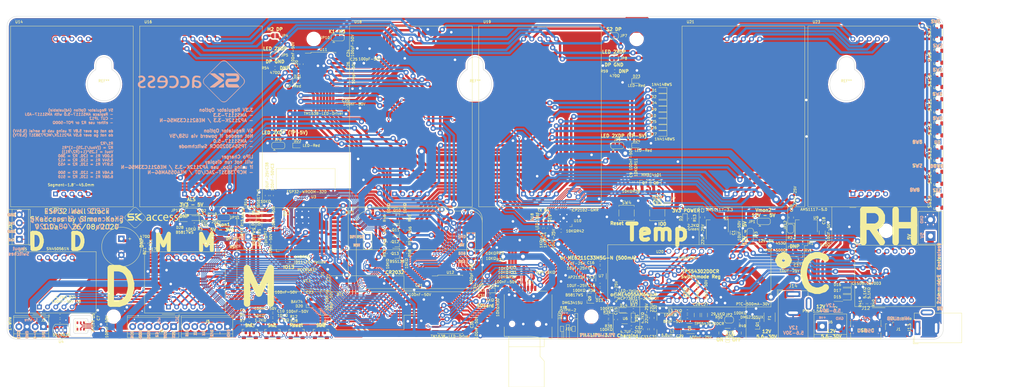
<source format=kicad_pcb>
(kicad_pcb (version 20171130) (host pcbnew "(5.1.6)-1")
  (title_block (title "ESP32 Wall Clock") (date 2020-08-26) (rev 1.0a) (company SKaccess) (comment 1 "By Simon Kong Win Chang") (comment 2 simon@skaccess.com))
  (layers (0 F.Cu signal) (31 B.Cu signal) (34 B.Paste user) (35 F.Paste user) (36 B.SilkS user) (37 F.SilkS user) (38 B.Mask user) (39 F.Mask user) (44 Edge.Cuts user))
  (net 0 "")
  (net 1 GND)
  (net 2 "Net-(F1-Pad1)")
  (net 3 RX_BRD)
  (net 4 ST_BL_8)
  (net 5 ST_BL_7)
  (net 6 TX_BRD)
  (net 7 "Net-(J5-Pad2)")
  (net 8 IO16)
  (net 9 12V)
  (net 10 3V3)
  (net 11 IO34_A2_ADC1)
  (net 12 IO14_A6_ADC2)
  (net 13 IO35_A13_ADC1)
  (net 14 RESET)
  (net 15 "Net-(D3-Pad2)")
  (net 16 "Net-(D11-Pad2)")
  (net 17 "Net-(J1-Pad4)")
  (net 18 IO13_A12_ADC2)
  (net 19 ST_LB_3)
  (net 20 DTR)
  (net 21 RTS)
  (net 22 MISO)
  (net 23 MOSI)
  (net 24 SCK)
  (net 25 SDA)
  (net 26 SCL)
  (net 27 "Net-(Q7-Pad1)")
  (net 28 GPIO0)
  (net 29 "Net-(Q8-Pad1)")
  (net 30 IO27_A10_ADC2)
  (net 31 A1_ADC2_DAC1)
  (net 32 A0_ADC2_DAC2)
  (net 33 IO17)
  (net 34 "Net-(U3-Pad32)")
  (net 35 IO4_A5_ADC2)
  (net 36 GPIO02)
  (net 37 IO15_A8_ADC2)
  (net 38 "Net-(U3-Pad22)")
  (net 39 "Net-(U3-Pad21)")
  (net 40 "Net-(U3-Pad20)")
  (net 41 "Net-(U3-Pad19)")
  (net 42 "Net-(U3-Pad18)")
  (net 43 "Net-(U3-Pad17)")
  (net 44 IO12_A11_ADC2)
  (net 45 IO33_A9_ADC1)
  (net 46 IO32_A7_ADC1)
  (net 47 IO39_A3_ADC1)
  (net 48 IO36_A4_ADC1)
  (net 49 ST_LB_1)
  (net 50 "Net-(D12-Pad2)")
  (net 51 "Net-(D12-Pad1)")
  (net 52 "Net-(J10-Pad8)")
  (net 53 "Net-(J10-Pad1)")
  (net 54 "Net-(C13-Pad1)")
  (net 55 Vbat)
  (net 56 "Net-(D14-Pad2)")
  (net 57 "Net-(D14-Pad1)")
  (net 58 D+)
  (net 59 D-)
  (net 60 "Net-(J12-PadB8)")
  (net 61 "Net-(J12-PadA5)")
  (net 62 "Net-(J12-PadA8)")
  (net 63 "Net-(J12-PadB5)")
  (net 64 "Net-(R35-Pad2)")
  (net 65 "Net-(R36-Pad2)")
  (net 66 "Net-(R42-Pad2)")
  (net 67 "Net-(U7-Pad4)")
  (net 68 5V)
  (net 69 "Net-(C29-Pad2)")
  (net 70 "Net-(C29-Pad1)")
  (net 71 "Net-(C30-Pad2)")
  (net 72 5V-unfused)
  (net 73 5V-28V-unfused)
  (net 74 "Net-(JP2-Pad1)")
  (net 75 "Net-(JP2-Pad2)")
  (net 76 "Net-(D18-Pad2)")
  (net 77 "Net-(D19-Pad2)")
  (net 78 "Net-(BT1-Pad1)")
  (net 79 "Net-(C22-Pad2)")
  (net 80 "Net-(C23-Pad1)")
  (net 81 "Net-(D21-Pad2)")
  (net 82 "Net-(D21-Pad1)")
  (net 83 "Net-(D22-Pad2)")
  (net 84 "Net-(D23-Pad2)")
  (net 85 "Net-(D23-Pad1)")
  (net 86 "Net-(D24-Pad2)")
  (net 87 "Net-(JP4-Pad2)")
  (net 88 GRID8_1)
  (net 89 SEG1_2)
  (net 90 "Net-(JP7-Pad2)")
  (net 91 "Net-(U10-Pad27)")
  (net 92 "Net-(U10-Pad23)")
  (net 93 "Net-(U10-Pad22)")
  (net 94 "Net-(U10-Pad21)")
  (net 95 "Net-(U10-Pad20)")
  (net 96 "Net-(U10-Pad19)")
  (net 97 "Net-(U10-Pad18)")
  (net 98 "Net-(U10-Pad17)")
  (net 99 "Net-(U10-Pad16)")
  (net 100 "Net-(U10-Pad15)")
  (net 101 "Net-(U10-Pad14)")
  (net 102 "Net-(U10-Pad13)")
  (net 103 "Net-(U10-Pad12)")
  (net 104 "Net-(U10-Pad11)")
  (net 105 "Net-(U10-Pad10)")
  (net 106 "Net-(U10-Pad2)")
  (net 107 "Net-(U10-Pad1)")
  (net 108 GRID1_1)
  (net 109 GRID2_1)
  (net 110 GRID3_1)
  (net 111 GRID4_1)
  (net 112 GRID5_1)
  (net 113 GRID6_1)
  (net 114 GRID7_1)
  (net 115 SEG10_1)
  (net 116 SEG9_1)
  (net 117 SEG8_1)
  (net 118 SEG7_1)
  (net 119 SEG6_1)
  (net 120 SEG5_1)
  (net 121 SEG4_1)
  (net 122 SEG3_1)
  (net 123 SEG2_1)
  (net 124 SEG1_1)
  (net 125 GRID1_2)
  (net 126 GRID2_2)
  (net 127 GRID3_2)
  (net 128 GRID4_2)
  (net 129 GRID5_2)
  (net 130 GRID6_2)
  (net 131 GRID7_2)
  (net 132 GRID8_2)
  (net 133 SEG10_2)
  (net 134 SEG9_2)
  (net 135 SEG8_2)
  (net 136 SEG7_2)
  (net 137 SEG6_2)
  (net 138 SEG5_2)
  (net 139 SEG4_2)
  (net 140 SEG3_2)
  (net 141 SEG2_2)
  (net 142 "Net-(U12-Pad3)")
  (net 143 "Net-(U12-Pad2)")
  (net 144 "Net-(U12-Pad1)")
  (net 145 "Net-(U13-Pad7)")
  (net 146 "Net-(U13-Pad3)")
  (net 147 "Net-(U13-Pad2)")
  (net 148 "Net-(J13-Pad3)")
  (net 149 IO21)
  (net 150 "Net-(J14-Pad3)")
  (net 151 STB_1_5V)
  (net 152 CLK_5V)
  (net 153 DIO_5V)
  (net 154 STB_2_5V)
  (net 155 "Net-(D1-Pad1)")
  (net 156 "Net-(D2-Pad1)")
  (net 157 "Net-(D4-Pad1)")
  (net 158 "Net-(D9-Pad1)")
  (net 159 "Net-(D10-Pad1)")
  (net 160 "Net-(D25-Pad1)")
  (net 161 "Net-(D26-Pad1)")
  (net 162 "Net-(D27-Pad1)")
  (net 163 K1_1)
  (net 164 "Net-(JP10-Pad2)")
  (net 165 K3_1)
  (net 166 K2_1)
  (net 167 "Net-(C19-Pad2)")
  (net 168 "Net-(RV1-Pad3)")
  (net 169 "Net-(JP13-Pad2)")
  (net 170 "Net-(C1-Pad1)")
  (module Jumper:SolderJumper-3_P1.3mm_Bridged2Bar12_RoundedPad1.0x1.5mm (layer F.Cu) (at 240.2 117.7 270)
    (fp_text reference JP3 (at 0 -1.8 90) (layer F.SilkS) (effects (font (size 0.8 0.8))))
    (fp_text value SolderJumper_3_Bridged12)
    (fp_poly (pts (xy -0.9 0.2) (xy -0.4 0.2) (xy -0.4 0.6) (xy -0.9 0.6)) (layer F.Cu) (width 0))
    (fp_poly (pts (xy -0.9 -0.6) (xy -0.4 -0.6) (xy -0.4 -0.2) (xy -0.9 -0.2)) (layer F.Cu) (width 0))
    (pad 1 smd custom (at -1.3 0 270) (size 1 0.5) (layers F.Cu F.Mask) (net 68 5V) (options (clearance outline) (anchor rect)) (primitives (gr_circle (center 0 0.25) (end 0.5 0.25) (width 0)) (gr_circle (center 0 -0.25) (end 0.5 -0.25) (width 0)) (gr_poly (pts (xy 0.55 -0.75) (xy 0 -0.75) (xy 0 0.75) (xy 0.55 0.75)) (width 0))))
    (pad 2 smd rect (at 0 0 270) (size 1 1.5) (layers F.Cu F.Mask) (net 170 "Net-(C1-Pad1)"))
    (pad 3 smd custom (at 1.3 0 270) (size 1 0.5) (layers F.Cu F.Mask) (net 9 12V) (options (clearance outline) (anchor rect)) (primitives (gr_circle (center 0 0.25) (end 0.5 0.25) (width 0)) (gr_circle (center 0 -0.25) (end 0.5 -0.25) (width 0)) (gr_poly (pts (xy -0.55 -0.75) (xy 0 -0.75) (xy 0 0.75) (xy -0.55 0.75)) (width 0))))
  )
  (module ESP32-Wall-Clock:OLED-display-0.96-128x64-2.23-128x32-combo (layer F.Cu) (at 118.2 110.3)
    (fp_text reference DP1 (at -2 0.5) (layer F.SilkS))
    (fp_text value OLED-display-0.96-128x64)
    (pad 6 thru_hole oval (at -33.5 10.54) (size 1.7 1.7) (drill 1) (layers *.Cu *.Mask) (net 14 RESET))
    (pad 5 thru_hole rect (at -33.5 8) (size 1.7 1.7) (drill 1) (layers *.Cu *.Mask) (net 46 IO32_A7_ADC1))
    (pad 4 thru_hole oval (at 35.5 15.62) (size 1.7 1.7) (drill 1) (layers *.Cu *.Mask) (net 26 SCL))
    (pad 3 thru_hole oval (at 35.5 13.08) (size 1.7 1.7) (drill 1) (layers *.Cu *.Mask) (net 25 SDA))
    (pad 2 thru_hole oval (at 35.5 10.54) (size 1.7 1.7) (drill 1) (layers *.Cu *.Mask) (net 10 3V3))
    (pad 1 thru_hole rect (at 35.5 8) (size 1.7 1.7) (drill 1) (layers *.Cu *.Mask) (net 1 GND))
    (pad 6 thru_hole oval (at 3.5 10.54) (size 1.7 1.7) (drill 1) (layers *.Cu *.Mask) (net 14 RESET))
    (pad 5 thru_hole rect (at 3.5 8) (size 1.7 1.7) (drill 1) (layers *.Cu *.Mask) (net 46 IO32_A7_ADC1))
  )
  (module ESP32-Wall-Clock:Micro_SD_9+4P-SMD-16.1X14.5X1.85MM (layer F.Cu) (at 171.4 142.5 270)
    (fp_text reference J10 (at -0.05 -10 90) (layer F.SilkS))
    (fp_text value Micro_SD_Card_9P)
    (pad "" np_thru_hole circle (at 2.75 4.95 270) (size 1 1) (drill 1) (layers *.Cu *.Mask))
    (pad "" np_thru_hole circle (at 2.75 -3.05 270) (size 1 1) (drill 1) (layers *.Cu *.Mask))
    (pad 10 smd rect (at -7.25 -6.85 270) (size 1.5 1.6) (layers F.Cu F.Paste F.Mask) (net 1 GND))
    (pad 11 smd rect (at 2.35 -7.75 270) (size 2.2 1.2) (layers F.Cu F.Paste F.Mask) (net 1 GND))
    (pad 13 smd rect (at 2.35 7.75 270) (size 2.2 1.2) (layers F.Cu F.Paste F.Mask) (net 1 GND))
    (pad 12 smd rect (at -7.25 7.75 270) (size 1.5 1.2) (layers F.Cu F.Paste F.Mask) (net 1 GND))
    (pad 9 smd rect (at -8.25 6.6 270) (size 1.6 0.7) (layers F.Cu F.Paste F.Mask) (net 51 "Net-(D12-Pad1)"))
    (pad 8 smd rect (at -8.25 5.5 270) (size 1.6 0.7) (layers F.Cu F.Paste F.Mask) (net 52 "Net-(J10-Pad8)"))
    (pad 7 smd rect (at -8.25 4.4 270) (size 1.6 0.7) (layers F.Cu F.Paste F.Mask) (net 22 MISO))
    (pad 6 smd rect (at -8.25 3.3 270) (size 1.6 0.7) (layers F.Cu F.Paste F.Mask) (net 1 GND))
    (pad 5 smd rect (at -8.25 2.2 270) (size 1.6 0.7) (layers F.Cu F.Paste F.Mask) (net 24 SCK))
    (pad 4 smd rect (at -8.25 1.1 270) (size 1.6 0.7) (layers F.Cu F.Paste F.Mask) (net 10 3V3))
    (pad 3 smd rect (at -8.25 0 270) (size 1.6 0.7) (layers F.Cu F.Paste F.Mask) (net 23 MOSI))
    (pad 2 smd rect (at -8.25 -1.1 90) (size 1.6 0.7) (layers F.Cu F.Paste F.Mask) (net 37 IO15_A8_ADC2))
    (pad 1 smd rect (at -8.25 -2.2 270) (size 1.6 0.7) (layers F.Cu F.Paste F.Mask) (net 53 "Net-(J10-Pad1)"))
  )
  (module ESP32-Wall-Clock:SW_SPST_TL3305A (layer F.Cu) (at 211.4 110.9)
    (fp_text reference SW5 (at 0 -3.2) (layer F.SilkS))
    (fp_text value SW_Push)
    (pad 2 smd rect (at -3.6 1.5) (size 1.6 1.4) (layers F.Cu F.Paste F.Mask) (net 1 GND))
    (pad 2 smd rect (at 3.6 1.5) (size 1.6 1.4) (layers F.Cu F.Paste F.Mask) (net 1 GND))
    (pad 1 smd rect (at -3.6 -1.5) (size 1.6 1.4) (layers F.Cu F.Paste F.Mask) (net 28 GPIO0))
    (pad 1 smd rect (at 3.6 -1.5) (size 1.6 1.4) (layers F.Cu F.Paste F.Mask) (net 28 GPIO0))
  )
  (module ESP32-Wall-Clock:SW_SPST_TL3305A (layer F.Cu) (at 201.9 110.9)
    (fp_text reference SW4 (at 0 -3.2) (layer F.SilkS))
    (fp_text value SW_Push)
    (pad 2 smd rect (at -3.6 1.5) (size 1.6 1.4) (layers F.Cu F.Paste F.Mask) (net 1 GND))
    (pad 2 smd rect (at 3.6 1.5) (size 1.6 1.4) (layers F.Cu F.Paste F.Mask) (net 1 GND))
    (pad 1 smd rect (at -3.6 -1.5) (size 1.6 1.4) (layers F.Cu F.Paste F.Mask) (net 14 RESET))
    (pad 1 smd rect (at 3.6 -1.5) (size 1.6 1.4) (layers F.Cu F.Paste F.Mask) (net 14 RESET))
  )
  (module ESP32-Wall-Clock:SW_Push_1P1T-MP_NO_Horizontal_Alps_SKRTLAE010 (layer F.Cu) (at 298.5 107.4 90)
    (fp_text reference SW15 (at 0 -2.7 270) (layer F.SilkS))
    (fp_text value SW_Push)
    (pad MP smd roundrect (at 1.85 1.05 90) (size 1.3 0.9) (layers F.Cu F.Paste F.Mask))
    (pad MP smd roundrect (at -1.85 1.05 90) (size 1.3 0.9) (layers F.Cu F.Paste F.Mask))
    (pad 2 smd roundrect (at 0 -0.9 90) (size 0.6 1.8) (layers F.Cu F.Paste F.Mask) (net 164 "Net-(JP10-Pad2)"))
    (pad 1 smd roundrect (at 1.225 -0.9 90) (size 0.75 1.8) (layers F.Cu F.Paste F.Mask) (net 162 "Net-(D27-Pad1)"))
    (pad 1 smd roundrect (at -1.225 -0.9 90) (size 0.75 1.8) (layers F.Cu F.Paste F.Mask) (net 162 "Net-(D27-Pad1)"))
    (pad "" np_thru_hole circle (at 2.125 0 90) (size 0.9 0.9) (drill 0.9) (layers *.Cu *.Mask))
    (pad "" np_thru_hole circle (at -2.125 0 90) (size 0.9 0.9) (drill 0.9) (layers *.Cu *.Mask))
  )
  (module ESP32-Wall-Clock:SW_Push_1P1T-MP_NO_Horizontal_Alps_SKRTLAE010 (layer F.Cu) (at 298.5 100 90)
    (fp_text reference SW14 (at 0 -2.7 270) (layer F.SilkS))
    (fp_text value SW_Push)
    (pad MP smd roundrect (at 1.85 1.05 90) (size 1.3 0.9) (layers F.Cu F.Paste F.Mask))
    (pad MP smd roundrect (at -1.85 1.05 90) (size 1.3 0.9) (layers F.Cu F.Paste F.Mask))
    (pad 2 smd roundrect (at 0 -0.9 90) (size 0.6 1.8) (layers F.Cu F.Paste F.Mask) (net 164 "Net-(JP10-Pad2)"))
    (pad 1 smd roundrect (at 1.225 -0.9 90) (size 0.75 1.8) (layers F.Cu F.Paste F.Mask) (net 161 "Net-(D26-Pad1)"))
    (pad 1 smd roundrect (at -1.225 -0.9 90) (size 0.75 1.8) (layers F.Cu F.Paste F.Mask) (net 161 "Net-(D26-Pad1)"))
    (pad "" np_thru_hole circle (at 2.125 0 90) (size 0.9 0.9) (drill 0.9) (layers *.Cu *.Mask))
    (pad "" np_thru_hole circle (at -2.125 0 90) (size 0.9 0.9) (drill 0.9) (layers *.Cu *.Mask))
  )
  (module ESP32-Wall-Clock:SW_Push_1P1T-MP_NO_Horizontal_Alps_SKRTLAE010 (layer F.Cu) (at 298.5 92.5 90)
    (fp_text reference SW13 (at 0 -2.7 270) (layer F.SilkS))
    (fp_text value SW_Push)
    (pad MP smd roundrect (at 1.85 1.05 90) (size 1.3 0.9) (layers F.Cu F.Paste F.Mask))
    (pad MP smd roundrect (at -1.85 1.05 90) (size 1.3 0.9) (layers F.Cu F.Paste F.Mask))
    (pad 2 smd roundrect (at 0 -0.9 90) (size 0.6 1.8) (layers F.Cu F.Paste F.Mask) (net 164 "Net-(JP10-Pad2)"))
    (pad 1 smd roundrect (at 1.225 -0.9 90) (size 0.75 1.8) (layers F.Cu F.Paste F.Mask) (net 160 "Net-(D25-Pad1)"))
    (pad 1 smd roundrect (at -1.225 -0.9 90) (size 0.75 1.8) (layers F.Cu F.Paste F.Mask) (net 160 "Net-(D25-Pad1)"))
    (pad "" np_thru_hole circle (at 2.125 0 90) (size 0.9 0.9) (drill 0.9) (layers *.Cu *.Mask))
    (pad "" np_thru_hole circle (at -2.125 0 90) (size 0.9 0.9) (drill 0.9) (layers *.Cu *.Mask))
  )
  (module ESP32-Wall-Clock:SW_Push_1P1T-MP_NO_Horizontal_Alps_SKRTLAE010 (layer F.Cu) (at 298.5 85 90)
    (fp_text reference SW12 (at 0 -2.7 270) (layer F.SilkS))
    (fp_text value SW_Push)
    (pad MP smd roundrect (at 1.85 1.05 90) (size 1.3 0.9) (layers F.Cu F.Paste F.Mask))
    (pad MP smd roundrect (at -1.85 1.05 90) (size 1.3 0.9) (layers F.Cu F.Paste F.Mask))
    (pad 2 smd roundrect (at 0 -0.9 90) (size 0.6 1.8) (layers F.Cu F.Paste F.Mask) (net 164 "Net-(JP10-Pad2)"))
    (pad 1 smd roundrect (at 1.225 -0.9 90) (size 0.75 1.8) (layers F.Cu F.Paste F.Mask) (net 159 "Net-(D10-Pad1)"))
    (pad 1 smd roundrect (at -1.225 -0.9 90) (size 0.75 1.8) (layers F.Cu F.Paste F.Mask) (net 159 "Net-(D10-Pad1)"))
    (pad "" np_thru_hole circle (at 2.125 0 90) (size 0.9 0.9) (drill 0.9) (layers *.Cu *.Mask))
    (pad "" np_thru_hole circle (at -2.125 0 90) (size 0.9 0.9) (drill 0.9) (layers *.Cu *.Mask))
  )
  (module ESP32-Wall-Clock:SW_Push_1P1T-MP_NO_Horizontal_Alps_SKRTLAE010 (layer F.Cu) (at 298.5 77.5 90)
    (fp_text reference SW11 (at 0 -2.7 270) (layer F.SilkS))
    (fp_text value SW_Push)
    (pad MP smd roundrect (at 1.85 1.05 90) (size 1.3 0.9) (layers F.Cu F.Paste F.Mask))
    (pad MP smd roundrect (at -1.85 1.05 90) (size 1.3 0.9) (layers F.Cu F.Paste F.Mask))
    (pad 2 smd roundrect (at 0 -0.9 90) (size 0.6 1.8) (layers F.Cu F.Paste F.Mask) (net 164 "Net-(JP10-Pad2)"))
    (pad 1 smd roundrect (at 1.225 -0.9 90) (size 0.75 1.8) (layers F.Cu F.Paste F.Mask) (net 158 "Net-(D9-Pad1)"))
    (pad 1 smd roundrect (at -1.225 -0.9 90) (size 0.75 1.8) (layers F.Cu F.Paste F.Mask) (net 158 "Net-(D9-Pad1)"))
    (pad "" np_thru_hole circle (at 2.125 0 90) (size 0.9 0.9) (drill 0.9) (layers *.Cu *.Mask))
    (pad "" np_thru_hole circle (at -2.125 0 90) (size 0.9 0.9) (drill 0.9) (layers *.Cu *.Mask))
  )
  (module ESP32-Wall-Clock:SW_Push_1P1T-MP_NO_Horizontal_Alps_SKRTLAE010 (layer F.Cu) (at 298.5 70 90)
    (fp_text reference SW10 (at 0 -2.7 270) (layer F.SilkS))
    (fp_text value SW_Push)
    (pad MP smd roundrect (at 1.85 1.05 90) (size 1.3 0.9) (layers F.Cu F.Paste F.Mask))
    (pad MP smd roundrect (at -1.85 1.05 90) (size 1.3 0.9) (layers F.Cu F.Paste F.Mask))
    (pad 2 smd roundrect (at 0 -0.9 90) (size 0.6 1.8) (layers F.Cu F.Paste F.Mask) (net 164 "Net-(JP10-Pad2)"))
    (pad 1 smd roundrect (at 1.225 -0.9 90) (size 0.75 1.8) (layers F.Cu F.Paste F.Mask) (net 157 "Net-(D4-Pad1)"))
    (pad 1 smd roundrect (at -1.225 -0.9 90) (size 0.75 1.8) (layers F.Cu F.Paste F.Mask) (net 157 "Net-(D4-Pad1)"))
    (pad "" np_thru_hole circle (at 2.125 0 90) (size 0.9 0.9) (drill 0.9) (layers *.Cu *.Mask))
    (pad "" np_thru_hole circle (at -2.125 0 90) (size 0.9 0.9) (drill 0.9) (layers *.Cu *.Mask))
  )
  (module ESP32-Wall-Clock:SW_Push_1P1T-MP_NO_Horizontal_Alps_SKRTLAE010 (layer F.Cu) (at 298.5 62.5 90)
    (fp_text reference SW9 (at 0 -2.7 270) (layer F.SilkS))
    (fp_text value SW_Push)
    (pad MP smd roundrect (at 1.85 1.05 90) (size 1.3 0.9) (layers F.Cu F.Paste F.Mask))
    (pad MP smd roundrect (at -1.85 1.05 90) (size 1.3 0.9) (layers F.Cu F.Paste F.Mask))
    (pad 2 smd roundrect (at 0 -0.9 90) (size 0.6 1.8) (layers F.Cu F.Paste F.Mask) (net 164 "Net-(JP10-Pad2)"))
    (pad 1 smd roundrect (at 1.225 -0.9 90) (size 0.75 1.8) (layers F.Cu F.Paste F.Mask) (net 156 "Net-(D2-Pad1)"))
    (pad 1 smd roundrect (at -1.225 -0.9 90) (size 0.75 1.8) (layers F.Cu F.Paste F.Mask) (net 156 "Net-(D2-Pad1)"))
    (pad "" np_thru_hole circle (at 2.125 0 90) (size 0.9 0.9) (drill 0.9) (layers *.Cu *.Mask))
    (pad "" np_thru_hole circle (at -2.125 0 90) (size 0.9 0.9) (drill 0.9) (layers *.Cu *.Mask))
  )
  (module ESP32-Wall-Clock:SW_Push_1P1T-MP_NO_Horizontal_Alps_SKRTLAE010 (layer F.Cu) (at 107.2 148.45)
    (fp_text reference SW8 (at 0 -2.7 180) (layer F.SilkS))
    (fp_text value SW_Push)
    (pad MP smd roundrect (at 1.85 1.05) (size 1.3 0.9) (layers F.Cu F.Paste F.Mask))
    (pad MP smd roundrect (at -1.85 1.05) (size 1.3 0.9) (layers F.Cu F.Paste F.Mask))
    (pad 2 smd roundrect (at 0 -0.9) (size 0.6 1.8) (layers F.Cu F.Paste F.Mask) (net 1 GND))
    (pad 1 smd roundrect (at 1.225 -0.9) (size 0.75 1.8) (layers F.Cu F.Paste F.Mask) (net 28 GPIO0))
    (pad 1 smd roundrect (at -1.225 -0.9) (size 0.75 1.8) (layers F.Cu F.Paste F.Mask) (net 28 GPIO0))
    (pad "" np_thru_hole circle (at 2.125 0) (size 0.9 0.9) (drill 0.9) (layers *.Cu *.Mask))
    (pad "" np_thru_hole circle (at -2.125 0) (size 0.9 0.9) (drill 0.9) (layers *.Cu *.Mask))
  )
  (module ESP32-Wall-Clock:SW_Push_1P1T-MP_NO_Horizontal_Alps_SKRTLAE010 (layer F.Cu) (at 298.4 55 90)
    (fp_text reference SW7 (at 0 -2.7 270) (layer F.SilkS))
    (fp_text value SW_Push)
    (pad MP smd roundrect (at 1.85 1.05 90) (size 1.3 0.9) (layers F.Cu F.Paste F.Mask))
    (pad MP smd roundrect (at -1.85 1.05 90) (size 1.3 0.9) (layers F.Cu F.Paste F.Mask))
    (pad 2 smd roundrect (at 0 -0.9 90) (size 0.6 1.8) (layers F.Cu F.Paste F.Mask) (net 164 "Net-(JP10-Pad2)"))
    (pad 1 smd roundrect (at 1.225 -0.9 90) (size 0.75 1.8) (layers F.Cu F.Paste F.Mask) (net 155 "Net-(D1-Pad1)"))
    (pad 1 smd roundrect (at -1.225 -0.9 90) (size 0.75 1.8) (layers F.Cu F.Paste F.Mask) (net 155 "Net-(D1-Pad1)"))
    (pad "" np_thru_hole circle (at 2.125 0 90) (size 0.9 0.9) (drill 0.9) (layers *.Cu *.Mask))
    (pad "" np_thru_hole circle (at -2.125 0 90) (size 0.9 0.9) (drill 0.9) (layers *.Cu *.Mask))
  )
  (module ESP32-Wall-Clock:SW_Push_1P1T-MP_NO_Horizontal_Alps_SKRTLAE010 (layer F.Cu) (at 85.2 148.45)
    (fp_text reference SW3 (at 0 -2.7 180) (layer F.SilkS))
    (fp_text value SW_Push)
    (pad MP smd roundrect (at 1.85 1.05) (size 1.3 0.9) (layers F.Cu F.Paste F.Mask))
    (pad MP smd roundrect (at -1.85 1.05) (size 1.3 0.9) (layers F.Cu F.Paste F.Mask))
    (pad 2 smd roundrect (at 0 -0.9) (size 0.6 1.8) (layers F.Cu F.Paste F.Mask) (net 1 GND))
    (pad 1 smd roundrect (at 1.225 -0.9) (size 0.75 1.8) (layers F.Cu F.Paste F.Mask) (net 19 ST_LB_3))
    (pad 1 smd roundrect (at -1.225 -0.9) (size 0.75 1.8) (layers F.Cu F.Paste F.Mask) (net 19 ST_LB_3))
    (pad "" np_thru_hole circle (at 2.125 0) (size 0.9 0.9) (drill 0.9) (layers *.Cu *.Mask))
    (pad "" np_thru_hole circle (at -2.125 0) (size 0.9 0.9) (drill 0.9) (layers *.Cu *.Mask))
  )
  (module ESP32-Wall-Clock:SW_Push_1P1T-MP_NO_Horizontal_Alps_SKRTLAE010 (layer F.Cu) (at 99.7 148.45)
    (fp_text reference SW2 (at 0 -2.7 180) (layer F.SilkS))
    (fp_text value SW_Push)
    (pad MP smd roundrect (at 1.85 1.05) (size 1.3 0.9) (layers F.Cu F.Paste F.Mask))
    (pad MP smd roundrect (at -1.85 1.05) (size 1.3 0.9) (layers F.Cu F.Paste F.Mask))
    (pad 2 smd roundrect (at 0 -0.9) (size 0.6 1.8) (layers F.Cu F.Paste F.Mask) (net 1 GND))
    (pad 1 smd roundrect (at 1.225 -0.9) (size 0.75 1.8) (layers F.Cu F.Paste F.Mask) (net 14 RESET))
    (pad 1 smd roundrect (at -1.225 -0.9) (size 0.75 1.8) (layers F.Cu F.Paste F.Mask) (net 14 RESET))
    (pad "" np_thru_hole circle (at 2.125 0) (size 0.9 0.9) (drill 0.9) (layers *.Cu *.Mask))
    (pad "" np_thru_hole circle (at -2.125 0) (size 0.9 0.9) (drill 0.9) (layers *.Cu *.Mask))
  )
  (module ESP32-Wall-Clock:SW_Push_1P1T-MP_NO_Horizontal_Alps_SKRTLAE010 (layer F.Cu) (at 92.2 148.45)
    (fp_text reference SW1 (at 0 -2.7 180) (layer F.SilkS))
    (fp_text value SW_Push)
    (pad MP smd roundrect (at 1.85 1.05) (size 1.3 0.9) (layers F.Cu F.Paste F.Mask))
    (pad MP smd roundrect (at -1.85 1.05) (size 1.3 0.9) (layers F.Cu F.Paste F.Mask))
    (pad 2 smd roundrect (at 0 -0.9) (size 0.6 1.8) (layers F.Cu F.Paste F.Mask) (net 1 GND))
    (pad 1 smd roundrect (at 1.225 -0.9) (size 0.75 1.8) (layers F.Cu F.Paste F.Mask) (net 49 ST_LB_1))
    (pad 1 smd roundrect (at -1.225 -0.9) (size 0.75 1.8) (layers F.Cu F.Paste F.Mask) (net 49 ST_LB_1))
    (pad "" np_thru_hole circle (at 2.125 0) (size 0.9 0.9) (drill 0.9) (layers *.Cu *.Mask))
    (pad "" np_thru_hole circle (at -2.125 0) (size 0.9 0.9) (drill 0.9) (layers *.Cu *.Mask))
  )
  (module ESP32-Wall-Clock:BarrelJack_Wuerth_6941xx301002 (layer F.Cu) (at 253.5 136)
    (fp_text reference J14 (at 0 -2.5) (layer F.SilkS))
    (fp_text value Barrel_Jack_Switch)
    (pad 1 thru_hole rect (at 0 0) (size 4.4 1.8) (drill oval 3.4 0.8) (layers *.Cu *.Mask) (net 73 5V-28V-unfused))
    (pad 2 thru_hole oval (at 0 5.8) (size 4 1.8) (drill oval 3 0.8) (layers *.Cu *.Mask) (net 1 GND))
    (pad 3 thru_hole oval (at 4.8 3 90) (size 4 1.8) (drill oval 3 0.8) (layers *.Cu *.Mask) (net 150 "Net-(J14-Pad3)"))
  )
  (module ESP32-Wall-Clock:BarrelJack_Wuerth_6941xx301002 (layer F.Cu) (at 292 146.5 90)
    (fp_text reference J13 (at 0 -2.5 90) (layer F.SilkS))
    (fp_text value Barrel_Jack_Switch)
    (pad 1 thru_hole rect (at 0 0 90) (size 4.4 1.8) (drill oval 3.4 0.8) (layers *.Cu *.Mask) (net 72 5V-unfused))
    (pad 2 thru_hole oval (at 0 5.8 90) (size 4 1.8) (drill oval 3 0.8) (layers *.Cu *.Mask) (net 1 GND))
    (pad 3 thru_hole oval (at 4.8 3 180) (size 4 1.8) (drill oval 3 0.8) (layers *.Cu *.Mask) (net 148 "Net-(J13-Pad3)"))
  )
  (module ESP32-Wall-Clock:USB_C_Receptacle_HRO_TYPE-C-31-M-12 (layer F.Cu) (at 276 146)
    (fp_text reference J12 (at 0 -5.645) (layer F.SilkS))
    (fp_text value USB_C_Receptacle_USB2.0)
    (pad B1 smd rect (at 3.25 -4.045) (size 0.6 1.45) (layers F.Cu F.Paste F.Mask) (net 1 GND))
    (pad A9 smd rect (at 2.45 -4.045) (size 0.6 1.45) (layers F.Cu F.Paste F.Mask) (net 72 5V-unfused))
    (pad B9 smd rect (at -2.45 -4.045) (size 0.6 1.45) (layers F.Cu F.Paste F.Mask) (net 72 5V-unfused))
    (pad B12 smd rect (at -3.25 -4.045) (size 0.6 1.45) (layers F.Cu F.Paste F.Mask) (net 1 GND))
    (pad A1 smd rect (at -3.25 -4.045) (size 0.6 1.45) (layers F.Cu F.Paste F.Mask) (net 1 GND))
    (pad A4 smd rect (at -2.45 -4.045) (size 0.6 1.45) (layers F.Cu F.Paste F.Mask) (net 72 5V-unfused))
    (pad B4 smd rect (at 2.45 -4.045) (size 0.6 1.45) (layers F.Cu F.Paste F.Mask) (net 72 5V-unfused))
    (pad A12 smd rect (at 3.25 -4.045) (size 0.6 1.45) (layers F.Cu F.Paste F.Mask) (net 1 GND))
    (pad B8 smd rect (at -1.75 -4.045) (size 0.3 1.45) (layers F.Cu F.Paste F.Mask) (net 60 "Net-(J12-PadB8)"))
    (pad A5 smd rect (at -1.25 -4.045) (size 0.3 1.45) (layers F.Cu F.Paste F.Mask) (net 61 "Net-(J12-PadA5)"))
    (pad B7 smd rect (at -0.75 -4.045) (size 0.3 1.45) (layers F.Cu F.Paste F.Mask) (net 59 D-))
    (pad A7 smd rect (at 0.25 -4.045) (size 0.3 1.45) (layers F.Cu F.Paste F.Mask) (net 59 D-))
    (pad B6 smd rect (at 0.75 -4.045) (size 0.3 1.45) (layers F.Cu F.Paste F.Mask) (net 58 D+))
    (pad A8 smd rect (at 1.25 -4.045) (size 0.3 1.45) (layers F.Cu F.Paste F.Mask) (net 62 "Net-(J12-PadA8)"))
    (pad B5 smd rect (at 1.75 -4.045) (size 0.3 1.45) (layers F.Cu F.Paste F.Mask) (net 63 "Net-(J12-PadB5)"))
    (pad A6 smd rect (at -0.25 -4.045) (size 0.3 1.45) (layers F.Cu F.Paste F.Mask) (net 58 D+))
    (pad S1 thru_hole oval (at 4.32 -3.13) (size 1 2.1) (drill oval 0.6 1.7) (layers *.Cu *.Mask) (net 1 GND))
    (pad S1 thru_hole oval (at -4.32 -3.13) (size 1 2.1) (drill oval 0.6 1.7) (layers *.Cu *.Mask) (net 1 GND))
    (pad "" np_thru_hole circle (at -2.89 -2.6) (size 0.65 0.65) (drill 0.65) (layers *.Cu *.Mask))
    (pad S1 thru_hole oval (at -4.32 1.05) (size 1 1.6) (drill oval 0.6 1.2) (layers *.Cu *.Mask) (net 1 GND))
    (pad "" np_thru_hole circle (at 2.89 -2.6) (size 0.65 0.65) (drill 0.65) (layers *.Cu *.Mask))
    (pad S1 thru_hole oval (at 4.32 1.05) (size 1 1.6) (drill oval 0.6 1.2) (layers *.Cu *.Mask) (net 1 GND))
  )
  (module ESP32-Wall-Clock:USB_Micro-B_Korean_U-F-M5DD-Y-L (layer F.Cu) (at 286 147)
    (fp_text reference J1 (at 0.1 -0.1) (layer F.SilkS) (effects (font (size 0.8 0.8))))
    (fp_text value USB_B_Micro (at 0.4 -3.4) (layer F.SilkS) (effects (font (size 0.8 0.8))))
    (pad 6 smd rect (at -2.9 1.3375) (size 1.2 1.9) (layers F.Cu F.Mask) (net 1 GND))
    (pad 6 smd rect (at 2.9 1.3375) (size 1.2 1.9) (layers F.Cu F.Mask) (net 1 GND))
    (pad 6 thru_hole oval (at 3.6 1.3375) (size 1.1 1.9) (drill oval 0.5 1.3) (layers *.Cu *.Mask) (net 1 GND))
    (pad 6 thru_hole oval (at -3.6 1.3375 180) (size 1.1 1.9) (drill oval 0.5 1.3) (layers *.Cu *.Mask) (net 1 GND))
    (pad 6 smd rect (at -1 1.3375) (size 1.5 1.9) (layers F.Cu F.Paste F.Mask) (net 1 GND))
    (pad 6 thru_hole circle (at 2.425 -1.4625) (size 1.29 1.29) (drill 0.7) (layers *.Cu *.Mask) (net 1 GND))
    (pad 3 smd rect (at 0 -1.4625) (size 0.4 1.35) (layers F.Cu F.Paste F.Mask) (net 58 D+))
    (pad 4 smd rect (at 0.65 -1.4625) (size 0.4 1.35) (layers F.Cu F.Paste F.Mask) (net 17 "Net-(J1-Pad4)"))
    (pad 5 smd rect (at 1.3 -1.4625) (size 0.4 1.35) (layers F.Cu F.Paste F.Mask) (net 1 GND))
    (pad 1 smd rect (at -1.3 -1.4625) (size 0.4 1.35) (layers F.Cu F.Paste F.Mask) (net 72 5V-unfused))
    (pad 2 smd rect (at -0.65 -1.4625) (size 0.4 1.35) (layers F.Cu F.Paste F.Mask) (net 59 D-))
    (pad 6 thru_hole circle (at -2.425 -1.4625) (size 1.29 1.29) (drill 0.7) (layers *.Cu *.Mask) (net 1 GND))
    (pad 6 smd rect (at 1 1.3375) (size 1.5 1.9) (layers F.Cu F.Paste F.Mask) (net 1 GND))
  )
  (module Capacitor_SMD:C_0603_1608Metric (layer F.Cu) (at 71 112.5)
    (fp_text reference C39 (at 0.2 2.2) (layer F.SilkS) (effects (font (size 0.8 0.8))))
    (fp_text value 10UF-25V (at 1.4 1.1) (layer F.SilkS) (effects (font (size 0.8 0.8))))
    (pad 2 smd roundrect (at 0.7875 0) (size 0.875 0.95) (layers F.Cu F.Paste F.Mask) (net 1 GND))
    (pad 1 smd roundrect (at -0.7875 0) (size 0.875 0.95) (layers F.Cu F.Paste F.Mask) (net 48 IO36_A4_ADC1))
  )
  (module LED_SMD:LED_0603_1608Metric (layer F.Cu) (at 68 112.5 180)
    (fp_text reference Q2 (at -2.9 2.3) (layer F.SilkS) (effects (font (size 0.8 0.8))))
    (fp_text value ALS-PT19 (at -4 1.2) (layer F.SilkS) (effects (font (size 0.8 0.8))))
    (pad 2 smd roundrect (at 0.7875 0 180) (size 0.875 0.95) (layers F.Cu F.Paste F.Mask) (net 169 "Net-(JP13-Pad2)"))
    (pad 1 smd roundrect (at -0.7875 0 180) (size 0.875 0.95) (layers F.Cu F.Paste F.Mask) (net 48 IO36_A4_ADC1))
  )
  (module Diode_SMD:D_SOD-323 (layer F.Cu) (at 64.8 112.7)
    (fp_text reference D28 (at -1.3 2.7) (layer F.SilkS) (effects (font (size 0.8 0.8))))
    (fp_text value B5817WS (at 0.2 4.2) (layer F.SilkS) (effects (font (size 0.8 0.8))))
    (pad 2 smd rect (at 1.05 0) (size 0.6 0.45) (layers F.Cu F.Paste F.Mask) (net 48 IO36_A4_ADC1))
    (pad 1 smd rect (at -1.05 0) (size 0.6 0.45) (layers F.Cu F.Paste F.Mask) (net 10 3V3))
  )
  (module Resistor_SMD:R_0603_1608Metric (layer F.Cu) (at 68 114.5 180)
    (fp_text reference R3 (at -1.8 -1.4) (layer F.SilkS) (effects (font (size 0.8 0.8))))
    (fp_text value 10KΩ (at 1.1 -1.4) (layer F.SilkS) (effects (font (size 0.8 0.8))))
    (pad 2 smd roundrect (at 0.7875 0 180) (size 0.875 0.95) (layers F.Cu F.Paste F.Mask) (net 1 GND))
    (pad 1 smd roundrect (at -0.7875 0 180) (size 0.875 0.95) (layers F.Cu F.Paste F.Mask) (net 48 IO36_A4_ADC1))
  )
  (module Jumper:SolderJumper-3_P1.3mm_Bridged12_RoundedPad1.0x1.5mm (layer F.Cu) (at 67.1 110.4)
    (fp_text reference JP13 (at -4.8 -0.3) (layer F.SilkS) (effects (font (size 0.8 0.8))))
    (fp_text value SolderJumper_3_Bridged12)
    (fp_poly (pts (xy -0.9 -0.3) (xy -0.4 -0.3) (xy -0.4 0.3) (xy -0.9 0.3)) (layer F.Cu) (width 0))
    (pad 1 smd custom (at -1.3 0) (size 1 0.5) (layers F.Cu F.Mask) (net 10 3V3) (options (clearance outline) (anchor rect)) (primitives (gr_circle (center 0 0.25) (end 0.5 0.25) (width 0)) (gr_circle (center 0 -0.25) (end 0.5 -0.25) (width 0)) (gr_poly (pts (xy 0.55 -0.75) (xy 0 -0.75) (xy 0 0.75) (xy 0.55 0.75)) (width 0))))
    (pad 2 smd rect (at 0 0) (size 1 1.5) (layers F.Cu F.Mask) (net 169 "Net-(JP13-Pad2)"))
    (pad 3 smd custom (at 1.3 0) (size 1 0.5) (layers F.Cu F.Mask) (net 68 5V) (options (clearance outline) (anchor rect)) (primitives (gr_circle (center 0 0.25) (end 0.5 0.25) (width 0)) (gr_circle (center 0 -0.25) (end 0.5 -0.25) (width 0)) (gr_poly (pts (xy -0.55 -0.75) (xy 0 -0.75) (xy 0 0.75) (xy -0.55 0.75)) (width 0))))
  )
  (module MountingHole:MountingHole_3.5mm (layer F.Cu) (at 282.3 116.4)
    (fp_text reference REF** (at 0 0) (layer F.SilkS) (effects (font (size 0.8 0.8))))
    (fp_text value MountingHole_3.5mm)
    (pad 1 np_thru_hole circle (at 0 0) (size 3.5 3.5) (drill 3.5) (layers *.Cu *.Mask))
  )
  (module Capacitor_SMD:C_0603_1608Metric (layer F.Cu) (at 90.5 105.5 270)
    (fp_text reference C38 (at -9.15 0 90) (layer F.SilkS) (effects (font (size 0.8 0.8))))
    (fp_text value 10UF-25V (at -4.75 -0.05 90) (layer F.SilkS) (effects (font (size 0.8 0.8))))
    (pad 2 smd roundrect (at 0.7875 0 270) (size 0.875 0.95) (layers F.Cu F.Paste F.Mask) (net 10 3V3))
    (pad 1 smd roundrect (at -0.7875 0 270) (size 0.875 0.95) (layers F.Cu F.Paste F.Mask) (net 1 GND))
  )
  (module pi-template:TerminalBlock_bornier-2_P5.08mm (layer F.Cu) (at 296.05 118.05 90)
    (fp_text reference J15 (at 2.54 -5.08 90) (layer F.SilkS) (effects (font (size 0.8 0.8))))
    (fp_text value 5Vpsu)
    (pad 2 thru_hole circle (at 5.08 0 90) (size 3 3) (drill 1.52) (layers *.Cu *.Mask) (net 1 GND))
    (pad 1 thru_hole rect (at 0 0 90) (size 3 3) (drill 1.52) (layers *.Cu *.Mask) (net 72 5V-unfused))
  )
  (module Potentiometer_SMD:Potentiometer_Bourns_TC33X_Vertical (layer F.Cu) (at 253.9 122.8 180)
    (fp_text reference RV1 (at -4.3 0.3) (layer F.SilkS) (effects (font (size 0.8 0.8))))
    (fp_text value POT-500Ω (at 5.85 0.35) (layer F.SilkS) (effects (font (size 0.8 0.8))))
    (pad 2 smd rect (at 1.45 0 180) (size 1.5 1.6) (layers F.Cu F.Paste F.Mask) (net 1 GND))
    (pad 3 smd rect (at -1.8 1 180) (size 1.2 1.2) (layers F.Cu F.Paste F.Mask) (net 168 "Net-(RV1-Pad3)"))
    (pad 1 smd rect (at -1.8 -1 180) (size 1.2 1.2) (layers F.Cu F.Paste F.Mask) (net 167 "Net-(C19-Pad2)"))
  )
  (module Resistor_SMD:R_0603_1608Metric (layer F.Cu) (at 253.4 120.15)
    (fp_text reference R2 (at -0.9 -1.55) (layer F.SilkS) (effects (font (size 0.8 0.8))))
    (fp_text value 453Ω (at -3.75 0.1) (layer F.SilkS) (effects (font (size 0.8 0.8))))
    (pad 2 smd roundrect (at 0.7875 0) (size 0.875 0.95) (layers F.Cu F.Paste F.Mask) (net 167 "Net-(C19-Pad2)"))
    (pad 1 smd roundrect (at -0.7875 0) (size 0.875 0.95) (layers F.Cu F.Paste F.Mask) (net 1 GND))
  )
  (module Resistor_SMD:R_0603_1608Metric (layer F.Cu) (at 256.45 120.15 180)
    (fp_text reference R1 (at -2.55 -0.15) (layer F.SilkS) (effects (font (size 0.8 0.8))))
    (fp_text value 120Ω (at -6.95 -0.65) (layer F.SilkS) (effects (font (size 0.8 0.8))))
    (pad 2 smd roundrect (at 0.7875 0 180) (size 0.875 0.95) (layers F.Cu F.Paste F.Mask) (net 167 "Net-(C19-Pad2)"))
    (pad 1 smd roundrect (at -0.7875 0 180) (size 0.875 0.95) (layers F.Cu F.Paste F.Mask) (net 68 5V))
  )
  (module Jumper:SolderJumper-2_P1.3mm_Bridged2Bar_RoundedPad1.0x1.5mm (layer F.Cu) (at 252.65 115.75 90)
    (fp_text reference JP12 (at 1.05 -1.6 90) (layer F.SilkS) (effects (font (size 0.8 0.8))))
    (fp_text value SolderJumper_2_Bridged)
    (fp_poly (pts (xy -0.25 -0.6) (xy 0.25 -0.6) (xy 0.25 -0.2) (xy -0.25 -0.2)) (layer F.Cu) (width 0))
    (fp_poly (pts (xy -0.25 0.2) (xy 0.25 0.2) (xy 0.25 0.6) (xy -0.25 0.6)) (layer F.Cu) (width 0))
    (pad 1 smd custom (at -0.65 0 90) (size 1 0.5) (layers F.Cu F.Mask) (net 1 GND) (options (clearance outline) (anchor rect)) (primitives (gr_circle (center 0 0.25) (end 0.5 0.25) (width 0)) (gr_circle (center 0 -0.25) (end 0.5 -0.25) (width 0)) (gr_poly (pts (xy 0.5 0.75) (xy 0.5 -0.75) (xy 0 -0.75) (xy 0 0.75)) (width 0))))
    (pad 2 smd custom (at 0.65 0 90) (size 1 0.5) (layers F.Cu F.Mask) (net 167 "Net-(C19-Pad2)") (options (clearance outline) (anchor rect)) (primitives (gr_circle (center 0 0.25) (end 0.5 0.25) (width 0)) (gr_circle (center 0 -0.25) (end 0.5 -0.25) (width 0)) (gr_poly (pts (xy -0.5 0.75) (xy -0.5 -0.75) (xy 0 -0.75) (xy 0 0.75)) (width 0))))
  )
  (module Capacitor_SMD:C_0603_1608Metric (layer F.Cu) (at 255.0625 125.45 180)
    (fp_text reference C37 (at 0.2625 -1.65) (layer F.SilkS) (effects (font (size 0.8 0.8))))
    (fp_text value 10UF-25V (at 2.7125 -3.35) (layer F.SilkS) (effects (font (size 0.8 0.8))))
    (pad 2 smd roundrect (at 0.7875 0 180) (size 0.875 0.95) (layers F.Cu F.Paste F.Mask) (net 1 GND))
    (pad 1 smd roundrect (at -0.7875 0 180) (size 0.875 0.95) (layers F.Cu F.Paste F.Mask) (net 167 "Net-(C19-Pad2)"))
  )
  (module pi-template:skaccessLogo2000 (layer F.Cu) (at 54.7 112.3)
    (fp_text reference G*** hide)
    (fp_text value LOGO hide)
  )
  (module pi-template:skaccessLogo1000 (layer B.Cu) (at 67.1 70.1 180)
    (fp_text reference G*** hide)
    (fp_text value LOGO hide)
  )
  (module Capacitor_SMD:C_0603_1608Metric (layer F.Cu) (at 154 148.1875 90)
    (fp_text reference C36 (at 2.7375 0 90) (layer F.SilkS) (effects (font (size 0.8 0.8))))
    (fp_text value 100nF-50V (at 1.7875 1.4 90) (layer F.SilkS) (effects (font (size 0.8 0.8))))
    (pad 2 smd roundrect (at 0.7875 0 90) (size 0.875 0.95) (layers F.Cu F.Paste F.Mask) (net 68 5V))
    (pad 1 smd roundrect (at -0.7875 0 90) (size 0.875 0.95) (layers F.Cu F.Paste F.Mask) (net 1 GND))
  )
  (module Capacitor_SMD:C_0603_1608Metric (layer F.Cu) (at 115.5 78.5 180)
    (fp_text reference C35 (at 0.65 2.45) (layer F.SilkS) (effects (font (size 0.8 0.8))))
    (fp_text value 100nF-50V (at -2.05 1.35) (layer F.SilkS) (effects (font (size 0.8 0.8))))
    (pad 2 smd roundrect (at 0.7875 0 180) (size 0.875 0.95) (layers F.Cu F.Paste F.Mask) (net 68 5V))
    (pad 1 smd roundrect (at -0.7875 0 180) (size 0.875 0.95) (layers F.Cu F.Paste F.Mask) (net 1 GND))
  )
  (module Jumper:SolderJumper-3_P1.3mm_Bridged12_RoundedPad1.0x1.5mm (layer F.Cu) (at 77.1 112.3)
    (fp_text reference JP11 (at 3.5 0) (layer F.SilkS) (effects (font (size 0.8 0.8))))
    (fp_text value SolderJumper_3_Bridged12)
    (fp_poly (pts (xy -0.9 -0.3) (xy -0.4 -0.3) (xy -0.4 0.3) (xy -0.9 0.3)) (layer F.Cu) (width 0))
    (pad 1 smd custom (at -1.3 0) (size 1 0.5) (layers F.Cu F.Mask) (net 68 5V) (options (clearance outline) (anchor rect)) (primitives (gr_circle (center 0 0.25) (end 0.5 0.25) (width 0)) (gr_circle (center 0 -0.25) (end 0.5 -0.25) (width 0)) (gr_poly (pts (xy 0.55 -0.75) (xy 0 -0.75) (xy 0 0.75) (xy 0.55 0.75)) (width 0))))
    (pad 2 smd rect (at 0 0) (size 1 1.5) (layers F.Cu F.Mask) (net 4 ST_BL_8))
    (pad 3 smd custom (at 1.3 0) (size 1 0.5) (layers F.Cu F.Mask) (net 10 3V3) (options (clearance outline) (anchor rect)) (primitives (gr_circle (center 0 0.25) (end 0.5 0.25) (width 0)) (gr_circle (center 0 -0.25) (end 0.5 -0.25) (width 0)) (gr_poly (pts (xy -0.55 -0.75) (xy 0 -0.75) (xy 0 0.75) (xy -0.55 0.75)) (width 0))))
  )
  (module Jumper:SolderJumper-3_P1.3mm_Bridged12_RoundedPad1.0x1.5mm (layer F.Cu) (at 244.4 113.5)
    (fp_text reference JP1 (at -3.7 0.1) (layer F.SilkS) (effects (font (size 0.8 0.8))))
    (fp_text value SolderJumper_3_Bridged12)
    (fp_poly (pts (xy -0.9 -0.3) (xy -0.4 -0.3) (xy -0.4 0.3) (xy -0.9 0.3)) (layer F.Cu) (width 0))
    (pad 1 smd custom (at -1.3 0) (size 1 0.5) (layers F.Cu F.Mask) (net 9 12V) (options (clearance outline) (anchor rect)) (primitives (gr_circle (center 0 0.25) (end 0.5 0.25) (width 0)) (gr_circle (center 0 -0.25) (end 0.5 -0.25) (width 0)) (gr_poly (pts (xy 0.55 -0.75) (xy 0 -0.75) (xy 0 0.75) (xy 0.55 0.75)) (width 0))))
    (pad 2 smd rect (at 0 0) (size 1 1.5) (layers F.Cu F.Mask) (net 5 ST_BL_7))
    (pad 3 smd custom (at 1.3 0) (size 1 0.5) (layers F.Cu F.Mask) (net 68 5V) (options (clearance outline) (anchor rect)) (primitives (gr_circle (center 0 0.25) (end 0.5 0.25) (width 0)) (gr_circle (center 0 -0.25) (end 0.5 -0.25) (width 0)) (gr_poly (pts (xy -0.55 -0.75) (xy 0 -0.75) (xy 0 0.75) (xy -0.55 0.75)) (width 0))))
  )
  (module Capacitor_SMD:C_0603_1608Metric (layer F.Cu) (at 169.3125 132.3 180)
    (fp_text reference C11 (at -2.7875 0.05) (layer F.SilkS) (effects (font (size 0.8 0.8))))
    (fp_text value 100nF-50V (at 4.9125 0.05) (layer F.SilkS) (effects (font (size 0.8 0.8))))
    (pad 2 smd roundrect (at 0.7875 0 180) (size 0.875 0.95) (layers F.Cu F.Paste F.Mask) (net 1 GND))
    (pad 1 smd roundrect (at -0.7875 0 180) (size 0.875 0.95) (layers F.Cu F.Paste F.Mask) (net 10 3V3))
  )
  (module Jumper:SolderJumper-3_P1.3mm_Bridged12_RoundedPad1.0x1.5mm (layer F.Cu) (at 112.41 56.6)
    (fp_text reference JP10 (at -3.91 0) (layer F.SilkS) (effects (font (size 0.8 0.8))))
    (fp_text value SolderJumper_3_Bridged12)
    (fp_poly (pts (xy -0.9 -0.3) (xy -0.4 -0.3) (xy -0.4 0.3) (xy -0.9 0.3)) (layer F.Cu) (width 0))
    (pad 1 smd custom (at -1.3 0) (size 1 0.5) (layers F.Cu F.Mask) (net 163 K1_1) (options (clearance outline) (anchor rect)) (primitives (gr_circle (center 0 0.25) (end 0.5 0.25) (width 0)) (gr_circle (center 0 -0.25) (end 0.5 -0.25) (width 0)) (gr_poly (pts (xy 0.55 -0.75) (xy 0 -0.75) (xy 0 0.75) (xy 0.55 0.75)) (width 0))))
    (pad 2 smd rect (at 0 0) (size 1 1.5) (layers F.Cu F.Mask) (net 164 "Net-(JP10-Pad2)"))
    (pad 3 smd custom (at 1.3 0) (size 1 0.5) (layers F.Cu F.Mask) (net 165 K3_1) (options (clearance outline) (anchor rect)) (primitives (gr_circle (center 0 0.25) (end 0.5 0.25) (width 0)) (gr_circle (center 0 -0.25) (end 0.5 -0.25) (width 0)) (gr_poly (pts (xy -0.55 -0.75) (xy 0 -0.75) (xy 0 0.75) (xy -0.55 0.75)) (width 0))))
  )
  (module Diode_SMD:D_SOD-323 (layer F.Cu) (at 212.9 86.3 180)
    (fp_text reference D27 (at 2.8 -0.2) (layer F.SilkS) (effects (font (size 0.8 0.8))))
    (fp_text value 1N4148WS (at -0.8 -1.7) (layer F.SilkS) (effects (font (size 0.8 0.8))))
    (pad 2 smd rect (at 1.05 0 180) (size 0.6 0.45) (layers F.Cu F.Paste F.Mask) (net 117 SEG8_1))
    (pad 1 smd rect (at -1.05 0 180) (size 0.6 0.45) (layers F.Cu F.Paste F.Mask) (net 162 "Net-(D27-Pad1)"))
  )
  (module Diode_SMD:D_SOD-323 (layer F.Cu) (at 212.9 84.4 180)
    (fp_text reference D26 (at 2.8 -0.1) (layer F.SilkS) (effects (font (size 0.8 0.8))))
    (fp_text value 1N4148WS)
    (pad 2 smd rect (at 1.05 0 180) (size 0.6 0.45) (layers F.Cu F.Paste F.Mask) (net 118 SEG7_1))
    (pad 1 smd rect (at -1.05 0 180) (size 0.6 0.45) (layers F.Cu F.Paste F.Mask) (net 161 "Net-(D26-Pad1)"))
  )
  (module Diode_SMD:D_SOD-323 (layer F.Cu) (at 212.9 82.5 180)
    (fp_text reference D25 (at 2.9 -0.1) (layer F.SilkS) (effects (font (size 0.8 0.8))))
    (fp_text value 1N4148WS)
    (pad 2 smd rect (at 1.05 0 180) (size 0.6 0.45) (layers F.Cu F.Paste F.Mask) (net 119 SEG6_1))
    (pad 1 smd rect (at -1.05 0 180) (size 0.6 0.45) (layers F.Cu F.Paste F.Mask) (net 160 "Net-(D25-Pad1)"))
  )
  (module Diode_SMD:D_SOD-323 (layer F.Cu) (at 212.9 80.6 180)
    (fp_text reference D10 (at 3 -0.2) (layer F.SilkS) (effects (font (size 0.8 0.8))))
    (fp_text value 1N4148WS)
    (pad 2 smd rect (at 1.05 0 180) (size 0.6 0.45) (layers F.Cu F.Paste F.Mask) (net 120 SEG5_1))
    (pad 1 smd rect (at -1.05 0 180) (size 0.6 0.45) (layers F.Cu F.Paste F.Mask) (net 159 "Net-(D10-Pad1)"))
  )
  (module Diode_SMD:D_SOD-323 (layer F.Cu) (at 212.9 78.7 180)
    (fp_text reference D9 (at 2.5 -0.2) (layer F.SilkS) (effects (font (size 0.8 0.8))))
    (fp_text value 1N4148WS)
    (pad 2 smd rect (at 1.05 0 180) (size 0.6 0.45) (layers F.Cu F.Paste F.Mask) (net 121 SEG4_1))
    (pad 1 smd rect (at -1.05 0 180) (size 0.6 0.45) (layers F.Cu F.Paste F.Mask) (net 158 "Net-(D9-Pad1)"))
  )
  (module Diode_SMD:D_SOD-323 (layer F.Cu) (at 212.9 76.8 180)
    (fp_text reference D4 (at 2.4 0) (layer F.SilkS) (effects (font (size 0.8 0.8))))
    (fp_text value 1N4148WS)
    (pad 2 smd rect (at 1.05 0 180) (size 0.6 0.45) (layers F.Cu F.Paste F.Mask) (net 122 SEG3_1))
    (pad 1 smd rect (at -1.05 0 180) (size 0.6 0.45) (layers F.Cu F.Paste F.Mask) (net 157 "Net-(D4-Pad1)"))
  )
  (module Diode_SMD:D_SOD-323 (layer F.Cu) (at 212.9 74.8 180)
    (fp_text reference D2 (at 2.5 -0.1) (layer F.SilkS) (effects (font (size 0.8 0.8))))
    (fp_text value 1N4148WS)
    (pad 2 smd rect (at 1.05 0 180) (size 0.6 0.45) (layers F.Cu F.Paste F.Mask) (net 123 SEG2_1))
    (pad 1 smd rect (at -1.05 0 180) (size 0.6 0.45) (layers F.Cu F.Paste F.Mask) (net 156 "Net-(D2-Pad1)"))
  )
  (module Diode_SMD:D_SOD-323 (layer F.Cu) (at 212.9 72.9 180)
    (fp_text reference D1 (at 2.4 0) (layer F.SilkS) (effects (font (size 0.8 0.8))))
    (fp_text value 1N4148WS (at 0.1 1.8) (layer F.SilkS) (effects (font (size 0.8 0.8))))
    (pad 2 smd rect (at 1.05 0 180) (size 0.6 0.45) (layers F.Cu F.Paste F.Mask) (net 124 SEG1_1))
    (pad 1 smd rect (at -1.05 0 180) (size 0.6 0.45) (layers F.Cu F.Paste F.Mask) (net 155 "Net-(D1-Pad1)"))
  )
  (module Resistor_SMD:R_0603_1608Metric (layer F.Cu) (at 172.3 129.3)
    (fp_text reference R29 (at 2.7 0.1) (layer F.SilkS) (effects (font (size 0.8 0.8))))
    (fp_text value 10KΩ (at 5.9 0) (layer F.SilkS) (effects (font (size 0.8 0.8))))
    (pad 2 smd roundrect (at 0.7875 0) (size 0.875 0.95) (layers F.Cu F.Paste F.Mask) (net 37 IO15_A8_ADC2))
    (pad 1 smd roundrect (at -0.7875 0) (size 0.875 0.95) (layers F.Cu F.Paste F.Mask) (net 10 3V3))
  )
  (module ESP32-Wall-Clock:AHT20 (layer F.Cu) (at 32.8 145.9 90)
    (fp_text reference U5 (at 3.1 3.95 90) (layer F.SilkS) (effects (font (size 0.8 0.8))))
    (fp_text value AHT20 (at 0.05 3.8 90) (layer F.SilkS) (effects (font (size 0.8 0.8))))
    (fp_line (start 2.3 -1.7) (end 2.3 1.75) (layer Edge.Cuts) (width 0.12))
    (fp_line (start -1.8 -2.2) (end 1.8 -2.2) (layer Edge.Cuts) (width 0.12))
    (fp_line (start 2.8 -3.2) (end -2.8 -3.2) (layer Edge.Cuts) (width 0.12))
    (fp_line (start 3.3 2.75) (end 3.3 -2.7) (layer Edge.Cuts) (width 0.12))
    (fp_line (start -3.3 2.75) (end -3.3 -2.7) (layer Edge.Cuts) (width 0.12))
    (fp_line (start -2.3 1.75) (end -2.3 -1.7) (layer Edge.Cuts) (width 0.12))
    (fp_line (start -1.6 3.25) (end -2.8 3.25) (layer Edge.Cuts) (width 0.12))
    (fp_line (start -1.6 2.25) (end -1.8 2.25) (layer Edge.Cuts) (width 0.12))
    (fp_line (start 1.6 3.25) (end 2.8 3.25) (layer Edge.Cuts) (width 0.12))
    (fp_line (start 1.6 2.25) (end 1.8 2.25) (layer Edge.Cuts) (width 0.12))
    (fp_arc (start 2.8 -2.7) (end 3.3 -2.7) (angle -90) (layer Edge.Cuts) (width 0.12))
    (fp_arc (start 1.8 -1.7) (end 2.3 -1.7) (angle -90) (layer Edge.Cuts) (width 0.12))
    (fp_arc (start -2.8 -2.7) (end -2.8 -3.2) (angle -90) (layer Edge.Cuts) (width 0.12))
    (fp_arc (start -1.8 -1.7) (end -1.8 -2.2) (angle -90) (layer Edge.Cuts) (width 0.12))
    (fp_arc (start -2.8 2.75) (end -3.3 2.75) (angle -90) (layer Edge.Cuts) (width 0.12))
    (fp_arc (start -1.8 1.75) (end -2.3 1.75) (angle -90) (layer Edge.Cuts) (width 0.12))
    (fp_arc (start 1.8 1.75) (end 1.8 2.25) (angle -90) (layer Edge.Cuts) (width 0.12))
    (fp_arc (start 2.8 2.75) (end 2.8 3.25) (angle -90) (layer Edge.Cuts) (width 0.12))
    (fp_arc (start 1.6 2.75) (end 1.6 2.25) (angle -180) (layer Edge.Cuts) (width 0.12))
    (fp_arc (start -1.6 2.75) (end -1.6 3.25) (angle -180) (layer Edge.Cuts) (width 0.12))
    (pad 6 smd rect (at 1 -1 90) (size 0.8 0.5) (layers F.Cu F.Paste F.Mask))
    (pad 5 smd rect (at 1 0 90) (size 0.8 0.5) (layers F.Cu F.Paste F.Mask) (net 1 GND))
    (pad 4 smd rect (at 1 1 90) (size 0.8 0.5) (layers F.Cu F.Paste F.Mask) (net 25 SDA))
    (pad 3 smd rect (at -1 1 90) (size 0.8 0.5) (layers F.Cu F.Paste F.Mask) (net 26 SCL))
    (pad 2 smd rect (at -1 0 90) (size 0.8 0.5) (layers F.Cu F.Paste F.Mask) (net 10 3V3))
    (pad 1 smd rect (at -1 -1 90) (size 0.8 0.5) (layers F.Cu F.Paste F.Mask))
  )
  (module ESP32-Wall-Clock:SM471801N (layer F.Cu) (at 272 105 90)
    (fp_text reference U23 (at 53.3 -11.3 180) (layer F.SilkS) (effects (font (size 0.8 0.8))))
    (fp_text value Segment-1.8"-45.0mm)
    (pad 10 thru_hole circle (at 48 0) (size 1.5 1.5) (drill 0.8) (layers *.Cu *.Mask) (net 114 GRID7_1))
    (pad 9 thru_hole circle (at 48 2.54) (size 1.5 1.5) (drill 0.8) (layers *.Cu *.Mask) (net 113 GRID6_1))
    (pad 8 thru_hole circle (at 48 5.08) (size 1.5 1.5) (drill 0.8) (layers *.Cu *.Mask) (net 88 GRID8_1))
    (pad 7 thru_hole circle (at 48 7.62) (size 1.5 1.5) (drill 0.8) (layers *.Cu *.Mask) (net 108 GRID1_1))
    (pad 6 thru_hole circle (at 48 10.16) (size 1.5 1.5) (drill 0.8) (layers *.Cu *.Mask) (net 109 GRID2_1))
    (pad 5 thru_hole circle (at 0 10.16) (size 1.5 1.5) (drill 0.8) (layers *.Cu *.Mask) (net 119 SEG6_1))
    (pad 4 thru_hole circle (at 0 7.62) (size 1.5 1.5) (drill 0.8) (layers *.Cu *.Mask) (net 110 GRID3_1))
    (pad 3 thru_hole circle (at 0 5.08) (size 1.5 1.5) (drill 0.8) (layers *.Cu *.Mask) (net 111 GRID4_1))
    (pad 2 thru_hole circle (at 0 2.54) (size 1.5 1.5) (drill 0.8) (layers *.Cu *.Mask) (net 112 GRID5_1))
    (pad 1 thru_hole rect (at 0 0) (size 1.5 1.5) (drill 0.8) (layers *.Cu *.Mask) (net 119 SEG6_1))
  )
  (module ESP32-Wall-Clock:SM471801N (layer F.Cu) (at 233 105 90)
    (fp_text reference U21 (at 53.3 -11.3 180) (layer F.SilkS) (effects (font (size 0.8 0.8))))
    (fp_text value Segment-1.8"-45.0mm)
    (pad 10 thru_hole circle (at 48 0) (size 1.5 1.5) (drill 0.8) (layers *.Cu *.Mask) (net 114 GRID7_1))
    (pad 9 thru_hole circle (at 48 2.54) (size 1.5 1.5) (drill 0.8) (layers *.Cu *.Mask) (net 113 GRID6_1))
    (pad 8 thru_hole circle (at 48 5.08) (size 1.5 1.5) (drill 0.8) (layers *.Cu *.Mask) (net 88 GRID8_1))
    (pad 7 thru_hole circle (at 48 7.62) (size 1.5 1.5) (drill 0.8) (layers *.Cu *.Mask) (net 108 GRID1_1))
    (pad 6 thru_hole circle (at 48 10.16) (size 1.5 1.5) (drill 0.8) (layers *.Cu *.Mask) (net 109 GRID2_1))
    (pad 5 thru_hole circle (at 0 10.16) (size 1.5 1.5) (drill 0.8) (layers *.Cu *.Mask) (net 120 SEG5_1))
    (pad 4 thru_hole circle (at 0 7.62) (size 1.5 1.5) (drill 0.8) (layers *.Cu *.Mask) (net 110 GRID3_1))
    (pad 3 thru_hole circle (at 0 5.08) (size 1.5 1.5) (drill 0.8) (layers *.Cu *.Mask) (net 111 GRID4_1))
    (pad 2 thru_hole circle (at 0 2.54) (size 1.5 1.5) (drill 0.8) (layers *.Cu *.Mask) (net 112 GRID5_1))
    (pad 1 thru_hole rect (at 0 0) (size 1.5 1.5) (drill 0.8) (layers *.Cu *.Mask) (net 120 SEG5_1))
  )
  (module ESP32-Wall-Clock:SM471801N (layer F.Cu) (at 170 105 90)
    (fp_text reference U19 (at 53.3 -11.3 180) (layer F.SilkS) (effects (font (size 0.8 0.8))))
    (fp_text value Segment-1.8"-45.0mm)
    (pad 10 thru_hole circle (at 48 0) (size 1.5 1.5) (drill 0.8) (layers *.Cu *.Mask) (net 114 GRID7_1))
    (pad 9 thru_hole circle (at 48 2.54) (size 1.5 1.5) (drill 0.8) (layers *.Cu *.Mask) (net 113 GRID6_1))
    (pad 8 thru_hole circle (at 48 5.08) (size 1.5 1.5) (drill 0.8) (layers *.Cu *.Mask) (net 90 "Net-(JP7-Pad2)"))
    (pad 7 thru_hole circle (at 48 7.62) (size 1.5 1.5) (drill 0.8) (layers *.Cu *.Mask) (net 108 GRID1_1))
    (pad 6 thru_hole circle (at 48 10.16) (size 1.5 1.5) (drill 0.8) (layers *.Cu *.Mask) (net 109 GRID2_1))
    (pad 5 thru_hole circle (at 0 10.16) (size 1.5 1.5) (drill 0.8) (layers *.Cu *.Mask) (net 121 SEG4_1))
    (pad 4 thru_hole circle (at 0 7.62) (size 1.5 1.5) (drill 0.8) (layers *.Cu *.Mask) (net 110 GRID3_1))
    (pad 3 thru_hole circle (at 0 5.08) (size 1.5 1.5) (drill 0.8) (layers *.Cu *.Mask) (net 111 GRID4_1))
    (pad 2 thru_hole circle (at 0 2.54) (size 1.5 1.5) (drill 0.8) (layers *.Cu *.Mask) (net 112 GRID5_1))
    (pad 1 thru_hole rect (at 0 0) (size 1.5 1.5) (drill 0.8) (layers *.Cu *.Mask) (net 121 SEG4_1))
  )
  (module ESP32-Wall-Clock:SM471801N (layer F.Cu) (at 130 105 90)
    (fp_text reference U18 (at 53.3 -11.3 180) (layer F.SilkS) (effects (font (size 0.8 0.8))))
    (fp_text value Segment-1.8"-45.0mm)
    (pad 10 thru_hole circle (at 48 0) (size 1.5 1.5) (drill 0.8) (layers *.Cu *.Mask) (net 114 GRID7_1))
    (pad 9 thru_hole circle (at 48 2.54) (size 1.5 1.5) (drill 0.8) (layers *.Cu *.Mask) (net 113 GRID6_1))
    (pad 8 thru_hole circle (at 48 5.08) (size 1.5 1.5) (drill 0.8) (layers *.Cu *.Mask) (net 88 GRID8_1))
    (pad 7 thru_hole circle (at 48 7.62) (size 1.5 1.5) (drill 0.8) (layers *.Cu *.Mask) (net 108 GRID1_1))
    (pad 6 thru_hole circle (at 48 10.16) (size 1.5 1.5) (drill 0.8) (layers *.Cu *.Mask) (net 109 GRID2_1))
    (pad 5 thru_hole circle (at 0 10.16) (size 1.5 1.5) (drill 0.8) (layers *.Cu *.Mask) (net 122 SEG3_1))
    (pad 4 thru_hole circle (at 0 7.62) (size 1.5 1.5) (drill 0.8) (layers *.Cu *.Mask) (net 110 GRID3_1))
    (pad 3 thru_hole circle (at 0 5.08) (size 1.5 1.5) (drill 0.8) (layers *.Cu *.Mask) (net 111 GRID4_1))
    (pad 2 thru_hole circle (at 0 2.54) (size 1.5 1.5) (drill 0.8) (layers *.Cu *.Mask) (net 112 GRID5_1))
    (pad 1 thru_hole rect (at 0 0) (size 1.5 1.5) (drill 0.8) (layers *.Cu *.Mask) (net 122 SEG3_1))
  )
  (module ESP32-Wall-Clock:SM471801N (layer F.Cu) (at 65 105 90)
    (fp_text reference U16 (at 53.3 -11.3 180) (layer F.SilkS) (effects (font (size 0.8 0.8))))
    (fp_text value Segment-1.8"-45.0mm)
    (pad 10 thru_hole circle (at 48 0) (size 1.5 1.5) (drill 0.8) (layers *.Cu *.Mask) (net 114 GRID7_1))
    (pad 9 thru_hole circle (at 48 2.54) (size 1.5 1.5) (drill 0.8) (layers *.Cu *.Mask) (net 113 GRID6_1))
    (pad 8 thru_hole circle (at 48 5.08) (size 1.5 1.5) (drill 0.8) (layers *.Cu *.Mask) (net 87 "Net-(JP4-Pad2)"))
    (pad 7 thru_hole circle (at 48 7.62) (size 1.5 1.5) (drill 0.8) (layers *.Cu *.Mask) (net 108 GRID1_1))
    (pad 6 thru_hole circle (at 48 10.16) (size 1.5 1.5) (drill 0.8) (layers *.Cu *.Mask) (net 109 GRID2_1))
    (pad 5 thru_hole circle (at 0 10.16) (size 1.5 1.5) (drill 0.8) (layers *.Cu *.Mask) (net 123 SEG2_1))
    (pad 4 thru_hole circle (at 0 7.62) (size 1.5 1.5) (drill 0.8) (layers *.Cu *.Mask) (net 110 GRID3_1))
    (pad 3 thru_hole circle (at 0 5.08) (size 1.5 1.5) (drill 0.8) (layers *.Cu *.Mask) (net 111 GRID4_1))
    (pad 2 thru_hole circle (at 0 2.54) (size 1.5 1.5) (drill 0.8) (layers *.Cu *.Mask) (net 112 GRID5_1))
    (pad 1 thru_hole rect (at 0 0) (size 1.5 1.5) (drill 0.8) (layers *.Cu *.Mask) (net 123 SEG2_1))
  )
  (module ESP32-Wall-Clock:SM471801N (layer F.Cu) (at 25 105 90)
    (fp_text reference U14 (at 53.3 -11.3 180) (layer F.SilkS) (effects (font (size 0.8 0.8))))
    (fp_text value Segment-1.8"-45.0mm (at 2.8 4.8 180) (layer F.SilkS) (effects (font (size 0.8 0.8))))
    (pad 10 thru_hole circle (at 48 0) (size 1.5 1.5) (drill 0.8) (layers *.Cu *.Mask) (net 114 GRID7_1))
    (pad 9 thru_hole circle (at 48 2.54) (size 1.5 1.5) (drill 0.8) (layers *.Cu *.Mask) (net 113 GRID6_1))
    (pad 8 thru_hole circle (at 48 5.08) (size 1.5 1.5) (drill 0.8) (layers *.Cu *.Mask) (net 88 GRID8_1))
    (pad 7 thru_hole circle (at 48 7.62) (size 1.5 1.5) (drill 0.8) (layers *.Cu *.Mask) (net 108 GRID1_1))
    (pad 6 thru_hole circle (at 48 10.16) (size 1.5 1.5) (drill 0.8) (layers *.Cu *.Mask) (net 109 GRID2_1))
    (pad 5 thru_hole circle (at 0 10.16) (size 1.5 1.5) (drill 0.8) (layers *.Cu *.Mask) (net 124 SEG1_1))
    (pad 4 thru_hole circle (at 0 7.62) (size 1.5 1.5) (drill 0.8) (layers *.Cu *.Mask) (net 110 GRID3_1))
    (pad 3 thru_hole circle (at 0 5.08) (size 1.5 1.5) (drill 0.8) (layers *.Cu *.Mask) (net 111 GRID4_1))
    (pad 2 thru_hole circle (at 0 2.54) (size 1.5 1.5) (drill 0.8) (layers *.Cu *.Mask) (net 112 GRID5_1))
    (pad 1 thru_hole rect (at 0 0) (size 1.5 1.5) (drill 0.8) (layers *.Cu *.Mask) (net 124 SEG1_1))
  )
  (module ESP32-Wall-Clock:SN450561N (layer F.Cu) (at 60 140 90)
    (fp_text reference U17 (at 17.9 -5 180) (layer F.SilkS) (effects (font (size 0.8 0.8))))
    (fp_text value SN450561N)
    (pad 10 thru_hole circle (at 15.24 0 90) (size 1.5 1.5) (drill 0.8) (layers *.Cu *.Mask) (net 125 GRID1_2))
    (pad 9 thru_hole circle (at 15.24 2.54 90) (size 1.5 1.5) (drill 0.8) (layers *.Cu *.Mask) (net 126 GRID2_2))
    (pad 8 thru_hole circle (at 15.24 5.08 90) (size 1.5 1.5) (drill 0.8) (layers *.Cu *.Mask) (net 140 SEG3_2))
    (pad 7 thru_hole circle (at 15.24 7.62 90) (size 1.5 1.5) (drill 0.8) (layers *.Cu *.Mask) (net 139 SEG4_2))
    (pad 6 thru_hole circle (at 15.24 10.16 90) (size 1.5 1.5) (drill 0.8) (layers *.Cu *.Mask) (net 130 GRID6_2))
    (pad 5 thru_hole circle (at 0 10.16 90) (size 1.5 1.5) (drill 0.8) (layers *.Cu *.Mask) (net 131 GRID7_2))
    (pad 4 thru_hole circle (at 0 7.62 90) (size 1.5 1.5) (drill 0.8) (layers *.Cu *.Mask) (net 128 GRID4_2))
    (pad 3 thru_hole circle (at 0 5.08 90) (size 1.5 1.5) (drill 0.8) (layers *.Cu *.Mask) (net 129 GRID5_2))
    (pad 2 thru_hole circle (at 0 2.54 90) (size 1.5 1.5) (drill 0.8) (layers *.Cu *.Mask) (net 132 GRID8_2))
    (pad 1 thru_hole rect (at 0 0 90) (size 1.5 1.5) (drill 0.8) (layers *.Cu *.Mask) (net 127 GRID3_2))
  )
  (module ESP32-Wall-Clock:SN450561N (layer F.Cu) (at 20 140 90)
    (fp_text reference U15 (at 17.9 -5 180) (layer F.SilkS) (effects (font (size 0.8 0.8))))
    (fp_text value SN450561N (at 18 5.7 180) (layer F.SilkS) (effects (font (size 0.8 0.8))))
    (pad 10 thru_hole circle (at 15.24 0 90) (size 1.5 1.5) (drill 0.8) (layers *.Cu *.Mask) (net 125 GRID1_2))
    (pad 9 thru_hole circle (at 15.24 2.54 90) (size 1.5 1.5) (drill 0.8) (layers *.Cu *.Mask) (net 126 GRID2_2))
    (pad 8 thru_hole circle (at 15.24 5.08 90) (size 1.5 1.5) (drill 0.8) (layers *.Cu *.Mask) (net 89 SEG1_2))
    (pad 7 thru_hole circle (at 15.24 7.62 90) (size 1.5 1.5) (drill 0.8) (layers *.Cu *.Mask) (net 141 SEG2_2))
    (pad 6 thru_hole circle (at 15.24 10.16 90) (size 1.5 1.5) (drill 0.8) (layers *.Cu *.Mask) (net 130 GRID6_2))
    (pad 5 thru_hole circle (at 0 10.16 90) (size 1.5 1.5) (drill 0.8) (layers *.Cu *.Mask) (net 131 GRID7_2))
    (pad 4 thru_hole circle (at 0 7.62 90) (size 1.5 1.5) (drill 0.8) (layers *.Cu *.Mask) (net 128 GRID4_2))
    (pad 3 thru_hole circle (at 0 5.08 90) (size 1.5 1.5) (drill 0.8) (layers *.Cu *.Mask) (net 129 GRID5_2))
    (pad 2 thru_hole circle (at 0 2.54 90) (size 1.5 1.5) (drill 0.8) (layers *.Cu *.Mask) (net 132 GRID8_2))
    (pad 1 thru_hole rect (at 0 0 90) (size 1.5 1.5) (drill 0.8) (layers *.Cu *.Mask) (net 127 GRID3_2))
  )
  (module ESP32-Wall-Clock:SN450561N (layer F.Cu) (at 280 138 90)
    (fp_text reference U22 (at 18 -6.5 180) (layer F.SilkS) (effects (font (size 0.8 0.8))))
    (fp_text value SN450561N)
    (pad 10 thru_hole circle (at 15.24 0 90) (size 1.5 1.5) (drill 0.8) (layers *.Cu *.Mask) (net 125 GRID1_2))
    (pad 9 thru_hole circle (at 15.24 2.54 90) (size 1.5 1.5) (drill 0.8) (layers *.Cu *.Mask) (net 126 GRID2_2))
    (pad 8 thru_hole circle (at 15.24 5.08 90) (size 1.5 1.5) (drill 0.8) (layers *.Cu *.Mask) (net 134 SEG9_2))
    (pad 7 thru_hole circle (at 15.24 7.62 90) (size 1.5 1.5) (drill 0.8) (layers *.Cu *.Mask) (net 133 SEG10_2))
    (pad 6 thru_hole circle (at 15.24 10.16 90) (size 1.5 1.5) (drill 0.8) (layers *.Cu *.Mask) (net 130 GRID6_2))
    (pad 5 thru_hole circle (at 0 10.16 90) (size 1.5 1.5) (drill 0.8) (layers *.Cu *.Mask) (net 131 GRID7_2))
    (pad 4 thru_hole circle (at 0 7.62 90) (size 1.5 1.5) (drill 0.8) (layers *.Cu *.Mask) (net 128 GRID4_2))
    (pad 3 thru_hole circle (at 0 5.08 90) (size 1.5 1.5) (drill 0.8) (layers *.Cu *.Mask) (net 129 GRID5_2))
    (pad 2 thru_hole circle (at 0 2.54 90) (size 1.5 1.5) (drill 0.8) (layers *.Cu *.Mask) (net 132 GRID8_2))
    (pad 1 thru_hole rect (at 0 0 90) (size 1.5 1.5) (drill 0.8) (layers *.Cu *.Mask) (net 127 GRID3_2))
  )
  (module MountingHole:MountingHole_3.5mm (layer F.Cu) (at 191 143)
    (fp_text reference REF** (at 0 0) (layer F.SilkS) (effects (font (size 0.8 0.8))))
    (fp_text value MountingHole_3.5mm)
    (pad 1 np_thru_hole circle (at 0 0) (size 3.5 3.5) (drill 3.5) (layers *.Cu *.Mask))
  )
  (module MountingHole:MountingHole_3.5mm (layer F.Cu) (at 43 143)
    (fp_text reference REF** (at 0 0) (layer F.SilkS) (effects (font (size 0.8 0.8))))
    (fp_text value MountingHole_3.5mm)
    (pad 1 np_thru_hole circle (at 0 0) (size 3.5 3.5) (drill 3.5) (layers *.Cu *.Mask))
  )
  (module MountingHole:MountingHole_3.5mm (layer F.Cu) (at 205 57)
    (fp_text reference REF** (at 0 0) (layer F.SilkS) (effects (font (size 0.8 0.8))))
    (fp_text value MountingHole_3.5mm)
    (pad 1 np_thru_hole circle (at 0 0) (size 3.5 3.5) (drill 3.5) (layers *.Cu *.Mask))
  )
  (module MountingHole:MountingHole_3.5mm (layer F.Cu) (at 105 57)
    (fp_text reference REF** (at 0 0) (layer F.SilkS) (effects (font (size 0.8 0.8))))
    (fp_text value MountingHole_3.5mm)
    (pad 1 np_thru_hole circle (at 0 0) (size 3.5 3.5) (drill 3.5) (layers *.Cu *.Mask))
  )
  (module ESP32-Wall-Clock:WallMount (layer F.Cu) (at 155 65)
    (fp_text reference REF** (at 0 5) (layer F.SilkS) (effects (font (size 0.8 0.8))))
    (fp_text value WallMount)
    (fp_line (start -2.5 0) (end -2.5 1.5) (layer Edge.Cuts) (width 0.12))
    (fp_line (start 2.5 0) (end 2.5 1.5) (layer Edge.Cuts) (width 0.12))
    (fp_arc (start 0 0) (end 2.5 0) (angle -180) (layer Edge.Cuts) (width 0.12))
    (fp_arc (start 0 6) (end -2.499999 1.500001) (angle -301.8907918) (layer Edge.Cuts) (width 0.12))
  )
  (module ESP32-Wall-Clock:WallMount (layer F.Cu) (at 270 65)
    (fp_text reference REF** (at 0 5) (layer F.SilkS) (effects (font (size 0.8 0.8))))
    (fp_text value WallMount)
    (fp_line (start -2.5 0) (end -2.5 1.5) (layer Edge.Cuts) (width 0.12))
    (fp_line (start 2.5 0) (end 2.5 1.5) (layer Edge.Cuts) (width 0.12))
    (fp_arc (start 0 0) (end 2.5 0) (angle -180) (layer Edge.Cuts) (width 0.12))
    (fp_arc (start 0 6) (end -2.499999 1.500001) (angle -301.8907918) (layer Edge.Cuts) (width 0.12))
  )
  (module ESP32-Wall-Clock:WallMount (layer F.Cu) (at 40 65)
    (fp_text reference REF** (at 0 5) (layer F.SilkS) (effects (font (size 0.8 0.8))))
    (fp_text value WallMount)
    (fp_line (start -2.5 0) (end -2.5 1.5) (layer Edge.Cuts) (width 0.12))
    (fp_line (start 2.5 0) (end 2.5 1.5) (layer Edge.Cuts) (width 0.12))
    (fp_arc (start 0 6) (end -2.499999 1.500001) (angle -301.8907918) (layer Edge.Cuts) (width 0.12))
    (fp_arc (start 0 0) (end 2.5 0) (angle -180) (layer Edge.Cuts) (width 0.12))
  )
  (module Battery:BatteryHolder_Keystone_1060_1x2032 (layer F.Cu) (at 121.6 138.7)
    (fp_text reference BT1 (at -8.4 -2.6) (layer F.SilkS) (effects (font (size 0.8 0.8))))
    (fp_text value Coin_2032)
    (pad 1 smd rect (at -14.65 0 180) (size 2.6 3.6) (layers F.Cu F.Paste F.Mask) (net 78 "Net-(BT1-Pad1)"))
    (pad 2 smd rect (at 14.65 0 180) (size 2.6 3.6) (layers F.Cu F.Paste F.Mask) (net 1 GND))
  )
  (module Crystal:Crystal_SMD_3215-2Pin_3.2x1.5mm (layer F.Cu) (at 107.8 132.6 90)
    (fp_text reference Y1 (at 2.85 -0.05 90) (layer F.SilkS) (effects (font (size 0.8 0.8))))
    (fp_text value 32.768KHz (at -5.35 1.35 90) (layer F.SilkS) (effects (font (size 0.8 0.8))))
    (pad 2 smd rect (at -1.25 0 90) (size 1 1.8) (layers F.Cu F.Paste F.Mask) (net 79 "Net-(C22-Pad2)"))
    (pad 1 smd rect (at 1.25 0 90) (size 1 1.8) (layers F.Cu F.Paste F.Mask) (net 147 "Net-(U13-Pad2)"))
  )
  (module Display_7Segment:CA56-12SRWA (layer F.Cu) (at 215 138 90)
    (fp_text reference U20 (at 15.1 -2.8 180) (layer F.SilkS) (effects (font (size 0.8 0.8))))
    (fp_text value FJ5461BH (at 13.2 5.8 180) (layer F.SilkS) (effects (font (size 0.8 0.8))))
    (pad 1 thru_hole rect (at 0 0 90) (size 1.5 1.5) (drill 1) (layers *.Cu *.Mask) (net 129 GRID5_2))
    (pad 2 thru_hole circle (at 0 2.54 90) (size 1.5 1.5) (drill 1) (layers *.Cu *.Mask) (net 128 GRID4_2))
    (pad 3 thru_hole circle (at 0 5.08 90) (size 1.5 1.5) (drill 1) (layers *.Cu *.Mask) (net 132 GRID8_2))
    (pad 4 thru_hole circle (at 0 7.62 90) (size 1.5 1.5) (drill 1) (layers *.Cu *.Mask) (net 127 GRID3_2))
    (pad 5 thru_hole circle (at 0 10.16 90) (size 1.5 1.5) (drill 1) (layers *.Cu *.Mask) (net 131 GRID7_2))
    (pad 6 thru_hole circle (at 0 12.7 90) (size 1.5 1.5) (drill 1) (layers *.Cu *.Mask) (net 135 SEG8_2))
    (pad 7 thru_hole circle (at 15.24 12.7 90) (size 1.5 1.5) (drill 1) (layers *.Cu *.Mask) (net 126 GRID2_2))
    (pad 8 thru_hole circle (at 15.24 10.16 90) (size 1.5 1.5) (drill 1) (layers *.Cu *.Mask) (net 136 SEG7_2))
    (pad 9 thru_hole circle (at 15.24 7.62 90) (size 1.5 1.5) (drill 1) (layers *.Cu *.Mask) (net 137 SEG6_2))
    (pad 10 thru_hole circle (at 15.24 5.08 90) (size 1.5 1.5) (drill 1) (layers *.Cu *.Mask) (net 130 GRID6_2))
    (pad 11 thru_hole circle (at 15.24 2.54 90) (size 1.5 1.5) (drill 1) (layers *.Cu *.Mask) (net 125 GRID1_2))
    (pad 12 thru_hole circle (at 15.24 0 90) (size 1.5 1.5) (drill 1) (layers *.Cu *.Mask) (net 138 SEG5_2))
  )
  (module Package_SO:SOIC-8_3.9x4.9mm_P1.27mm (layer F.Cu) (at 102.9 131.9 180)
    (fp_text reference U13 (at 0.05 0) (layer F.SilkS) (effects (font (size 0.8 0.8))))
    (fp_text value PCF8563T (at 0 3.4) (layer F.SilkS) (effects (font (size 0.8 0.8))))
    (pad 8 smd roundrect (at 2.475 -1.905 180) (size 1.95 0.6) (layers F.Cu F.Paste F.Mask) (net 80 "Net-(C23-Pad1)"))
    (pad 7 smd roundrect (at 2.475 -0.635 180) (size 1.95 0.6) (layers F.Cu F.Paste F.Mask) (net 145 "Net-(U13-Pad7)"))
    (pad 6 smd roundrect (at 2.475 0.635 180) (size 1.95 0.6) (layers F.Cu F.Paste F.Mask) (net 26 SCL))
    (pad 5 smd roundrect (at 2.475 1.905 180) (size 1.95 0.6) (layers F.Cu F.Paste F.Mask) (net 25 SDA))
    (pad 4 smd roundrect (at -2.475 1.905 180) (size 1.95 0.6) (layers F.Cu F.Paste F.Mask) (net 1 GND))
    (pad 3 smd roundrect (at -2.475 0.635 180) (size 1.95 0.6) (layers F.Cu F.Paste F.Mask) (net 146 "Net-(U13-Pad3)"))
    (pad 2 smd roundrect (at -2.475 -0.635 180) (size 1.95 0.6) (layers F.Cu F.Paste F.Mask) (net 147 "Net-(U13-Pad2)"))
    (pad 1 smd roundrect (at -2.475 -1.905 180) (size 1.95 0.6) (layers F.Cu F.Paste F.Mask) (net 79 "Net-(C22-Pad2)"))
  )
  (module Package_SO:SOIC-28W_7.5x17.9mm_P1.27mm (layer F.Cu) (at 147.3 139.2)
    (fp_text reference U12 (at 0 -9.9) (layer F.SilkS) (effects (font (size 0.8 0.8))))
    (fp_text value TM1638-LED-Driver (at 0 9.9) (layer F.SilkS) (effects (font (size 0.8 0.8))))
    (pad 28 smd roundrect (at 4.65 -8.255) (size 2.05 0.6) (layers F.Cu F.Paste F.Mask) (net 154 STB_2_5V))
    (pad 27 smd roundrect (at 4.65 -6.985) (size 2.05 0.6) (layers F.Cu F.Paste F.Mask) (net 152 CLK_5V))
    (pad 26 smd roundrect (at 4.65 -5.715) (size 2.05 0.6) (layers F.Cu F.Paste F.Mask) (net 153 DIO_5V))
    (pad 25 smd roundrect (at 4.65 -4.445) (size 2.05 0.6) (layers F.Cu F.Paste F.Mask) (net 1 GND))
    (pad 24 smd roundrect (at 4.65 -3.175) (size 2.05 0.6) (layers F.Cu F.Paste F.Mask) (net 125 GRID1_2))
    (pad 23 smd roundrect (at 4.65 -1.905) (size 2.05 0.6) (layers F.Cu F.Paste F.Mask) (net 126 GRID2_2))
    (pad 22 smd roundrect (at 4.65 -0.635) (size 2.05 0.6) (layers F.Cu F.Paste F.Mask) (net 127 GRID3_2))
    (pad 21 smd roundrect (at 4.65 0.635) (size 2.05 0.6) (layers F.Cu F.Paste F.Mask) (net 128 GRID4_2))
    (pad 20 smd roundrect (at 4.65 1.905) (size 2.05 0.6) (layers F.Cu F.Paste F.Mask) (net 129 GRID5_2))
    (pad 19 smd roundrect (at 4.65 3.175) (size 2.05 0.6) (layers F.Cu F.Paste F.Mask) (net 130 GRID6_2))
    (pad 18 smd roundrect (at 4.65 4.445) (size 2.05 0.6) (layers F.Cu F.Paste F.Mask) (net 1 GND))
    (pad 17 smd roundrect (at 4.65 5.715) (size 2.05 0.6) (layers F.Cu F.Paste F.Mask) (net 131 GRID7_2))
    (pad 16 smd roundrect (at 4.65 6.985) (size 2.05 0.6) (layers F.Cu F.Paste F.Mask) (net 132 GRID8_2))
    (pad 15 smd roundrect (at 4.65 8.255) (size 2.05 0.6) (layers F.Cu F.Paste F.Mask) (net 68 5V))
    (pad 14 smd roundrect (at -4.65 8.255) (size 2.05 0.6) (layers F.Cu F.Paste F.Mask) (net 133 SEG10_2))
    (pad 13 smd roundrect (at -4.65 6.985) (size 2.05 0.6) (layers F.Cu F.Paste F.Mask) (net 134 SEG9_2))
    (pad 12 smd roundrect (at -4.65 5.715) (size 2.05 0.6) (layers F.Cu F.Paste F.Mask) (net 135 SEG8_2))
    (pad 11 smd roundrect (at -4.65 4.445) (size 2.05 0.6) (layers F.Cu F.Paste F.Mask) (net 136 SEG7_2))
    (pad 10 smd roundrect (at -4.65 3.175) (size 2.05 0.6) (layers F.Cu F.Paste F.Mask) (net 137 SEG6_2))
    (pad 9 smd roundrect (at -4.65 1.905) (size 2.05 0.6) (layers F.Cu F.Paste F.Mask) (net 138 SEG5_2))
    (pad 8 smd roundrect (at -4.65 0.635) (size 2.05 0.6) (layers F.Cu F.Paste F.Mask) (net 139 SEG4_2))
    (pad 7 smd roundrect (at -4.65 -0.635) (size 2.05 0.6) (layers F.Cu F.Paste F.Mask) (net 140 SEG3_2))
    (pad 6 smd roundrect (at -4.65 -1.905) (size 2.05 0.6) (layers F.Cu F.Paste F.Mask) (net 141 SEG2_2))
    (pad 5 smd roundrect (at -4.65 -3.175) (size 2.05 0.6) (layers F.Cu F.Paste F.Mask) (net 89 SEG1_2))
    (pad 4 smd roundrect (at -4.65 -4.445) (size 2.05 0.6) (layers F.Cu F.Paste F.Mask) (net 68 5V))
    (pad 3 smd roundrect (at -4.65 -5.715) (size 2.05 0.6) (layers F.Cu F.Paste F.Mask) (net 142 "Net-(U12-Pad3)"))
    (pad 2 smd roundrect (at -4.65 -6.985) (size 2.05 0.6) (layers F.Cu F.Paste F.Mask) (net 143 "Net-(U12-Pad2)"))
    (pad 1 smd roundrect (at -4.65 -8.255) (size 2.05 0.6) (layers F.Cu F.Paste F.Mask) (net 144 "Net-(U12-Pad1)"))
  )
  (module Package_SO:SOIC-28W_7.5x17.9mm_P1.27mm (layer F.Cu) (at 108 70.2)
    (fp_text reference U11 (at 0 -9.9) (layer F.SilkS) (effects (font (size 0.8 0.8))))
    (fp_text value TM1638-LED-Driver (at 0 9.9) (layer F.SilkS) (effects (font (size 0.8 0.8))))
    (pad 28 smd roundrect (at 4.65 -8.255) (size 2.05 0.6) (layers F.Cu F.Paste F.Mask) (net 151 STB_1_5V))
    (pad 27 smd roundrect (at 4.65 -6.985) (size 2.05 0.6) (layers F.Cu F.Paste F.Mask) (net 152 CLK_5V))
    (pad 26 smd roundrect (at 4.65 -5.715) (size 2.05 0.6) (layers F.Cu F.Paste F.Mask) (net 153 DIO_5V))
    (pad 25 smd roundrect (at 4.65 -4.445) (size 2.05 0.6) (layers F.Cu F.Paste F.Mask) (net 1 GND))
    (pad 24 smd roundrect (at 4.65 -3.175) (size 2.05 0.6) (layers F.Cu F.Paste F.Mask) (net 108 GRID1_1))
    (pad 23 smd roundrect (at 4.65 -1.905) (size 2.05 0.6) (layers F.Cu F.Paste F.Mask) (net 109 GRID2_1))
    (pad 22 smd roundrect (at 4.65 -0.635) (size 2.05 0.6) (layers F.Cu F.Paste F.Mask) (net 110 GRID3_1))
    (pad 21 smd roundrect (at 4.65 0.635) (size 2.05 0.6) (layers F.Cu F.Paste F.Mask) (net 111 GRID4_1))
    (pad 20 smd roundrect (at 4.65 1.905) (size 2.05 0.6) (layers F.Cu F.Paste F.Mask) (net 112 GRID5_1))
    (pad 19 smd roundrect (at 4.65 3.175) (size 2.05 0.6) (layers F.Cu F.Paste F.Mask) (net 113 GRID6_1))
    (pad 18 smd roundrect (at 4.65 4.445) (size 2.05 0.6) (layers F.Cu F.Paste F.Mask) (net 1 GND))
    (pad 17 smd roundrect (at 4.65 5.715) (size 2.05 0.6) (layers F.Cu F.Paste F.Mask) (net 114 GRID7_1))
    (pad 16 smd roundrect (at 4.65 6.985) (size 2.05 0.6) (layers F.Cu F.Paste F.Mask) (net 88 GRID8_1))
    (pad 15 smd roundrect (at 4.65 8.255) (size 2.05 0.6) (layers F.Cu F.Paste F.Mask) (net 68 5V))
    (pad 14 smd roundrect (at -4.65 8.255) (size 2.05 0.6) (layers F.Cu F.Paste F.Mask) (net 115 SEG10_1))
    (pad 13 smd roundrect (at -4.65 6.985) (size 2.05 0.6) (layers F.Cu F.Paste F.Mask) (net 116 SEG9_1))
    (pad 12 smd roundrect (at -4.65 5.715) (size 2.05 0.6) (layers F.Cu F.Paste F.Mask) (net 117 SEG8_1))
    (pad 11 smd roundrect (at -4.65 4.445) (size 2.05 0.6) (layers F.Cu F.Paste F.Mask) (net 118 SEG7_1))
    (pad 10 smd roundrect (at -4.65 3.175) (size 2.05 0.6) (layers F.Cu F.Paste F.Mask) (net 119 SEG6_1))
    (pad 9 smd roundrect (at -4.65 1.905) (size 2.05 0.6) (layers F.Cu F.Paste F.Mask) (net 120 SEG5_1))
    (pad 8 smd roundrect (at -4.65 0.635) (size 2.05 0.6) (layers F.Cu F.Paste F.Mask) (net 121 SEG4_1))
    (pad 7 smd roundrect (at -4.65 -0.635) (size 2.05 0.6) (layers F.Cu F.Paste F.Mask) (net 122 SEG3_1))
    (pad 6 smd roundrect (at -4.65 -1.905) (size 2.05 0.6) (layers F.Cu F.Paste F.Mask) (net 123 SEG2_1))
    (pad 5 smd roundrect (at -4.65 -3.175) (size 2.05 0.6) (layers F.Cu F.Paste F.Mask) (net 124 SEG1_1))
    (pad 4 smd roundrect (at -4.65 -4.445) (size 2.05 0.6) (layers F.Cu F.Paste F.Mask) (net 68 5V))
    (pad 3 smd roundrect (at -4.65 -5.715) (size 2.05 0.6) (layers F.Cu F.Paste F.Mask) (net 165 K3_1))
    (pad 2 smd roundrect (at -4.65 -6.985) (size 2.05 0.6) (layers F.Cu F.Paste F.Mask) (net 166 K2_1))
    (pad 1 smd roundrect (at -4.65 -8.255) (size 2.05 0.6) (layers F.Cu F.Paste F.Mask) (net 163 K1_1))
  )
  (module Resistor_SMD:R_0603_1608Metric (layer F.Cu) (at 198.2125 67)
    (fp_text reference R59 (at -3.2125 0) (layer F.SilkS) (effects (font (size 0.8 0.8))))
    (fp_text value 470Ω (at 0 1.43) (layer F.SilkS) (effects (font (size 0.8 0.8))))
    (pad 2 smd roundrect (at 0.7875 0) (size 0.875 0.95) (layers F.Cu F.Paste F.Mask) (net 85 "Net-(D23-Pad1)"))
    (pad 1 smd roundrect (at -0.7875 0) (size 0.875 0.95) (layers F.Cu F.Paste F.Mask) (net 1 GND))
  )
  (module Resistor_SMD:R_0603_1608Metric (layer F.Cu) (at 133.3 123.4 270)
    (fp_text reference R58 (at 0 -1.43 90) (layer F.SilkS) (effects (font (size 0.8 0.8))))
    (fp_text value 10KΩ (at 3.15 -0.45 90) (layer F.SilkS) (effects (font (size 0.8 0.8))))
    (pad 2 smd roundrect (at 0.7875 0 270) (size 0.875 0.95) (layers F.Cu F.Paste F.Mask) (net 154 STB_2_5V))
    (pad 1 smd roundrect (at -0.7875 0 270) (size 0.875 0.95) (layers F.Cu F.Paste F.Mask) (net 68 5V))
  )
  (module Resistor_SMD:R_0603_1608Metric (layer F.Cu) (at 133.3 119.8 270)
    (fp_text reference R57 (at 0 -1.43 90) (layer F.SilkS) (effects (font (size 0.8 0.8))))
    (fp_text value 10KΩ)
    (pad 2 smd roundrect (at 0.7875 0 270) (size 0.875 0.95) (layers F.Cu F.Paste F.Mask) (net 153 DIO_5V))
    (pad 1 smd roundrect (at -0.7875 0 270) (size 0.875 0.95) (layers F.Cu F.Paste F.Mask) (net 68 5V))
  )
  (module Resistor_SMD:R_0603_1608Metric (layer F.Cu) (at 133.4 116.2 270)
    (fp_text reference R56 (at 0 -1.43 90) (layer F.SilkS) (effects (font (size 0.8 0.8))))
    (fp_text value 10KΩ)
    (pad 2 smd roundrect (at 0.7875 0 270) (size 0.875 0.95) (layers F.Cu F.Paste F.Mask) (net 152 CLK_5V))
    (pad 1 smd roundrect (at -0.7875 0 270) (size 0.875 0.95) (layers F.Cu F.Paste F.Mask) (net 68 5V))
  )
  (module Resistor_SMD:R_0603_1608Metric (layer F.Cu) (at 133.3 112.5 270)
    (fp_text reference R55 (at 0 -1.43 90) (layer F.SilkS) (effects (font (size 0.8 0.8))))
    (fp_text value 10KΩ (at -3.1 0.05 90) (layer F.SilkS) (effects (font (size 0.8 0.8))))
    (pad 2 smd roundrect (at 0.7875 0 270) (size 0.875 0.95) (layers F.Cu F.Paste F.Mask) (net 151 STB_1_5V))
    (pad 1 smd roundrect (at -0.7875 0 270) (size 0.875 0.95) (layers F.Cu F.Paste F.Mask) (net 68 5V))
  )
  (module Resistor_SMD:R_0603_1608Metric (layer F.Cu) (at 93 66)
    (fp_text reference R54 (at -3 0) (layer F.SilkS) (effects (font (size 0.8 0.8))))
    (fp_text value 470Ω (at 0 1.43) (layer F.SilkS) (effects (font (size 0.8 0.8))))
    (pad 2 smd roundrect (at 0.7875 0) (size 0.875 0.95) (layers F.Cu F.Paste F.Mask) (net 82 "Net-(D21-Pad1)"))
    (pad 1 smd roundrect (at -0.7875 0) (size 0.875 0.95) (layers F.Cu F.Paste F.Mask) (net 1 GND))
  )
  (module Resistor_SMD:R_0603_1608Metric (layer F.Cu) (at 128.3 123.4125 270)
    (fp_text reference R53 (at -0.0125 1.35 90) (layer F.SilkS) (effects (font (size 0.8 0.8))))
    (fp_text value 10KΩ (at 3.2375 0.4 90) (layer F.SilkS) (effects (font (size 0.8 0.8))))
    (pad 2 smd roundrect (at 0.7875 0 270) (size 0.875 0.95) (layers F.Cu F.Paste F.Mask) (net 149 IO21))
    (pad 1 smd roundrect (at -0.7875 0 270) (size 0.875 0.95) (layers F.Cu F.Paste F.Mask) (net 10 3V3))
  )
  (module Resistor_SMD:R_0603_1608Metric (layer F.Cu) (at 128.3 119.9 270)
    (fp_text reference R48 (at 0.05 1.25 90) (layer F.SilkS) (effects (font (size 0.8 0.8))))
    (fp_text value 10KΩ)
    (pad 2 smd roundrect (at 0.7875 0 270) (size 0.875 0.95) (layers F.Cu F.Paste F.Mask) (net 31 A1_ADC2_DAC1))
    (pad 1 smd roundrect (at -0.7875 0 270) (size 0.875 0.95) (layers F.Cu F.Paste F.Mask) (net 10 3V3))
  )
  (module Resistor_SMD:R_0603_1608Metric (layer F.Cu) (at 128.3 116.3 270)
    (fp_text reference R47 (at -0.1 1.3 90) (layer F.SilkS) (effects (font (size 0.8 0.8))))
    (fp_text value 10KΩ)
    (pad 2 smd roundrect (at 0.7875 0 270) (size 0.875 0.95) (layers F.Cu F.Paste F.Mask) (net 32 A0_ADC2_DAC2))
    (pad 1 smd roundrect (at -0.7875 0 270) (size 0.875 0.95) (layers F.Cu F.Paste F.Mask) (net 10 3V3))
  )
  (module Resistor_SMD:R_0603_1608Metric (layer F.Cu) (at 128.3 112.5125 270)
    (fp_text reference R46 (at 0.0375 1.35 90) (layer F.SilkS) (effects (font (size 0.8 0.8))))
    (fp_text value 10KΩ (at -3.1125 0.05 90) (layer F.SilkS) (effects (font (size 0.8 0.8))))
    (pad 2 smd roundrect (at 0.7875 0 270) (size 0.875 0.95) (layers F.Cu F.Paste F.Mask) (net 30 IO27_A10_ADC2))
    (pad 1 smd roundrect (at -0.7875 0 270) (size 0.875 0.95) (layers F.Cu F.Paste F.Mask) (net 10 3V3))
  )
  (module Package_TO_SOT_SMD:SOT-23 (layer F.Cu) (at 130.8 123.4)
    (fp_text reference Q13 (at -0.6 0.05) (layer F.SilkS) (effects (font (size 0.8 0.8))))
    (fp_text value BSS138 (at 0 2.5) (layer F.SilkS) (effects (font (size 0.8 0.8))))
    (pad 3 smd rect (at 1 0) (size 0.9 0.8) (layers F.Cu F.Paste F.Mask) (net 154 STB_2_5V))
    (pad 2 smd rect (at -1 0.95) (size 0.9 0.8) (layers F.Cu F.Paste F.Mask) (net 149 IO21))
    (pad 1 smd rect (at -1 -0.95) (size 0.9 0.8) (layers F.Cu F.Paste F.Mask) (net 10 3V3))
  )
  (module Package_TO_SOT_SMD:SOT-23 (layer F.Cu) (at 130.8 119.8)
    (fp_text reference Q12 (at -0.55 0) (layer F.SilkS) (effects (font (size 0.8 0.8))))
    (fp_text value BSS138)
    (pad 3 smd rect (at 1 0) (size 0.9 0.8) (layers F.Cu F.Paste F.Mask) (net 153 DIO_5V))
    (pad 2 smd rect (at -1 0.95) (size 0.9 0.8) (layers F.Cu F.Paste F.Mask) (net 31 A1_ADC2_DAC1))
    (pad 1 smd rect (at -1 -0.95) (size 0.9 0.8) (layers F.Cu F.Paste F.Mask) (net 10 3V3))
  )
  (module Package_TO_SOT_SMD:SOT-23 (layer F.Cu) (at 130.809 116.2)
    (fp_text reference Q11 (at -0.409 -0.05) (layer F.SilkS) (effects (font (size 0.8 0.8))))
    (fp_text value BSS138)
    (pad 3 smd rect (at 1 0) (size 0.9 0.8) (layers F.Cu F.Paste F.Mask) (net 152 CLK_5V))
    (pad 2 smd rect (at -1 0.95) (size 0.9 0.8) (layers F.Cu F.Paste F.Mask) (net 32 A0_ADC2_DAC2))
    (pad 1 smd rect (at -1 -0.95) (size 0.9 0.8) (layers F.Cu F.Paste F.Mask) (net 10 3V3))
  )
  (module Package_TO_SOT_SMD:SOT-23 (layer F.Cu) (at 130.8 112.6)
    (fp_text reference Q10 (at 0 -2.5) (layer F.SilkS) (effects (font (size 0.8 0.8))))
    (fp_text value BSS138)
    (pad 3 smd rect (at 1 0) (size 0.9 0.8) (layers F.Cu F.Paste F.Mask) (net 151 STB_1_5V))
    (pad 2 smd rect (at -1 0.95) (size 0.9 0.8) (layers F.Cu F.Paste F.Mask) (net 30 IO27_A10_ADC2))
    (pad 1 smd rect (at -1 -0.95) (size 0.9 0.8) (layers F.Cu F.Paste F.Mask) (net 10 3V3))
  )
  (module Jumper:SolderJumper-3_P1.3mm_Bridged12_RoundedPad1.0x1.5mm (layer F.Cu) (at 199 90)
    (fp_text reference JP9 (at 0 -1.8) (layer F.SilkS) (effects (font (size 0.8 0.8))))
    (fp_text value SolderJumper_3_Bridged12)
    (fp_poly (pts (xy -0.9 -0.3) (xy -0.4 -0.3) (xy -0.4 0.3) (xy -0.9 0.3)) (layer F.Cu) (width 0))
    (pad 1 smd custom (at -1.3 0) (size 1 0.5) (layers F.Cu F.Mask) (net 121 SEG4_1) (options (clearance outline) (anchor rect)) (primitives (gr_circle (center 0 0.25) (end 0.5 0.25) (width 0)) (gr_circle (center 0 -0.25) (end 0.5 -0.25) (width 0)) (gr_poly (pts (xy 0.55 -0.75) (xy 0 -0.75) (xy 0 0.75) (xy 0.55 0.75)) (width 0))))
    (pad 2 smd rect (at 0 0) (size 1 1.5) (layers F.Cu F.Mask) (net 86 "Net-(D24-Pad2)"))
    (pad 3 smd custom (at 1.3 0) (size 1 0.5) (layers F.Cu F.Mask) (net 68 5V) (options (clearance outline) (anchor rect)) (primitives (gr_circle (center 0 0.25) (end 0.5 0.25) (width 0)) (gr_circle (center 0 -0.25) (end 0.5 -0.25) (width 0)) (gr_poly (pts (xy -0.55 -0.75) (xy 0 -0.75) (xy 0 0.75) (xy -0.55 0.75)) (width 0))))
  )
  (module Jumper:SolderJumper-2_P1.3mm_Bridged_RoundedPad1.0x1.5mm (layer F.Cu) (at 198 63 180)
    (fp_text reference JP8 (at -3 0) (layer F.SilkS) (effects (font (size 0.8 0.8))))
    (fp_text value SolderJumper_2_Bridged)
    (fp_poly (pts (xy 0.25 -0.3) (xy -0.25 -0.3) (xy -0.25 0.3) (xy 0.25 0.3)) (layer F.Cu) (width 0))
    (pad 1 smd custom (at -0.65 0 180) (size 1 0.5) (layers F.Cu F.Mask) (net 88 GRID8_1) (options (clearance outline) (anchor rect)) (primitives (gr_circle (center 0 0.25) (end 0.5 0.25) (width 0)) (gr_circle (center 0 -0.25) (end 0.5 -0.25) (width 0)) (gr_poly (pts (xy 0 -0.75) (xy 0.5 -0.75) (xy 0.5 0.75) (xy 0 0.75)) (width 0))))
    (pad 2 smd custom (at 0.65 0 180) (size 1 0.5) (layers F.Cu F.Mask) (net 85 "Net-(D23-Pad1)") (options (clearance outline) (anchor rect)) (primitives (gr_circle (center 0 0.25) (end 0.5 0.25) (width 0)) (gr_circle (center 0 -0.25) (end 0.5 -0.25) (width 0)) (gr_poly (pts (xy 0 -0.75) (xy -0.5 -0.75) (xy -0.5 0.75) (xy 0 0.75)) (width 0))))
  )
  (module Jumper:SolderJumper-2_P1.3mm_Open_RoundedPad1.0x1.5mm (layer F.Cu) (at 198 56 180)
    (fp_text reference JP7 (at -3 0) (layer F.SilkS) (effects (font (size 0.8 0.8))))
    (fp_text value SolderJumper_2_Open)
    (pad 2 smd custom (at 0.65 0 180) (size 1 0.5) (layers F.Cu F.Mask) (net 90 "Net-(JP7-Pad2)") (options (clearance outline) (anchor rect)) (primitives (gr_circle (center 0 0.25) (end 0.5 0.25) (width 0)) (gr_circle (center 0 -0.25) (end 0.5 -0.25) (width 0)) (gr_poly (pts (xy 0 -0.75) (xy -0.5 -0.75) (xy -0.5 0.75) (xy 0 0.75)) (width 0))))
    (pad 1 smd custom (at -0.65 0 180) (size 1 0.5) (layers F.Cu F.Mask) (net 88 GRID8_1) (options (clearance outline) (anchor rect)) (primitives (gr_circle (center 0 0.25) (end 0.5 0.25) (width 0)) (gr_circle (center 0 -0.25) (end 0.5 -0.25) (width 0)) (gr_poly (pts (xy 0 -0.75) (xy 0.5 -0.75) (xy 0.5 0.75) (xy 0 0.75)) (width 0))))
  )
  (module Jumper:SolderJumper-3_P1.3mm_Bridged12_RoundedPad1.0x1.5mm (layer F.Cu) (at 94 90)
    (fp_text reference JP6 (at 0 -1.8) (layer F.SilkS) (effects (font (size 0.8 0.8))))
    (fp_text value SolderJumper_3_Bridged12)
    (fp_poly (pts (xy -0.9 -0.3) (xy -0.4 -0.3) (xy -0.4 0.3) (xy -0.9 0.3)) (layer F.Cu) (width 0))
    (pad 1 smd custom (at -1.3 0) (size 1 0.5) (layers F.Cu F.Mask) (net 123 SEG2_1) (options (clearance outline) (anchor rect)) (primitives (gr_circle (center 0 0.25) (end 0.5 0.25) (width 0)) (gr_circle (center 0 -0.25) (end 0.5 -0.25) (width 0)) (gr_poly (pts (xy 0.55 -0.75) (xy 0 -0.75) (xy 0 0.75) (xy 0.55 0.75)) (width 0))))
    (pad 2 smd rect (at 0 0) (size 1 1.5) (layers F.Cu F.Mask) (net 83 "Net-(D22-Pad2)"))
    (pad 3 smd custom (at 1.3 0) (size 1 0.5) (layers F.Cu F.Mask) (net 68 5V) (options (clearance outline) (anchor rect)) (primitives (gr_circle (center 0 0.25) (end 0.5 0.25) (width 0)) (gr_circle (center 0 -0.25) (end 0.5 -0.25) (width 0)) (gr_poly (pts (xy -0.55 -0.75) (xy 0 -0.75) (xy 0 0.75) (xy -0.55 0.75)) (width 0))))
  )
  (module Jumper:SolderJumper-2_P1.3mm_Bridged_RoundedPad1.0x1.5mm (layer F.Cu) (at 93 62 180)
    (fp_text reference JP5 (at -3 0) (layer F.SilkS) (effects (font (size 0.8 0.8))))
    (fp_text value SolderJumper_2_Bridged)
    (fp_poly (pts (xy 0.25 -0.3) (xy -0.25 -0.3) (xy -0.25 0.3) (xy 0.25 0.3)) (layer F.Cu) (width 0))
    (pad 1 smd custom (at -0.65 0 180) (size 1 0.5) (layers F.Cu F.Mask) (net 88 GRID8_1) (options (clearance outline) (anchor rect)) (primitives (gr_circle (center 0 0.25) (end 0.5 0.25) (width 0)) (gr_circle (center 0 -0.25) (end 0.5 -0.25) (width 0)) (gr_poly (pts (xy 0 -0.75) (xy 0.5 -0.75) (xy 0.5 0.75) (xy 0 0.75)) (width 0))))
    (pad 2 smd custom (at 0.65 0 180) (size 1 0.5) (layers F.Cu F.Mask) (net 82 "Net-(D21-Pad1)") (options (clearance outline) (anchor rect)) (primitives (gr_circle (center 0 0.25) (end 0.5 0.25) (width 0)) (gr_circle (center 0 -0.25) (end 0.5 -0.25) (width 0)) (gr_poly (pts (xy 0 -0.75) (xy -0.5 -0.75) (xy -0.5 0.75) (xy 0 0.75)) (width 0))))
  )
  (module Jumper:SolderJumper-2_P1.3mm_Open_RoundedPad1.0x1.5mm (layer F.Cu) (at 93 56 180)
    (fp_text reference JP4 (at -3 0) (layer F.SilkS) (effects (font (size 0.8 0.8))))
    (fp_text value SolderJumper_2_Open)
    (pad 2 smd custom (at 0.65 0 180) (size 1 0.5) (layers F.Cu F.Mask) (net 87 "Net-(JP4-Pad2)") (options (clearance outline) (anchor rect)) (primitives (gr_circle (center 0 0.25) (end 0.5 0.25) (width 0)) (gr_circle (center 0 -0.25) (end 0.5 -0.25) (width 0)) (gr_poly (pts (xy 0 -0.75) (xy -0.5 -0.75) (xy -0.5 0.75) (xy 0 0.75)) (width 0))))
    (pad 1 smd custom (at -0.65 0 180) (size 1 0.5) (layers F.Cu F.Mask) (net 88 GRID8_1) (options (clearance outline) (anchor rect)) (primitives (gr_circle (center 0 0.25) (end 0.5 0.25) (width 0)) (gr_circle (center 0 -0.25) (end 0.5 -0.25) (width 0)) (gr_poly (pts (xy 0 -0.75) (xy 0.5 -0.75) (xy 0.5 0.75) (xy 0 0.75)) (width 0))))
  )
  (module LED_SMD:LED_0603_1608Metric (layer F.Cu) (at 205 90)
    (fp_text reference D24 (at 0 -1.43) (layer F.SilkS) (effects (font (size 0.8 0.8))))
    (fp_text value LED-Red (at 2.1 1.5) (layer F.SilkS) (effects (font (size 0.8 0.8))))
    (pad 2 smd roundrect (at 0.7875 0) (size 0.875 0.95) (layers F.Cu F.Paste F.Mask) (net 86 "Net-(D24-Pad2)"))
    (pad 1 smd roundrect (at -0.7875 0) (size 0.875 0.95) (layers F.Cu F.Paste F.Mask) (net 84 "Net-(D23-Pad2)"))
  )
  (module LED_SMD:LED_0603_1608Metric (layer F.Cu) (at 205 70)
    (fp_text reference D23 (at 0 -1.43) (layer F.SilkS) (effects (font (size 0.8 0.8))))
    (fp_text value LED-Red (at 0 1.43) (layer F.SilkS) (effects (font (size 0.8 0.8))))
    (pad 2 smd roundrect (at 0.7875 0) (size 0.875 0.95) (layers F.Cu F.Paste F.Mask) (net 84 "Net-(D23-Pad2)"))
    (pad 1 smd roundrect (at -0.7875 0) (size 0.875 0.95) (layers F.Cu F.Paste F.Mask) (net 85 "Net-(D23-Pad1)"))
  )
  (module LED_SMD:LED_0603_1608Metric (layer F.Cu) (at 100 90)
    (fp_text reference D22 (at 0 -1.43) (layer F.SilkS) (effects (font (size 0.8 0.8))))
    (fp_text value LED-Red (at 4.25 0) (layer F.SilkS) (effects (font (size 0.8 0.8))))
    (pad 2 smd roundrect (at 0.7875 0) (size 0.875 0.95) (layers F.Cu F.Paste F.Mask) (net 83 "Net-(D22-Pad2)"))
    (pad 1 smd roundrect (at -0.7875 0) (size 0.875 0.95) (layers F.Cu F.Paste F.Mask) (net 81 "Net-(D21-Pad2)"))
  )
  (module LED_SMD:LED_0603_1608Metric (layer F.Cu) (at 100 70)
    (fp_text reference D21 (at 0 -1.43) (layer F.SilkS) (effects (font (size 0.8 0.8))))
    (fp_text value LED-Red (at -1.6 1.6) (layer F.SilkS) (effects (font (size 0.8 0.8))))
    (pad 2 smd roundrect (at 0.7875 0) (size 0.875 0.95) (layers F.Cu F.Paste F.Mask) (net 81 "Net-(D21-Pad2)"))
    (pad 1 smd roundrect (at -0.7875 0) (size 0.875 0.95) (layers F.Cu F.Paste F.Mask) (net 82 "Net-(D21-Pad1)"))
  )
  (module Package_TO_SOT_SMD:SOT-23 (layer F.Cu) (at 103.4 138.6 180)
    (fp_text reference D20 (at 2.9 -1.15) (layer F.SilkS) (effects (font (size 0.8 0.8))))
    (fp_text value BAV74 (at 3.65 0.2) (layer F.SilkS) (effects (font (size 0.8 0.8))))
    (pad 3 smd rect (at 1 0 180) (size 0.9 0.8) (layers F.Cu F.Paste F.Mask) (net 80 "Net-(C23-Pad1)"))
    (pad 2 smd rect (at -1 0.95 180) (size 0.9 0.8) (layers F.Cu F.Paste F.Mask) (net 10 3V3))
    (pad 1 smd rect (at -1 -0.95 180) (size 0.9 0.8) (layers F.Cu F.Paste F.Mask) (net 78 "Net-(BT1-Pad1)"))
  )
  (module Capacitor_SMD:C_0402_1005Metric (layer F.Cu) (at 153.8 134.115 270)
    (fp_text reference C34 (at 0 -1.17 90) (layer F.SilkS) (effects (font (size 0.8 0.8))))
    (fp_text value 100pF-50V (at -4.615 0 90) (layer F.SilkS) (effects (font (size 0.8 0.8))))
    (pad 2 smd roundrect (at 0.485 0 270) (size 0.59 0.64) (layers F.Cu F.Paste F.Mask) (net 1 GND))
    (pad 1 smd roundrect (at -0.485 0 270) (size 0.59 0.64) (layers F.Cu F.Paste F.Mask) (net 153 DIO_5V))
  )
  (module Capacitor_SMD:C_0402_1005Metric (layer F.Cu) (at 114.5 65.2 270)
    (fp_text reference C26 (at 0 -1.17 90) (layer F.SilkS) (effects (font (size 0.8 0.8))))
    (fp_text value 100pF-50V (at 2.3 -2.8 90) (layer F.SilkS) (effects (font (size 0.8 0.8))))
    (pad 2 smd roundrect (at 0.485 0 270) (size 0.59 0.64) (layers F.Cu F.Paste F.Mask) (net 1 GND))
    (pad 1 smd roundrect (at -0.485 0 270) (size 0.59 0.64) (layers F.Cu F.Paste F.Mask) (net 153 DIO_5V))
  )
  (module Capacitor_SMD:C_0402_1005Metric (layer F.Cu) (at 114.915 63.2)
    (fp_text reference C25 (at 2.485 0.1) (layer F.SilkS) (effects (font (size 0.8 0.8))))
    (fp_text value 100pF-50V (at 7.385 0) (layer F.SilkS) (effects (font (size 0.8 0.8))))
    (pad 2 smd roundrect (at 0.485 0) (size 0.59 0.64) (layers F.Cu F.Paste F.Mask) (net 1 GND))
    (pad 1 smd roundrect (at -0.485 0) (size 0.59 0.64) (layers F.Cu F.Paste F.Mask) (net 152 CLK_5V))
  )
  (module Capacitor_SMD:C_0402_1005Metric (layer F.Cu) (at 114.5 61.385 90)
    (fp_text reference C24 (at -0.015 1.2 90) (layer F.SilkS) (effects (font (size 0.8 0.8))))
    (fp_text value 100pF-50V (at 2.285 2.5 90) (layer F.SilkS) (effects (font (size 0.8 0.8))))
    (pad 2 smd roundrect (at 0.485 0 90) (size 0.59 0.64) (layers F.Cu F.Paste F.Mask) (net 1 GND))
    (pad 1 smd roundrect (at -0.485 0 90) (size 0.59 0.64) (layers F.Cu F.Paste F.Mask) (net 151 STB_1_5V))
  )
  (module Capacitor_SMD:C_0603_1608Metric (layer F.Cu) (at 101.0125 135.4)
    (fp_text reference C23 (at 2.7375 0.05) (layer F.SilkS) (effects (font (size 0.8 0.8))))
    (fp_text value 100nF-50V (at -4.6125 0.05) (layer F.SilkS) (effects (font (size 0.8 0.8))))
    (pad 2 smd roundrect (at 0.7875 0) (size 0.875 0.95) (layers F.Cu F.Paste F.Mask) (net 1 GND))
    (pad 1 smd roundrect (at -0.7875 0) (size 0.875 0.95) (layers F.Cu F.Paste F.Mask) (net 80 "Net-(C23-Pad1)"))
  )
  (module Capacitor_SMD:C_0402_1005Metric (layer F.Cu) (at 109.5 133.2 270)
    (fp_text reference C22 (at -2.25 -0.05 90) (layer F.SilkS) (effects (font (size 0.8 0.8))))
    (fp_text value 18pF-50V (at 4.95 -0.9 90) (layer F.SilkS) (effects (font (size 0.8 0.8))))
    (pad 2 smd roundrect (at 0.485 0 270) (size 0.59 0.64) (layers F.Cu F.Paste F.Mask) (net 79 "Net-(C22-Pad2)"))
    (pad 1 smd roundrect (at -0.485 0 270) (size 0.59 0.64) (layers F.Cu F.Paste F.Mask) (net 1 GND))
  )
  (module Capacitor_SMD:C_0603_1608Metric (layer F.Cu) (at 139.8 134.8)
    (fp_text reference C21 (at -2.2 -1.45) (layer F.SilkS) (effects (font (size 0.8 0.8))))
    (fp_text value 100nF-50V (at -1.9 1.4) (layer F.SilkS) (effects (font (size 0.8 0.8))))
    (pad 2 smd roundrect (at 0.7875 0) (size 0.875 0.95) (layers F.Cu F.Paste F.Mask) (net 68 5V))
    (pad 1 smd roundrect (at -0.7875 0) (size 0.875 0.95) (layers F.Cu F.Paste F.Mask) (net 1 GND))
  )
  (module Capacitor_SMD:C_0603_1608Metric (layer F.Cu) (at 101.2 64.8 270)
    (fp_text reference C20 (at -0.1 1.5 90) (layer F.SilkS) (effects (font (size 0.8 0.8))))
    (fp_text value 100nF-50V (at -3.45 2.65 90) (layer F.SilkS) (effects (font (size 0.8 0.8))))
    (pad 2 smd roundrect (at 0.7875 0 270) (size 0.875 0.95) (layers F.Cu F.Paste F.Mask) (net 68 5V))
    (pad 1 smd roundrect (at -0.7875 0 270) (size 0.875 0.95) (layers F.Cu F.Paste F.Mask) (net 1 GND))
  )
  (module Resistor_SMD:R_0603_1608Metric (layer F.Cu) (at 176.9 115.6 90)
    (fp_text reference R44 (at -2.4 -0.25 90) (layer F.SilkS) (effects (font (size 0.8 0.8))))
    (fp_text value 1KΩ (at -4.85 -0.2 90) (layer F.SilkS) (effects (font (size 0.8 0.8))))
    (pad 1 smd roundrect (at -0.7875 0 90) (size 0.875 0.95) (layers F.Cu F.Paste F.Mask) (net 10 3V3))
    (pad 2 smd roundrect (at 0.7875 0 90) (size 0.875 0.95) (layers F.Cu F.Paste F.Mask) (net 77 "Net-(D19-Pad2)"))
  )
  (module Resistor_SMD:R_0603_1608Metric (layer F.Cu) (at 175.4 115.6 90)
    (fp_text reference R43 (at -2.55 0.25 90) (layer F.SilkS) (effects (font (size 0.8 0.8))))
    (fp_text value 1KΩ (at -4.9 0.05 90) (layer F.SilkS) (effects (font (size 0.8 0.8))))
    (pad 1 smd roundrect (at -0.7875 0 90) (size 0.875 0.95) (layers F.Cu F.Paste F.Mask) (net 10 3V3))
    (pad 2 smd roundrect (at 0.7875 0 90) (size 0.875 0.95) (layers F.Cu F.Paste F.Mask) (net 76 "Net-(D18-Pad2)"))
  )
  (module LED_SMD:LED_0603_1608Metric (layer F.Cu) (at 176.9 112.6125 270)
    (fp_text reference D19 (at -0.0625 -1.35 90) (layer F.SilkS) (effects (font (size 0.8 0.8))))
    (fp_text value LED-Red)
    (pad 1 smd roundrect (at -0.7875 0 270) (size 0.875 0.95) (layers F.Cu F.Paste F.Mask) (net 3 RX_BRD))
    (pad 2 smd roundrect (at 0.7875 0 270) (size 0.875 0.95) (layers F.Cu F.Paste F.Mask) (net 77 "Net-(D19-Pad2)"))
  )
  (module LED_SMD:LED_0603_1608Metric (layer F.Cu) (at 175.4 112.6 270)
    (fp_text reference D18 (at -0.5 2.75 90) (layer F.SilkS) (effects (font (size 0.8 0.8))))
    (fp_text value LED-Red (at 0.8 1.25 90) (layer F.SilkS) (effects (font (size 0.8 0.8))))
    (pad 1 smd roundrect (at -0.7875 0 270) (size 0.875 0.95) (layers F.Cu F.Paste F.Mask) (net 6 TX_BRD))
    (pad 2 smd roundrect (at 0.7875 0 270) (size 0.875 0.95) (layers F.Cu F.Paste F.Mask) (net 76 "Net-(D18-Pad2)"))
  )
  (module Capacitor_SMD:C_0402_1005Metric (layer F.Cu) (at 220.435 149 180)
    (fp_text reference C29 (at 2.065 -0.05) (layer F.SilkS) (effects (font (size 0.8 0.8))))
    (fp_text value 100nF-25V (at -4.365 -0.4) (layer F.SilkS) (effects (font (size 0.8 0.8))))
    (pad 1 smd roundrect (at -0.485 0 180) (size 0.59 0.64) (layers F.Cu F.Paste F.Mask) (net 70 "Net-(C29-Pad1)"))
    (pad 2 smd roundrect (at 0.485 0 180) (size 0.59 0.64) (layers F.Cu F.Paste F.Mask) (net 69 "Net-(C29-Pad2)"))
  )
  (module Fuse:Fuse_1812_4532Metric (layer F.Cu) (at 267.5 140)
    (fp_text reference F2 (at -0.8 0.4 -90) (layer F.SilkS) (effects (font (size 0.8 0.8))))
    (fp_text value PTC-1.5A-8V (at -7 1.3) (layer F.SilkS) (effects (font (size 0.8 0.8))))
    (pad 1 smd roundrect (at -2.1375 0) (size 1.125 3.4) (layers F.Cu F.Paste F.Mask) (roundrect_rratio 0.222222) (net 68 5V))
    (pad 2 smd roundrect (at 2.1375 0) (size 1.125 3.4) (layers F.Cu F.Paste F.Mask) (roundrect_rratio 0.222222) (net 72 5V-unfused))
  )
  (module Package_TO_SOT_SMD:SOT-23-6 (layer F.Cu) (at 221.4 146.65 180)
    (fp_text reference U8 (at 0 0 90) (layer F.SilkS) (effects (font (size 0.8 0.8))))
    (fp_text value TPS54302DDCR (at -6.1 1.45) (layer F.SilkS) (effects (font (size 0.8 0.8))))
    (pad 1 smd rect (at -1.1 -0.95 180) (size 1.06 0.65) (layers F.Cu F.Paste F.Mask) (net 1 GND))
    (pad 2 smd rect (at -1.1 0 180) (size 1.06 0.65) (layers F.Cu F.Paste F.Mask) (net 69 "Net-(C29-Pad2)"))
    (pad 3 smd rect (at -1.1 0.95 180) (size 1.06 0.65) (layers F.Cu F.Paste F.Mask) (net 9 12V))
    (pad 4 smd rect (at 1.1 0.95 180) (size 1.06 0.65) (layers F.Cu F.Paste F.Mask) (net 71 "Net-(C30-Pad2)"))
    (pad 6 smd rect (at 1.1 -0.95 180) (size 1.06 0.65) (layers F.Cu F.Paste F.Mask) (net 70 "Net-(C29-Pad1)"))
    (pad 5 smd rect (at 1.1 0 180) (size 1.06 0.65) (layers F.Cu F.Paste F.Mask) (net 75 "Net-(JP2-Pad2)"))
  )
  (module Package_TO_SOT_SMD:SOT-223-3_TabPin2 (layer F.Cu) (at 257.6 114.95 90)
    (fp_text reference U9 (at 2.6 2.95 180) (layer F.SilkS) (effects (font (size 0.8 0.8))))
    (fp_text value AMS1117-5.0 (at 5.15 2.3 180) (layer F.SilkS) (effects (font (size 0.8 0.8))))
    (pad 2 smd rect (at 3.15 0 90) (size 2 3.8) (layers F.Cu F.Paste F.Mask) (net 68 5V))
    (pad 2 smd rect (at -3.15 0 90) (size 2 1.5) (layers F.Cu F.Paste F.Mask) (net 68 5V))
    (pad 3 smd rect (at -3.15 2.3 90) (size 2 1.5) (layers F.Cu F.Paste F.Mask) (net 9 12V))
    (pad 1 smd rect (at -3.15 -2.3 90) (size 2 1.5) (layers F.Cu F.Paste F.Mask) (net 167 "Net-(C19-Pad2)"))
  )
  (module Button_Switch_SMD:SW_SPDT_PCM12 (layer F.Cu) (at 233.95 147.75)
    (fp_text reference SW6 (at -0.1 0.05) (layer F.SilkS) (effects (font (size 0.8 0.8))))
    (fp_text value "5V Reg Sw on-off")
    (pad "" np_thru_hole circle (at -1.5 0.33) (size 0.9 0.9) (drill 0.9) (layers *.Cu *.Mask))
    (pad "" np_thru_hole circle (at 1.5 0.33) (size 0.9 0.9) (drill 0.9) (layers *.Cu *.Mask))
    (pad 1 smd rect (at -2.25 -1.43) (size 0.7 1.5) (layers F.Cu F.Paste F.Mask) (net 74 "Net-(JP2-Pad1)"))
    (pad 2 smd rect (at 0.75 -1.43) (size 0.7 1.5) (layers F.Cu F.Paste F.Mask) (net 75 "Net-(JP2-Pad2)"))
    (pad 3 smd rect (at 2.25 -1.43) (size 0.7 1.5) (layers F.Cu F.Paste F.Mask) (net 1 GND))
    (pad "" smd rect (at -3.65 1.43) (size 1 0.8) (layers F.Cu F.Paste F.Mask))
    (pad "" smd rect (at 3.65 1.43) (size 1 0.8) (layers F.Cu F.Paste F.Mask))
    (pad "" smd rect (at 3.65 -0.78) (size 1 0.8) (layers F.Cu F.Paste F.Mask))
    (pad "" smd rect (at -3.65 -0.78) (size 1 0.8) (layers F.Cu F.Paste F.Mask))
  )
  (module Resistor_SMD:R_0603_1608Metric (layer F.Cu) (at 220.75 141.4 180)
    (fp_text reference R52 (at 0.35 6.9) (layer F.SilkS) (effects (font (size 0.8 0.8))))
    (fp_text value 13.7KΩ (at 3.85 0.2) (layer F.SilkS) (effects (font (size 0.8 0.8))))
    (pad 1 smd roundrect (at -0.7875 0 180) (size 0.875 0.95) (layers F.Cu F.Paste F.Mask) (net 71 "Net-(C30-Pad2)"))
    (pad 2 smd roundrect (at 0.7875 0 180) (size 0.875 0.95) (layers F.Cu F.Paste F.Mask) (net 1 GND))
  )
  (module Resistor_SMD:R_0603_1608Metric (layer F.Cu) (at 220.75 143)
    (fp_text reference R51 (at -0.25 -7.4) (layer F.SilkS) (effects (font (size 0.8 0.8))))
    (fp_text value 100KΩ (at -5.35 -0.5) (layer F.SilkS) (effects (font (size 0.8 0.8))))
    (pad 1 smd roundrect (at -0.7875 0) (size 0.875 0.95) (layers F.Cu F.Paste F.Mask) (net 68 5V))
    (pad 2 smd roundrect (at 0.7875 0) (size 0.875 0.95) (layers F.Cu F.Paste F.Mask) (net 71 "Net-(C30-Pad2)"))
  )
  (module Resistor_SMD:R_0603_1608Metric (layer F.Cu) (at 230.4 144.5 180)
    (fp_text reference R50 (at -0.1 1.3) (layer F.SilkS) (effects (font (size 0.8 0.8))))
    (fp_text value 29.4KΩ (at 0.2 2.3) (layer F.SilkS) (effects (font (size 0.8 0.8))))
    (pad 1 smd roundrect (at -0.7875 0 180) (size 0.875 0.95) (layers F.Cu F.Paste F.Mask) (net 74 "Net-(JP2-Pad1)"))
    (pad 2 smd roundrect (at 0.7875 0 180) (size 0.875 0.95) (layers F.Cu F.Paste F.Mask) (net 1 GND))
  )
  (module Resistor_SMD:R_0603_1608Metric (layer F.Cu) (at 236.9 144.5 180)
    (fp_text reference R49 (at -0.85 -1.4) (layer F.SilkS) (effects (font (size 0.8 0.8))))
    (fp_text value 100KΩ (at -0.2 2.6) (layer F.SilkS) (effects (font (size 0.8 0.8))))
    (pad 1 smd roundrect (at -0.7875 0 180) (size 0.875 0.95) (layers F.Cu F.Paste F.Mask) (net 9 12V))
    (pad 2 smd roundrect (at 0.7875 0 180) (size 0.875 0.95) (layers F.Cu F.Paste F.Mask) (net 74 "Net-(JP2-Pad1)"))
  )
  (module ESP32-12V-Voltage-Monitor:L_7.3x7.3_H4.5 (layer F.Cu) (at 215 145.6 180)
    (fp_text reference L1 (at -1.1 -1.9) (layer F.SilkS) (effects (font (size 0.8 0.8))))
    (fp_text value 6.8uH (at 0.6 -3.1 180) (layer F.SilkS) (effects (font (size 0.8 0.8))))
    (pad 1 smd rect (at -2.875 0 180) (size 2.35 3.5) (layers F.Cu F.Paste F.Mask) (net 69 "Net-(C29-Pad2)"))
    (pad 2 smd rect (at 2.875 0 180) (size 2.35 3.5) (layers F.Cu F.Paste F.Mask) (net 68 5V))
  )
  (module Jumper:SolderJumper-2_P1.3mm_Bridged_RoundedPad1.0x1.5mm (layer F.Cu) (at 233.65 144)
    (fp_text reference JP2 (at -0.05 -1.55) (layer F.SilkS) (effects (font (size 0.8 0.8))))
    (fp_text value SolderJumper_2_Bridged)
    (fp_poly (pts (xy 0.25 -0.3) (xy -0.25 -0.3) (xy -0.25 0.3) (xy 0.25 0.3)) (layer F.Cu) (width 0))
    (pad 2 smd custom (at 0.65 0) (size 1 0.5) (layers F.Cu F.Mask) (net 75 "Net-(JP2-Pad2)") (options (clearance outline) (anchor rect)) (primitives (gr_circle (center 0 0.25) (end 0.5 0.25) (width 0)) (gr_circle (center 0 -0.25) (end 0.5 -0.25) (width 0)) (gr_poly (pts (xy 0 -0.75) (xy -0.5 -0.75) (xy -0.5 0.75) (xy 0 0.75)) (width 0))))
    (pad 1 smd custom (at -0.65 0) (size 1 0.5) (layers F.Cu F.Mask) (net 74 "Net-(JP2-Pad1)") (options (clearance outline) (anchor rect)) (primitives (gr_circle (center 0 0.25) (end 0.5 0.25) (width 0)) (gr_circle (center 0 -0.25) (end 0.5 -0.25) (width 0)) (gr_poly (pts (xy 0 -0.75) (xy 0.5 -0.75) (xy 0.5 0.75) (xy 0 0.75)) (width 0))))
  )
  (module Capacitor_SMD:C_0805_2012Metric (layer F.Cu) (at 207.7 146.9 270)
    (fp_text reference C33 (at 2.4 0.2 180) (layer F.SilkS) (effects (font (size 0.8 0.8))))
    (fp_text value 22UF-25V)
    (pad 1 smd roundrect (at -0.9375 0 270) (size 0.975 1.4) (layers F.Cu F.Paste F.Mask) (net 68 5V))
    (pad 2 smd roundrect (at 0.9375 0 270) (size 0.975 1.4) (layers F.Cu F.Paste F.Mask) (net 1 GND))
  )
  (module Capacitor_SMD:C_0805_2012Metric (layer F.Cu) (at 209.7 143.4 90)
    (fp_text reference C32 (at 2.9 1.1 90) (layer F.SilkS) (effects (font (size 0.8 0.8))))
    (fp_text value 22UF-25V (at 4.9 0 90) (layer F.SilkS) (effects (font (size 0.8 0.8))))
    (pad 1 smd roundrect (at -0.9375 0 90) (size 0.975 1.4) (layers F.Cu F.Paste F.Mask) (net 68 5V))
    (pad 2 smd roundrect (at 0.9375 0 90) (size 0.975 1.4) (layers F.Cu F.Paste F.Mask) (net 1 GND))
  )
  (module Capacitor_SMD:C_0805_2012Metric (layer F.Cu) (at 209.7 146.9 270)
    (fp_text reference C31 (at 2.3 -0.4 180) (layer F.SilkS) (effects (font (size 0.8 0.8))))
    (fp_text value 22UF-25V (at -4.9 1.6 90) (layer F.SilkS) (effects (font (size 0.8 0.8))))
    (pad 1 smd roundrect (at -0.9375 0 270) (size 0.975 1.4) (layers F.Cu F.Paste F.Mask) (net 68 5V))
    (pad 2 smd roundrect (at 0.9375 0 270) (size 0.975 1.4) (layers F.Cu F.Paste F.Mask) (net 1 GND))
  )
  (module Capacitor_SMD:C_0402_1005Metric (layer F.Cu) (at 220.2 144.3)
    (fp_text reference C30 (at 0.2 -7.7) (layer F.SilkS) (effects (font (size 0.8 0.8))))
    (fp_text value 82pF-50V (at -3.9 0.2) (layer F.SilkS) (effects (font (size 0.8 0.8))))
    (pad 1 smd roundrect (at -0.485 0) (size 0.59 0.64) (layers F.Cu F.Paste F.Mask) (net 68 5V))
    (pad 2 smd roundrect (at 0.485 0) (size 0.59 0.64) (layers F.Cu F.Paste F.Mask) (net 71 "Net-(C30-Pad2)"))
  )
  (module Capacitor_SMD:C_1206_3216Metric (layer F.Cu) (at 223.75 142.5 90)
    (fp_text reference C28 (at 3.3 -0.15 180) (layer F.SilkS) (effects (font (size 0.8 0.8))))
    (fp_text value 10UF-50V (at 7.8 0.15 90) (layer F.SilkS) (effects (font (size 0.8 0.8))))
    (pad 1 smd roundrect (at -1.4 0 90) (size 1.25 1.75) (layers F.Cu F.Paste F.Mask) (roundrect_rratio 0.2) (net 9 12V))
    (pad 2 smd roundrect (at 1.4 0 90) (size 1.25 1.75) (layers F.Cu F.Paste F.Mask) (roundrect_rratio 0.2) (net 1 GND))
  )
  (module Capacitor_SMD:C_1206_3216Metric (layer F.Cu) (at 226.05 142.5 90)
    (fp_text reference C27 (at 3.3 0.05 180) (layer F.SilkS) (effects (font (size 0.8 0.8))))
    (fp_text value 10UF-50V (at 7.8 0.45 90) (layer F.SilkS) (effects (font (size 0.8 0.8))))
    (pad 1 smd roundrect (at -1.4 0 90) (size 1.25 1.75) (layers F.Cu F.Paste F.Mask) (roundrect_rratio 0.2) (net 9 12V))
    (pad 2 smd roundrect (at 1.4 0 90) (size 1.25 1.75) (layers F.Cu F.Paste F.Mask) (roundrect_rratio 0.2) (net 1 GND))
  )
  (module Capacitor_SMD:C_0805_2012Metric (layer F.Cu) (at 252.9 112.3 270)
    (fp_text reference C19 (at -2.9 -0.1 90) (layer F.SilkS) (effects (font (size 0.8 0.8))))
    (fp_text value 22UF-25V (at -6.6 -1.2 90) (layer F.SilkS) (effects (font (size 0.8 0.8))))
    (pad 1 smd roundrect (at -0.9375 0 270) (size 0.975 1.4) (layers F.Cu F.Paste F.Mask) (net 68 5V))
    (pad 2 smd roundrect (at 0.9375 0 270) (size 0.975 1.4) (layers F.Cu F.Paste F.Mask) (net 167 "Net-(C19-Pad2)"))
  )
  (module Capacitor_SMD:C_1206_3216Metric (layer F.Cu) (at 262.5 117 90)
    (fp_text reference C18 (at 3.7 0.5 90) (layer F.SilkS) (effects (font (size 0.8 0.8))))
    (fp_text value 10UF-50V (at 0.4 2 90) (layer F.SilkS) (effects (font (size 0.8 0.8))))
    (pad 1 smd roundrect (at -1.4 0 90) (size 1.25 1.75) (layers F.Cu F.Paste F.Mask) (roundrect_rratio 0.2) (net 9 12V))
    (pad 2 smd roundrect (at 1.4 0 90) (size 1.25 1.75) (layers F.Cu F.Paste F.Mask) (roundrect_rratio 0.2) (net 1 GND))
  )
  (module Package_TO_SOT_SMD:SOT-223-3_TabPin2 (layer F.Cu) (at 230 114.95 90)
    (fp_text reference U1 (at 2.55 2.85 180) (layer F.SilkS) (effects (font (size 0.8 0.8))))
    (fp_text value AMS1117-3.3 (at 5.05 0.7 180) (layer F.SilkS) (effects (font (size 0.8 0.8))))
    (pad 2 smd rect (at 3.15 0 90) (size 2 3.8) (layers F.Cu F.Paste F.Mask) (net 10 3V3))
    (pad 2 smd rect (at -3.15 0 90) (size 2 1.5) (layers F.Cu F.Paste F.Mask) (net 10 3V3))
    (pad 3 smd rect (at -3.15 2.3 90) (size 2 1.5) (layers F.Cu F.Paste F.Mask) (net 170 "Net-(C1-Pad1)"))
    (pad 1 smd rect (at -3.15 -2.3 90) (size 2 1.5) (layers F.Cu F.Paste F.Mask) (net 1 GND))
  )
  (module Fuse:Fuse_1812_4532Metric (layer F.Cu) (at 246.2 143.2 90)
    (fp_text reference F1 (at -0.1625 0 90) (layer F.SilkS) (effects (font (size 0.8 0.8))))
    (fp_text value PTC-500mA-30V (at 4.1 -5.2 180) (layer F.SilkS) (effects (font (size 0.8 0.8))))
    (pad 1 smd roundrect (at -2.1375 0 90) (size 1.125 3.4) (layers F.Cu F.Paste F.Mask) (roundrect_rratio 0.222222) (net 2 "Net-(F1-Pad1)"))
    (pad 2 smd roundrect (at 2.1375 0 90) (size 1.125 3.4) (layers F.Cu F.Paste F.Mask) (roundrect_rratio 0.222222) (net 73 5V-28V-unfused))
  )
  (module Package_DFN_QFN:QFN-28-1EP_5x5mm_P0.5mm_EP3.35x3.35mm (layer F.Cu) (at 182.4 112.5)
    (fp_text reference U10 (at 4.35 0.8) (layer F.SilkS) (effects (font (size 0.8 0.8))))
    (fp_text value CP2102-GMR (at 6.75 -2.5) (layer F.SilkS) (effects (font (size 0.8 0.8))))
    (pad 1 smd roundrect (at -2.45 -1.5) (size 0.8 0.25) (layers F.Cu F.Paste F.Mask) (net 107 "Net-(U10-Pad1)"))
    (pad 2 smd roundrect (at -2.45 -1) (size 0.8 0.25) (layers F.Cu F.Paste F.Mask) (net 106 "Net-(U10-Pad2)"))
    (pad 3 smd roundrect (at -2.45 -0.5) (size 0.8 0.25) (layers F.Cu F.Paste F.Mask) (net 1 GND))
    (pad 4 smd roundrect (at -2.45 0) (size 0.8 0.25) (layers F.Cu F.Paste F.Mask) (net 58 D+))
    (pad 5 smd roundrect (at -2.45 0.5) (size 0.8 0.25) (layers F.Cu F.Paste F.Mask) (net 59 D-))
    (pad 6 smd roundrect (at -2.45 1) (size 0.8 0.25) (layers F.Cu F.Paste F.Mask) (net 10 3V3))
    (pad 7 smd roundrect (at -2.45 1.5) (size 0.8 0.25) (layers F.Cu F.Paste F.Mask) (net 10 3V3))
    (pad 8 smd roundrect (at -1.5 2.45) (size 0.25 0.8) (layers F.Cu F.Paste F.Mask) (net 68 5V))
    (pad 9 smd roundrect (at -1 2.45) (size 0.25 0.8) (layers F.Cu F.Paste F.Mask) (net 66 "Net-(R42-Pad2)"))
    (pad 10 smd roundrect (at -0.5 2.45) (size 0.25 0.8) (layers F.Cu F.Paste F.Mask) (net 105 "Net-(U10-Pad10)"))
    (pad 11 smd roundrect (at 0 2.45) (size 0.25 0.8) (layers F.Cu F.Paste F.Mask) (net 104 "Net-(U10-Pad11)"))
    (pad 12 smd roundrect (at 0.5 2.45) (size 0.25 0.8) (layers F.Cu F.Paste F.Mask) (net 103 "Net-(U10-Pad12)"))
    (pad 13 smd roundrect (at 1 2.45) (size 0.25 0.8) (layers F.Cu F.Paste F.Mask) (net 102 "Net-(U10-Pad13)"))
    (pad 14 smd roundrect (at 1.5 2.45) (size 0.25 0.8) (layers F.Cu F.Paste F.Mask) (net 101 "Net-(U10-Pad14)"))
    (pad 15 smd roundrect (at 2.45 1.5) (size 0.8 0.25) (layers F.Cu F.Paste F.Mask) (net 100 "Net-(U10-Pad15)"))
    (pad 16 smd roundrect (at 2.45 1) (size 0.8 0.25) (layers F.Cu F.Paste F.Mask) (net 99 "Net-(U10-Pad16)"))
    (pad 17 smd roundrect (at 2.45 0.5) (size 0.8 0.25) (layers F.Cu F.Paste F.Mask) (net 98 "Net-(U10-Pad17)"))
    (pad 18 smd roundrect (at 2.45 0) (size 0.8 0.25) (layers F.Cu F.Paste F.Mask) (net 97 "Net-(U10-Pad18)"))
    (pad 19 smd roundrect (at 2.45 -0.5) (size 0.8 0.25) (layers F.Cu F.Paste F.Mask) (net 96 "Net-(U10-Pad19)"))
    (pad 20 smd roundrect (at 2.45 -1) (size 0.8 0.25) (layers F.Cu F.Paste F.Mask) (net 95 "Net-(U10-Pad20)"))
    (pad 21 smd roundrect (at 2.45 -1.5) (size 0.8 0.25) (layers F.Cu F.Paste F.Mask) (net 94 "Net-(U10-Pad21)"))
    (pad 22 smd roundrect (at 1.5 -2.45) (size 0.25 0.8) (layers F.Cu F.Paste F.Mask) (net 93 "Net-(U10-Pad22)"))
    (pad 23 smd roundrect (at 1 -2.45) (size 0.25 0.8) (layers F.Cu F.Paste F.Mask) (net 92 "Net-(U10-Pad23)"))
    (pad 24 smd roundrect (at 0.5 -2.45) (size 0.25 0.8) (layers F.Cu F.Paste F.Mask) (net 21 RTS))
    (pad 25 smd roundrect (at 0 -2.45) (size 0.25 0.8) (layers F.Cu F.Paste F.Mask) (net 6 TX_BRD))
    (pad 26 smd roundrect (at -0.5 -2.45) (size 0.25 0.8) (layers F.Cu F.Paste F.Mask) (net 3 RX_BRD))
    (pad 27 smd roundrect (at -1 -2.45) (size 0.25 0.8) (layers F.Cu F.Paste F.Mask) (net 91 "Net-(U10-Pad27)"))
    (pad 28 smd roundrect (at -1.5 -2.45) (size 0.25 0.8) (layers F.Cu F.Paste F.Mask) (net 20 DTR))
    (pad 29 smd rect (at 0 0) (size 3.35 3.35) (layers F.Cu F.Mask) (net 1 GND))
  )
  (module Package_TO_SOT_SMD:SOT-23-5 (layer F.Cu) (at 194 130.5 90)
    (fp_text reference U7 (at 0.1 0 180) (layer F.SilkS) (effects (font (size 0.8 0.8))))
    (fp_text value AP2112K-3.3 (at -0.3 -6.1) (layer F.SilkS) (effects (font (size 0.8 0.8))))
    (pad 1 smd rect (at -1.1 -0.95 90) (size 1.06 0.65) (layers F.Cu F.Paste F.Mask) (net 54 "Net-(C13-Pad1)"))
    (pad 2 smd rect (at -1.1 0 90) (size 1.06 0.65) (layers F.Cu F.Paste F.Mask) (net 1 GND))
    (pad 3 smd rect (at -1.1 0.95 90) (size 1.06 0.65) (layers F.Cu F.Paste F.Mask) (net 65 "Net-(R36-Pad2)"))
    (pad 4 smd rect (at 1.1 0.95 90) (size 1.06 0.65) (layers F.Cu F.Paste F.Mask) (net 67 "Net-(U7-Pad4)"))
    (pad 5 smd rect (at 1.1 -0.95 90) (size 1.06 0.65) (layers F.Cu F.Paste F.Mask) (net 10 3V3))
  )
  (module Package_TO_SOT_SMD:SOT-23-5 (layer F.Cu) (at 201.3 143.6)
    (fp_text reference U6 (at 0.2 0) (layer F.SilkS) (effects (font (size 0.8 0.8))))
    (fp_text value MCP73831T-2ACI/OT (at 4.2 -6.2) (layer F.SilkS) (effects (font (size 0.8 0.8))))
    (pad 1 smd rect (at -1.1 -0.95) (size 1.06 0.65) (layers F.Cu F.Paste F.Mask) (net 57 "Net-(D14-Pad1)"))
    (pad 2 smd rect (at -1.1 0) (size 1.06 0.65) (layers F.Cu F.Paste F.Mask) (net 1 GND))
    (pad 3 smd rect (at -1.1 0.95) (size 1.06 0.65) (layers F.Cu F.Paste F.Mask) (net 55 Vbat))
    (pad 4 smd rect (at 1.1 0.95) (size 1.06 0.65) (layers F.Cu F.Paste F.Mask) (net 68 5V))
    (pad 5 smd rect (at 1.1 -0.95) (size 1.06 0.65) (layers F.Cu F.Paste F.Mask) (net 64 "Net-(R35-Pad2)"))
  )
  (module Resistor_SMD:R_0603_1608Metric (layer F.Cu) (at 181.6125 116.4)
    (fp_text reference R42 (at 5.9375 0.1) (layer F.SilkS) (effects (font (size 0.8 0.8))))
    (fp_text value 10KΩ (at 3.1375 0.1) (layer F.SilkS) (effects (font (size 0.8 0.8))))
    (pad 1 smd roundrect (at -0.7875 0) (size 0.875 0.95) (layers F.Cu F.Paste F.Mask) (net 10 3V3))
    (pad 2 smd roundrect (at 0.7875 0) (size 0.875 0.95) (layers F.Cu F.Paste F.Mask) (net 66 "Net-(R42-Pad2)"))
  )
  (module Resistor_SMD:R_0603_1608Metric (layer F.Cu) (at 275.6 139 90)
    (fp_text reference R41 (at 0 -1.3 90) (layer F.SilkS) (effects (font (size 0.8 0.8))))
    (fp_text value 5.1KΩ (at 3.4 0.1 90) (layer F.SilkS) (effects (font (size 0.8 0.8))))
    (pad 1 smd roundrect (at -0.7875 0 90) (size 0.875 0.95) (layers F.Cu F.Paste F.Mask) (net 61 "Net-(J12-PadA5)"))
    (pad 2 smd roundrect (at 0.7875 0 90) (size 0.875 0.95) (layers F.Cu F.Paste F.Mask) (net 1 GND))
  )
  (module Resistor_SMD:R_0603_1608Metric (layer F.Cu) (at 277.1 139.0125 90)
    (fp_text reference R40 (at 0.2125 1.3 90) (layer F.SilkS) (effects (font (size 0.8 0.8))))
    (fp_text value 5.1KΩ (at 3.3125 -0.1 90) (layer F.SilkS) (effects (font (size 0.8 0.8))))
    (pad 1 smd roundrect (at -0.7875 0 90) (size 0.875 0.95) (layers F.Cu F.Paste F.Mask) (net 63 "Net-(J12-PadB5)"))
    (pad 2 smd roundrect (at 0.7875 0 90) (size 0.875 0.95) (layers F.Cu F.Paste F.Mask) (net 1 GND))
  )
  (module Resistor_SMD:R_0603_1608Metric (layer F.Cu) (at 196.3125 143)
    (fp_text reference R39 (at -0.5125 -1.4) (layer F.SilkS) (effects (font (size 0.8 0.8))))
    (fp_text value 100KΩ (at -0.6125 -2.5 180) (layer F.SilkS) (effects (font (size 0.8 0.8))))
    (pad 1 smd roundrect (at -0.7875 0) (size 0.875 0.95) (layers F.Cu F.Paste F.Mask) (net 47 IO39_A3_ADC1))
    (pad 2 smd roundrect (at 0.7875 0) (size 0.875 0.95) (layers F.Cu F.Paste F.Mask) (net 1 GND))
  )
  (module Resistor_SMD:R_0603_1608Metric (layer F.Cu) (at 196.2875 144.5 180)
    (fp_text reference R38 (at 0 -1.43) (layer F.SilkS) (effects (font (size 0.8 0.8))))
    (fp_text value 100KΩ (at 0.6875 -2.5) (layer F.SilkS) (effects (font (size 0.8 0.8))))
    (pad 1 smd roundrect (at -0.7875 0 180) (size 0.875 0.95) (layers F.Cu F.Paste F.Mask) (net 55 Vbat))
    (pad 2 smd roundrect (at 0.7875 0 180) (size 0.875 0.95) (layers F.Cu F.Paste F.Mask) (net 47 IO39_A3_ADC1))
  )
  (module Resistor_SMD:R_0603_1608Metric (layer F.Cu) (at 204.0125 141 180)
    (fp_text reference R37 (at -0.1875 1.6) (layer F.SilkS) (effects (font (size 0.8 0.8))))
    (fp_text value 1KΩ (at -0.0875 2.6) (layer F.SilkS) (effects (font (size 0.8 0.8))))
    (pad 2 smd roundrect (at 0.7875 0 180) (size 0.875 0.95) (layers F.Cu F.Paste F.Mask) (net 56 "Net-(D14-Pad2)"))
    (pad 1 smd roundrect (at -0.7875 0 180) (size 0.875 0.95) (layers F.Cu F.Paste F.Mask) (net 68 5V))
  )
  (module Resistor_SMD:R_0603_1608Metric (layer F.Cu) (at 193.7 134.7)
    (fp_text reference R36 (at -2.6 0.2) (layer F.SilkS) (effects (font (size 0.8 0.8))))
    (fp_text value 100KΩ (at -6.5 0.2) (layer F.SilkS) (effects (font (size 0.8 0.8))))
    (pad 1 smd roundrect (at -0.7875 0) (size 0.875 0.95) (layers F.Cu F.Paste F.Mask) (net 54 "Net-(C13-Pad1)"))
    (pad 2 smd roundrect (at 0.7875 0) (size 0.875 0.95) (layers F.Cu F.Paste F.Mask) (net 65 "Net-(R36-Pad2)"))
  )
  (module Resistor_SMD:R_0603_1608Metric (layer F.Cu) (at 204 143.3 90)
    (fp_text reference R35 (at -0.2 1.2 90) (layer F.SilkS) (effects (font (size 0.8 0.8))))
    (fp_text value 4.7KΩ (at -0.1 2.9 90) (layer F.SilkS) (effects (font (size 0.8 0.8))))
    (pad 1 smd roundrect (at -0.7875 0 90) (size 0.875 0.95) (layers F.Cu F.Paste F.Mask) (net 1 GND))
    (pad 2 smd roundrect (at 0.7875 0 90) (size 0.875 0.95) (layers F.Cu F.Paste F.Mask) (net 64 "Net-(R35-Pad2)"))
  )
  (module Package_TO_SOT_SMD:SOT-23 (layer F.Cu) (at 190.4 137.3 180)
    (fp_text reference Q9 (at -0.1 -0.1 270) (layer F.SilkS) (effects (font (size 0.8 0.8))))
    (fp_text value DMG3415U (at 5.3 -1.4) (layer F.SilkS) (effects (font (size 0.8 0.8))))
    (pad 1 smd rect (at -1 -0.95 180) (size 0.9 0.8) (layers F.Cu F.Paste F.Mask) (net 68 5V))
    (pad 2 smd rect (at -1 0.95 180) (size 0.9 0.8) (layers F.Cu F.Paste F.Mask) (net 54 "Net-(C13-Pad1)"))
    (pad 3 smd rect (at 1 0 180) (size 0.9 0.8) (layers F.Cu F.Paste F.Mask) (net 55 Vbat))
  )
  (module Connector_JST:JST_PH_S2B-PH-K_1x02_P2.00mm_Horizontal (layer F.Cu) (at 182.7 143.5)
    (fp_text reference J11 (at 1.3 3.3) (layer F.SilkS) (effects (font (size 0.8 0.8))))
    (fp_text value JSTPH-2 (at 0.9 -2.5) (layer F.SilkS) (effects (font (size 0.8 0.8))))
    (pad 1 thru_hole roundrect (at 0 0) (size 1.2 1.75) (drill 0.75) (layers *.Cu *.Mask) (roundrect_rratio 0.208333) (net 55 Vbat))
    (pad 2 thru_hole oval (at 2 0) (size 1.2 1.75) (drill 0.75) (layers *.Cu *.Mask) (net 1 GND))
  )
  (module Diode_SMD:D_SOD-323 (layer F.Cu) (at 270 135 180)
    (fp_text reference D17 (at 2.8 0.1) (layer F.SilkS) (effects (font (size 0.8 0.8))))
    (fp_text value CESDBLC5V0D3)
    (pad 1 smd rect (at -1.05 0 180) (size 0.6 0.45) (layers F.Cu F.Paste F.Mask) (net 1 GND))
    (pad 2 smd rect (at 1.05 0 180) (size 0.6 0.45) (layers F.Cu F.Paste F.Mask) (net 59 D-))
  )
  (module Diode_SMD:D_SOD-323 (layer F.Cu) (at 270 133 180)
    (fp_text reference D16 (at 2.8 -0.1) (layer F.SilkS) (effects (font (size 0.8 0.8))))
    (fp_text value CESDBLC5V0D3)
    (pad 1 smd rect (at -1.05 0 180) (size 0.6 0.45) (layers F.Cu F.Paste F.Mask) (net 1 GND))
    (pad 2 smd rect (at 1.05 0 180) (size 0.6 0.45) (layers F.Cu F.Paste F.Mask) (net 58 D+))
  )
  (module Diode_SMD:D_SOD-323 (layer F.Cu) (at 270 137 180)
    (fp_text reference D15 (at 2.8 0.1) (layer F.SilkS) (effects (font (size 0.8 0.8))))
    (fp_text value CESDBLC5V0D3 (at -6.2 4.3) (layer F.SilkS) (effects (font (size 0.8 0.8))))
    (pad 1 smd rect (at -1.05 0 180) (size 0.6 0.45) (layers F.Cu F.Paste F.Mask) (net 1 GND))
    (pad 2 smd rect (at 1.05 0 180) (size 0.6 0.45) (layers F.Cu F.Paste F.Mask) (net 72 5V-unfused))
  )
  (module LED_SMD:LED_0603_1608Metric (layer F.Cu) (at 201.0125 141)
    (fp_text reference D14 (at -0.0125 -1.5) (layer F.SilkS) (effects (font (size 0.8 0.8))))
    (fp_text value LED-Yellow (at 1.8875 -6 180) (layer F.SilkS) (effects (font (size 0.8 0.8))))
    (pad 2 smd roundrect (at 0.7875 0) (size 0.875 0.95) (layers F.Cu F.Paste F.Mask) (net 56 "Net-(D14-Pad2)"))
    (pad 1 smd roundrect (at -0.7875 0) (size 0.875 0.95) (layers F.Cu F.Paste F.Mask) (net 57 "Net-(D14-Pad1)"))
  )
  (module Diode_SMD:D_SOD-323 (layer F.Cu) (at 193.8 136.5)
    (fp_text reference D13 (at -0.3 1.5) (layer F.SilkS) (effects (font (size 0.8 0.8))))
    (fp_text value B5817WS (at -8.1 -0.2) (layer F.SilkS) (effects (font (size 0.8 0.8))))
    (pad 1 smd rect (at -1.05 0) (size 0.6 0.45) (layers F.Cu F.Paste F.Mask) (net 54 "Net-(C13-Pad1)"))
    (pad 2 smd rect (at 1.05 0) (size 0.6 0.45) (layers F.Cu F.Paste F.Mask) (net 68 5V))
  )
  (module Capacitor_SMD:C_0603_1608Metric (layer F.Cu) (at 179.3 117.1 90)
    (fp_text reference C17 (at -3 -1.2 90) (layer F.SilkS) (effects (font (size 0.8 0.8))))
    (fp_text value 10UF-25V (at -1.85 -0.05 90) (layer F.SilkS) (effects (font (size 0.8 0.8))))
    (pad 1 smd roundrect (at -0.7875 0 90) (size 0.875 0.95) (layers F.Cu F.Paste F.Mask) (net 1 GND))
    (pad 2 smd roundrect (at 0.7875 0 90) (size 0.875 0.95) (layers F.Cu F.Paste F.Mask) (net 10 3V3))
  )
  (module Capacitor_SMD:C_0603_1608Metric (layer F.Cu) (at 193.7 126.3)
    (fp_text reference C16 (at -2.9 0) (layer F.SilkS) (effects (font (size 0.8 0.8))))
    (fp_text value 1UF-25V (at -7.4 0.2) (layer F.SilkS) (effects (font (size 0.8 0.8))))
    (pad 1 smd roundrect (at -0.7875 0) (size 0.875 0.95) (layers F.Cu F.Paste F.Mask) (net 10 3V3))
    (pad 2 smd roundrect (at 0.7875 0) (size 0.875 0.95) (layers F.Cu F.Paste F.Mask) (net 1 GND))
  )
  (module Capacitor_SMD:C_0603_1608Metric (layer F.Cu) (at 198.6 143.9 90)
    (fp_text reference C15 (at 2.6 0 90) (layer F.SilkS) (effects (font (size 0.8 0.8))))
    (fp_text value 4.7UF-25V (at 8.6 0.1 90) (layer F.SilkS) (effects (font (size 0.8 0.8))))
    (pad 1 smd roundrect (at -0.7875 0 90) (size 0.875 0.95) (layers F.Cu F.Paste F.Mask) (net 55 Vbat))
    (pad 2 smd roundrect (at 0.7875 0 90) (size 0.875 0.95) (layers F.Cu F.Paste F.Mask) (net 1 GND))
  )
  (module Capacitor_SMD:C_0603_1608Metric (layer F.Cu) (at 193.7 127.8)
    (fp_text reference C14 (at -2.7 0.1) (layer F.SilkS) (effects (font (size 0.8 0.8))))
    (fp_text value 10UF-25V (at -7.2 0.2) (layer F.SilkS) (effects (font (size 0.8 0.8))))
    (pad 1 smd roundrect (at -0.7875 0) (size 0.875 0.95) (layers F.Cu F.Paste F.Mask) (net 10 3V3))
    (pad 2 smd roundrect (at 0.7875 0) (size 0.875 0.95) (layers F.Cu F.Paste F.Mask) (net 1 GND))
  )
  (module Capacitor_SMD:C_0603_1608Metric (layer F.Cu) (at 193.7 133.2)
    (fp_text reference C13 (at -2.7 0.1) (layer F.SilkS) (effects (font (size 0.8 0.8))))
    (fp_text value 10UF-25V (at -7.2 0.2) (layer F.SilkS) (effects (font (size 0.8 0.8))))
    (pad 1 smd roundrect (at -0.7875 0) (size 0.875 0.95) (layers F.Cu F.Paste F.Mask) (net 54 "Net-(C13-Pad1)"))
    (pad 2 smd roundrect (at 0.7875 0) (size 0.875 0.95) (layers F.Cu F.Paste F.Mask) (net 1 GND))
  )
  (module Capacitor_SMD:C_0603_1608Metric (layer F.Cu) (at 203.4 146.3)
    (fp_text reference C12 (at 2.3 0.1) (layer F.SilkS) (effects (font (size 0.8 0.8))))
    (fp_text value 4.7UF-25V (at -0.2 1.4) (layer F.SilkS) (effects (font (size 0.8 0.8))))
    (pad 1 smd roundrect (at -0.7875 0) (size 0.875 0.95) (layers F.Cu F.Paste F.Mask) (net 68 5V))
    (pad 2 smd roundrect (at 0.7875 0) (size 0.875 0.95) (layers F.Cu F.Paste F.Mask) (net 1 GND))
  )
  (module Resistor_SMD:R_0603_1608Metric (layer F.Cu) (at 169.3 130.8 180)
    (fp_text reference R34 (at 2.7 0.1) (layer F.SilkS) (effects (font (size 0.8 0.8))))
    (fp_text value 10KΩ (at 5.6 0.1) (layer F.SilkS) (effects (font (size 0.8 0.8))))
    (pad 2 smd roundrect (at 0.7875 0 180) (size 0.875 0.95) (layers F.Cu F.Paste F.Mask) (net 22 MISO))
    (pad 1 smd roundrect (at -0.7875 0 180) (size 0.875 0.95) (layers F.Cu F.Paste F.Mask) (net 10 3V3))
  )
  (module Resistor_SMD:R_0603_1608Metric (layer F.Cu) (at 169.3 129.3 180)
    (fp_text reference R33 (at 2.7 0) (layer F.SilkS) (effects (font (size 0.8 0.8))))
    (fp_text value 10KΩ (at 5.6 0) (layer F.SilkS) (effects (font (size 0.8 0.8))))
    (pad 2 smd roundrect (at 0.7875 0 180) (size 0.875 0.95) (layers F.Cu F.Paste F.Mask) (net 24 SCK))
    (pad 1 smd roundrect (at -0.7875 0 180) (size 0.875 0.95) (layers F.Cu F.Paste F.Mask) (net 10 3V3))
  )
  (module Resistor_SMD:R_0603_1608Metric (layer F.Cu) (at 169.3 127.8 180)
    (fp_text reference R32 (at 2.7 -0.1) (layer F.SilkS) (effects (font (size 0.8 0.8))))
    (fp_text value 10KΩ (at 5.5 -0.3) (layer F.SilkS) (effects (font (size 0.8 0.8))))
    (pad 2 smd roundrect (at 0.7875 0 180) (size 0.875 0.95) (layers F.Cu F.Paste F.Mask) (net 23 MOSI))
    (pad 1 smd roundrect (at -0.7875 0 180) (size 0.875 0.95) (layers F.Cu F.Paste F.Mask) (net 10 3V3))
  )
  (module Resistor_SMD:R_0603_1608Metric (layer F.Cu) (at 159.6875 136.5 180)
    (fp_text reference R31 (at 2.7875 0) (layer F.SilkS) (effects (font (size 0.8 0.8))))
    (fp_text value 1KΩ (at 0.0875 -1.4) (layer F.SilkS) (effects (font (size 0.8 0.8))))
    (pad 1 smd roundrect (at -0.7875 0 180) (size 0.875 0.95) (layers F.Cu F.Paste F.Mask) (net 10 3V3))
    (pad 2 smd roundrect (at 0.7875 0 180) (size 0.875 0.95) (layers F.Cu F.Paste F.Mask) (net 50 "Net-(D12-Pad2)"))
  )
  (module Resistor_SMD:R_0603_1608Metric (layer F.Cu) (at 162 135.7125 90)
    (fp_text reference R30 (at -2.7875 0 270) (layer F.SilkS) (effects (font (size 0.8 0.8))))
    (fp_text value 10KΩ (at -5.6875 0 90) (layer F.SilkS) (effects (font (size 0.8 0.8))))
    (pad 1 smd roundrect (at -0.7875 0 90) (size 0.875 0.95) (layers F.Cu F.Paste F.Mask) (net 10 3V3))
    (pad 2 smd roundrect (at 0.7875 0 90) (size 0.875 0.95) (layers F.Cu F.Paste F.Mask) (net 51 "Net-(D12-Pad1)"))
  )
  (module LED_SMD:LED_0603_1608Metric (layer F.Cu) (at 159.7 134.9 180)
    (fp_text reference D12 (at 2.8 0.1) (layer F.SilkS) (effects (font (size 0.8 0.8))))
    (fp_text value LED-Yellow (at 0.7 1.5) (layer F.SilkS) (effects (font (size 0.8 0.8))))
    (pad 1 smd roundrect (at -0.7875 0 180) (size 0.875 0.95) (layers F.Cu F.Paste F.Mask) (net 51 "Net-(D12-Pad1)"))
    (pad 2 smd roundrect (at 0.7875 0 180) (size 0.875 0.95) (layers F.Cu F.Paste F.Mask) (net 50 "Net-(D12-Pad2)"))
  )
  (module Resistor_SMD:R_0603_1608Metric (layer F.Cu) (at 92.3125 144.1 180)
    (fp_text reference R28 (at -6.5875 -0.2) (layer F.SilkS) (effects (font (size 0.8 0.8))))
    (fp_text value 1.2KΩ (at -3.2875 0) (layer F.SilkS) (effects (font (size 0.8 0.8))))
    (pad 2 smd roundrect (at 0.7875 0 180) (size 0.875 0.95) (layers F.Cu F.Paste F.Mask) (net 48 IO36_A4_ADC1))
    (pad 1 smd roundrect (at -0.7875 0 180) (size 0.875 0.95) (layers F.Cu F.Paste F.Mask) (net 49 ST_LB_1))
  )
  (module Resistor_SMD:R_0603_1608Metric (layer F.Cu) (at 92.3125 142.6)
    (fp_text reference R12 (at 6.4875 0.4) (layer F.SilkS) (effects (font (size 0.8 0.8))))
    (fp_text value 10KΩ (at 3.0375 0.05) (layer F.SilkS) (effects (font (size 0.8 0.8))))
    (pad 2 smd roundrect (at 0.7875 0) (size 0.875 0.95) (layers F.Cu F.Paste F.Mask) (net 10 3V3))
    (pad 1 smd roundrect (at -0.7875 0) (size 0.875 0.95) (layers F.Cu F.Paste F.Mask) (net 48 IO36_A4_ADC1))
  )
  (module Capacitor_SMD:C_0603_1608Metric (layer F.Cu) (at 92.3125 141.1)
    (fp_text reference C10 (at 2.4875 0.2) (layer F.SilkS) (effects (font (size 0.8 0.8))))
    (fp_text value 100nF-50V (at 7.5875 0.3) (layer F.SilkS) (effects (font (size 0.8 0.8))))
    (pad 2 smd roundrect (at 0.7875 0) (size 0.875 0.95) (layers F.Cu F.Paste F.Mask) (net 1 GND))
    (pad 1 smd roundrect (at -0.7875 0) (size 0.875 0.95) (layers F.Cu F.Paste F.Mask) (net 48 IO36_A4_ADC1))
  )
  (module Package_TO_SOT_THT:TO-92_Inline (layer F.Cu) (at 28 147.2 180)
    (fp_text reference U4 (at 1.27 -3.56) (layer F.SilkS) (effects (font (size 0.8 0.8))))
    (fp_text value DS18B20 (at 1.2 -1.5) (layer F.SilkS) (effects (font (size 0.8 0.8))))
    (pad 1 thru_hole rect (at 0 0 180) (size 1.05 1.5) (drill 0.75) (layers *.Cu *.Mask) (net 1 GND))
    (pad 3 thru_hole oval (at 2.54 0 180) (size 1.05 1.5) (drill 0.75) (layers *.Cu *.Mask) (net 10 3V3))
    (pad 2 thru_hole oval (at 1.27 0 180) (size 1.05 1.5) (drill 0.75) (layers *.Cu *.Mask) (net 33 IO17))
  )
  (module RF_Module:ESP32-WROOM-32 (layer F.Cu) (at 102.5 113)
    (fp_text reference U3 (at 2.45 -7.1 180) (layer F.SilkS) (effects (font (size 0.8 0.8))))
    (fp_text value ESP32-WROOM-32D (at 0.3 -8.655) (layer F.SilkS) (effects (font (size 0.8 0.8))))
    (pad 38 smd rect (at 8.5 -8.255) (size 2 0.9) (layers F.Cu F.Paste F.Mask) (net 1 GND))
    (pad 37 smd rect (at 8.5 -6.985) (size 2 0.9) (layers F.Cu F.Paste F.Mask) (net 25 SDA))
    (pad 36 smd rect (at 8.5 -5.715) (size 2 0.9) (layers F.Cu F.Paste F.Mask) (net 26 SCL))
    (pad 35 smd rect (at 8.5 -4.445) (size 2 0.9) (layers F.Cu F.Paste F.Mask) (net 6 TX_BRD))
    (pad 34 smd rect (at 8.5 -3.175) (size 2 0.9) (layers F.Cu F.Paste F.Mask) (net 3 RX_BRD))
    (pad 33 smd rect (at 8.5 -1.905) (size 2 0.9) (layers F.Cu F.Paste F.Mask) (net 149 IO21))
    (pad 32 smd rect (at 8.5 -0.635) (size 2 0.9) (layers F.Cu F.Paste F.Mask) (net 34 "Net-(U3-Pad32)"))
    (pad 31 smd rect (at 8.5 0.635) (size 2 0.9) (layers F.Cu F.Paste F.Mask) (net 22 MISO))
    (pad 30 smd rect (at 8.5 1.905) (size 2 0.9) (layers F.Cu F.Paste F.Mask) (net 23 MOSI))
    (pad 29 smd rect (at 8.5 3.175) (size 2 0.9) (layers F.Cu F.Paste F.Mask) (net 24 SCK))
    (pad 28 smd rect (at 8.5 4.445) (size 2 0.9) (layers F.Cu F.Paste F.Mask) (net 33 IO17))
    (pad 27 smd rect (at 8.5 5.715) (size 2 0.9) (layers F.Cu F.Paste F.Mask) (net 8 IO16))
    (pad 26 smd rect (at 8.5 6.985) (size 2 0.9) (layers F.Cu F.Paste F.Mask) (net 35 IO4_A5_ADC2))
    (pad 25 smd rect (at 8.5 8.255) (size 2 0.9) (layers F.Cu F.Paste F.Mask) (net 28 GPIO0))
    (pad 24 smd rect (at 5.715 9.255 90) (size 2 0.9) (layers F.Cu F.Paste F.Mask) (net 36 GPIO02))
    (pad 23 smd rect (at 4.445 9.255 90) (size 2 0.9) (layers F.Cu F.Paste F.Mask) (net 37 IO15_A8_ADC2))
    (pad 22 smd rect (at 3.175 9.255 90) (size 2 0.9) (layers F.Cu F.Paste F.Mask) (net 38 "Net-(U3-Pad22)"))
    (pad 21 smd rect (at 1.905 9.255 90) (size 2 0.9) (layers F.Cu F.Paste F.Mask) (net 39 "Net-(U3-Pad21)"))
    (pad 20 smd rect (at 0.635 9.255 90) (size 2 0.9) (layers F.Cu F.Paste F.Mask) (net 40 "Net-(U3-Pad20)"))
    (pad 19 smd rect (at -0.635 9.255 90) (size 2 0.9) (layers F.Cu F.Paste F.Mask) (net 41 "Net-(U3-Pad19)"))
    (pad 18 smd rect (at -1.905 9.255 90) (size 2 0.9) (layers F.Cu F.Paste F.Mask) (net 42 "Net-(U3-Pad18)"))
    (pad 17 smd rect (at -3.175 9.255 90) (size 2 0.9) (layers F.Cu F.Paste F.Mask) (net 43 "Net-(U3-Pad17)"))
    (pad 16 smd rect (at -4.445 9.255 90) (size 2 0.9) (layers F.Cu F.Paste F.Mask) (net 18 IO13_A12_ADC2))
    (pad 15 smd rect (at -5.715 9.255 90) (size 2 0.9) (layers F.Cu F.Paste F.Mask) (net 1 GND))
    (pad 14 smd rect (at -8.5 8.255) (size 2 0.9) (layers F.Cu F.Paste F.Mask) (net 44 IO12_A11_ADC2))
    (pad 13 smd rect (at -8.5 6.985) (size 2 0.9) (layers F.Cu F.Paste F.Mask) (net 12 IO14_A6_ADC2))
    (pad 12 smd rect (at -8.5 5.715) (size 2 0.9) (layers F.Cu F.Paste F.Mask) (net 30 IO27_A10_ADC2))
    (pad 11 smd rect (at -8.5 4.445) (size 2 0.9) (layers F.Cu F.Paste F.Mask) (net 32 A0_ADC2_DAC2))
    (pad 10 smd rect (at -8.5 3.175) (size 2 0.9) (layers F.Cu F.Paste F.Mask) (net 31 A1_ADC2_DAC1))
    (pad 9 smd rect (at -8.5 1.905) (size 2 0.9) (layers F.Cu F.Paste F.Mask) (net 45 IO33_A9_ADC1))
    (pad 8 smd rect (at -8.5 0.635) (size 2 0.9) (layers F.Cu F.Paste F.Mask) (net 46 IO32_A7_ADC1))
    (pad 7 smd rect (at -8.5 -0.635) (size 2 0.9) (layers F.Cu F.Paste F.Mask) (net 13 IO35_A13_ADC1))
    (pad 6 smd rect (at -8.5 -1.905) (size 2 0.9) (layers F.Cu F.Paste F.Mask) (net 11 IO34_A2_ADC1))
    (pad 5 smd rect (at -8.5 -3.175) (size 2 0.9) (layers F.Cu F.Paste F.Mask) (net 47 IO39_A3_ADC1))
    (pad 4 smd rect (at -8.5 -4.445) (size 2 0.9) (layers F.Cu F.Paste F.Mask) (net 48 IO36_A4_ADC1))
    (pad 3 smd rect (at -8.5 -5.715) (size 2 0.9) (layers F.Cu F.Paste F.Mask) (net 14 RESET))
    (pad 2 smd rect (at -8.5 -6.985) (size 2 0.9) (layers F.Cu F.Paste F.Mask) (net 10 3V3))
    (pad 1 smd rect (at -8.5 -8.255) (size 2 0.9) (layers F.Cu F.Paste F.Mask) (net 1 GND))
    (pad 39 smd rect (at -1 -0.755) (size 5 5) (layers F.Cu F.Paste F.Mask) (net 1 GND))
  )
  (module Resistor_SMD:R_0603_1608Metric (layer F.Cu) (at 211.0875 104)
    (fp_text reference R27 (at 0.2125 3) (layer F.SilkS) (effects (font (size 0.8 0.8))))
    (fp_text value 10KΩ (at 0.2125 1.9 180) (layer F.SilkS) (effects (font (size 0.8 0.8))))
    (pad 2 smd roundrect (at 0.7875 0) (size 0.875 0.95) (layers F.Cu F.Paste F.Mask) (net 21 RTS))
    (pad 1 smd roundrect (at -0.7875 0) (size 0.875 0.95) (layers F.Cu F.Paste F.Mask) (net 29 "Net-(Q8-Pad1)"))
  )
  (module Resistor_SMD:R_0603_1608Metric (layer F.Cu) (at 207.5125 104)
    (fp_text reference R26 (at -2.6125 0.2) (layer F.SilkS) (effects (font (size 0.8 0.8))))
    (fp_text value 10KΩ (at -5.4125 0.2) (layer F.SilkS) (effects (font (size 0.8 0.8))))
    (pad 2 smd roundrect (at 0.7875 0) (size 0.875 0.95) (layers F.Cu F.Paste F.Mask) (net 20 DTR))
    (pad 1 smd roundrect (at -0.7875 0) (size 0.875 0.95) (layers F.Cu F.Paste F.Mask) (net 27 "Net-(Q7-Pad1)"))
  )
  (module Resistor_SMD:R_0603_1608Metric (layer F.Cu) (at 97.55 124.4 180)
    (fp_text reference R25 (at -5.05 -0.1) (layer F.SilkS) (effects (font (size 0.8 0.8))))
    (fp_text value 1KΩ (at -2.65 -0.1) (layer F.SilkS) (effects (font (size 0.8 0.8))))
    (pad 2 smd roundrect (at 0.7875 0 180) (size 0.875 0.95) (layers F.Cu F.Paste F.Mask) (net 16 "Net-(D11-Pad2)"))
    (pad 1 smd roundrect (at -0.7875 0 180) (size 0.875 0.95) (layers F.Cu F.Paste F.Mask) (net 18 IO13_A12_ADC2))
  )
  (module Resistor_SMD:R_0603_1608Metric (layer F.Cu) (at 26.4 142.8 180)
    (fp_text reference R24 (at -3.9 5.8) (layer F.SilkS) (effects (font (size 0.8 0.8))))
    (fp_text value 4.7KΩ (at -0.4 5.7) (layer F.SilkS) (effects (font (size 0.8 0.8))))
    (pad 2 smd roundrect (at 0.7875 0 180) (size 0.875 0.95) (layers F.Cu F.Paste F.Mask) (net 10 3V3))
    (pad 1 smd roundrect (at -0.7875 0 180) (size 0.875 0.95) (layers F.Cu F.Paste F.Mask) (net 33 IO17))
  )
  (module Resistor_SMD:R_0603_1608Metric (layer F.Cu) (at 156.8125 123.3 180)
    (fp_text reference R23 (at -5.8875 0) (layer F.SilkS) (effects (font (size 0.8 0.8))))
    (fp_text value 10KΩ (at -3.0875 -0.1) (layer F.SilkS) (effects (font (size 0.8 0.8))))
    (pad 2 smd roundrect (at 0.7875 0 180) (size 0.875 0.95) (layers F.Cu F.Paste F.Mask) (net 25 SDA))
    (pad 1 smd roundrect (at -0.7875 0 180) (size 0.875 0.95) (layers F.Cu F.Paste F.Mask) (net 10 3V3))
  )
  (module Resistor_SMD:R_0603_1608Metric (layer F.Cu) (at 156.85 124.9 180)
    (fp_text reference R22 (at -5.85 -0.5) (layer F.SilkS) (effects (font (size 0.8 0.8))))
    (fp_text value 10KΩ (at -3.05 -0.1) (layer F.SilkS) (effects (font (size 0.8 0.8))))
    (pad 2 smd roundrect (at 0.7875 0 180) (size 0.875 0.95) (layers F.Cu F.Paste F.Mask) (net 26 SCL))
    (pad 1 smd roundrect (at -0.7875 0 180) (size 0.875 0.95) (layers F.Cu F.Paste F.Mask) (net 10 3V3))
  )
  (module Resistor_SMD:R_0603_1608Metric (layer F.Cu) (at 53.1 120.3 90)
    (fp_text reference R21 (at 0.2 1.4 90) (layer F.SilkS) (effects (font (size 0.8 0.8))))
    (fp_text value 470Ω (at 2.1 -0.4 180) (layer F.SilkS) (effects (font (size 0.8 0.8))))
    (pad 1 smd roundrect (at -0.7875 0 90) (size 0.875 0.95) (layers F.Cu F.Paste F.Mask) (net 8 IO16))
    (pad 2 smd roundrect (at 0.7875 0 90) (size 0.875 0.95) (layers F.Cu F.Paste F.Mask) (net 8 IO16))
  )
  (module Resistor_SMD:R_0603_1608Metric (layer F.Cu) (at 89.9 114 270)
    (fp_text reference R17 (at 2.7 -0.15 90) (layer F.SilkS) (effects (font (size 0.8 0.8))))
    (fp_text value 10KΩ (at 5.5 -0.3 90) (layer F.SilkS) (effects (font (size 0.8 0.8))))
    (pad 2 smd roundrect (at 0.7875 0 270) (size 0.875 0.95) (layers F.Cu F.Paste F.Mask) (net 1 GND))
    (pad 1 smd roundrect (at -0.7875 0 270) (size 0.875 0.95) (layers F.Cu F.Paste F.Mask) (net 13 IO35_A13_ADC1))
  )
  (module Resistor_SMD:R_0603_1608Metric (layer F.Cu) (at 89.9 110.8875 90)
    (fp_text reference R16 (at 0.0875 6.1 90) (layer F.SilkS) (effects (font (size 0.8 0.8))))
    (fp_text value 10KΩ (at 3.5375 0.2 180) (layer F.SilkS) (effects (font (size 0.8 0.8))))
    (pad 2 smd roundrect (at 0.7875 0 90) (size 0.875 0.95) (layers F.Cu F.Paste F.Mask) (net 1 GND))
    (pad 1 smd roundrect (at -0.7875 0 90) (size 0.875 0.95) (layers F.Cu F.Paste F.Mask) (net 11 IO34_A2_ADC1))
  )
  (module Resistor_SMD:R_0603_1608Metric (layer F.Cu) (at 84.3 114 90)
    (fp_text reference R15 (at 0 -1.43 90) (layer F.SilkS) (effects (font (size 0.8 0.8))))
    (fp_text value 56KΩ (at -3.1 -1.6 90) (layer F.SilkS) (effects (font (size 0.8 0.8))))
    (pad 2 smd roundrect (at 0.7875 0 90) (size 0.875 0.95) (layers F.Cu F.Paste F.Mask) (net 13 IO35_A13_ADC1))
    (pad 1 smd roundrect (at -0.7875 0 90) (size 0.875 0.95) (layers F.Cu F.Paste F.Mask) (net 5 ST_BL_7))
  )
  (module Resistor_SMD:R_0603_1608Metric (layer F.Cu) (at 84.3 110.9 270)
    (fp_text reference R14 (at -3.35 0.35 90) (layer F.SilkS) (effects (font (size 0.8 0.8))))
    (fp_text value 56KΩ (at 0.05 1.2 90) (layer F.SilkS) (effects (font (size 0.8 0.8))))
    (pad 2 smd roundrect (at 0.7875 0 270) (size 0.875 0.95) (layers F.Cu F.Paste F.Mask) (net 11 IO34_A2_ADC1))
    (pad 1 smd roundrect (at -0.7875 0 270) (size 0.875 0.95) (layers F.Cu F.Paste F.Mask) (net 4 ST_BL_8))
  )
  (module Resistor_SMD:R_0603_1608Metric (layer F.Cu) (at 221.6 112.6 270)
    (fp_text reference R13 (at -0.1 -1.4 90) (layer F.SilkS) (effects (font (size 0.8 0.8))))
    (fp_text value 2.2KΩ (at 2.2 -0.9 180) (layer F.SilkS) (effects (font (size 0.8 0.8))))
    (pad 2 smd roundrect (at 0.7875 0 270) (size 0.875 0.95) (layers F.Cu F.Paste F.Mask) (net 15 "Net-(D3-Pad2)"))
    (pad 1 smd roundrect (at -0.7875 0 270) (size 0.875 0.95) (layers F.Cu F.Paste F.Mask) (net 10 3V3))
  )
  (module Resistor_SMD:R_0603_1608Metric (layer F.Cu) (at 204.8 101.25 90)
    (fp_text reference R11 (at 6.15 0 90) (layer F.SilkS) (effects (font (size 0.8 0.8))))
    (fp_text value 10KΩ (at 3.25 0 90) (layer F.SilkS) (effects (font (size 0.8 0.8))))
    (pad 2 smd roundrect (at 0.7875 0 90) (size 0.875 0.95) (layers F.Cu F.Paste F.Mask) (net 14 RESET))
    (pad 1 smd roundrect (at -0.7875 0 90) (size 0.875 0.95) (layers F.Cu F.Paste F.Mask) (net 10 3V3))
  )
  (module Package_TO_SOT_SMD:SOT-23 (layer F.Cu) (at 211.05 101.5 90)
    (fp_text reference Q8 (at -0.1 -0.05 180) (layer F.SilkS) (effects (font (size 0.8 0.8))))
    (fp_text value MMBT4401 (at 2.4 -1.45 180) (layer F.SilkS) (effects (font (size 0.8 0.8))))
    (pad 3 smd rect (at 1 0 90) (size 0.9 0.8) (layers F.Cu F.Paste F.Mask) (net 28 GPIO0))
    (pad 2 smd rect (at -1 0.95 90) (size 0.9 0.8) (layers F.Cu F.Paste F.Mask) (net 20 DTR))
    (pad 1 smd rect (at -1 -0.95 90) (size 0.9 0.8) (layers F.Cu F.Paste F.Mask) (net 29 "Net-(Q8-Pad1)"))
  )
  (module Package_TO_SOT_SMD:SOT-23 (layer F.Cu) (at 207.55 101.5 90)
    (fp_text reference Q7 (at -0.1 -0.05 180) (layer F.SilkS) (effects (font (size 0.8 0.8))))
    (fp_text value MMBT4401)
    (pad 3 smd rect (at 1 0 90) (size 0.9 0.8) (layers F.Cu F.Paste F.Mask) (net 14 RESET))
    (pad 2 smd rect (at -1 0.95 90) (size 0.9 0.8) (layers F.Cu F.Paste F.Mask) (net 21 RTS))
    (pad 1 smd rect (at -1 -0.95 90) (size 0.9 0.8) (layers F.Cu F.Paste F.Mask) (net 27 "Net-(Q7-Pad1)"))
  )
  (module pi-template:TerminalBlock_TE_282834-6_1x06_P2.54mm_Horizontal (layer F.Cu) (at 61.6 146.1 180)
    (fp_text reference J8 (at 3.9 -1.4) (layer F.SilkS) (effects (font (size 0.8 0.8))))
    (fp_text value Screw_Terminal_01x06)
    (pad 6 thru_hole circle (at 12.7 0 180) (size 2.1 2.1) (drill 1.1) (layers *.Cu *.Mask) (net 24 SCK))
    (pad 5 thru_hole circle (at 10.16 0 180) (size 2.1 2.1) (drill 1.1) (layers *.Cu *.Mask) (net 23 MOSI))
    (pad 4 thru_hole circle (at 7.62 0 180) (size 2.1 2.1) (drill 1.1) (layers *.Cu *.Mask) (net 22 MISO))
    (pad 3 thru_hole circle (at 5.08 0 180) (size 2.1 2.1) (drill 1.1) (layers *.Cu *.Mask) (net 45 IO33_A9_ADC1))
    (pad 2 thru_hole circle (at 2.54 0 180) (size 2.1 2.1) (drill 1.1) (layers *.Cu *.Mask) (net 25 SDA))
    (pad 1 thru_hole rect (at 0 0 180) (size 2.1 2.1) (drill 1.1) (layers *.Cu *.Mask) (net 26 SCL))
  )
  (module Connector_PinHeader_2.54mm:PinHeader_1x01_P2.54mm_Vertical (layer F.Cu) (at 214.7 106.5)
    (fp_text reference J7 (at 1.7 0) (layer F.SilkS) (effects (font (size 0.8 0.8))))
    (fp_text value Conn_01x01)
    (pad 1 thru_hole rect (at 0 0) (size 1.7 1.7) (drill 1) (layers *.Cu *.Mask) (net 21 RTS))
  )
  (module pi-template:TerminalBlock_bornier-2_P5.08mm (layer F.Cu) (at 262.5 146)
    (fp_text reference J6 (at 2.55 -1.3) (layer F.SilkS) (effects (font (size 0.8 0.8))))
    (fp_text value 12Vpsu)
    (pad 2 thru_hole circle (at 5.08 0) (size 3 3) (drill 1.52) (layers *.Cu *.Mask) (net 1 GND))
    (pad 1 thru_hole rect (at 0 0) (size 3 3) (drill 1.52) (layers *.Cu *.Mask) (net 73 5V-28V-unfused))
  )
  (module LED_SMD:LED_0603_1608Metric (layer F.Cu) (at 97.6 126 180)
    (fp_text reference D11 (at -2.9 -0.1) (layer F.SilkS) (effects (font (size 0.8 0.8))))
    (fp_text value LED-Yellow (at -7.7 -0.1) (layer F.SilkS) (effects (font (size 0.8 0.8))))
    (pad 2 smd roundrect (at 0.7875 0 180) (size 0.875 0.95) (layers F.Cu F.Paste F.Mask) (net 16 "Net-(D11-Pad2)"))
    (pad 1 smd roundrect (at -0.7875 0 180) (size 0.875 0.95) (layers F.Cu F.Paste F.Mask) (net 1 GND))
  )
  (module Diode_SMD:D_SOD-323 (layer F.Cu) (at 88.1 114.1 270)
    (fp_text reference D8 (at 0 0 90) (layer F.SilkS) (effects (font (size 0.8 0.8))))
    (fp_text value B5817WS (at 4.45 -0.05 90) (layer F.SilkS) (effects (font (size 0.8 0.8))))
    (pad 2 smd rect (at 1.05 0 270) (size 0.6 0.45) (layers F.Cu F.Paste F.Mask) (net 1 GND))
    (pad 1 smd rect (at -1.05 0 270) (size 0.6 0.45) (layers F.Cu F.Paste F.Mask) (net 13 IO35_A13_ADC1))
  )
  (module Diode_SMD:D_SOD-323 (layer F.Cu) (at 86.1 114.1 90)
    (fp_text reference D7 (at 0 0.1 90) (layer F.SilkS) (effects (font (size 0.8 0.8))))
    (fp_text value B5817WS (at -4.25 0.4 90) (layer F.SilkS) (effects (font (size 0.8 0.8))))
    (pad 2 smd rect (at 1.05 0 90) (size 0.6 0.45) (layers F.Cu F.Paste F.Mask) (net 13 IO35_A13_ADC1))
    (pad 1 smd rect (at -1.05 0 90) (size 0.6 0.45) (layers F.Cu F.Paste F.Mask) (net 10 3V3))
  )
  (module Diode_SMD:D_SOD-323 (layer F.Cu) (at 88.1 110.8 90)
    (fp_text reference D6 (at 0 -1.85 90) (layer F.SilkS) (effects (font (size 0.8 0.8))))
    (fp_text value B5817WS (at 4.6 -0.2 270) (layer F.SilkS) (effects (font (size 0.8 0.8))))
    (pad 2 smd rect (at 1.05 0 90) (size 0.6 0.45) (layers F.Cu F.Paste F.Mask) (net 1 GND))
    (pad 1 smd rect (at -1.05 0 90) (size 0.6 0.45) (layers F.Cu F.Paste F.Mask) (net 11 IO34_A2_ADC1))
  )
  (module Diode_SMD:D_SOD-323 (layer F.Cu) (at 86.1 110.8 270)
    (fp_text reference D5 (at 0 -1.85 90) (layer F.SilkS) (effects (font (size 0.8 0.8))))
    (fp_text value B5817WS)
    (pad 2 smd rect (at 1.05 0 270) (size 0.6 0.45) (layers F.Cu F.Paste F.Mask) (net 11 IO34_A2_ADC1))
    (pad 1 smd rect (at -1.05 0 270) (size 0.6 0.45) (layers F.Cu F.Paste F.Mask) (net 10 3V3))
  )
  (module LED_SMD:LED_0603_1608Metric (layer F.Cu) (at 220 112.6 270)
    (fp_text reference D3 (at 0 1.35 90) (layer F.SilkS) (effects (font (size 0.8 0.8))))
    (fp_text value LED-Green (at 3.3 -1 180) (layer F.SilkS) (effects (font (size 0.8 0.8))))
    (pad 2 smd roundrect (at 0.7875 0 270) (size 0.875 0.95) (layers F.Cu F.Paste F.Mask) (net 15 "Net-(D3-Pad2)"))
    (pad 1 smd roundrect (at -0.7875 0 270) (size 0.875 0.95) (layers F.Cu F.Paste F.Mask) (net 1 GND))
  )
  (module Capacitor_SMD:C_0603_1608Metric (layer F.Cu) (at 203.3 101.2875 270)
    (fp_text reference C9 (at -2.1875 0 270) (layer F.SilkS) (effects (font (size 0.8 0.8))))
    (fp_text value 100nF-50V (at -7.0875 0.1 90) (layer F.SilkS) (effects (font (size 0.8 0.8))))
    (pad 2 smd roundrect (at 0.7875 0 270) (size 0.875 0.95) (layers F.Cu F.Paste F.Mask) (net 1 GND))
    (pad 1 smd roundrect (at -0.7875 0 270) (size 0.875 0.95) (layers F.Cu F.Paste F.Mask) (net 14 RESET))
  )
  (module Capacitor_SMD:C_0603_1608Metric (layer F.Cu) (at 26.4 144.4 180)
    (fp_text reference C8 (at -5.7 6.1) (layer F.SilkS) (effects (font (size 0.8 0.8))))
    (fp_text value 100nF-50V (at -0.8 6.1) (layer F.SilkS) (effects (font (size 0.8 0.8))))
    (pad 2 smd roundrect (at 0.7875 0 180) (size 0.875 0.95) (layers F.Cu F.Paste F.Mask) (net 10 3V3))
    (pad 1 smd roundrect (at -0.7875 0 180) (size 0.875 0.95) (layers F.Cu F.Paste F.Mask) (net 1 GND))
  )
  (module Capacitor_SMD:C_0603_1608Metric (layer F.Cu) (at 37.7 145.9875 90)
    (fp_text reference C7 (at 2.5375 0.6 90) (layer F.SilkS) (effects (font (size 0.8 0.8))))
    (fp_text value 100nF-50V (at -0.1625 3.2 90) (layer F.SilkS) (effects (font (size 0.8 0.8))))
    (pad 2 smd roundrect (at 0.7875 0 90) (size 0.875 0.95) (layers F.Cu F.Paste F.Mask) (net 1 GND))
    (pad 1 smd roundrect (at -0.7875 0 90) (size 0.875 0.95) (layers F.Cu F.Paste F.Mask) (net 10 3V3))
  )
  (module Capacitor_SMD:C_0603_1608Metric (layer F.Cu) (at 91.5 114.0125 270)
    (fp_text reference C6 (at 2.2375 0 90) (layer F.SilkS) (effects (font (size 0.8 0.8))))
    (fp_text value 100nF-50V (at 6.6375 -0.15 90) (layer F.SilkS) (effects (font (size 0.8 0.8))))
    (pad 2 smd roundrect (at 0.7875 0 270) (size 0.875 0.95) (layers F.Cu F.Paste F.Mask) (net 1 GND))
    (pad 1 smd roundrect (at -0.7875 0 270) (size 0.875 0.95) (layers F.Cu F.Paste F.Mask) (net 13 IO35_A13_ADC1))
  )
  (module Capacitor_SMD:C_0603_1608Metric (layer F.Cu) (at 91.5 110.9125 90)
    (fp_text reference C4 (at 0.1125 5.6 90) (layer F.SilkS) (effects (font (size 0.8 0.8))))
    (fp_text value 100nF-50V (at -1.1875 1.05 270) (layer F.SilkS) (effects (font (size 0.8 0.8))))
    (pad 2 smd roundrect (at 0.7875 0 90) (size 0.875 0.95) (layers F.Cu F.Paste F.Mask) (net 1 GND))
    (pad 1 smd roundrect (at -0.7875 0 90) (size 0.875 0.95) (layers F.Cu F.Paste F.Mask) (net 11 IO34_A2_ADC1))
  )
  (module Capacitor_SMD:C_0603_1608Metric (layer F.Cu) (at 92 105.5 90)
    (fp_text reference C3 (at 9.15 0.2 90) (layer F.SilkS) (effects (font (size 0.8 0.8))))
    (fp_text value 100nF-50V (at 4.95 0.2 90) (layer F.SilkS) (effects (font (size 0.8 0.8))))
    (pad 2 smd roundrect (at 0.7875 0 90) (size 0.875 0.95) (layers F.Cu F.Paste F.Mask) (net 1 GND))
    (pad 1 smd roundrect (at -0.7875 0 90) (size 0.875 0.95) (layers F.Cu F.Paste F.Mask) (net 10 3V3))
  )
  (module ESP32-12V-Voltage-Monitor:Buzzer_12x9.5RM5.0 (layer F.Cu) (at 45.4 118.9 270)
    (fp_text reference BZ1 (at 3.8 -7.2 90) (layer F.SilkS) (effects (font (size 0.8 0.8))))
    (fp_text value Buzzer)
    (fp_text user + (at -0.01 -2.54 90) (layer F.SilkS))
    (pad 2 thru_hole circle (at 5 0 270) (size 2 2) (drill 1) (layers *.Cu *.Mask) (net 1 GND))
    (pad 1 thru_hole rect (at 0 0 270) (size 2 2) (drill 1) (layers *.Cu *.Mask) (net 8 IO16))
  )
  (module Resistor_SMD:R_0603_1608Metric (layer F.Cu) (at 85.0875 144.1 180)
    (fp_text reference R7 (at 2.1875 -0.2) (layer F.SilkS) (effects (font (size 0.8 0.8))))
    (fp_text value 1.2KΩ (at -3.4125 0) (layer F.SilkS) (effects (font (size 0.8 0.8))))
    (pad 2 smd roundrect (at 0.7875 0 180) (size 0.875 0.95) (layers F.Cu F.Paste F.Mask) (net 12 IO14_A6_ADC2))
    (pad 1 smd roundrect (at -0.7875 0 180) (size 0.875 0.95) (layers F.Cu F.Paste F.Mask) (net 19 ST_LB_3))
  )
  (module Resistor_SMD:R_0603_1608Metric (layer F.Cu) (at 85.0875 142.5)
    (fp_text reference R4 (at -2.1875 0) (layer F.SilkS) (effects (font (size 0.8 0.8))))
    (fp_text value 10KΩ (at 3.0625 0.2) (layer F.SilkS) (effects (font (size 0.8 0.8))))
    (pad 2 smd roundrect (at 0.7875 0) (size 0.875 0.95) (layers F.Cu F.Paste F.Mask) (net 10 3V3))
    (pad 1 smd roundrect (at -0.7875 0) (size 0.875 0.95) (layers F.Cu F.Paste F.Mask) (net 12 IO14_A6_ADC2))
  )
  (module Package_TO_SOT_SMD:SOT-23 (layer F.Cu) (at 242.4 145.3)
    (fp_text reference Q1 (at 0 0.05 -90) (layer F.SilkS) (effects (font (size 0.8 0.8))))
    (fp_text value DMG2305UX (at -1.7 -2.1) (layer F.SilkS) (effects (font (size 0.8 0.8))))
    (pad 1 smd rect (at -1 -0.95) (size 0.9 0.8) (layers F.Cu F.Paste F.Mask) (net 1 GND))
    (pad 2 smd rect (at -1 0.95) (size 0.9 0.8) (layers F.Cu F.Paste F.Mask) (net 9 12V))
    (pad 3 smd rect (at 1 0) (size 0.9 0.8) (layers F.Cu F.Paste F.Mask) (net 2 "Net-(F1-Pad1)"))
  )
  (module Capacitor_SMD:C_0603_1608Metric (layer F.Cu) (at 85.1 140.9)
    (fp_text reference C5 (at -2.2 0.1) (layer F.SilkS) (effects (font (size 0.8 0.8))))
    (fp_text value 100nF-50V (at 4.9 -0.4) (layer F.SilkS) (effects (font (size 0.8 0.8))))
    (pad 2 smd roundrect (at 0.7875 0) (size 0.875 0.95) (layers F.Cu F.Paste F.Mask) (net 1 GND))
    (pad 1 smd roundrect (at -0.7875 0) (size 0.875 0.95) (layers F.Cu F.Paste F.Mask) (net 12 IO14_A6_ADC2))
  )
  (module pi-template:TerminalBlock_TE_282834-4_1x04_P2.54mm_Horizontal (layer F.Cu) (at 21.27 146.1 180)
    (fp_text reference J2 (at 0 2) (layer F.SilkS) (effects (font (size 0.8 0.8))))
    (fp_text value Screw_Terminal_01x04_Left_Top)
    (pad 4 thru_hole circle (at 7.62 0 180) (size 2.1 2.1) (drill 1.1) (layers *.Cu *.Mask) (net 18 IO13_A12_ADC2))
    (pad 3 thru_hole circle (at 5.08 0 180) (size 2.1 2.1) (drill 1.1) (layers *.Cu *.Mask) (net 1 GND))
    (pad 2 thru_hole circle (at 2.54 0 180) (size 2.1 2.1) (drill 1.1) (layers *.Cu *.Mask) (net 33 IO17))
    (pad 1 thru_hole rect (at 0 0 180) (size 2.1 2.1) (drill 1.1) (layers *.Cu *.Mask) (net 10 3V3))
  )
  (module Capacitor_SMD:C_0805_2012Metric (layer F.Cu) (at 225.4 112.2625 270)
    (fp_text reference C2 (at -2.2 -0.1 90) (layer F.SilkS) (effects (font (size 0.8 0.8))))
    (fp_text value 22UF-25V (at 5.2375 -0.1 90) (layer F.SilkS) (effects (font (size 0.8 0.8))))
    (pad 1 smd roundrect (at -0.9375 0 270) (size 0.975 1.4) (layers F.Cu F.Paste F.Mask) (net 10 3V3))
    (pad 2 smd roundrect (at 0.9375 0 270) (size 0.975 1.4) (layers F.Cu F.Paste F.Mask) (net 1 GND))
  )
  (module Capacitor_SMD:C_1206_3216Metric (layer F.Cu) (at 234.9 117 90)
    (fp_text reference C1 (at 0 0.1 90) (layer F.SilkS) (effects (font (size 0.8 0.8))))
    (fp_text value 10UF-50V (at 0.6 1.9 270) (layer F.SilkS) (effects (font (size 0.8 0.8))))
    (pad 1 smd roundrect (at -1.4 0 90) (size 1.25 1.75) (layers F.Cu F.Paste F.Mask) (roundrect_rratio 0.2) (net 170 "Net-(C1-Pad1)"))
    (pad 2 smd roundrect (at 1.4 0 90) (size 1.25 1.75) (layers F.Cu F.Paste F.Mask) (roundrect_rratio 0.2) (net 1 GND))
  )
  (module pi-template:TerminalBlock_TE_282834-6_1x06_P2.54mm_Horizontal (layer F.Cu) (at 78.3 146.1 180)
    (fp_text reference J5 (at 6.2 1.6) (layer F.SilkS) (effects (font (size 0.8 0.8) (thickness 0.2))))
    (fp_text value Screw_Terminal_01x06_Top_Right)
    (pad 6 thru_hole circle (at 12.7 0 180) (size 2.1 2.1) (drill 1.1) (layers *.Cu *.Mask) (net 20 DTR))
    (pad 5 thru_hole circle (at 10.16 0 180) (size 2.1 2.1) (drill 1.1) (layers *.Cu *.Mask) (net 6 TX_BRD))
    (pad 4 thru_hole circle (at 7.62 0 180) (size 2.1 2.1) (drill 1.1) (layers *.Cu *.Mask) (net 3 RX_BRD))
    (pad 3 thru_hole circle (at 5.08 0 180) (size 2.1 2.1) (drill 1.1) (layers *.Cu *.Mask) (net 10 3V3))
    (pad 2 thru_hole circle (at 2.54 0 180) (size 2.1 2.1) (drill 1.1) (layers *.Cu *.Mask) (net 7 "Net-(J5-Pad2)"))
    (pad 1 thru_hole rect (at 0 0 180) (size 2.1 2.1) (drill 1.1) (layers *.Cu *.Mask) (net 1 GND))
  )
  (module pi-template:TerminalBlock_TE_282834-4_1x04_P2.54mm_Horizontal (layer F.Cu) (at 13.8 119.05 90)
    (fp_text reference J3 (at 3.86 -2.758 90) (layer F.SilkS) (effects (font (size 0.8 0.8) (thickness 0.2))))
    (fp_text value Screw_Terminal_01x04_Left_Bottom)
    (pad 4 thru_hole circle (at 7.62 0 90) (size 2.1 2.1) (drill 1.1) (layers *.Cu *.Mask) (net 1 GND))
    (pad 3 thru_hole circle (at 5.08 0 90) (size 2.1 2.1) (drill 1.1) (layers *.Cu *.Mask) (net 19 ST_LB_3))
    (pad 2 thru_hole circle (at 2.54 0 90) (size 2.1 2.1) (drill 1.1) (layers *.Cu *.Mask) (net 1 GND))
    (pad 1 thru_hole rect (at 0 0 90) (size 2.1 2.1) (drill 1.1) (layers *.Cu *.Mask) (net 49 ST_LB_1))
  )
  (gr_text "12V - 5V" (at 238.5 117.1 90) (layer F.SilkS) (effects (font (size 1 1) (thickness 0.25))))
  (gr_text Temp (at 211.3 116.9) (layer F.SilkS) (effects (font (size 5 5) (thickness 1.25))))
  (gr_text "D  D" (at 25.5 119.8) (layer F.SilkS) (effects (font (size 5 5) (thickness 1.25))))
  (gr_text "M  M" (at 65.1 120.1) (layer F.SilkS) (effects (font (size 5 5) (thickness 1.25))))
  (gr_text "DP RST\n\nRST" (at 81.3 119.9) (layer B.SilkS) (effects (font (size 0.8 0.8) (thickness 0.2)) (justify mirror)))
  (gr_text "DP RST\n\nRST" (at 80 120.2) (layer F.SilkS) (effects (font (size 0.8 0.8) (thickness 0.2))))
  (gr_text "DP RST\n\nRST" (at 118.3 119.6) (layer F.SilkS) (effects (font (size 0.8 0.8) (thickness 0.2))))
  (gr_text "DP RST\n\nRST" (at 118.3 119.6) (layer B.SilkS) (effects (font (size 0.8 0.8) (thickness 0.2)) (justify mirror)))
  (gr_text DNP (at 51.7 120.1 90) (layer F.SilkS) (effects (font (size 1 1) (thickness 0.25))))
  (gr_text DNP (at 64.9 111.9) (layer F.SilkS) (effects (font (size 1 1) (thickness 0.25))))
  (gr_text "ALS\n3V3 - 5V" (at 67.1 107.5) (layer F.SilkS) (effects (font (size 1 1) (thickness 0.25))))
  (gr_text +ve (at 182.3 140) (layer F.SilkS) (effects (font (size 0.8 0.8) (thickness 0.2))))
  (gr_text +ve (at 182.8 141.8) (layer B.SilkS) (effects (font (size 0.8 0.8) (thickness 0.2)) (justify mirror)))
  (gr_text "12V\n5.6-30V" (at 265.05 140.35) (layer B.SilkS) (effects (font (size 1 1) (thickness 0.25)) (justify mirror)))
  (gr_text "12V\n5.6-30V" (at 253.6 147.25) (layer B.SilkS) (effects (font (size 1 1) (thickness 0.25)) (justify mirror)))
  (gr_text 5V (at 293.45 117.85 90) (layer B.SilkS) (effects (font (size 1 1) (thickness 0.25)) (justify mirror)))
  (gr_text 5V (at 289.5 118.3 90) (layer F.SilkS) (effects (font (size 1 1) (thickness 0.25))))
  (gr_text 12V (at 262.05 139.9) (layer F.SilkS) (effects (font (size 1 1) (thickness 0.25))))
  (gr_text GND (at 293.35 112.95 90) (layer B.SilkS) (effects (font (size 0.8 0.8) (thickness 0.2)) (justify mirror)))
  (gr_text DNP (at 253.95 121.25) (layer F.SilkS) (effects (font (size 1 1) (thickness 0.25))))
  (gr_text "5V Regulator Option (Adjustable)\n- Replace AMS1117-5.0 with AMS1117-ADJ\n- CUT JP12\n- either use R2 or POT-500Ω\n\ndo not go over 5.8V if using usb to serial (5.54V)\ndo not go over 6.5V AP2112K/MCP73831T (5.97V)\n\nR1/R2\nR2 = ((Vout/1.25)-1)*R1\nVout = 1.25*(1+(R2/R1))\n5.00V R1 = 120, R2 = 360\n5.54V R1 = 120, R2 = 412\n5.97V R1 = 120, R2 = 453\n\n6.46V R1 = 120, R2 = 500\n6.56V R1 = 120, R2 = 510\n\n" (at 43 90) (layer B.SilkS) (effects (font (size 0.8 0.8) (thickness 0.2)) (justify left mirror)))
  (gr_line (start 258 121) (end 258 119.45) (layer F.SilkS) (width 0.12))
  (gr_line (start 257 121) (end 258 121) (layer F.SilkS) (width 0.12))
  (gr_line (start 257 126.35) (end 257 121) (layer F.SilkS) (width 0.12))
  (gr_line (start 251.35 126.35) (end 257 126.35) (layer F.SilkS) (width 0.12))
  (gr_line (start 251.35 114.05) (end 251.35 126.35) (layer F.SilkS) (width 0.12))
  (gr_line (start 251.8 114.05) (end 251.35 114.05) (layer F.SilkS) (width 0.12))
  (gr_line (start 265.5 120.05) (end 265.5 108.95) (layer F.SilkS) (width 0.12))
  (gr_line (start 263.65 120.05) (end 265.5 120.05) (layer F.SilkS) (width 0.12))
  (gr_line (start 263.65 119.45) (end 263.65 120.05) (layer F.SilkS) (width 0.12))
  (gr_line (start 253.95 119.45) (end 263.65 119.45) (layer F.SilkS) (width 0.12))
  (gr_line (start 253.95 114.05) (end 253.95 119.45) (layer F.SilkS) (width 0.12))
  (gr_line (start 251.8 114.05) (end 253.95 114.05) (layer F.SilkS) (width 0.12))
  (gr_line (start 251.8 109) (end 251.8 114.05) (layer F.SilkS) (width 0.12))
  (gr_text "Center +ve" (at 298.65 124.35 90) (layer B.SilkS) (effects (font (size 1 1) (thickness 0.25)) (justify mirror)))
  (gr_text "Center +ve" (at 298.65 124.35 90) (layer F.SilkS) (effects (font (size 1 1) (thickness 0.25))))
  (gr_text "Input\nSwitches" (at 13.65 122.75) (layer B.SilkS) (effects (font (size 1 1) (thickness 0.25)) (justify mirror)))
  (gr_text SW2 (at 298.3 59.1) (layer B.SilkS) (effects (font (size 1 1) (thickness 0.25)) (justify mirror)))
  (gr_text SW3 (at 298.3 66.55) (layer B.SilkS) (effects (font (size 1 1) (thickness 0.25)) (justify mirror)))
  (gr_text SW4 (at 298.2 74.1) (layer B.SilkS) (effects (font (size 1 1) (thickness 0.25)) (justify mirror)))
  (gr_text SW5 (at 298.3 81.55) (layer B.SilkS) (effects (font (size 1 1) (thickness 0.25)) (justify mirror)))
  (gr_text SW7 (at 292 96.35) (layer B.SilkS) (effects (font (size 1 1) (thickness 0.25)) (justify mirror)))
  (gr_text SW6 (at 292 88.85) (layer B.SilkS) (effects (font (size 1 1) (thickness 0.25)) (justify mirror)))
  (gr_text UP (at 298.2 89.05) (layer B.SilkS) (effects (font (size 1 1) (thickness 0.25)) (justify mirror)))
  (gr_text UP (at 298.2 89.05) (layer F.SilkS) (effects (font (size 1 1) (thickness 0.25))))
  (gr_text DOWN (at 297.95 96.45) (layer B.SilkS) (effects (font (size 1 1) (thickness 0.25)) (justify mirror)))
  (gr_text DOWN (at 298.05 96.4) (layer F.SilkS) (effects (font (size 1 1) (thickness 0.25))))
  (gr_text SET (at 298.05 103.95) (layer B.SilkS) (effects (font (size 1 1) (thickness 0.25)) (justify mirror)))
  (gr_text SET (at 298.05 103.95) (layer F.SilkS) (effects (font (size 1 1) (thickness 0.25))))
  (gr_text SW8 (at 291.2 103.75) (layer B.SilkS) (effects (font (size 1 1) (thickness 0.25)) (justify mirror)))
  (gr_text SW1 (at 297.55 51.55) (layer B.SilkS) (effects (font (size 1 1) (thickness 0.25)) (justify mirror)))
  (gr_text "3.3V Regulator Option\n- AMS1117-3.3\n- AP2112K-3.3 / ME6211C33M5G-N\n\n5V Regulator Option\nNot needed if powerd via USB/5V\n- AMS1117-5.0\n- TPS54302DDCR Switchmode\n\nLiPo Charger\nwill not run display\nif using lipo, use AP2112K-3.3 / ME6211C33M5G-N\n- MCP73831T-2ACI/OT / ME4055AM6G-N" (at 86.4 88.65) (layer B.SilkS) (effects (font (size 1 1) (thickness 0.25)) (justify left mirror)))
  (gr_text "TPS54302DDCR\nSwitchmode Reg" (at 224.85 129.8) (layer F.SilkS) (effects (font (size 1 1) (thickness 0.25))))
  (gr_line (start 237.75 108.95) (end 237.75 120.8) (layer F.SilkS) (width 0.12))
  (gr_line (start 224.35 109) (end 224.35 120.75) (layer F.SilkS) (width 0.12))
  (gr_text "or ME6211C33M5G-N (500mA)" (at 193.15 124.8) (layer F.SilkS) (effects (font (size 1 1) (thickness 0.25))))
  (gr_text "or ME4055AM6G-N" (at 204.05 136.15) (layer F.SilkS) (effects (font (size 1 1) (thickness 0.25))))
  (gr_line (start 238.9 150) (end 238.9 137.85) (layer F.SilkS) (width 0.12))
  (gr_line (start 206 150.05) (end 206 136.5) (layer F.SilkS) (width 0.12))
  (gr_text 1-Wire (at 10.9 145.2 90) (layer F.SilkS) (effects (font (size 0.8 0.8) (thickness 0.2))))
  (gr_text IO13 (at 97.25 127.7) (layer F.SilkS) (effects (font (size 1 1) (thickness 0.25))))
  (gr_text CR2032 (at 130.1 129.3) (layer F.SilkS) (effects (font (size 1 1) (thickness 0.25))))
  (gr_text SDcard (at 158.15 139.6) (layer F.SilkS) (effects (font (size 1 1) (thickness 0.25))))
  (gr_text "2.1mm Jack" (at 298.65 134.55 90) (layer B.SilkS) (effects (font (size 1 1) (thickness 0.25)) (justify mirror)))
  (gr_text "2.1mm Jack" (at 298.65 134.55 90) (layer F.SilkS) (effects (font (size 1 1) (thickness 0.25))))
  (gr_text Charging (at 202.25 148.9) (layer F.SilkS) (effects (font (size 1 1) (thickness 0.25))))
  (gr_text "3V3 POWER" (at 220.35 110.15) (layer F.SilkS) (effects (font (size 1 1) (thickness 0.25))))
  (gr_text "GND\n\n3V\n\nSDA\n\nSCL" (at 150.9 122.1) (layer B.SilkS) (effects (font (size 0.8 0.8) (thickness 0.2)) (justify mirror)))
  (gr_text "GND\n\n3V\n\nSDA\n\nSCL" (at 150.9 122.1) (layer F.SilkS) (effects (font (size 0.8 0.8) (thickness 0.2))))
  (gr_text +ve (at 262.6 143.2) (layer B.SilkS) (effects (font (size 0.8 0.8) (thickness 0.2)) (justify mirror)))
  (gr_text "12V\n5.6-30V" (at 265.3 148.3) (layer F.SilkS) (effects (font (size 1 1) (thickness 0.25))))
  (gr_text "Vmon1\n5V - 3V3" (at 76.6 115.3) (layer F.SilkS) (effects (font (size 1 1) (thickness 0.25))))
  (gr_text "Vmon2\n12V - 5V" (at 244.3 110.8) (layer F.SilkS) (effects (font (size 1 1) (thickness 0.25))))
  (gr_text DNP (at 201 67) (layer F.SilkS) (effects (font (size 1 1) (thickness 0.25))))
  (gr_text "DP GND" (at 198 65) (layer F.SilkS) (effects (font (size 1 1) (thickness 0.25))))
  (gr_text "LED 2XDP" (at 198 61) (layer F.SilkS) (effects (font (size 1 1) (thickness 0.25))))
  (gr_text "S2 DP" (at 198 54) (layer F.SilkS) (effects (font (size 1 1) (thickness 0.25))))
  (gr_text "LED 2XDP (TP-5V)" (at 201 87) (layer F.SilkS) (effects (font (size 1 1) (thickness 0.25))))
  (gr_text "LED 2XDP (TP-5V)" (at 96 86) (layer F.SilkS) (effects (font (size 1 1) (thickness 0.25))))
  (gr_text DNP (at 96 66) (layer F.SilkS) (effects (font (size 1 1) (thickness 0.25))))
  (gr_text "DP GND" (at 93 64) (layer F.SilkS) (effects (font (size 1 1) (thickness 0.25))))
  (gr_text "LED 2XDP" (at 93 60) (layer F.SilkS) (effects (font (size 1 1) (thickness 0.25))))
  (gr_text "H2 DP" (at 93 54) (layer F.SilkS) (effects (font (size 1 1) (thickness 0.25))))
  (gr_text SW8 (at 291.15 103.75) (layer F.SilkS) (effects (font (size 1 1) (thickness 0.25))))
  (gr_text SW7 (at 291.95 96.25) (layer F.SilkS) (effects (font (size 1 1) (thickness 0.25))))
  (gr_text SW6 (at 292 88.95) (layer F.SilkS) (effects (font (size 1 1) (thickness 0.25))))
  (gr_text SW5 (at 298.3 81.6) (layer F.SilkS) (effects (font (size 1 1) (thickness 0.25))))
  (gr_text SW4 (at 298.2 74.1) (layer F.SilkS) (effects (font (size 1 1) (thickness 0.25))))
  (gr_text SW3 (at 298.3 66.6) (layer F.SilkS) (effects (font (size 1 1) (thickness 0.25))))
  (gr_text SW2 (at 298.3 59.1) (layer F.SilkS) (effects (font (size 1 1) (thickness 0.25))))
  (gr_text SW1 (at 297.7 51.6) (layer F.SilkS) (effects (font (size 1 1) (thickness 0.25))))
  (gr_text K1-K3 (at 112.2 54.7) (layer F.SilkS) (effects (font (size 1 1) (thickness 0.25))))
  (gr_text In2 (at 92.1 145.6) (layer F.SilkS) (effects (font (size 1 1) (thickness 0.25))))
  (gr_text IO0 (at 107.2 145.6) (layer F.SilkS) (effects (font (size 1 1) (thickness 0.25))))
  (gr_text Reset (at 99.6 145.6) (layer F.SilkS) (effects (font (size 1 1) (thickness 0.25))))
  (gr_text 5V (at 299 140.5) (layer B.SilkS) (effects (font (size 1 1) (thickness 0.25)) (justify mirror)))
  (gr_text 5V (at 298.9 140.5) (layer F.SilkS) (effects (font (size 1 1) (thickness 0.25))))
  (gr_text RH (at 283.1 115.4) (layer F.SilkS) (effects (font (size 10 10) (thickness 2))))
  (gr_text °C (at 256 130) (layer F.SilkS) (effects (font (size 11 11) (thickness 2))))
  (gr_text M (at 88 134) (layer F.SilkS) (effects (font (size 11 11) (thickness 2))))
  (gr_text D (at 45 134) (layer F.SilkS) (effects (font (size 11 11) (thickness 2))))
  (gr_text GND (at 267.9 143.6) (layer B.SilkS) (effects (font (size 0.8 0.8) (thickness 0.2)) (justify mirror)))
  (gr_text DNP (at 234.05 148.9) (layer F.SilkS) (effects (font (size 1 1) (thickness 0.25))))
  (gr_text "ON - OFF" (at 233.55 150.15) (layer F.SilkS) (effects (font (size 1 1) (thickness 0.25))))
  (gr_text "TX RX" (at 176.1 110.05) (layer F.SilkS) (effects (font (size 0.8 0.8) (thickness 0.2))))
  (gr_text 12V-5V (at 245 119.55) (layer F.SilkS) (effects (font (size 0.8 0.8) (thickness 0.2))))
  (gr_text MicroUSB (at 286.05 143.6) (layer B.SilkS) (effects (font (size 1 1) (thickness 0.25)) (justify mirror)))
  (gr_text USB-C (at 276 147.4) (layer B.SilkS) (effects (font (size 1 1) (thickness 0.25)) (justify mirror)))
  (gr_text USB-C (at 276 147.3) (layer F.SilkS) (effects (font (size 1 1) (thickness 0.25))))
  (gr_text PH-LiPo-3.7V (at 192.85 148.75) (layer B.SilkS) (effects (font (size 1 1) (thickness 0.25)) (justify mirror)))
  (gr_line (start 194.8 142.2) (end 196.3 142.2) (layer F.SilkS) (width 0.12))
  (gr_line (start 197.8 148.5) (end 197.7 140.5) (layer F.SilkS) (width 0.12))
  (gr_line (start 196.3 142) (end 197.8 142) (layer F.SilkS) (width 0.12))
  (gr_line (start 203.3 144.7) (end 203.3 141.9) (layer F.SilkS) (width 0.12))
  (gr_line (start 204.6 144.7) (end 203.3 144.7) (layer F.SilkS) (width 0.12))
  (gr_line (start 204.6 141.9) (end 204.6 144.7) (layer F.SilkS) (width 0.12))
  (gr_line (start 203.3 141.9) (end 204.6 141.9) (layer F.SilkS) (width 0.12))
  (gr_text PH-LiPo-3.7V (at 192.85 148.75) (layer F.SilkS) (effects (font (size 1 1) (thickness 0.25))))
  (gr_text IO0 (at 212.95 114.3) (layer F.SilkS) (effects (font (size 1 1) (thickness 0.25))))
  (gr_text Reset (at 198.9 114.1) (layer F.SilkS) (effects (font (size 1 1) (thickness 0.25))))
  (gr_text SPI (at 57 144 270) (layer B.SilkS) (effects (font (size 0.8 0.8) (thickness 0.2)) (justify mirror)))
  (gr_text I2C (at 62.6 143.8 270) (layer B.SilkS) (effects (font (size 0.8 0.8) (thickness 0.2)) (justify mirror)))
  (gr_text "ESP32 Wall Clock\nSKaccess by Simon Kong\nV 1.0a - 26/08/2020" (at 31.7 112.7) (layer B.SilkS) (effects (font (size 1.5 1.5) (thickness 0.25)) (justify mirror)))
  (gr_text "3V3\n\n1-w\n\nGND\n\nIO13" (at 17.4 148.6 270) (layer B.SilkS) (effects (font (size 0.8 0.8) (thickness 0.2)) (justify mirror)))
  (gr_text "3V3\n\n1-w\n\nGND\n\nIO13" (at 17.4 148.6 270) (layer F.SilkS) (effects (font (size 0.8 0.8) (thickness 0.2))))
  (gr_text "SCL\n\nSDA\n\nCS\n\nMISO\n\nMOSI\n\nSCK" (at 55.1 148.6 270) (layer B.SilkS) (effects (font (size 0.8 0.8) (thickness 0.2)) (justify mirror)))
  (gr_text "GND\n\n-\n\n3V3\n\nRX\n\nTX\n\nDTR" (at 72.1 148.1 270) (layer F.SilkS) (effects (font (size 0.8 0.8) (thickness 0.2))))
  (gr_text 1-Wire (at 17.45 144) (layer B.SilkS) (effects (font (size 0.8 0.8) (thickness 0.2)) (justify mirror)))
  (gr_text "GND\n\n-\n\n3V3\n\nRX\n\nTX\n\nDTR" (at 72.1 148.1 270) (layer B.SilkS) (effects (font (size 0.8 0.8) (thickness 0.2)) (justify mirror)))
  (gr_text "GND\n\nIn1\n\nGND\n\nIn2" (at 11.3 115.35) (layer B.SilkS) (effects (font (size 0.8 0.8) (thickness 0.2)) (justify mirror)))
  (gr_text "GND\n\nIn1\n\nGND\n\nIn2" (at 11.5 115.35) (layer F.SilkS) (effects (font (size 0.8 0.8) (thickness 0.2))))
  (gr_text In1 (at 85 145.6) (layer F.SilkS) (effects (font (size 1 1) (thickness 0.25))))
  (gr_line (start 300 53) (end 300 147) (layer Edge.Cuts) (width 0.1))
  (gr_arc (start 297 53) (end 297 50) (angle 90) (layer Edge.Cuts) (width 0.1))
  (gr_line (start 13 150) (end 297 150) (layer Edge.Cuts) (width 0.1))
  (gr_line (start 13 50) (end 297 50) (layer Edge.Cuts) (width 0.1))
  (gr_arc (start 13 53) (end 10 53) (angle 90) (layer Edge.Cuts) (width 0.1))
  (gr_line (start 10 53) (end 10 147) (layer Edge.Cuts) (width 0.1))
  (gr_arc (start 13 147) (end 13 150) (angle 90) (layer Edge.Cuts) (width 0.1))
  (gr_text "SCL\n\nSDA\n\nCS\n\nMISO\n\nMOSI\n\nSCK" (at 55.1 148.6 270) (layer F.SilkS) (effects (font (size 0.8 0.8) (thickness 0.2))))
  (gr_arc (start 297 147) (end 300 147) (angle 90) (layer Edge.Cuts) (width 0.1))
  (gr_text "12V\n5.6-30V" (at 245.3 148.4) (layer F.SilkS) (effects (font (size 1 1) (thickness 0.25))))
  (gr_text "ESP32 Wall Clock\nSKaccess by Simon Kong\nV 1.0a - 26/08/2020" (at 31.6 112.8) (layer F.SilkS) (effects (font (size 1.5 1.5) (thickness 0.25))))
  (via (at 101.4 112.2) (size 1.6) (drill 0.8) (layers F.Cu B.Cu) (net 1))
  (via (at 103.4 114.1) (size 0.8) (drill 0.4) (layers F.Cu B.Cu) (net 1))
  (via (at 101.6 114) (size 0.8) (drill 0.4) (layers F.Cu B.Cu) (net 1))
  (via (at 99.7 114.1) (size 0.8) (drill 0.4) (layers F.Cu B.Cu) (net 1))
  (via (at 103.4 112.3) (size 0.8) (drill 0.4) (layers F.Cu B.Cu) (net 1))
  (via (at 99.6 112.3) (size 0.8) (drill 0.4) (layers F.Cu B.Cu) (net 1))
  (via (at 103.4 110.4) (size 0.8) (drill 0.4) (layers F.Cu B.Cu) (net 1))
  (via (at 101.4 110.4) (size 0.8) (drill 0.4) (layers F.Cu B.Cu) (net 1))
  (via (at 99.7 110.4) (size 0.8) (drill 0.4) (layers F.Cu B.Cu) (net 1))
  (segment (start 275.6 138.2125) (end 275.1125 138.2125) (width 1.25) (layer F.Cu) (net 1))
  (via (at 274.1 137.2) (size 1.6) (drill 0.8) (layers F.Cu B.Cu) (net 1))
  (segment (start 275.1125 138.2125) (end 274.1 137.2) (width 1.25) (layer F.Cu) (net 1))
  (segment (start 33.251034 145.651034) (end 37.248966 145.651034) (width 0.25) (layer F.Cu) (net 1))
  (segment (start 37.248966 145.651034) (end 37.7 145.2) (width 0.25) (layer F.Cu) (net 1))
  (segment (start 32.8 144.9) (end 32.8 145.2) (width 0.25) (layer F.Cu) (net 1))
  (segment (start 32.8 145.2) (end 33.251034 145.651034) (width 0.25) (layer F.Cu) (net 1))
  (segment (start 168.1 132.725) (end 168.525 132.3) (width 0.75) (layer F.Cu) (net 1))
  (segment (start 168.1 134.25) (end 168.1 132.725) (width 0.75) (layer F.Cu) (net 1))
  (via (at 224.1 148.15) (size 1.6) (drill 0.8) (layers F.Cu B.Cu) (net 1))
  (segment (start 222.5 147.6) (end 223.05 148.15) (width 0.75) (layer F.Cu) (net 1))
  (segment (start 222.93751 148.03751) (end 222.88119 148.03751) (width 1.375) (layer F.Cu) (net 1))
  (segment (start 223.05 148.15) (end 222.93751 148.03751) (width 1.375) (layer F.Cu) (net 1))
  (segment (start 224.1 148.15) (end 223.05 148.15) (width 1.375) (layer F.Cu) (net 1))
  (via (at 225.7 148.1) (size 1.6) (drill 0.8) (layers F.Cu B.Cu) (net 1))
  (segment (start 224.1 148.15) (end 225.65 148.15) (width 1.375) (layer F.Cu) (net 1))
  (segment (start 225.65 148.15) (end 225.7 148.1) (width 1.375) (layer F.Cu) (net 1))
  (via (at 227.4 148) (size 1.6) (drill 0.8) (layers F.Cu B.Cu) (net 1))
  (segment (start 225.7 148.1) (end 227.3 148.1) (width 1.375) (layer B.Cu) (net 1))
  (segment (start 227.3 148.1) (end 227.4 148) (width 1.375) (layer B.Cu) (net 1))
  (segment (start 223.75 141.1) (end 226.613717 141.1) (width 2) (layer F.Cu) (net 1))
  (segment (start 226.613717 141.1) (end 227.27501 140.438707) (width 2) (layer F.Cu) (net 1))
  (segment (start 226.836303 140) (end 222.618932 140) (width 2) (layer F.Cu) (net 1))
  (segment (start 227.27501 140.438707) (end 226.836303 140) (width 2) (layer F.Cu) (net 1))
  (segment (start 219.9625 140.758734) (end 219.9625 141.4) (width 1.625) (layer F.Cu) (net 1))
  (segment (start 220.833744 139.88749) (end 219.9625 140.758734) (width 1.625) (layer F.Cu) (net 1))
  (segment (start 222.506422 139.88749) (end 220.833744 139.88749) (width 1.625) (layer F.Cu) (net 1))
  (segment (start 222.618932 140) (end 222.506422 139.88749) (width 1.625) (layer F.Cu) (net 1))
  (segment (start 219.9625 140.925) (end 219.5375 140.5) (width 1.625) (layer F.Cu) (net 1))
  (segment (start 219.9625 141.4) (end 219.9625 140.925) (width 1.625) (layer F.Cu) (net 1))
  (segment (start 228.6673 139.39997) (end 229.10003 139.39997) (width 1.5) (layer F.Cu) (net 1))
  (segment (start 226.05 141.1) (end 226.96727 141.1) (width 1.5) (layer F.Cu) (net 1))
  (segment (start 226.96727 141.1) (end 228.6673 139.39997) (width 1.5) (layer F.Cu) (net 1))
  (segment (start 229.10003 139.39997) (end 229.8 138.7) (width 1.5) (layer F.Cu) (net 1))
  (segment (start 237.092001 148.204999) (end 238.804999 148.204999) (width 0.75) (layer F.Cu) (net 1))
  (segment (start 236.2 146.32) (end 236.2 147.312998) (width 0.75) (layer F.Cu) (net 1))
  (segment (start 236.2 147.312998) (end 237.092001 148.204999) (width 0.75) (layer F.Cu) (net 1))
  (segment (start 114.43 65.755) (end 114.5 65.685) (width 0.75) (layer F.Cu) (net 1))
  (segment (start 112.65 65.755) (end 114.43 65.755) (width 0.75) (layer F.Cu) (net 1))
  (segment (start 153.645 134.755) (end 153.8 134.6) (width 0.75) (layer F.Cu) (net 1))
  (segment (start 151.95 134.755) (end 153.645 134.755) (width 0.75) (layer F.Cu) (net 1))
  (via (at 119.4 72.3) (size 1.6) (drill 0.8) (layers F.Cu B.Cu) (net 1))
  (via (at 117 72.4) (size 1.6) (drill 0.8) (layers F.Cu B.Cu) (net 1))
  (via (at 100.2 62.2) (size 1.6) (drill 0.8) (layers F.Cu B.Cu) (net 1))
  (via (at 119.3 78.4) (size 1.6) (drill 0.8) (layers F.Cu B.Cu) (net 1))
  (via (at 133.2 63) (size 1.6) (drill 0.8) (layers F.Cu B.Cu) (net 1))
  (via (at 117.6 64.5) (size 1.6) (drill 0.8) (layers F.Cu B.Cu) (net 1))
  (via (at 120.5 64.5) (size 1.6) (drill 0.8) (layers F.Cu B.Cu) (net 1))
  (via (at 106.3 65.3) (size 1.6) (drill 0.8) (layers F.Cu B.Cu) (net 1))
  (via (at 108.1 65.3) (size 1.6) (drill 0.8) (layers F.Cu B.Cu) (net 1))
  (via (at 118.5 59.9) (size 1.6) (drill 0.8) (layers F.Cu B.Cu) (net 1))
  (via (at 122.3 60) (size 1.6) (drill 0.8) (layers F.Cu B.Cu) (net 1))
  (segment (start 198.3 112.4) (end 205.5 112.4) (width 0.5) (layer F.Cu) (net 1))
  (segment (start 207.8 112.4) (end 215 112.4) (width 0.5) (layer F.Cu) (net 1))
  (segment (start 199.0875 143.6) (end 198.6 143.1125) (width 0.75) (layer F.Cu) (net 1))
  (segment (start 200.2 143.6) (end 199.0875 143.6) (width 0.75) (layer F.Cu) (net 1))
  (segment (start 194 132.7125) (end 194 131.6) (width 0.75) (layer F.Cu) (net 1))
  (segment (start 194.4875 133.2) (end 194 132.7125) (width 0.75) (layer F.Cu) (net 1))
  (segment (start 194.4875 127.8) (end 194.4875 126.3) (width 1.25) (layer F.Cu) (net 1))
  (segment (start 229.8 138.7) (end 229.8 138.7) (width 1.5) (layer F.Cu) (net 1))
  (via (at 229.8 138.7) (size 1.6) (drill 0.8) (layers F.Cu B.Cu) (net 1))
  (via (at 232.4 138.8) (size 1.6) (drill 0.8) (layers F.Cu B.Cu) (net 1))
  (via (at 231.1 137) (size 1.6) (drill 0.8) (layers F.Cu B.Cu) (net 1))
  (segment (start 194.237499 129.821183) (end 194.237499 128.050001) (width 0.375) (layer F.Cu) (net 1))
  (segment (start 194 130.058682) (end 194.237499 129.821183) (width 0.375) (layer F.Cu) (net 1))
  (segment (start 194.237499 128.050001) (end 194.4875 127.8) (width 0.375) (layer F.Cu) (net 1))
  (segment (start 194 131.6) (end 194 130.058682) (width 0.375) (layer F.Cu) (net 1))
  (segment (start 194.214999 130.557499) (end 196.657499 130.557499) (width 0.625) (layer F.Cu) (net 1))
  (segment (start 194 131.6) (end 194 130.772498) (width 0.625) (layer F.Cu) (net 1))
  (segment (start 194 130.772498) (end 194.214999 130.557499) (width 0.625) (layer F.Cu) (net 1))
  (segment (start 194 130.884998) (end 193.715002 130.6) (width 0.5) (layer F.Cu) (net 1))
  (segment (start 194 131.6) (end 194 130.884998) (width 0.5) (layer F.Cu) (net 1))
  (segment (start 193.715002 130.6) (end 191.2 130.6) (width 0.5) (layer F.Cu) (net 1))
  (via (at 158.8 144.3) (size 1.6) (drill 0.8) (layers F.Cu B.Cu) (net 1))
  (segment (start 153.63 144.3) (end 158.8 144.3) (width 0.75) (layer F.Cu) (net 1))
  (segment (start 151.95 143.645) (end 152.975 143.645) (width 0.75) (layer F.Cu) (net 1))
  (segment (start 152.975 143.645) (end 153.63 144.3) (width 0.75) (layer F.Cu) (net 1))
  (via (at 98.6 143.7) (size 1.6) (drill 0.8) (layers F.Cu B.Cu) (net 1))
  (via (at 95.95 142.583883) (size 1.6) (drill 0.8) (layers F.Cu B.Cu) (net 1))
  (segment (start 93.1 141.1) (end 94.466117 141.1) (width 0.75) (layer F.Cu) (net 1))
  (segment (start 94.466117 141.1) (end 95.95 142.583883) (width 0.75) (layer F.Cu) (net 1))
  (via (at 88.3 141.4) (size 1.6) (drill 0.8) (layers F.Cu B.Cu) (net 1))
  (segment (start 87.8 140.9) (end 88.3 141.4) (width 0.75) (layer F.Cu) (net 1))
  (segment (start 85.8875 140.9) (end 87.8 140.9) (width 0.75) (layer F.Cu) (net 1))
  (via (at 103.4 119.6) (size 1.6) (drill 0.8) (layers F.Cu B.Cu) (net 1))
  (segment (start 97.69 119.6) (end 103.4 119.6) (width 0.75) (layer F.Cu) (net 1))
  (segment (start 96.785 122.255) (end 96.785 120.505) (width 0.75) (layer F.Cu) (net 1))
  (segment (start 96.785 120.505) (end 97.395 119.895) (width 0.75) (layer F.Cu) (net 1))
  (segment (start 95.74999 123.29001) (end 96.785 122.255) (width 0.75) (layer F.Cu) (net 1))
  (segment (start 95.74999 126.535038) (end 95.74999 123.29001) (width 0.75) (layer F.Cu) (net 1))
  (segment (start 96.264962 127.05001) (end 95.74999 126.535038) (width 0.75) (layer F.Cu) (net 1))
  (segment (start 97.81249 127.05001) (end 96.264962 127.05001) (width 0.75) (layer F.Cu) (net 1))
  (segment (start 98.3875 126.475) (end 97.81249 127.05001) (width 0.75) (layer F.Cu) (net 1))
  (segment (start 98.3875 126) (end 98.3875 126.475) (width 0.75) (layer F.Cu) (net 1))
  (via (at 165.5 136.2) (size 1.6) (drill 0.8) (layers F.Cu B.Cu) (net 1))
  (via (at 167.3 136.5) (size 1.6) (drill 0.8) (layers F.Cu B.Cu) (net 1))
  (via (at 162 145.8) (size 1.6) (drill 0.8) (layers F.Cu B.Cu) (net 1))
  (via (at 169.9 145.3) (size 1.6) (drill 0.8) (layers F.Cu B.Cu) (net 1))
  (via (at 177 145.4) (size 1.6) (drill 0.8) (layers F.Cu B.Cu) (net 1))
  (segment (start 207.7 147.8375) (end 209.7 147.8375) (width 1.25) (layer F.Cu) (net 1))
  (via (at 39.101955 145.400264) (size 1.6) (drill 0.8) (layers F.Cu B.Cu) (net 1))
  (segment (start 37.7 145.2) (end 38.901691 145.2) (width 0.75) (layer F.Cu) (net 1))
  (segment (start 38.901691 145.2) (end 39.101955 145.400264) (width 0.75) (layer F.Cu) (net 1))
  (segment (start 27.1875 144.4) (end 27.93999 144.4) (width 0.5) (layer F.Cu) (net 1))
  (via (at 28.23999 144.1) (size 0.8) (drill 0.4) (layers F.Cu B.Cu) (net 1))
  (segment (start 27.93999 144.4) (end 28.23999 144.1) (width 0.5) (layer F.Cu) (net 1))
  (segment (start 89.925 110.125) (end 89.9 110.1) (width 0.75) (layer F.Cu) (net 1))
  (segment (start 91.5 110.125) (end 89.925 110.125) (width 0.75) (layer F.Cu) (net 1))
  (segment (start 88.45 110.1) (end 88.1 109.75) (width 0.75) (layer F.Cu) (net 1))
  (segment (start 89.9 110.1) (end 88.45 110.1) (width 0.75) (layer F.Cu) (net 1))
  (segment (start 89.9125 114.8) (end 89.9 114.7875) (width 0.75) (layer F.Cu) (net 1))
  (segment (start 91.5 114.8) (end 89.9125 114.8) (width 0.75) (layer F.Cu) (net 1))
  (segment (start 88.4625 114.7875) (end 88.1 115.15) (width 0.75) (layer F.Cu) (net 1))
  (segment (start 89.9 114.7875) (end 88.4625 114.7875) (width 0.75) (layer F.Cu) (net 1))
  (via (at 89.7 108.6) (size 1.6) (drill 0.8) (layers F.Cu B.Cu) (net 1))
  (via (at 88.15 104.5) (size 1.6) (drill 0.8) (layers F.Cu B.Cu) (net 1))
  (via (at 96.9 104.9) (size 1.6) (drill 0.8) (layers F.Cu B.Cu) (net 1))
  (via (at 101.8 108.4) (size 1.6) (drill 0.8) (layers F.Cu B.Cu) (net 1))
  (via (at 100.2 116.1) (size 1.6) (drill 0.8) (layers F.Cu B.Cu) (net 1))
  (segment (start 97.395 119.895) (end 97.69 119.6) (width 0.75) (layer F.Cu) (net 1))
  (via (at 97.395 119.895) (size 1.6) (drill 0.8) (layers F.Cu B.Cu) (net 1))
  (via (at 87.5 116.9) (size 1.6) (drill 0.8) (layers F.Cu B.Cu) (net 1))
  (via (at 109.35 128.35) (size 1.6) (drill 0.8) (layers F.Cu B.Cu) (net 1))
  (via (at 112.1 131) (size 1.6) (drill 0.8) (layers F.Cu B.Cu) (net 1))
  (via (at 136.1 134.7) (size 1.6) (drill 0.8) (layers F.Cu B.Cu) (net 1))
  (via (at 139.1 137.7) (size 1.6) (drill 0.8) (layers F.Cu B.Cu) (net 1))
  (via (at 133.7 139.2) (size 1.6) (drill 0.8) (layers F.Cu B.Cu) (net 1))
  (via (at 144.9 137.1) (size 1.6) (drill 0.8) (layers F.Cu B.Cu) (net 1))
  (segment (start 158.35001 143.85001) (end 158.8 144.3) (width 1) (layer F.Cu) (net 1))
  (segment (start 151.197912 143.85001) (end 158.35001 143.85001) (width 1) (layer F.Cu) (net 1))
  (segment (start 148.824969 141.477067) (end 151.197912 143.85001) (width 1) (layer F.Cu) (net 1))
  (segment (start 148.824969 140.668486) (end 148.824969 141.477067) (width 1) (layer F.Cu) (net 1))
  (segment (start 145.256484 137.1) (end 148.824969 140.668486) (width 1) (layer F.Cu) (net 1))
  (segment (start 144.9 137.1) (end 145.256484 137.1) (width 1) (layer F.Cu) (net 1))
  (via (at 156.6 148.9) (size 1.6) (drill 0.8) (layers F.Cu B.Cu) (net 1))
  (via (at 183 130.2) (size 1.6) (drill 0.8) (layers F.Cu B.Cu) (net 1))
  (via (at 181.6 132.1) (size 1.6) (drill 0.8) (layers F.Cu B.Cu) (net 1))
  (via (at 189.8 135.1) (size 1.6) (drill 0.8) (layers F.Cu B.Cu) (net 1))
  (via (at 191.2 131.7) (size 1.6) (drill 0.8) (layers F.Cu B.Cu) (net 1))
  (via (at 197.4 134.1) (size 1.6) (drill 0.8) (layers F.Cu B.Cu) (net 1))
  (via (at 197.9 131.7) (size 1.6) (drill 0.8) (layers F.Cu B.Cu) (net 1))
  (via (at 199.7 133.9) (size 1.6) (drill 0.8) (layers F.Cu B.Cu) (net 1))
  (via (at 182.4 112.5) (size 1.6) (drill 0.8) (layers F.Cu B.Cu) (net 1))
  (segment (start 179.95 112) (end 181.9 112) (width 0.25) (layer F.Cu) (net 1))
  (segment (start 181.9 112) (end 182.4 112.5) (width 0.25) (layer F.Cu) (net 1))
  (via (at 183.4 111.4) (size 0.8) (drill 0.4) (layers F.Cu B.Cu) (net 1))
  (segment (start 182.4 112.5) (end 182.4 112.4) (width 0.25) (layer F.Cu) (net 1))
  (segment (start 182.4 112.4) (end 183.4 111.4) (width 0.25) (layer F.Cu) (net 1))
  (via (at 181.3 111.4) (size 0.8) (drill 0.4) (layers F.Cu B.Cu) (net 1))
  (segment (start 182.4 112.5) (end 181.3 111.4) (width 0.25) (layer F.Cu) (net 1))
  (via (at 183.4 113.6) (size 0.8) (drill 0.4) (layers F.Cu B.Cu) (net 1))
  (segment (start 182.4 112.5) (end 182.4 112.6) (width 0.25) (layer F.Cu) (net 1))
  (segment (start 182.4 112.6) (end 183.4 113.6) (width 0.25) (layer F.Cu) (net 1))
  (via (at 181.4 113.5) (size 0.8) (drill 0.4) (layers F.Cu B.Cu) (net 1))
  (segment (start 182.4 112.5) (end 181.4 113.5) (width 0.25) (layer F.Cu) (net 1))
  (via (at 187.1 112) (size 1.6) (drill 0.8) (layers F.Cu B.Cu) (net 1))
  (via (at 195.8 112.1) (size 1.6) (drill 0.8) (layers F.Cu B.Cu) (net 1))
  (via (at 210.9 114.3) (size 1.6) (drill 0.8) (layers F.Cu B.Cu) (net 1))
  (via (at 193.4 106.5) (size 1.6) (drill 0.8) (layers F.Cu B.Cu) (net 1))
  (via (at 200.3 107.1) (size 1.6) (drill 0.8) (layers F.Cu B.Cu) (net 1))
  (via (at 205.5 107.1) (size 1.6) (drill 0.8) (layers F.Cu B.Cu) (net 1))
  (via (at 222.5 118.4) (size 1.6) (drill 0.8) (layers F.Cu B.Cu) (net 1))
  (via (at 226.2 115.4) (size 1.6) (drill 0.8) (layers F.Cu B.Cu) (net 1))
  (via (at 232.4 115.5) (size 1.6) (drill 0.8) (layers F.Cu B.Cu) (net 1))
  (via (at 237.9 115.6) (size 1.6) (drill 0.8) (layers F.Cu B.Cu) (net 1))
  (via (at 261.9 113.1) (size 1.6) (drill 0.8) (layers F.Cu B.Cu) (net 1))
  (via (at 264.3 113.8) (size 1.6) (drill 0.8) (layers F.Cu B.Cu) (net 1))
  (via (at 265.2 115.9) (size 1.6) (drill 0.8) (layers F.Cu B.Cu) (net 1))
  (via (at 225.2 117.8) (size 1.6) (drill 0.8) (layers F.Cu B.Cu) (net 1))
  (via (at 218.3 115.1) (size 1.6) (drill 0.8) (layers F.Cu B.Cu) (net 1))
  (via (at 217.7 112.2) (size 1.6) (drill 0.8) (layers F.Cu B.Cu) (net 1))
  (via (at 272.9 133.9) (size 1.6) (drill 0.8) (layers F.Cu B.Cu) (net 1))
  (via (at 275.1 133.8) (size 1.6) (drill 0.8) (layers F.Cu B.Cu) (net 1))
  (segment (start 272.595 141.955) (end 271.68 142.87) (width 0.5) (layer F.Cu) (net 1))
  (segment (start 272.75 141.955) (end 272.595 141.955) (width 0.5) (layer F.Cu) (net 1))
  (segment (start 272.75 141.955) (end 272.655 141.955) (width 0.5) (layer F.Cu) (net 1))
  (segment (start 280.165 142.87) (end 279.25 141.955) (width 0.5) (layer F.Cu) (net 1))
  (segment (start 280.32 142.87) (end 280.165 142.87) (width 0.5) (layer F.Cu) (net 1))
  (segment (start 279.25 141.955) (end 279.945 141.955) (width 0.5) (layer F.Cu) (net 1))
  (segment (start 283.5275 145.5375) (end 283.575 145.5375) (width 0.5) (layer F.Cu) (net 1))
  (segment (start 279.945 141.955) (end 283.5275 145.5375) (width 0.5) (layer F.Cu) (net 1))
  (segment (start 279.575001 142.449668) (end 279.575001 141.955) (width 1.25) (layer F.Cu) (net 1))
  (segment (start 283.575 145.5375) (end 282.662833 145.5375) (width 1.25) (layer F.Cu) (net 1))
  (segment (start 282.662833 145.5375) (end 279.575001 142.449668) (width 1.25) (layer F.Cu) (net 1))
  (segment (start 271.68 142.87) (end 271.68 142.42) (width 1.25) (layer F.Cu) (net 1))
  (segment (start 272.655 141.955) (end 272.4 141.7) (width 0.5) (layer F.Cu) (net 1))
  (segment (start 271.68 142.42) (end 272.4 141.7) (width 1.25) (layer F.Cu) (net 1))
  (segment (start 272.4 141.7) (end 271.5 140.8) (width 0.5) (layer F.Cu) (net 1))
  (segment (start 270.71 142.87) (end 267.58 146) (width 2) (layer B.Cu) (net 1))
  (segment (start 271.68 142.87) (end 270.71 142.87) (width 2) (layer B.Cu) (net 1))
  (segment (start 281.1125 147.05) (end 282.4 148.3375) (width 2) (layer B.Cu) (net 1))
  (segment (start 271.68 147.05) (end 281.1125 147.05) (width 2) (layer B.Cu) (net 1))
  (segment (start 282.4 146.7125) (end 283.575 145.5375) (width 2) (layer B.Cu) (net 1))
  (segment (start 282.4 148.3375) (end 282.4 146.7125) (width 2) (layer B.Cu) (net 1))
  (segment (start 282.9875 145.5375) (end 280.32 142.87) (width 2) (layer B.Cu) (net 1))
  (segment (start 283.575 145.5375) (end 282.9875 145.5375) (width 2) (layer B.Cu) (net 1))
  (segment (start 285.7575 142.87) (end 288.425 145.5375) (width 2) (layer B.Cu) (net 1))
  (segment (start 280.32 142.87) (end 285.7575 142.87) (width 2) (layer B.Cu) (net 1))
  (segment (start 288.425 147.1625) (end 289.6 148.3375) (width 2) (layer B.Cu) (net 1))
  (segment (start 288.425 145.5375) (end 288.425 147.1625) (width 2) (layer B.Cu) (net 1))
  (segment (start 297.8 146.5) (end 297.8 144.1) (width 2) (layer B.Cu) (net 1))
  (segment (start 297.8 144.1) (end 296.8 145.1) (width 2) (layer B.Cu) (net 1))
  (segment (start 296.8 145.1) (end 296.8 148.4) (width 2) (layer B.Cu) (net 1))
  (segment (start 297.8 146.5) (end 297.8 143.9) (width 2) (layer F.Cu) (net 1))
  (segment (start 297.8 143.9) (end 296.9 144.8) (width 2) (layer F.Cu) (net 1))
  (segment (start 296.9 144.8) (end 296.9 148.3) (width 2) (layer F.Cu) (net 1))
  (segment (start 289.6 147.211282) (end 288.251227 145.862509) (width 2) (layer F.Cu) (net 1))
  (segment (start 289.6 148.3375) (end 289.6 147.211282) (width 2) (layer F.Cu) (net 1))
  (segment (start 288.425 145.5375) (end 287.675001 145.5375) (width 1.25) (layer F.Cu) (net 1))
  (segment (start 289.6 148.3375) (end 282.4 148.3375) (width 1.25) (layer F.Cu) (net 1))
  (segment (start 281.6075 148.3375) (end 280.32 147.05) (width 1.25) (layer F.Cu) (net 1))
  (segment (start 282.4 148.3375) (end 281.6075 148.3375) (width 1.25) (layer F.Cu) (net 1))
  (segment (start 280.32 147.05) (end 271.68 147.05) (width 1.375) (layer F.Cu) (net 1))
  (segment (start 268.63 147.05) (end 267.58 146) (width 2) (layer F.Cu) (net 1))
  (segment (start 271.68 147.05) (end 268.63 147.05) (width 2) (layer F.Cu) (net 1))
  (segment (start 267.58 146) (end 267.58 144.48) (width 2) (layer F.Cu) (net 1))
  (segment (start 253.5 141.8) (end 255.4 141.8) (width 2) (layer F.Cu) (net 1))
  (segment (start 255.4 141.8) (end 254.1 140.5) (width 2) (layer F.Cu) (net 1))
  (segment (start 254.1 140.5) (end 251.7 140.5) (width 2) (layer F.Cu) (net 1))
  (segment (start 253.5 141.8) (end 252.8 141.8) (width 2) (layer B.Cu) (net 1))
  (segment (start 252.8 141.8) (end 251.1 140.1) (width 2) (layer B.Cu) (net 1))
  (segment (start 251.1 140.1) (end 254.8 140.1) (width 2) (layer B.Cu) (net 1))
  (segment (start 254.8 140.1) (end 256.2 141.5) (width 2) (layer B.Cu) (net 1))
  (segment (start 267.58 146) (end 267.58 144.98) (width 2) (layer B.Cu) (net 1))
  (segment (start 267.58 144.98) (end 266.7 144.1) (width 2) (layer B.Cu) (net 1))
  (segment (start 266.7 144.1) (end 266.7 146) (width 2) (layer B.Cu) (net 1))
  (segment (start 266.7 146) (end 265.9 146.8) (width 2) (layer B.Cu) (net 1))
  (via (at 239 141.5) (size 1.6) (drill 0.8) (layers F.Cu B.Cu) (net 1))
  (via (at 240.9 142.3) (size 1.6) (drill 0.8) (layers F.Cu B.Cu) (net 1))
  (via (at 242 140.5) (size 1.6) (drill 0.8) (layers F.Cu B.Cu) (net 1))
  (via (at 211.9 142.3) (size 1.6) (drill 0.8) (layers F.Cu B.Cu) (net 1))
  (via (at 214.2 140.3) (size 1.6) (drill 0.8) (layers F.Cu B.Cu) (net 1))
  (via (at 212.2 140.4) (size 1.6) (drill 0.8) (layers F.Cu B.Cu) (net 1))
  (via (at 216.5 148.7) (size 1.6) (drill 0.8) (layers F.Cu B.Cu) (net 1))
  (via (at 214.7 147.4) (size 1.6) (drill 0.8) (layers F.Cu B.Cu) (net 1))
  (via (at 212 148.7) (size 1.6) (drill 0.8) (layers F.Cu B.Cu) (net 1))
  (segment (start 207.7 147.8375) (end 209.4375 147.8375) (width 1.25) (layer F.Cu) (net 1))
  (segment (start 209.4375 147.8375) (end 210.5 148.9) (width 1.25) (layer F.Cu) (net 1))
  (segment (start 210.5 148.9) (end 207.4 148.9) (width 1.25) (layer F.Cu) (net 1))
  (segment (start 207.4 148.9) (end 208.124999 148.175001) (width 1.25) (layer F.Cu) (net 1))
  (segment (start 208.124999 148.175001) (end 210.289999 148.175001) (width 1.25) (layer F.Cu) (net 1))
  (segment (start 210.289999 148.175001) (end 211.5 148.175001) (width 1.25) (layer F.Cu) (net 1))
  (segment (start 210.1375 142.4625) (end 212.2 140.4) (width 1.375) (layer F.Cu) (net 1))
  (segment (start 209.7 142.4625) (end 210.1375 142.4625) (width 1.375) (layer F.Cu) (net 1))
  (segment (start 209.7 142.4625) (end 210.900001 142.4625) (width 1.375) (layer F.Cu) (net 1))
  (segment (start 210.900001 142.4625) (end 211.4 142.962499) (width 1.375) (layer F.Cu) (net 1))
  (via (at 205.8 143.7) (size 1.6) (drill 0.8) (layers F.Cu B.Cu) (net 1))
  (via (at 200.6 146.1) (size 1.6) (drill 0.8) (layers F.Cu B.Cu) (net 1))
  (via (at 197.5 141.1) (size 1.6) (drill 0.8) (layers F.Cu B.Cu) (net 1))
  (via (at 198 139) (size 1.6) (drill 0.8) (layers F.Cu B.Cu) (net 1))
  (via (at 200.9 138.8) (size 1.6) (drill 0.8) (layers F.Cu B.Cu) (net 1))
  (segment (start 204.1875 144.275) (end 204 144.0875) (width 0.875) (layer F.Cu) (net 1))
  (segment (start 204.1875 146.3) (end 204.1875 144.275) (width 0.875) (layer F.Cu) (net 1))
  (segment (start 205.36249 144.0875) (end 205.74999 143.7) (width 1.5) (layer F.Cu) (net 1))
  (segment (start 204 144.0875) (end 205.36249 144.0875) (width 1.5) (layer F.Cu) (net 1))
  (segment (start 199.02501 143.53751) (end 198.6 143.1125) (width 0.5) (layer F.Cu) (net 1))
  (segment (start 203.45001 143.53751) (end 199.02501 143.53751) (width 0.5) (layer F.Cu) (net 1))
  (segment (start 204 144.0875) (end 203.45001 143.53751) (width 0.5) (layer F.Cu) (net 1))
  (segment (start 201.399999 144.084997) (end 201.399999 145.300001) (width 0.5) (layer F.Cu) (net 1))
  (segment (start 201.399999 145.300001) (end 200.6 146.1) (width 0.5) (layer F.Cu) (net 1))
  (segment (start 200.915002 143.6) (end 201.399999 144.084997) (width 0.5) (layer F.Cu) (net 1))
  (segment (start 200.2 143.6) (end 200.915002 143.6) (width 0.5) (layer F.Cu) (net 1))
  (segment (start 198.6 143.1125) (end 198.4125 143.1125) (width 0.875) (layer F.Cu) (net 1))
  (segment (start 197.5 142.2) (end 197.5 141.1) (width 0.875) (layer F.Cu) (net 1))
  (segment (start 198.4125 143.1125) (end 197.5 142.2) (width 0.875) (layer F.Cu) (net 1))
  (segment (start 252.45 123.625) (end 252.45 122.8) (width 1.375) (layer F.Cu) (net 1))
  (segment (start 254.275 125.45) (end 252.45 123.625) (width 1.375) (layer F.Cu) (net 1))
  (segment (start 252.45 120.3125) (end 252.6125 120.15) (width 1.375) (layer F.Cu) (net 1))
  (segment (start 252.45 122.8) (end 252.45 120.3125) (width 1.375) (layer F.Cu) (net 1))
  (segment (start 252.6125 120.15) (end 252.6 120.15) (width 1.375) (layer F.Cu) (net 1))
  (segment (start 252.6 120.15) (end 252.1 119.65) (width 1.375) (layer F.Cu) (net 1))
  (segment (start 252.1 119.65) (end 252.1 116.95) (width 2) (layer F.Cu) (net 1))
  (segment (start 252.15 116.9) (end 252.65 116.9) (width 2) (layer F.Cu) (net 1))
  (segment (start 252.1 116.95) (end 252.15 116.9) (width 2) (layer F.Cu) (net 1))
  (via (at 250.35 112.35) (size 2.4) (drill 1.2) (layers F.Cu B.Cu) (net 1))
  (via (at 250 114.85) (size 2.4) (drill 1.2) (layers F.Cu B.Cu) (net 1))
  (via (at 250.25 116.95) (size 1.6) (drill 0.8) (layers F.Cu B.Cu) (net 1))
  (segment (start 96.5 104.5) (end 88.15 104.5) (width 1.5) (layer F.Cu) (net 1))
  (segment (start 96.9 104.9) (end 96.5 104.5) (width 1.5) (layer F.Cu) (net 1))
  (via (at 51.85 141.3) (size 0.8) (drill 0.4) (layers F.Cu B.Cu) (net 1))
  (via (at 46.45 141.25) (size 0.8) (drill 0.4) (layers F.Cu B.Cu) (net 1))
  (via (at 49.45 143.85) (size 0.8) (drill 0.4) (layers F.Cu B.Cu) (net 1))
  (via (at 50.6 142.7) (size 0.8) (drill 0.4) (layers F.Cu B.Cu) (net 1))
  (via (at 54.3 140.05) (size 1.6) (drill 0.8) (layers F.Cu B.Cu) (net 1))
  (via (at 47.1 140.1) (size 1.6) (drill 0.8) (layers F.Cu B.Cu) (net 1))
  (via (at 38.1 141) (size 1.6) (drill 0.8) (layers F.Cu B.Cu) (net 1))
  (via (at 20.55 141.75) (size 0.8) (drill 0.4) (layers F.Cu B.Cu) (net 1))
  (via (at 16.8 143.7) (size 0.8) (drill 0.4) (layers F.Cu B.Cu) (net 1))
  (via (at 59.4 128.6) (size 1.6) (drill 0.8) (layers F.Cu B.Cu) (net 1))
  (via (at 53.6 129) (size 1.6) (drill 0.8) (layers F.Cu B.Cu) (net 1))
  (via (at 60.7 132.9) (size 1.6) (drill 0.8) (layers F.Cu B.Cu) (net 1))
  (via (at 134.15 144.45) (size 1.6) (drill 0.8) (layers F.Cu B.Cu) (net 1))
  (via (at 138.3 144.3) (size 1.6) (drill 0.8) (layers F.Cu B.Cu) (net 1))
  (via (at 120.4 100.65) (size 1.6) (drill 0.8) (layers F.Cu B.Cu) (net 1))
  (via (at 102.85 89.05) (size 1.6) (drill 0.8) (layers F.Cu B.Cu) (net 1))
  (via (at 90.7 89.25) (size 1.6) (drill 0.8) (layers F.Cu B.Cu) (net 1))
  (via (at 118.75 94.15) (size 1.6) (drill 0.8) (layers F.Cu B.Cu) (net 1))
  (via (at 83.45 96.75) (size 1.6) (drill 0.8) (layers F.Cu B.Cu) (net 1))
  (via (at 191.05 92.9) (size 1.6) (drill 0.8) (layers F.Cu B.Cu) (net 1))
  (via (at 200.65 70.45) (size 1.6) (drill 0.8) (layers F.Cu B.Cu) (net 1))
  (via (at 205.1 66.75) (size 1.6) (drill 0.8) (layers F.Cu B.Cu) (net 1))
  (via (at 194.55 65.25) (size 1.6) (drill 0.8) (layers F.Cu B.Cu) (net 1))
  (via (at 209.45 89.3) (size 1.6) (drill 0.8) (layers F.Cu B.Cu) (net 1))
  (via (at 217.8 95) (size 1.6) (drill 0.8) (layers F.Cu B.Cu) (net 1))
  (via (at 140.35 54.05) (size 1.6) (drill 0.8) (layers F.Cu B.Cu) (net 1))
  (via (at 148.75 63.45) (size 1.6) (drill 0.8) (layers F.Cu B.Cu) (net 1))
  (via (at 147.6 54.9) (size 1.6) (drill 0.8) (layers F.Cu B.Cu) (net 1))
  (via (at 257.65 87.2) (size 1.6) (drill 0.8) (layers F.Cu B.Cu) (net 1))
  (via (at 257.55 75.9) (size 1.6) (drill 0.8) (layers F.Cu B.Cu) (net 1))
  (segment (start 99.7 144.8) (end 98.6 143.7) (width 0.75) (layer F.Cu) (net 1))
  (segment (start 99.7 147.55) (end 99.7 144.8) (width 0.75) (layer F.Cu) (net 1))
  (segment (start 92.2 147.55) (end 92.2 147.4) (width 0.25) (layer F.Cu) (net 1))
  (segment (start 92.28751 147.46249) (end 92.2 147.55) (width 0.25) (layer F.Cu) (net 1))
  (segment (start 93.1 141.1) (end 92.28751 141.91249) (width 0.25) (layer F.Cu) (net 1))
  (segment (start 92.28751 141.91249) (end 92.28751 147.46249) (width 0.25) (layer F.Cu) (net 1))
  (segment (start 85.11249 147.46249) (end 85.2 147.55) (width 0.25) (layer F.Cu) (net 1))
  (segment (start 85.2 147.55) (end 85.2 147.4) (width 0.25) (layer F.Cu) (net 1))
  (segment (start 85.8875 140.9) (end 85.11249 141.67501) (width 0.25) (layer F.Cu) (net 1))
  (segment (start 85.11249 141.67501) (end 85.11249 147.46249) (width 0.25) (layer F.Cu) (net 1))
  (segment (start 16.19 146.1) (end 16.19 147.69) (width 2) (layer B.Cu) (net 1))
  (segment (start 16.19 147.69) (end 15.9 147.4) (width 2) (layer B.Cu) (net 1))
  (segment (start 16.19 146.1) (end 16.19 144.91) (width 2) (layer F.Cu) (net 1))
  (segment (start 16.19 146.1) (end 16.19 147.49) (width 2) (layer F.Cu) (net 1))
  (segment (start 28 147.2) (end 28 148.6) (width 1) (layer F.Cu) (net 1))
  (segment (start 28 147.2) (end 28 147.1) (width 1) (layer B.Cu) (net 1))
  (segment (start 28 147.1) (end 28 146) (width 1) (layer B.Cu) (net 1))
  (segment (start 16.19 146.1) (end 16.19 144.01) (width 2) (layer B.Cu) (net 1))
  (segment (start 78.3 146.1) (end 78.3 144.7) (width 2) (layer B.Cu) (net 1))
  (segment (start 78.3 144.7) (end 78.7 144.7) (width 2) (layer B.Cu) (net 1))
  (segment (start 78.7 144.7) (end 79.794359 145.794359) (width 2) (layer B.Cu) (net 1))
  (segment (start 296.05 112.97) (end 293.93 112.97) (width 1.375) (layer F.Cu) (net 1))
  (segment (start 296.05 112.97) (end 293.83 112.97) (width 1.375) (layer B.Cu) (net 1))
  (segment (start 296.05 112.97) (end 296.05 110.85) (width 1.375) (layer B.Cu) (net 1))
  (segment (start 296.05 112.97) (end 296.05 110.95) (width 1.375) (layer F.Cu) (net 1))
  (segment (start 296.05 112.97) (end 296.05 114.95) (width 1.375) (layer F.Cu) (net 1))
  (segment (start 296.05 112.97) (end 296.05 115.05) (width 1.375) (layer B.Cu) (net 1))
  (segment (start 79.794359 145.794359) (end 80.851986 144.736732) (width 1.375) (layer B.Cu) (net 1))
  (segment (start 86.989999 144.012499) (end 89.112499 144.012499) (width 1.375) (layer B.Cu) (net 1))
  (segment (start 89.487501 144.387501) (end 92.514997 144.387501) (width 1.375) (layer B.Cu) (net 1))
  (segment (start 94.318615 142.583883) (end 95.95 142.583883) (width 1.375) (layer B.Cu) (net 1))
  (segment (start 80.851986 144.736732) (end 86.265766 144.736732) (width 1.375) (layer B.Cu) (net 1))
  (segment (start 92.514997 144.387501) (end 94.318615 142.583883) (width 1.375) (layer B.Cu) (net 1))
  (segment (start 89.112499 144.012499) (end 89.487501 144.387501) (width 1.375) (layer B.Cu) (net 1))
  (segment (start 86.265766 144.736732) (end 86.989999 144.012499) (width 1.375) (layer B.Cu) (net 1))
  (via (at 77.3 134.6) (size 0.8) (drill 0.4) (layers F.Cu B.Cu) (net 1))
  (via (at 73.6 118.6) (size 0.8) (drill 0.4) (layers F.Cu B.Cu) (net 1))
  (via (at 170.6 87.9) (size 1.6) (drill 0.8) (layers F.Cu B.Cu) (net 1))
  (via (at 174.2 99.5) (size 1.6) (drill 0.8) (layers F.Cu B.Cu) (net 1))
  (via (at 166.7 88.5) (size 1.6) (drill 0.8) (layers F.Cu B.Cu) (net 1))
  (via (at 270.9 115.2) (size 1.6) (drill 0.8) (layers F.Cu B.Cu) (net 1))
  (segment (start 271.05 135.25) (end 271.7 134.6) (width 1.375) (layer F.Cu) (net 1))
  (segment (start 271.05 135.25) (end 271.05 133) (width 0.875) (layer F.Cu) (net 1))
  (segment (start 271.05 137) (end 271.05 135.25) (width 0.875) (layer F.Cu) (net 1))
  (segment (start 271.7 134.6) (end 271.7 132.1) (width 1.375) (layer F.Cu) (net 1))
  (segment (start 266.56251 144.98251) (end 266.56251 137.66251) (width 0.875) (layer F.Cu) (net 1))
  (segment (start 267.58 146) (end 266.56251 144.98251) (width 0.875) (layer F.Cu) (net 1))
  (segment (start 260.28749 131.719395) (end 260.28749 124.834048) (width 0.875) (layer F.Cu) (net 1))
  (segment (start 266.56251 137.66251) (end 266.230606 137.66251) (width 0.875) (layer F.Cu) (net 1))
  (segment (start 266.230606 137.66251) (end 260.28749 131.719395) (width 0.875) (layer F.Cu) (net 1))
  (segment (start 265.921538 119.2) (end 265.968096 119.2) (width 0.875) (layer F.Cu) (net 1))
  (segment (start 260.28749 124.834048) (end 265.921538 119.2) (width 0.875) (layer F.Cu) (net 1))
  (via (at 166.7 113.5) (size 1.6) (drill 0.8) (layers F.Cu B.Cu) (net 1))
  (via (at 177.7 118) (size 1.6) (drill 0.8) (layers F.Cu B.Cu) (net 1))
  (segment (start 67.2125 114.5) (end 65.7 114.5) (width 1) (layer F.Cu) (net 1))
  (via (at 63.6 114.3) (size 1.6) (drill 0.8) (layers F.Cu B.Cu) (net 1))
  (via (at 72.4 114.1) (size 1.6) (drill 0.8) (layers F.Cu B.Cu) (net 1))
  (segment (start 156.688946 132.581347) (end 156.688946 126.888214) (width 1) (layer F.Cu) (net 1))
  (segment (start 151.95 134.755) (end 154.515293 134.755) (width 1) (layer F.Cu) (net 1))
  (via (at 157.3 127) (size 1.6) (drill 0.8) (layers F.Cu B.Cu) (net 1))
  (segment (start 154.515293 134.755) (end 156.688946 132.581347) (width 1) (layer F.Cu) (net 1))
  (segment (start 149.931268 133.761268) (end 149.931268 129.780778) (width 1) (layer F.Cu) (net 1))
  (segment (start 150.925 134.755) (end 149.931268 133.761268) (width 1) (layer F.Cu) (net 1))
  (segment (start 151.95 134.755) (end 150.925 134.755) (width 1) (layer F.Cu) (net 1))
  (via (at 149.931268 129.780778) (size 1.6) (drill 0.8) (layers F.Cu B.Cu) (net 1))
  (via (at 129.6 130.3) (size 1.6) (drill 0.8) (layers F.Cu B.Cu) (net 1))
  (via (at 126.8 132.7) (size 1.6) (drill 0.8) (layers F.Cu B.Cu) (net 1))
  (via (at 168.8 119.3) (size 1.6) (drill 0.8) (layers F.Cu B.Cu) (net 1))
  (via (at 161.7 121.6) (size 1.6) (drill 0.8) (layers F.Cu B.Cu) (net 1))
  (segment (start 77.4 134.5) (end 77.3 134.6) (width 0.5) (layer B.Cu) (net 1))
  (via (at 80.7 134.5) (size 0.8) (drill 0.4) (layers F.Cu B.Cu) (net 1))
  (segment (start 80.7 134.5) (end 77.4 134.5) (width 0.5) (layer B.Cu) (net 1))
  (segment (start 111.817674 104.745) (end 112.487683 104.07499) (width 1) (layer F.Cu) (net 1))
  (segment (start 111 104.745) (end 111.817674 104.745) (width 1) (layer F.Cu) (net 1))
  (segment (start 112.487683 104.07499) (end 117.92501 104.07499) (width 1) (layer F.Cu) (net 1))
  (segment (start 120.4 101.6) (end 120.4 100.65) (width 1) (layer F.Cu) (net 1))
  (segment (start 117.92501 104.07499) (end 120.4 101.6) (width 1) (layer F.Cu) (net 1))
  (segment (start 111 104.745) (end 109.945 104.745) (width 1) (layer F.Cu) (net 1))
  (segment (start 109.945 104.745) (end 109.5 104.3) (width 1) (layer F.Cu) (net 1))
  (segment (start 246.1625 145.3) (end 246.2 145.3375) (width 2) (layer F.Cu) (net 2))
  (segment (start 243.4 145.3) (end 246.1625 145.3) (width 2) (layer F.Cu) (net 2))
  (segment (start 70.814998 146.1) (end 70.68 146.1) (width 0.75) (layer F.Cu) (net 3))
  (segment (start 71.048796 146.1) (end 70.68 146.1) (width 0.5) (layer F.Cu) (net 3))
  (segment (start 73 144.6) (end 72.999999 144.599999) (width 0.5) (layer F.Cu) (net 3))
  (segment (start 78.835485 144.474999) (end 78.710484 144.6) (width 0.5) (layer F.Cu) (net 3))
  (segment (start 78.710484 144.6) (end 73 144.6) (width 0.5) (layer F.Cu) (net 3))
  (segment (start 73 144.6) (end 72.554877 144.6) (width 0.25) (layer F.Cu) (net 3))
  (segment (start 71.054877 146.1) (end 70.68 146.1) (width 0.25) (layer F.Cu) (net 3))
  (segment (start 72.554877 144.6) (end 71.054877 146.1) (width 0.25) (layer F.Cu) (net 3))
  (via (at 173.5 112.9) (size 0.8) (drill 0.4) (layers F.Cu B.Cu) (net 3))
  (via (at 177.34998 110.8) (size 0.8) (drill 0.4) (layers F.Cu B.Cu) (net 3))
  (segment (start 173.5 112.9) (end 175.24998 112.9) (width 0.75) (layer B.Cu) (net 3))
  (segment (start 175.24998 112.9) (end 177.34998 110.8) (width 0.75) (layer B.Cu) (net 3))
  (segment (start 177.34998 111.37502) (end 176.9 111.825) (width 0.75) (layer F.Cu) (net 3))
  (segment (start 177.34998 110.8) (end 177.34998 111.37502) (width 0.75) (layer F.Cu) (net 3))
  (segment (start 187.201415 107.9) (end 183.2 107.9) (width 0.25) (layer F.Cu) (net 3))
  (segment (start 177.34998 110.8) (end 177.34998 110.05002) (width 0.25) (layer F.Cu) (net 3))
  (segment (start 188.475013 106.626402) (end 187.201415 107.9) (width 0.25) (layer F.Cu) (net 3))
  (segment (start 177.34998 110.05002) (end 183.675009 103.72499) (width 0.25) (layer F.Cu) (net 3))
  (segment (start 188.475013 105.173598) (end 188.475013 106.626402) (width 0.25) (layer F.Cu) (net 3))
  (segment (start 187.026405 103.72499) (end 188.475013 105.173598) (width 0.25) (layer F.Cu) (net 3))
  (segment (start 183.2 107.9) (end 181.9 109.2) (width 0.25) (layer F.Cu) (net 3))
  (segment (start 183.675009 103.72499) (end 187.026405 103.72499) (width 0.25) (layer F.Cu) (net 3))
  (segment (start 181.9 109.2) (end 181.9 110.05) (width 0.25) (layer F.Cu) (net 3))
  (segment (start 121.823068 106.207486) (end 117.330554 110.7) (width 0.75) (layer F.Cu) (net 3))
  (segment (start 143.866831 104.524999) (end 138.266789 110.125041) (width 0.75) (layer F.Cu) (net 3))
  (via (at 114.2 110.7) (size 1.6) (drill 0.8) (layers F.Cu B.Cu) (net 3))
  (segment (start 123.298412 106.207486) (end 121.823068 106.207486) (width 0.75) (layer F.Cu) (net 3))
  (segment (start 117.330554 110.7) (end 114.2 110.7) (width 0.75) (layer F.Cu) (net 3))
  (segment (start 138.266789 110.125041) (end 127.215966 110.12504) (width 0.75) (layer F.Cu) (net 3))
  (segment (start 127.215966 110.12504) (end 123.298412 106.207486) (width 0.75) (layer F.Cu) (net 3))
  (segment (start 163.024999 104.524999) (end 143.866831 104.524999) (width 0.75) (layer F.Cu) (net 3))
  (segment (start 171.4 112.9) (end 163.024999 104.524999) (width 0.75) (layer F.Cu) (net 3))
  (segment (start 173.5 112.9) (end 171.4 112.9) (width 0.75) (layer F.Cu) (net 3))
  (segment (start 113.189996 109.825) (end 114.064996 110.7) (width 0.75) (layer F.Cu) (net 3))
  (segment (start 114.064996 110.7) (end 114.2 110.7) (width 0.75) (layer F.Cu) (net 3))
  (segment (start 111 109.825) (end 113.189996 109.825) (width 0.75) (layer F.Cu) (net 3))
  (segment (start 117.517733 136.145906) (end 117.517732 133.819569) (width 0.75) (layer F.Cu) (net 3))
  (via (at 112.87501 125.8) (size 1.6) (drill 0.8) (layers F.Cu B.Cu) (net 3))
  (segment (start 112.450011 112.449989) (end 112.450011 125.375001) (width 0.75) (layer B.Cu) (net 3))
  (segment (start 78.844553 144.474999) (end 83.773127 139.546425) (width 0.75) (layer F.Cu) (net 3))
  (segment (start 117.164339 130.093667) (end 112.87501 125.804338) (width 0.75) (layer F.Cu) (net 3))
  (segment (start 117.164339 133.466176) (end 117.164339 130.093667) (width 0.75) (layer F.Cu) (net 3))
  (segment (start 112.87501 125.804338) (end 112.87501 125.8) (width 0.75) (layer F.Cu) (net 3))
  (segment (start 114.2 110.7) (end 112.450011 112.449989) (width 0.75) (layer B.Cu) (net 3))
  (segment (start 90.331997 138.625) (end 96.661991 138.625) (width 0.75) (layer F.Cu) (net 3))
  (segment (start 78.835485 144.474999) (end 78.844553 144.474999) (width 0.75) (layer F.Cu) (net 3))
  (segment (start 112.450011 125.375001) (end 112.87501 125.8) (width 0.75) (layer B.Cu) (net 3))
  (segment (start 96.661991 138.625) (end 101.662056 143.625065) (width 0.75) (layer F.Cu) (net 3))
  (segment (start 109.838584 143.825055) (end 117.517733 136.145906) (width 0.75) (layer F.Cu) (net 3))
  (segment (start 104.147338 143.825056) (end 109.838584 143.825055) (width 0.75) (layer F.Cu) (net 3))
  (segment (start 103.947347 143.625065) (end 104.147338 143.825056) (width 0.75) (layer F.Cu) (net 3))
  (segment (start 101.662056 143.625065) (end 103.947347 143.625065) (width 0.75) (layer F.Cu) (net 3))
  (segment (start 89.410573 139.546424) (end 90.331997 138.625) (width 0.75) (layer F.Cu) (net 3))
  (segment (start 83.773127 139.546425) (end 89.410573 139.546424) (width 0.75) (layer F.Cu) (net 3))
  (segment (start 117.517732 133.819569) (end 117.164339 133.466176) (width 0.75) (layer F.Cu) (net 3))
  (via (at 82.4 110.2) (size 1.6) (drill 0.8) (layers F.Cu B.Cu) (net 4))
  (segment (start 84.3 110.1125) (end 82.4875 110.1125) (width 0.875) (layer F.Cu) (net 4))
  (segment (start 82.4875 110.1125) (end 82.4 110.2) (width 0.875) (layer F.Cu) (net 4))
  (via (at 77.1 110.099996) (size 1.6) (drill 0.8) (layers F.Cu B.Cu) (net 4))
  (segment (start 82.4 110.2) (end 77.200004 110.2) (width 0.875) (layer B.Cu) (net 4))
  (segment (start 77.200004 110.2) (end 77.1 110.099996) (width 0.875) (layer B.Cu) (net 4))
  (segment (start 77.1 112.3) (end 77.1 110.099996) (width 0.875) (layer F.Cu) (net 4))
  (via (at 139.631835 81.6) (size 0.8) (drill 0.4) (layers F.Cu B.Cu) (net 5))
  (via (at 128.2 81.9) (size 0.8) (drill 0.4) (layers F.Cu B.Cu) (net 5))
  (via (at 125.8 85.4) (size 0.8) (drill 0.4) (layers F.Cu B.Cu) (net 5))
  (segment (start 128.2 81.9) (end 128.2 83) (width 0.5) (layer F.Cu) (net 5))
  (segment (start 128.2 83) (end 125.8 85.4) (width 0.5) (layer F.Cu) (net 5))
  (segment (start 139.631835 81.6) (end 147.55 81.6) (width 0.5) (layer B.Cu) (net 5))
  (via (at 148.05 82.1) (size 0.8) (drill 0.4) (layers F.Cu B.Cu) (net 5))
  (segment (start 147.55 81.6) (end 148.05 82.1) (width 0.5) (layer B.Cu) (net 5))
  (via (at 168.65 87.55) (size 0.8) (drill 0.4) (layers F.Cu B.Cu) (net 5))
  (segment (start 163.2 82.1) (end 168.65 87.55) (width 0.5) (layer F.Cu) (net 5))
  (segment (start 148.05 82.1) (end 163.2 82.1) (width 0.5) (layer F.Cu) (net 5))
  (segment (start 128.2 81.9) (end 128.2 80) (width 0.5) (layer B.Cu) (net 5))
  (via (at 132.3 75.9) (size 0.8) (drill 0.4) (layers F.Cu B.Cu) (net 5))
  (segment (start 139.631835 81.6) (end 133.931835 75.9) (width 0.5) (layer F.Cu) (net 5))
  (segment (start 128.2 80) (end 132.3 75.9) (width 0.5) (layer B.Cu) (net 5))
  (segment (start 133.931835 75.9) (end 132.3 75.9) (width 0.5) (layer F.Cu) (net 5))
  (via (at 73.4 109.4) (size 0.8) (drill 0.4) (layers F.Cu B.Cu) (net 5))
  (segment (start 110.899998 87.45) (end 90.25 87.45) (width 0.5) (layer B.Cu) (net 5))
  (segment (start 90.25 87.45) (end 80.350001 97.349999) (width 0.5) (layer B.Cu) (net 5))
  (segment (start 80.350001 97.349999) (end 80.350001 103.315684) (width 0.5) (layer B.Cu) (net 5))
  (segment (start 124.432622 86.767378) (end 111.58262 86.767378) (width 0.5) (layer B.Cu) (net 5))
  (segment (start 111.58262 86.767378) (end 110.899998 87.45) (width 0.5) (layer B.Cu) (net 5))
  (segment (start 125.8 85.4) (end 124.432622 86.767378) (width 0.5) (layer B.Cu) (net 5))
  (segment (start 73.4 108.6) (end 73.4 109.4) (width 0.5) (layer B.Cu) (net 5))
  (segment (start 77.8 104.2) (end 73.4 108.6) (width 0.5) (layer B.Cu) (net 5))
  (segment (start 79.465685 104.2) (end 80.350001 103.315684) (width 0.5) (layer B.Cu) (net 5))
  (segment (start 77.8 104.2) (end 79.465685 104.2) (width 0.5) (layer B.Cu) (net 5))
  (segment (start 73.4 109.4) (end 73.4 112.99999) (width 0.5) (layer F.Cu) (net 5))
  (segment (start 73.4 112.99999) (end 75.3 114.89999) (width 0.5) (layer F.Cu) (net 5))
  (via (at 75.3 114.89999) (size 0.8) (drill 0.4) (layers F.Cu B.Cu) (net 5))
  (via (at 83.9 116.149989) (size 0.8) (drill 0.4) (layers F.Cu B.Cu) (net 5))
  (segment (start 84.299999 115.74999) (end 83.9 116.149989) (width 0.5) (layer F.Cu) (net 5))
  (segment (start 84.3 114.7875) (end 84.299999 115.74999) (width 0.5) (layer F.Cu) (net 5))
  (segment (start 82 116.2) (end 83.849989 116.2) (width 0.5) (layer B.Cu) (net 5))
  (segment (start 83.849989 116.2) (end 83.9 116.149989) (width 0.5) (layer B.Cu) (net 5))
  (segment (start 81.4 115.6) (end 82 116.2) (width 0.5) (layer B.Cu) (net 5))
  (segment (start 75.3 114.89999) (end 76.00001 115.6) (width 0.5) (layer B.Cu) (net 5))
  (segment (start 76.00001 115.6) (end 81.4 115.6) (width 0.5) (layer B.Cu) (net 5))
  (via (at 241.799996 111.9) (size 0.8) (drill 0.4) (layers F.Cu B.Cu) (net 5))
  (segment (start 244.4 112.25) (end 244.05 111.9) (width 0.5) (layer F.Cu) (net 5))
  (segment (start 189.524991 105.125011) (end 210.815009 105.125011) (width 0.5) (layer B.Cu) (net 5))
  (segment (start 210.815009 105.125011) (end 213.489999 107.800001) (width 0.5) (layer B.Cu) (net 5))
  (segment (start 213.489999 107.800001) (end 225.800001 107.800001) (width 0.5) (layer B.Cu) (net 5))
  (segment (start 229.9 111.9) (end 241.799996 111.9) (width 0.5) (layer B.Cu) (net 5))
  (segment (start 225.800001 107.800001) (end 229.9 111.9) (width 0.5) (layer B.Cu) (net 5))
  (segment (start 169.889989 107.199991) (end 187.450011 107.199991) (width 0.5) (layer B.Cu) (net 5))
  (segment (start 187.450011 107.199991) (end 189.524991 105.125011) (width 0.5) (layer B.Cu) (net 5))
  (segment (start 168.65 105.960002) (end 169.889989 107.199991) (width 0.5) (layer B.Cu) (net 5))
  (segment (start 244.05 111.9) (end 241.799996 111.9) (width 0.5) (layer F.Cu) (net 5))
  (segment (start 168.65 87.55) (end 168.65 105.960002) (width 0.5) (layer B.Cu) (net 5))
  (segment (start 244.4 113.5) (end 244.4 112.25) (width 0.5) (layer F.Cu) (net 5))
  (segment (start 72.900012 143.899988) (end 72.9 143.9) (width 0.5) (layer F.Cu) (net 6))
  (segment (start 78.441977 143.524988) (end 78.066977 143.899988) (width 0.5) (layer F.Cu) (net 6))
  (segment (start 78.066977 143.899988) (end 72.900012 143.899988) (width 0.5) (layer F.Cu) (net 6))
  (segment (start 72.900012 143.899988) (end 72.618478 143.899988) (width 0.25) (layer F.Cu) (net 6))
  (segment (start 72.618478 143.899988) (end 71.793467 144.724999) (width 0.25) (layer F.Cu) (net 6))
  (segment (start 71.793467 144.724999) (end 69.515001 144.724999) (width 0.25) (layer F.Cu) (net 6))
  (segment (start 69.515001 144.724999) (end 68.14 146.1) (width 0.25) (layer F.Cu) (net 6))
  (via (at 115.226136 130.100023) (size 1.6) (drill 0.8) (layers F.Cu B.Cu) (net 6))
  (segment (start 187.212805 103.274979) (end 183.488609 103.274979) (width 0.25) (layer F.Cu) (net 6))
  (segment (start 188.925024 106.812802) (end 188.925024 104.987198) (width 0.25) (layer F.Cu) (net 6))
  (segment (start 182.4 109.4) (end 183.449989 108.350011) (width 0.25) (layer F.Cu) (net 6))
  (segment (start 182.4 110.05) (end 182.4 109.4) (width 0.25) (layer F.Cu) (net 6))
  (segment (start 187.387815 108.350011) (end 188.925024 106.812802) (width 0.25) (layer F.Cu) (net 6))
  (segment (start 188.925024 104.987198) (end 187.212805 103.274979) (width 0.25) (layer F.Cu) (net 6))
  (segment (start 175.4 111.36359) (end 175.4 111.8125) (width 0.25) (layer F.Cu) (net 6))
  (segment (start 183.449989 108.350011) (end 187.387815 108.350011) (width 0.25) (layer F.Cu) (net 6))
  (segment (start 183.488609 103.274979) (end 175.4 111.36359) (width 0.25) (layer F.Cu) (net 6))
  (segment (start 116.567722 134.213077) (end 115.226136 132.871491) (width 0.75) (layer F.Cu) (net 6))
  (segment (start 102.055563 142.675054) (end 104.340855 142.675055) (width 0.75) (layer F.Cu) (net 6))
  (segment (start 97.055499 137.67499) (end 102.055563 142.675054) (width 0.75) (layer F.Cu) (net 6))
  (segment (start 83.37962 138.596414) (end 89.017065 138.596414) (width 0.75) (layer F.Cu) (net 6))
  (segment (start 116.567722 135.752399) (end 116.567722 134.213077) (width 0.75) (layer F.Cu) (net 6))
  (segment (start 104.340855 142.675055) (end 104.540845 142.875045) (width 0.75) (layer F.Cu) (net 6))
  (segment (start 89.017065 138.596414) (end 89.93849 137.674989) (width 0.75) (layer F.Cu) (net 6))
  (segment (start 89.93849 137.674989) (end 97.055499 137.67499) (width 0.75) (layer F.Cu) (net 6))
  (segment (start 115.226136 132.871491) (end 115.226136 130.100023) (width 0.75) (layer F.Cu) (net 6))
  (segment (start 78.515198 143.460836) (end 83.37962 138.596414) (width 0.75) (layer F.Cu) (net 6))
  (segment (start 78.441977 143.460836) (end 78.515198 143.460836) (width 0.75) (layer F.Cu) (net 6))
  (segment (start 104.540845 142.875045) (end 109.445076 142.875045) (width 0.75) (layer F.Cu) (net 6))
  (segment (start 109.445076 142.875045) (end 116.567722 135.752399) (width 0.75) (layer F.Cu) (net 6))
  (via (at 114.1 108.6) (size 1.6) (drill 0.8) (layers F.Cu B.Cu) (net 6))
  (segment (start 121.42956 105.257476) (end 118.087036 108.6) (width 0.75) (layer F.Cu) (net 6))
  (segment (start 111 108.555) (end 114.055 108.555) (width 0.75) (layer F.Cu) (net 6))
  (segment (start 137.859165 109.17503) (end 127.609474 109.17503) (width 0.75) (layer F.Cu) (net 6))
  (segment (start 127.609474 109.17503) (end 123.691919 105.257475) (width 0.75) (layer F.Cu) (net 6))
  (segment (start 114.055 108.555) (end 114.1 108.6) (width 0.75) (layer F.Cu) (net 6))
  (segment (start 118.087036 108.6) (end 114.1 108.6) (width 0.75) (layer F.Cu) (net 6))
  (segment (start 143.459206 103.574989) (end 137.859165 109.17503) (width 0.75) (layer F.Cu) (net 6))
  (segment (start 123.691919 105.257475) (end 121.42956 105.257476) (width 0.75) (layer F.Cu) (net 6))
  (segment (start 163.418506 103.574988) (end 143.459206 103.574989) (width 0.75) (layer F.Cu) (net 6))
  (segment (start 171.656018 111.8125) (end 163.418506 103.574988) (width 0.75) (layer F.Cu) (net 6))
  (segment (start 175.4 111.8125) (end 171.656018 111.8125) (width 0.75) (layer F.Cu) (net 6))
  (segment (start 111.5 124.521478) (end 110.270201 123.291679) (width 0.75) (layer B.Cu) (net 6))
  (segment (start 115.226136 130.100023) (end 111.5 126.373887) (width 0.75) (layer B.Cu) (net 6))
  (segment (start 110.270201 123.291679) (end 110.270201 112.429799) (width 0.75) (layer B.Cu) (net 6))
  (segment (start 113.300001 109.399999) (end 114.1 108.6) (width 0.75) (layer B.Cu) (net 6))
  (segment (start 111.5 126.373887) (end 111.5 124.521478) (width 0.75) (layer B.Cu) (net 6))
  (segment (start 110.270201 112.429799) (end 113.300001 109.399999) (width 0.75) (layer B.Cu) (net 6))
  (via (at 115.2 121.8) (size 0.8) (drill 0.4) (layers F.Cu B.Cu) (net 8))
  (segment (start 111 118.715) (end 112.115 118.715) (width 0.25) (layer F.Cu) (net 8))
  (segment (start 112.115 118.715) (end 115.2 121.8) (width 0.25) (layer F.Cu) (net 8))
  (via (at 88.8 120.6) (size 0.8) (drill 0.4) (layers F.Cu B.Cu) (net 8))
  (segment (start 53.1 121.0875) (end 53.1 119.5125) (width 0.875) (layer F.Cu) (net 8))
  (segment (start 46.0125 119.5125) (end 45.4 118.9) (width 0.875) (layer F.Cu) (net 8))
  (segment (start 53.1 119.5125) (end 46.0125 119.5125) (width 0.875) (layer F.Cu) (net 8))
  (via (at 113.522184 124.55855) (size 0.8) (drill 0.4) (layers F.Cu B.Cu) (net 8))
  (segment (start 113.522184 123.477816) (end 113.522184 124.55855) (width 0.25) (layer B.Cu) (net 8))
  (segment (start 115.2 121.8) (end 113.522184 123.477816) (width 0.25) (layer B.Cu) (net 8))
  (segment (start 101.230005 128.20003) (end 105.330046 124.099989) (width 0.25) (layer F.Cu) (net 8))
  (segment (start 88.774999 120.625001) (end 88.774999 122.874999) (width 0.25) (layer F.Cu) (net 8))
  (segment (start 110.040002 123.674998) (end 110.923554 124.55855) (width 0.25) (layer F.Cu) (net 8))
  (segment (start 88.774999 122.874999) (end 94.10003 128.20003) (width 0.25) (layer F.Cu) (net 8))
  (segment (start 110.923554 124.55855) (end 113.522184 124.55855) (width 0.25) (layer F.Cu) (net 8))
  (segment (start 94.10003 128.20003) (end 101.230005 128.20003) (width 0.25) (layer F.Cu) (net 8))
  (segment (start 106.435007 124.099989) (end 106.859998 123.674998) (width 0.25) (layer F.Cu) (net 8))
  (segment (start 88.8 120.6) (end 88.774999 120.625001) (width 0.25) (layer F.Cu) (net 8))
  (segment (start 105.330046 124.099989) (end 106.435007 124.099989) (width 0.25) (layer F.Cu) (net 8))
  (segment (start 106.859998 123.674998) (end 110.040002 123.674998) (width 0.25) (layer F.Cu) (net 8))
  (via (at 71.6 120.3) (size 0.8) (drill 0.4) (layers F.Cu B.Cu) (net 8))
  (segment (start 81.561419 119.025009) (end 74.974991 119.025009) (width 0.25) (layer B.Cu) (net 8))
  (segment (start 88.8 120.6) (end 87.7 119.5) (width 0.25) (layer B.Cu) (net 8))
  (segment (start 74.974991 119.025009) (end 73.7 120.3) (width 0.25) (layer B.Cu) (net 8))
  (segment (start 87.7 119.5) (end 82.03641 119.5) (width 0.25) (layer B.Cu) (net 8))
  (segment (start 82.03641 119.5) (end 81.561419 119.025009) (width 0.25) (layer B.Cu) (net 8))
  (segment (start 73.7 120.3) (end 71.6 120.3) (width 0.25) (layer B.Cu) (net 8))
  (segment (start 70.9 119.6) (end 71.6 120.3) (width 0.25) (layer F.Cu) (net 8))
  (segment (start 62.387229 119.6) (end 70.9 119.6) (width 0.25) (layer F.Cu) (net 8))
  (segment (start 54.0875 120.1) (end 57.112773 120.1) (width 0.25) (layer F.Cu) (net 8))
  (segment (start 57.727835 119.484938) (end 62.272171 119.484942) (width 0.25) (layer F.Cu) (net 8))
  (segment (start 53.1 121.0875) (end 54.0875 120.1) (width 0.25) (layer F.Cu) (net 8))
  (segment (start 62.272171 119.484942) (end 62.387229 119.6) (width 0.25) (layer F.Cu) (net 8))
  (segment (start 57.112773 120.1) (end 57.727835 119.484938) (width 0.25) (layer F.Cu) (net 8))
  (segment (start 241.4 146.25) (end 239.4375 146.25) (width 1.5) (layer F.Cu) (net 9))
  (segment (start 235.488103 141.34998) (end 229.47502 141.34998) (width 2) (layer F.Cu) (net 9))
  (segment (start 238.49375 144.355628) (end 235.488103 141.34998) (width 2) (layer F.Cu) (net 9))
  (segment (start 238.49375 145.30625) (end 238.49375 144.355628) (width 2) (layer F.Cu) (net 9))
  (segment (start 239.4375 146.25) (end 238.49375 145.30625) (width 1.5) (layer F.Cu) (net 9))
  (segment (start 238.49375 145.30625) (end 237.6875 144.5) (width 1.5) (layer F.Cu) (net 9))
  (segment (start 222.5 144.275) (end 222.5 145.437499) (width 1.375) (layer F.Cu) (net 9))
  (segment (start 223.75 143.9) (end 222.875 143.9) (width 1.375) (layer F.Cu) (net 9))
  (segment (start 222.875 143.9) (end 222.5 144.275) (width 1.375) (layer F.Cu) (net 9))
  (segment (start 226.925 143.9) (end 226.05 143.9) (width 1.5) (layer F.Cu) (net 9))
  (segment (start 229.47502 141.34998) (end 226.925 143.9) (width 1.5) (layer F.Cu) (net 9))
  (segment (start 226.05 143.9) (end 223.75 143.9) (width 1.5) (layer F.Cu) (net 9))
  (segment (start 260.2 118.4) (end 259.9 118.1) (width 2) (layer F.Cu) (net 9))
  (segment (start 262.5 118.4) (end 260.2 118.4) (width 2) (layer F.Cu) (net 9))
  (segment (start 235.488103 141.34998) (end 239.938083 136.9) (width 2) (layer F.Cu) (net 9))
  (segment (start 239.938083 136.9) (end 244.902944 136.9) (width 2) (layer F.Cu) (net 9))
  (via (at 246.6 136.9) (size 2.4) (drill 1.2) (layers F.Cu B.Cu) (net 9))
  (segment (start 244.902944 136.9) (end 246.6 136.9) (width 2) (layer F.Cu) (net 9))
  (segment (start 243.1 116.90001) (end 244.09999 117.9) (width 1) (layer F.Cu) (net 9))
  (segment (start 243.1 113.5) (end 243.1 116.90001) (width 1) (layer F.Cu) (net 9))
  (via (at 260.712266 121.048153) (size 2.4) (drill 1.2) (layers F.Cu B.Cu) (net 9))
  (segment (start 262.5 119.260419) (end 260.712266 121.048153) (width 2) (layer F.Cu) (net 9))
  (segment (start 262.5 118.4) (end 262.5 119.260419) (width 2) (layer F.Cu) (net 9))
  (segment (start 252.324949 131.175051) (end 254.6 131.175051) (width 2) (layer B.Cu) (net 9))
  (segment (start 246.6 136.9) (end 252.324949 131.175051) (width 2) (layer B.Cu) (net 9))
  (via (at 254.6 131.175051) (size 2.4) (drill 1.2) (layers F.Cu B.Cu) (net 9))
  (via (at 246.325076 121.024924) (size 2.4) (drill 1.2) (layers F.Cu B.Cu) (net 9))
  (segment (start 246.348305 121.048153) (end 246.325076 121.024924) (width 2) (layer B.Cu) (net 9))
  (segment (start 254.6 131.175051) (end 246.325076 122.900127) (width 2) (layer F.Cu) (net 9))
  (segment (start 246.325076 122.900127) (end 246.325076 121.024924) (width 2) (layer F.Cu) (net 9))
  (segment (start 260.712266 121.048153) (end 246.348305 121.048153) (width 2) (layer B.Cu) (net 9))
  (segment (start 242.9 119) (end 242.99999 119) (width 2) (layer F.Cu) (net 9))
  (segment (start 242.99999 119) (end 244.09999 117.9) (width 2) (layer F.Cu) (net 9))
  (segment (start 246.325076 121.024924) (end 244.924924 121.024924) (width 2) (layer F.Cu) (net 9))
  (segment (start 244.924924 121.024924) (end 242.9 119) (width 2) (layer F.Cu) (net 9))
  (segment (start 240.2 119) (end 242.9 119) (width 1) (layer F.Cu) (net 9))
  (segment (start 242.9 119) (end 241.747502 119) (width 1.375) (layer F.Cu) (net 9))
  (segment (start 241.747502 119) (end 241.635002 119) (width 1.25) (layer F.Cu) (net 9))
  (segment (start 241.610001 119.025001) (end 240.2 119.025001) (width 1.25) (layer F.Cu) (net 9))
  (segment (start 241.635002 119) (end 241.610001 119.025001) (width 1.25) (layer F.Cu) (net 9))
  (segment (start 37.082968 146.157968) (end 37.7 146.775) (width 0.25) (layer F.Cu) (net 10))
  (segment (start 33.242032 146.157968) (end 37.082968 146.157968) (width 0.25) (layer F.Cu) (net 10))
  (segment (start 32.8 146.9) (end 32.8 146.6) (width 0.25) (layer F.Cu) (net 10))
  (segment (start 32.8 146.6) (end 33.242032 146.157968) (width 0.25) (layer F.Cu) (net 10))
  (segment (start 170.3 132.5) (end 170.1 132.3) (width 0.75) (layer F.Cu) (net 10))
  (segment (start 170.3 134.25) (end 170.3 132.5) (width 0.75) (layer F.Cu) (net 10))
  (segment (start 170.1 130.8125) (end 170.0875 130.8) (width 0.75) (layer F.Cu) (net 10))
  (segment (start 170.1 132.3) (end 170.1 130.8125) (width 0.75) (layer F.Cu) (net 10))
  (segment (start 170.0875 130.8) (end 170.0875 129.3) (width 0.75) (layer F.Cu) (net 10))
  (segment (start 170.0875 129.3) (end 170.0875 127.8) (width 0.75) (layer F.Cu) (net 10))
  (segment (start 170.0875 129.3) (end 171.5125 129.3) (width 0.75) (layer F.Cu) (net 10))
  (segment (start 160.475 136.5) (end 162 136.5) (width 0.75) (layer F.Cu) (net 10))
  (segment (start 230 118.1) (end 230 111.8) (width 2) (layer F.Cu) (net 10))
  (segment (start 230 111.8) (end 229 110.8) (width 2) (layer F.Cu) (net 10))
  (segment (start 221.67501 111.73749) (end 221.67501 111.74999) (width 2) (layer F.Cu) (net 10))
  (segment (start 229 110.8) (end 222.6125 110.8) (width 2) (layer F.Cu) (net 10))
  (segment (start 222.6125 110.8) (end 221.67501 111.73749) (width 2) (layer F.Cu) (net 10))
  (via (at 209 107.5) (size 0.8) (drill 0.4) (layers F.Cu B.Cu) (net 10))
  (segment (start 208.804228 107.5) (end 209 107.5) (width 0.5) (layer F.Cu) (net 10))
  (segment (start 204.8 102.0375) (end 204.8 103.495772) (width 0.5) (layer F.Cu) (net 10))
  (segment (start 204.8 103.495772) (end 208.804228 107.5) (width 0.5) (layer F.Cu) (net 10))
  (segment (start 210.43124 108.93124) (end 218.86876 108.93124) (width 0.5) (layer B.Cu) (net 10))
  (segment (start 209 107.5) (end 210.43124 108.93124) (width 0.5) (layer B.Cu) (net 10))
  (segment (start 221.67501 111.73749) (end 218.86876 108.93124) (width 0.5) (layer F.Cu) (net 10))
  (via (at 218.86876 108.93124) (size 0.8) (drill 0.4) (layers F.Cu B.Cu) (net 10))
  (segment (start 223.27501 114.193922) (end 218.138932 119.33) (width 2) (layer F.Cu) (net 10))
  (segment (start 222.6125 110.8) (end 223.27501 111.46251) (width 2) (layer F.Cu) (net 10))
  (segment (start 223.27501 111.46251) (end 223.27501 114.193922) (width 2) (layer F.Cu) (net 10))
  (segment (start 192.91249 128.45239) (end 192.91249 126.3) (width 1.5) (layer F.Cu) (net 10))
  (segment (start 193.05 129.4) (end 193.05 128.5899) (width 1.5) (layer F.Cu) (net 10))
  (segment (start 193.05 128.5899) (end 192.91249 128.45239) (width 1.5) (layer F.Cu) (net 10))
  (segment (start 218.138932 119.33) (end 211.83 119.33) (width 2) (layer F.Cu) (net 10))
  (segment (start 73.22 147.584924) (end 73.22 146.1) (width 2) (layer B.Cu) (net 10))
  (segment (start 73.22 147.584924) (end 72.054934 148.74999) (width 2) (layer B.Cu) (net 10))
  (segment (start 37.341172 149.258828) (end 37 149.6) (width 0.25) (layer B.Cu) (net 10))
  (segment (start 37.341172 148.74999) (end 37.341172 149.258828) (width 0.25) (layer B.Cu) (net 10))
  (segment (start 25.46 148.2) (end 25.46 147.2) (width 0.25) (layer B.Cu) (net 10))
  (segment (start 26.86 149.6) (end 25.46 148.2) (width 0.25) (layer B.Cu) (net 10))
  (segment (start 37 149.6) (end 26.86 149.6) (width 0.25) (layer B.Cu) (net 10))
  (segment (start 82.050001 146.649999) (end 80.349999 148.350001) (width 2) (layer B.Cu) (net 10))
  (segment (start 73.985077 148.350001) (end 73.22 147.584924) (width 2) (layer B.Cu) (net 10))
  (segment (start 80.349999 148.350001) (end 73.985077 148.350001) (width 2) (layer B.Cu) (net 10))
  (segment (start 93.1 142.6) (end 93.4 142.6) (width 0.75) (layer F.Cu) (net 10))
  (via (at 95.1 144.3) (size 1.6) (drill 0.8) (layers F.Cu B.Cu) (net 10))
  (segment (start 93.4 142.6) (end 95.1 144.3) (width 0.75) (layer F.Cu) (net 10))
  (segment (start 96.049999 145.249999) (end 96.049999 146.649999) (width 0.75) (layer B.Cu) (net 10))
  (segment (start 95.1 144.3) (end 96.049999 145.249999) (width 0.75) (layer B.Cu) (net 10))
  (segment (start 96.049999 146.649999) (end 88.849999 146.649999) (width 2) (layer B.Cu) (net 10))
  (segment (start 88.849999 146.649999) (end 82.050001 146.649999) (width 2) (layer B.Cu) (net 10))
  (segment (start 129.5465 115.5125) (end 129.809 115.25) (width 0.875) (layer F.Cu) (net 10))
  (segment (start 128.3 115.5125) (end 129.5465 115.5125) (width 0.875) (layer F.Cu) (net 10))
  (segment (start 129.5375 119.1125) (end 129.8 118.85) (width 0.875) (layer F.Cu) (net 10))
  (segment (start 128.3 119.1125) (end 129.5375 119.1125) (width 0.875) (layer F.Cu) (net 10))
  (segment (start 129.625 122.625) (end 129.8 122.45) (width 0.875) (layer F.Cu) (net 10))
  (segment (start 128.3 122.625) (end 129.625 122.625) (width 0.875) (layer F.Cu) (net 10))
  (segment (start 129.725 111.725) (end 129.8 111.65) (width 0.875) (layer F.Cu) (net 10))
  (segment (start 128.3 111.725) (end 129.725 111.725) (width 0.875) (layer F.Cu) (net 10))
  (segment (start 125.4875 115.5125) (end 125.5 115.525) (width 0.75) (layer F.Cu) (net 10))
  (segment (start 125.5 115.525) (end 125.5 118.596138) (width 0.75) (layer F.Cu) (net 10))
  (segment (start 127.783638 118.596138) (end 125.5 118.596138) (width 0.75) (layer F.Cu) (net 10))
  (segment (start 128.3 119.1125) (end 127.783638 118.596138) (width 0.75) (layer F.Cu) (net 10))
  (segment (start 126.525 122.625) (end 128.3 122.625) (width 0.75) (layer F.Cu) (net 10))
  (segment (start 125.2 121.3) (end 126.525 122.625) (width 0.75) (layer F.Cu) (net 10))
  (segment (start 125.2 118.896138) (end 125.2 121.3) (width 0.75) (layer F.Cu) (net 10))
  (segment (start 125.5 118.596138) (end 125.2 118.896138) (width 0.75) (layer F.Cu) (net 10))
  (segment (start 179.3 114.28751) (end 179.95 113.63751) (width 0.625) (layer F.Cu) (net 10))
  (segment (start 179.3 116.3125) (end 179.3 114.28751) (width 0.625) (layer F.Cu) (net 10))
  (segment (start 177.773194 116.40002) (end 175.4 116.40002) (width 1) (layer F.Cu) (net 10))
  (segment (start 180.825 116.4) (end 177.773214 116.4) (width 1) (layer F.Cu) (net 10))
  (segment (start 177.773214 116.4) (end 177.773194 116.40002) (width 1) (layer F.Cu) (net 10))
  (segment (start 180.825 117.025) (end 182.540716 118.740716) (width 1) (layer F.Cu) (net 10))
  (segment (start 180.825 116.4) (end 180.825 117.025) (width 1) (layer F.Cu) (net 10))
  (segment (start 182.540716 118.740716) (end 180.741432 120.54) (width 2) (layer F.Cu) (net 10))
  (segment (start 186.750151 114.549849) (end 182.559284 118.740716) (width 2) (layer F.Cu) (net 10))
  (segment (start 211.83 119.33) (end 207.049849 114.549849) (width 2) (layer F.Cu) (net 10))
  (segment (start 182.559284 118.740716) (end 182.540716 118.740716) (width 2) (layer F.Cu) (net 10))
  (segment (start 207.049849 114.549849) (end 186.750151 114.549849) (width 2) (layer F.Cu) (net 10))
  (via (at 191.024439 128.824439) (size 2.4) (drill 1.2) (layers F.Cu B.Cu) (net 10))
  (segment (start 192.9125 126.3) (end 192.9125 126.936378) (width 1.5) (layer F.Cu) (net 10))
  (segment (start 192.9125 126.936378) (end 191.024439 128.824439) (width 1.5) (layer F.Cu) (net 10))
  (via (at 180.741432 120.54) (size 2.4) (drill 1.2) (layers F.Cu B.Cu) (net 10))
  (segment (start 191.024439 128.824439) (end 189.025871 128.824439) (width 2) (layer B.Cu) (net 10))
  (segment (start 189.025871 128.824439) (end 180.741432 120.54) (width 2) (layer B.Cu) (net 10))
  (segment (start 192.66249 127.186388) (end 192.66249 126.936378) (width 2) (layer F.Cu) (net 10))
  (segment (start 191.024439 128.824439) (end 192.66249 127.186388) (width 2) (layer F.Cu) (net 10))
  (segment (start 172.74 120.565) (end 172.74 120.54) (width 0.875) (layer F.Cu) (net 10))
  (segment (start 180.741432 120.54) (end 172.74 120.54) (width 2) (layer F.Cu) (net 10))
  (segment (start 172.962499 136.837501) (end 173.1 136.7) (width 0.875) (layer F.Cu) (net 10))
  (via (at 173.1 136.7) (size 1.6) (drill 0.8) (layers F.Cu B.Cu) (net 10))
  (segment (start 170.3 134.25) (end 170.3 135.164498) (width 0.875) (layer F.Cu) (net 10))
  (segment (start 170.162499 135.301999) (end 170.162499 136.298001) (width 0.875) (layer F.Cu) (net 10))
  (segment (start 170.3 135.164498) (end 170.162499 135.301999) (width 0.875) (layer F.Cu) (net 10))
  (segment (start 170.701999 136.837501) (end 172.962499 136.837501) (width 0.875) (layer F.Cu) (net 10))
  (segment (start 170.162499 136.298001) (end 170.701999 136.837501) (width 0.875) (layer F.Cu) (net 10))
  (segment (start 111.767003 148.300001) (end 110.117001 146.649999) (width 2) (layer B.Cu) (net 10))
  (segment (start 160.2 140) (end 151.799999 148.400001) (width 2) (layer B.Cu) (net 10))
  (segment (start 160.2 135.6) (end 160.2 140) (width 2) (layer B.Cu) (net 10))
  (segment (start 151.799999 148.400001) (end 146.839999 148.400001) (width 2) (layer B.Cu) (net 10))
  (segment (start 146.839999 148.400001) (end 146.739999 148.300001) (width 2) (layer B.Cu) (net 10))
  (segment (start 25.6125 142.8) (end 25.6125 144.4) (width 0.75) (layer F.Cu) (net 10))
  (segment (start 38.95001 148.74999) (end 37.341172 148.74999) (width 2) (layer B.Cu) (net 10))
  (segment (start 37.7 146.775) (end 39.075 146.775) (width 0.75) (layer F.Cu) (net 10))
  (segment (start 38.95001 148.74999) (end 39.599998 148.100002) (width 0.75) (layer B.Cu) (net 10))
  (segment (start 39.075 146.775) (end 39.599998 147.299998) (width 0.75) (layer F.Cu) (net 10))
  (segment (start 39.599998 148.100002) (end 39.599998 147.299998) (width 0.75) (layer B.Cu) (net 10))
  (via (at 39.599998 147.299998) (size 1.6) (drill 0.8) (layers F.Cu B.Cu) (net 10))
  (segment (start 72.054934 148.74999) (end 44.85001 148.74999) (width 2) (layer B.Cu) (net 10))
  (segment (start 44.85001 148.74999) (end 38.95001 148.74999) (width 2) (layer B.Cu) (net 10))
  (segment (start 44.85001 145.515992) (end 56.4 133.966002) (width 2) (layer B.Cu) (net 10))
  (segment (start 44.85001 148.74999) (end 44.85001 145.515992) (width 2) (layer B.Cu) (net 10))
  (segment (start 92.2725 106.015) (end 94 106.015) (width 1) (layer F.Cu) (net 10))
  (segment (start 92 106.2875) (end 92.2725 106.015) (width 1) (layer F.Cu) (net 10))
  (segment (start 91.525 106.2875) (end 92 106.2875) (width 1) (layer F.Cu) (net 10))
  (segment (start 84.750485 106.2875) (end 91.525 106.2875) (width 1) (layer F.Cu) (net 10))
  (segment (start 83.537975 105.07499) (end 84.750485 106.2875) (width 1) (layer F.Cu) (net 10))
  (via (at 85.3 109.087512) (size 0.8) (drill 0.4) (layers F.Cu B.Cu) (net 10))
  (segment (start 86.1 109.75) (end 85.962488 109.75) (width 0.5) (layer F.Cu) (net 10))
  (segment (start 85.962488 109.75) (end 85.3 109.087512) (width 0.5) (layer F.Cu) (net 10))
  (via (at 85.121019 106.66251) (size 0.8) (drill 0.4) (layers F.Cu B.Cu) (net 10))
  (segment (start 85.3 109.087512) (end 85.121019 108.908531) (width 0.5) (layer B.Cu) (net 10))
  (segment (start 85.121019 108.908531) (end 85.121019 106.66251) (width 0.5) (layer B.Cu) (net 10))
  (segment (start 85.121019 106.658034) (end 84.750485 106.2875) (width 0.5) (layer F.Cu) (net 10))
  (segment (start 85.121019 106.66251) (end 85.121019 106.658034) (width 0.5) (layer F.Cu) (net 10))
  (via (at 79.3 117.749999) (size 0.8) (drill 0.4) (layers F.Cu B.Cu) (net 10))
  (via (at 103.3 137.3) (size 0.8) (drill 0.4) (layers F.Cu B.Cu) (net 10))
  (segment (start 104.4 137.65) (end 103.65 137.65) (width 0.875) (layer F.Cu) (net 10))
  (segment (start 103.65 137.65) (end 103.3 137.3) (width 0.875) (layer F.Cu) (net 10))
  (segment (start 110.117001 146.649999) (end 107.749999 146.649999) (width 2) (layer B.Cu) (net 10))
  (segment (start 107.749999 146.649999) (end 96.049999 146.649999) (width 2) (layer B.Cu) (net 10))
  (segment (start 87.8 144.425) (end 87.8 145.7) (width 0.75) (layer F.Cu) (net 10))
  (segment (start 87.9 145.7) (end 87.8 145.7) (width 0.75) (layer B.Cu) (net 10))
  (segment (start 85.875 142.5) (end 87.8 144.425) (width 0.75) (layer F.Cu) (net 10))
  (segment (start 88.849999 146.649999) (end 87.9 145.7) (width 0.75) (layer B.Cu) (net 10))
  (via (at 87.8 145.7) (size 1.6) (drill 0.8) (layers F.Cu B.Cu) (net 10))
  (segment (start 107.749999 142.549999) (end 107.749999 146.649999) (width 0.875) (layer B.Cu) (net 10))
  (segment (start 103.3 137.3) (end 103.3 138.1) (width 0.875) (layer B.Cu) (net 10))
  (segment (start 103.3 138.1) (end 107.749999 142.549999) (width 0.875) (layer B.Cu) (net 10))
  (segment (start 131.399999 148.300001) (end 111.767003 148.300001) (width 2) (layer B.Cu) (net 10))
  (via (at 125.105969 124.494031) (size 1.6) (drill 0.8) (layers F.Cu B.Cu) (net 10))
  (via (at 126.7 122) (size 0.8) (drill 0.4) (layers F.Cu B.Cu) (net 10))
  (segment (start 125.105969 124.494031) (end 125.105969 123.594031) (width 0.875) (layer B.Cu) (net 10))
  (segment (start 125.105969 123.594031) (end 126.7 122) (width 0.875) (layer B.Cu) (net 10))
  (segment (start 126.7 122) (end 126.7 122.565685) (width 0.875) (layer F.Cu) (net 10))
  (segment (start 126.613386 122.625) (end 126.569193 122.580807) (width 0.875) (layer F.Cu) (net 10))
  (segment (start 126.640685 122.625) (end 126.613386 122.625) (width 0.875) (layer F.Cu) (net 10))
  (segment (start 126.7 122.565685) (end 126.640685 122.625) (width 0.875) (layer F.Cu) (net 10))
  (segment (start 162.05 133.75) (end 160.2 135.6) (width 2) (layer B.Cu) (net 10))
  (segment (start 165.75 132.1) (end 163.7 132.1) (width 2) (layer B.Cu) (net 10))
  (segment (start 173.1 136.7) (end 172.4 137.4) (width 2) (layer B.Cu) (net 10))
  (segment (start 171.05 137.4) (end 165.75 132.1) (width 2) (layer B.Cu) (net 10))
  (segment (start 172.4 137.4) (end 171.05 137.4) (width 2) (layer B.Cu) (net 10))
  (segment (start 163.7 132.1) (end 162.05 133.75) (width 2) (layer B.Cu) (net 10))
  (segment (start 18.049999 142.089997) (end 21.27 145.309998) (width 2) (layer B.Cu) (net 10))
  (segment (start 18.049999 138.289999) (end 18.049999 142.089997) (width 2) (layer B.Cu) (net 10))
  (segment (start 23.539999 132.799999) (end 18.049999 138.289999) (width 2) (layer B.Cu) (net 10))
  (segment (start 55.233997 132.799999) (end 23.539999 132.799999) (width 2) (layer B.Cu) (net 10))
  (segment (start 21.27 145.309998) (end 21.27 146.1) (width 2) (layer B.Cu) (net 10))
  (segment (start 56.4 133.966002) (end 55.233997 132.799999) (width 2) (layer B.Cu) (net 10))
  (segment (start 146.739999 148.300001) (end 136.800001 148.300001) (width 2) (layer B.Cu) (net 10))
  (segment (start 136.800001 148.300001) (end 131.399999 148.300001) (width 2) (layer B.Cu) (net 10))
  (via (at 121.5 127.5) (size 1.6) (drill 0.8) (layers F.Cu B.Cu) (net 10))
  (segment (start 125.105969 124.494031) (end 122.1 127.5) (width 0.875) (layer F.Cu) (net 10))
  (segment (start 122.1 127.5) (end 121.5 127.5) (width 0.875) (layer F.Cu) (net 10))
  (segment (start 128.3 115.5125) (end 128.210317 115.5125) (width 0.75) (layer F.Cu) (net 10))
  (segment (start 128.210317 115.5125) (end 127.436682 116.286135) (width 0.75) (layer F.Cu) (net 10))
  (segment (start 127.436682 116.286135) (end 126.261135 116.286135) (width 0.75) (layer F.Cu) (net 10))
  (segment (start 126.261135 116.286135) (end 125.4875 115.5125) (width 0.75) (layer F.Cu) (net 10))
  (segment (start 128.3 111.725) (end 127.473491 111.725) (width 0.75) (layer F.Cu) (net 10))
  (segment (start 127.473491 111.725) (end 125.4875 113.710991) (width 0.75) (layer F.Cu) (net 10))
  (segment (start 125.4875 113.710991) (end 125.4875 115.5125) (width 0.75) (layer F.Cu) (net 10))
  (segment (start 25.6125 147.0475) (end 25.46 147.2) (width 0.75) (layer F.Cu) (net 10))
  (segment (start 25.6125 144.4) (end 25.6125 147.0475) (width 0.75) (layer F.Cu) (net 10))
  (segment (start 24.36 146.1) (end 25.46 147.2) (width 0.75) (layer F.Cu) (net 10))
  (segment (start 21.27 146.1) (end 24.36 146.1) (width 0.75) (layer F.Cu) (net 10))
  (via (at 56.5 116.5) (size 2.4) (drill 1.2) (layers F.Cu B.Cu) (net 10))
  (segment (start 58.197056 116.5) (end 56.5 116.5) (width 2) (layer F.Cu) (net 10))
  (segment (start 82.937974 105.07499) (end 83.537975 105.07499) (width 2) (layer F.Cu) (net 10))
  (segment (start 79.100002 113.71) (end 79.100002 108.912962) (width 2) (layer F.Cu) (net 10))
  (segment (start 76.310002 116.5) (end 79.100002 113.71) (width 2) (layer F.Cu) (net 10))
  (segment (start 74.3 116.5) (end 76.310002 116.5) (width 2) (layer F.Cu) (net 10))
  (segment (start 79.100002 108.912962) (end 82.937974 105.07499) (width 2) (layer F.Cu) (net 10))
  (segment (start 77.560001 117.749999) (end 76.310002 116.5) (width 0.5) (layer F.Cu) (net 10))
  (segment (start 79.3 117.749999) (end 77.560001 117.749999) (width 0.5) (layer F.Cu) (net 10))
  (segment (start 122.6 128.6) (end 121.5 127.5) (width 0.875) (layer B.Cu) (net 10))
  (segment (start 136.1 139.3) (end 125.4 128.6) (width 0.875) (layer B.Cu) (net 10))
  (segment (start 125.4 128.6) (end 122.6 128.6) (width 0.875) (layer B.Cu) (net 10))
  (segment (start 136.800001 148.300001) (end 136.1 147.6) (width 0.875) (layer B.Cu) (net 10))
  (segment (start 136.1 147.6) (end 136.1 139.3) (width 0.875) (layer B.Cu) (net 10))
  (segment (start 60.6 116.5) (end 60.6 114.5) (width 0.5) (layer F.Cu) (net 10))
  (via (at 61 114.1) (size 0.8) (drill 0.4) (layers F.Cu B.Cu) (net 10))
  (segment (start 60.6 114.5) (end 61 114.1) (width 0.5) (layer F.Cu) (net 10))
  (segment (start 60.6 116.5) (end 58.197056 116.5) (width 2) (layer F.Cu) (net 10))
  (segment (start 74.3 116.5) (end 60.6 116.5) (width 2) (layer F.Cu) (net 10))
  (via (at 64.1 110.3) (size 0.8) (drill 0.4) (layers F.Cu B.Cu) (net 10))
  (segment (start 61 114.1) (end 61 113.4) (width 0.5) (layer B.Cu) (net 10))
  (segment (start 61 113.4) (end 64.1 110.3) (width 0.5) (layer B.Cu) (net 10))
  (segment (start 65.7 110.3) (end 65.8 110.4) (width 0.5) (layer F.Cu) (net 10))
  (segment (start 64.1 110.3) (end 65.7 110.3) (width 0.5) (layer F.Cu) (net 10))
  (segment (start 63.75 112.45) (end 65.8 110.4) (width 0.5) (layer F.Cu) (net 10))
  (segment (start 63.75 112.7) (end 63.75 112.45) (width 0.5) (layer F.Cu) (net 10))
  (segment (start 172.74 120.54) (end 169.8 123.48) (width 2) (layer F.Cu) (net 10))
  (segment (start 169.8 123.48) (end 169.8 124.4) (width 2) (layer F.Cu) (net 10))
  (via (at 169.8 124.4) (size 2.4) (drill 1.2) (layers F.Cu B.Cu) (net 10))
  (via (at 163.7 124.4) (size 2.4) (drill 1.2) (layers F.Cu B.Cu) (net 10))
  (segment (start 169.8 124.4) (end 163.7 124.4) (width 2) (layer B.Cu) (net 10))
  (segment (start 157.6375 123.3375) (end 157.6 123.3) (width 0.875) (layer F.Cu) (net 10))
  (segment (start 157.6375 124.9) (end 157.6375 123.3375) (width 0.875) (layer F.Cu) (net 10))
  (segment (start 86.1 115.44996) (end 84.7 116.84996) (width 0.5) (layer F.Cu) (net 10))
  (segment (start 80.05 116.999999) (end 84.549961 116.999999) (width 0.5) (layer B.Cu) (net 10))
  (segment (start 84.549961 116.999999) (end 84.7 116.84996) (width 0.5) (layer B.Cu) (net 10))
  (segment (start 79.3 117.749999) (end 80.05 116.999999) (width 0.5) (layer B.Cu) (net 10))
  (segment (start 86.1 115.15) (end 86.1 115.44996) (width 0.5) (layer F.Cu) (net 10))
  (via (at 84.7 116.84996) (size 0.8) (drill 0.4) (layers F.Cu B.Cu) (net 10))
  (segment (start 178.821136 127.721136) (end 175.5 124.4) (width 2) (layer B.Cu) (net 10))
  (segment (start 178.821136 132.578864) (end 178.821136 127.721136) (width 2) (layer B.Cu) (net 10))
  (segment (start 174.7 136.7) (end 178.821136 132.578864) (width 2) (layer B.Cu) (net 10))
  (segment (start 173.1 136.7) (end 174.7 136.7) (width 2) (layer B.Cu) (net 10))
  (segment (start 175.5 124.4) (end 169.8 124.4) (width 2) (layer B.Cu) (net 10))
  (via (at 161.368112 133.468112) (size 0.8) (drill 0.4) (layers F.Cu B.Cu) (net 10))
  (segment (start 161.65 133.75) (end 161.368112 133.468112) (width 0.25) (layer B.Cu) (net 10))
  (segment (start 159.72499 134.177663) (end 160.434541 133.468112) (width 0.25) (layer F.Cu) (net 10))
  (segment (start 159.72499 135.74999) (end 159.72499 134.177663) (width 0.25) (layer F.Cu) (net 10))
  (segment (start 160.475 136.5) (end 159.72499 135.74999) (width 0.25) (layer F.Cu) (net 10))
  (segment (start 162.05 133.75) (end 161.65 133.75) (width 0.25) (layer B.Cu) (net 10))
  (segment (start 160.434541 133.468112) (end 161.368112 133.468112) (width 0.25) (layer F.Cu) (net 10))
  (segment (start 158.54 122.36) (end 158.54 120.84) (width 0.875) (layer F.Cu) (net 10))
  (segment (start 157.6 123.3) (end 158.54 122.36) (width 0.875) (layer F.Cu) (net 10))
  (segment (start 158.54 121.74) (end 158.54 120.84) (width 2) (layer F.Cu) (net 10))
  (segment (start 163.7 124.4) (end 161.2 124.4) (width 2) (layer F.Cu) (net 10))
  (segment (start 161.2 124.4) (end 158.54 121.74) (width 2) (layer F.Cu) (net 10))
  (segment (start 158.54 120.84) (end 153.7 120.84) (width 2) (layer F.Cu) (net 10))
  (segment (start 56.4 133.966002) (end 55.7 133.266002) (width 2) (layer B.Cu) (net 10))
  (segment (start 55.7 117.3) (end 56.5 116.5) (width 2) (layer B.Cu) (net 10))
  (segment (start 55.7 133.266002) (end 55.7 117.3) (width 2) (layer B.Cu) (net 10))
  (segment (start 91.74999 111.45001) (end 91.5 111.7) (width 0.5) (layer F.Cu) (net 11))
  (segment (start 93.64499 111.45001) (end 91.74999 111.45001) (width 0.5) (layer F.Cu) (net 11))
  (segment (start 94 111.095) (end 93.64499 111.45001) (width 0.5) (layer F.Cu) (net 11))
  (segment (start 88.25 111.7) (end 88.1 111.85) (width 0.875) (layer F.Cu) (net 11))
  (segment (start 91.5 111.7) (end 88.25 111.7) (width 0.875) (layer F.Cu) (net 11))
  (segment (start 84.4625 111.85) (end 84.3 111.6875) (width 0.875) (layer F.Cu) (net 11))
  (segment (start 88.1 111.85) (end 84.4625 111.85) (width 0.875) (layer F.Cu) (net 11))
  (segment (start 84.3125 142.4875) (end 84.3 142.5) (width 0.75) (layer F.Cu) (net 12))
  (segment (start 84.3125 140.9) (end 84.3125 142.4875) (width 0.75) (layer F.Cu) (net 12))
  (segment (start 84.3 142.5) (end 84.3 144.1) (width 0.75) (layer F.Cu) (net 12))
  (via (at 83.149218 141.549207) (size 0.8) (drill 0.4) (layers F.Cu B.Cu) (net 12))
  (segment (start 84.3 144.1) (end 84.3 142.699989) (width 0.25) (layer F.Cu) (net 12))
  (segment (start 84.3 142.699989) (end 83.149218 141.549207) (width 0.25) (layer F.Cu) (net 12))
  (segment (start 92.715 119.985) (end 90.7 122) (width 0.25) (layer F.Cu) (net 12))
  (segment (start 94 119.985) (end 92.715 119.985) (width 0.25) (layer F.Cu) (net 12))
  (via (at 90.7 122) (size 0.8) (drill 0.4) (layers F.Cu B.Cu) (net 12))
  (segment (start 76.775043 124.570601) (end 76.775043 124.170597) (width 0.25) (layer B.Cu) (net 12))
  (segment (start 80.42708 141.549207) (end 71.675003 132.79713) (width 0.25) (layer B.Cu) (net 12))
  (segment (start 83.149218 141.549207) (end 80.42708 141.549207) (width 0.25) (layer B.Cu) (net 12))
  (segment (start 78.370641 122.574999) (end 83.838588 122.574999) (width 0.25) (layer B.Cu) (net 12))
  (segment (start 90.7 122.565685) (end 90.7 122) (width 0.25) (layer B.Cu) (net 12))
  (segment (start 83.838588 122.574999) (end 84.18859 122.925001) (width 0.25) (layer B.Cu) (net 12))
  (segment (start 84.18859 122.925001) (end 90.340684 122.925001) (width 0.25) (layer B.Cu) (net 12))
  (segment (start 90.340684 122.925001) (end 90.7 122.565685) (width 0.25) (layer B.Cu) (net 12))
  (segment (start 71.675003 129.670637) (end 76.775043 124.570601) (width 0.25) (layer B.Cu) (net 12))
  (segment (start 76.775043 124.170597) (end 78.370641 122.574999) (width 0.25) (layer B.Cu) (net 12))
  (segment (start 71.675003 132.79713) (end 71.675003 129.670637) (width 0.25) (layer B.Cu) (net 12))
  (segment (start 92.36 112.365) (end 91.5 113.225) (width 0.5) (layer F.Cu) (net 13))
  (segment (start 94 112.365) (end 92.36 112.365) (width 0.5) (layer F.Cu) (net 13))
  (segment (start 89.9125 113.225) (end 89.9 113.2125) (width 0.75) (layer F.Cu) (net 13))
  (segment (start 91.5 113.225) (end 89.9125 113.225) (width 0.75) (layer F.Cu) (net 13))
  (segment (start 88.2625 113.2125) (end 88.1 113.05) (width 0.875) (layer F.Cu) (net 13))
  (segment (start 89.9 113.2125) (end 88.2625 113.2125) (width 0.875) (layer F.Cu) (net 13))
  (segment (start 84.4625 113.05) (end 84.3 113.2125) (width 0.875) (layer F.Cu) (net 13))
  (segment (start 88.1 113.05) (end 84.4625 113.05) (width 0.875) (layer F.Cu) (net 13))
  (segment (start 204.8375 100.5) (end 204.8 100.4625) (width 0.875) (layer F.Cu) (net 14))
  (segment (start 207.55 100.5) (end 204.8375 100.5) (width 0.875) (layer F.Cu) (net 14))
  (segment (start 203.3375 100.4625) (end 203.3 100.5) (width 0.875) (layer F.Cu) (net 14))
  (segment (start 204.8 100.4625) (end 203.3375 100.4625) (width 0.875) (layer F.Cu) (net 14))
  (segment (start 198.3 105.5) (end 198.3 109.4) (width 0.5) (layer F.Cu) (net 14))
  (segment (start 203.3 100.5) (end 198.3 105.5) (width 0.5) (layer F.Cu) (net 14))
  (segment (start 198.3 109.4) (end 205.5 109.4) (width 0.5) (layer F.Cu) (net 14))
  (via (at 109.2 144.9) (size 0.8) (drill 0.4) (layers F.Cu B.Cu) (net 14))
  (via (at 162.7 107.3) (size 0.8) (drill 0.4) (layers F.Cu B.Cu) (net 14))
  (via (at 196.6 108.1) (size 0.8) (drill 0.4) (layers F.Cu B.Cu) (net 14))
  (segment (start 197 108.1) (end 198.3 109.4) (width 0.5) (layer F.Cu) (net 14))
  (segment (start 196.6 108.1) (end 197 108.1) (width 0.5) (layer F.Cu) (net 14))
  (via (at 94.9 139.699998) (size 0.8) (drill 0.4) (layers F.Cu B.Cu) (net 14))
  (segment (start 110.62978 144.9) (end 111.371153 145.641373) (width 0.5) (layer B.Cu) (net 14))
  (segment (start 109.2 144.9) (end 110.62978 144.9) (width 0.5) (layer B.Cu) (net 14))
  (via (at 111.371153 145.641373) (size 0.8) (drill 0.4) (layers F.Cu B.Cu) (net 14))
  (segment (start 100.925 147.4) (end 100.925 147.2375) (width 0.5) (layer F.Cu) (net 14))
  (segment (start 108.950066 144.650065) (end 109.2 144.9) (width 0.5) (layer F.Cu) (net 14))
  (segment (start 103.805609 144.650066) (end 108.950066 144.650065) (width 0.5) (layer F.Cu) (net 14))
  (segment (start 103.755542 144.6) (end 103.805609 144.650066) (width 0.5) (layer F.Cu) (net 14))
  (segment (start 101.399997 144.6) (end 103.755542 144.6) (width 0.5) (layer F.Cu) (net 14))
  (segment (start 96.499995 139.699998) (end 101.399997 144.6) (width 0.5) (layer F.Cu) (net 14))
  (segment (start 94.9 139.699998) (end 96.499995 139.699998) (width 0.5) (layer F.Cu) (net 14))
  (via (at 96.534904 149.35) (size 0.8) (drill 0.4) (layers F.Cu B.Cu) (net 14))
  (via (at 102.9 149.35) (size 0.8) (drill 0.4) (layers F.Cu B.Cu) (net 14))
  (segment (start 196.4 107.9) (end 196.6 108.1) (width 0.5) (layer B.Cu) (net 14))
  (segment (start 163.3 107.9) (end 196.4 107.9) (width 0.5) (layer B.Cu) (net 14))
  (segment (start 162.7 107.3) (end 163.3 107.9) (width 0.5) (layer B.Cu) (net 14))
  (segment (start 102.222002 147.55) (end 100.925 147.55) (width 0.25) (layer F.Cu) (net 14))
  (segment (start 102.9 149.35) (end 102.9 148.227998) (width 0.25) (layer F.Cu) (net 14))
  (segment (start 102.9 148.227998) (end 102.222002 147.55) (width 0.25) (layer F.Cu) (net 14))
  (segment (start 98.475 147.55) (end 97.2 146.275) (width 0.5) (layer F.Cu) (net 14))
  (segment (start 97.2 141.999998) (end 94.9 139.699998) (width 0.5) (layer F.Cu) (net 14))
  (segment (start 97.2 146.275) (end 97.2 141.999998) (width 0.5) (layer F.Cu) (net 14))
  (segment (start 96.534904 148.193094) (end 96.534904 149.35) (width 0.25) (layer F.Cu) (net 14))
  (segment (start 98.475 147.55) (end 97.177998 147.55) (width 0.25) (layer F.Cu) (net 14))
  (segment (start 97.177998 147.55) (end 96.534904 148.193094) (width 0.25) (layer F.Cu) (net 14))
  (segment (start 96.534904 149.35) (end 102.9 149.35) (width 0.25) (layer B.Cu) (net 14))
  (via (at 151.512593 110.588487) (size 0.8) (drill 0.4) (layers F.Cu B.Cu) (net 14))
  (segment (start 162.7 107.3) (end 154.80108 107.3) (width 0.5) (layer F.Cu) (net 14))
  (segment (start 154.80108 107.3) (end 151.512593 110.588487) (width 0.5) (layer F.Cu) (net 14))
  (segment (start 83.399999 117.249997) (end 83.399999 119.510001) (width 0.5) (layer F.Cu) (net 14))
  (segment (start 81.000024 114.850022) (end 83.399999 117.249997) (width 0.5) (layer F.Cu) (net 14))
  (segment (start 84.7 120.810002) (end 84.7 120.84) (width 0.5) (layer F.Cu) (net 14))
  (segment (start 87.460514 107.285) (end 86.508002 108.237512) (width 0.5) (layer F.Cu) (net 14))
  (segment (start 94 107.285) (end 87.460514 107.285) (width 0.5) (layer F.Cu) (net 14))
  (segment (start 83.399999 119.510001) (end 84.7 120.810002) (width 0.5) (layer F.Cu) (net 14))
  (segment (start 82.462488 108.237512) (end 81.000024 109.699976) (width 0.5) (layer F.Cu) (net 14))
  (segment (start 86.508002 108.237512) (end 82.462488 108.237512) (width 0.5) (layer F.Cu) (net 14))
  (segment (start 81.000024 109.699976) (end 81.000024 114.850022) (width 0.5) (layer F.Cu) (net 14))
  (segment (start 111.371153 145.641373) (end 120.349665 136.662861) (width 0.5) (layer F.Cu) (net 14))
  (segment (start 120.349665 136.662861) (end 120.349665 135.950335) (width 0.5) (layer F.Cu) (net 14))
  (segment (start 125.7 130.6) (end 125.7 130.367248) (width 0.25) (layer F.Cu) (net 14))
  (via (at 125.511871 130.179119) (size 0.8) (drill 0.4) (layers F.Cu B.Cu) (net 14))
  (segment (start 125.7 130.367248) (end 125.511871 130.179119) (width 0.25) (layer F.Cu) (net 14))
  (segment (start 120.349665 135.950335) (end 125.7 130.6) (width 0.5) (layer F.Cu) (net 14))
  (segment (start 125.511871 130.179119) (end 124.732752 129.4) (width 0.25) (layer B.Cu) (net 14))
  (segment (start 120.374999 128.040001) (end 120.374999 126.725001) (width 0.25) (layer B.Cu) (net 14))
  (segment (start 124.732752 129.4) (end 121.734998 129.4) (width 0.25) (layer B.Cu) (net 14))
  (segment (start 121.734998 129.4) (end 120.374999 128.040001) (width 0.25) (layer B.Cu) (net 14))
  (via (at 121.1 126.1) (size 0.8) (drill 0.4) (layers F.Cu B.Cu) (net 14))
  (segment (start 120.374999 126.725001) (end 121 126.1) (width 0.25) (layer B.Cu) (net 14))
  (segment (start 121 126.1) (end 121.1 126.1) (width 0.25) (layer B.Cu) (net 14))
  (segment (start 121.6 120.94) (end 121.7 120.84) (width 0.25) (layer F.Cu) (net 14))
  (segment (start 121.1 126.1) (end 121.6 125.6) (width 0.25) (layer F.Cu) (net 14))
  (segment (start 121.6 125.6) (end 121.6 120.94) (width 0.25) (layer F.Cu) (net 14))
  (segment (start 149.599989 114.110046) (end 149.599989 119.710047) (width 0.5) (layer B.Cu) (net 14))
  (segment (start 151.512593 110.588487) (end 151.512593 112.197442) (width 0.5) (layer B.Cu) (net 14))
  (segment (start 143.210035 126.100001) (end 137.099997 126.100001) (width 0.5) (layer B.Cu) (net 14))
  (segment (start 128.400001 127.899999) (end 135.299999 127.899999) (width 0.5) (layer F.Cu) (net 14))
  (segment (start 125.7 130.6) (end 128.400001 127.899999) (width 0.5) (layer F.Cu) (net 14))
  (via (at 136.699998 126.5) (size 0.8) (drill 0.4) (layers F.Cu B.Cu) (net 14))
  (segment (start 151.512593 112.197442) (end 149.599989 114.110046) (width 0.5) (layer B.Cu) (net 14))
  (segment (start 135.299999 127.899999) (end 136.699998 126.5) (width 0.5) (layer F.Cu) (net 14))
  (segment (start 149.599989 119.710047) (end 143.210035 126.100001) (width 0.5) (layer B.Cu) (net 14))
  (segment (start 137.099997 126.100001) (end 136.699998 126.5) (width 0.5) (layer B.Cu) (net 14))
  (via (at 80.050004 133.525142) (size 0.8) (drill 0.4) (layers F.Cu B.Cu) (net 14))
  (segment (start 84.7 120.84) (end 84.7 128.875146) (width 0.5) (layer F.Cu) (net 14))
  (segment (start 94.9 139.699998) (end 88.725144 133.525142) (width 0.5) (layer B.Cu) (net 14))
  (segment (start 88.725144 133.525142) (end 80.050004 133.525142) (width 0.5) (layer B.Cu) (net 14))
  (segment (start 84.7 128.875146) (end 80.050004 133.525142) (width 0.5) (layer F.Cu) (net 14))
  (segment (start 221.6 113.3875) (end 220 113.3875) (width 0.875) (layer F.Cu) (net 15))
  (segment (start 96.7625 125.95) (end 96.8125 126) (width 0.75) (layer F.Cu) (net 16))
  (segment (start 96.7625 124.4) (end 96.7625 125.95) (width 0.75) (layer F.Cu) (net 16))
  (segment (start 98.055 123.505) (end 97.979999 123.580001) (width 0.25) (layer F.Cu) (net 18))
  (segment (start 98.055 122.255) (end 98.055 123.505) (width 0.25) (layer F.Cu) (net 18))
  (via (at 69.4 129.8) (size 0.8) (drill 0.4) (layers F.Cu B.Cu) (net 18))
  (segment (start 98.055 124.1175) (end 98.055 122.255) (width 0.75) (layer F.Cu) (net 18))
  (segment (start 98.3375 124.4) (end 98.055 124.1175) (width 0.75) (layer F.Cu) (net 18))
  (segment (start 50.954932 130.600033) (end 27.314965 130.600033) (width 0.25) (layer F.Cu) (net 18))
  (segment (start 27.314965 130.600033) (end 13.65 144.264998) (width 0.25) (layer F.Cu) (net 18))
  (segment (start 13.65 144.264998) (end 13.65 146.1) (width 0.25) (layer F.Cu) (net 18))
  (segment (start 51.354966 130.199999) (end 50.954932 130.600033) (width 0.25) (layer F.Cu) (net 18))
  (segment (start 69.000001 130.199999) (end 51.354966 130.199999) (width 0.25) (layer F.Cu) (net 18))
  (segment (start 69.4 129.8) (end 69.000001 130.199999) (width 0.25) (layer F.Cu) (net 18))
  (via (at 89.5 122.2) (size 0.8) (drill 0.4) (layers F.Cu B.Cu) (net 18))
  (segment (start 95.05002 127.75002) (end 89.5 122.2) (width 0.25) (layer F.Cu) (net 18))
  (segment (start 99.15001 126.702453) (end 98.102443 127.75002) (width 0.25) (layer F.Cu) (net 18))
  (segment (start 99.15001 125.21251) (end 99.15001 126.702453) (width 0.25) (layer F.Cu) (net 18))
  (segment (start 98.3375 124.4) (end 99.15001 125.21251) (width 0.25) (layer F.Cu) (net 18))
  (segment (start 98.102443 127.75002) (end 95.05002 127.75002) (width 0.25) (layer F.Cu) (net 18))
  (segment (start 84.1 122.2) (end 89.5 122.2) (width 0.25) (layer B.Cu) (net 18))
  (segment (start 81.4 119.5) (end 84.1 122.2) (width 0.25) (layer B.Cu) (net 18))
  (segment (start 74.974999 123.825001) (end 74.974999 120.425001) (width 0.25) (layer B.Cu) (net 18))
  (segment (start 69.4 129.8) (end 69.4 129.4) (width 0.25) (layer B.Cu) (net 18))
  (segment (start 69.4 129.4) (end 74.974999 123.825001) (width 0.25) (layer B.Cu) (net 18))
  (segment (start 74.974999 120.425001) (end 75.9 119.5) (width 0.25) (layer B.Cu) (net 18))
  (segment (start 75.9 119.5) (end 81.4 119.5) (width 0.25) (layer B.Cu) (net 18))
  (via (at 81.9 149.2) (size 0.8) (drill 0.4) (layers F.Cu B.Cu) (net 19))
  (via (at 88.6 149.2) (size 0.8) (drill 0.4) (layers F.Cu B.Cu) (net 19))
  (via (at 76.5 120.3) (size 0.8) (drill 0.4) (layers F.Cu B.Cu) (net 19))
  (segment (start 86.425 146.5) (end 86.425 147.55) (width 0.75) (layer F.Cu) (net 19))
  (segment (start 85.875 144.1) (end 85.875 145.95) (width 0.75) (layer F.Cu) (net 19))
  (segment (start 85.875 145.95) (end 86.425 146.5) (width 0.75) (layer F.Cu) (net 19))
  (segment (start 86.425 147.4) (end 86.425 147.55) (width 0.25) (layer F.Cu) (net 19))
  (segment (start 88.200001 148.800001) (end 88.6 149.2) (width 0.25) (layer F.Cu) (net 19))
  (segment (start 88.200001 148.200002) (end 88.200001 148.800001) (width 0.25) (layer F.Cu) (net 19))
  (segment (start 86.425 147.55) (end 86.475 147.6) (width 0.25) (layer F.Cu) (net 19))
  (segment (start 87.599999 147.6) (end 88.200001 148.200002) (width 0.25) (layer F.Cu) (net 19))
  (segment (start 86.475 147.6) (end 87.599999 147.6) (width 0.25) (layer F.Cu) (net 19))
  (segment (start 82.677998 147.55) (end 81.9 148.327998) (width 0.25) (layer F.Cu) (net 19))
  (segment (start 83.975 147.55) (end 82.677998 147.55) (width 0.25) (layer F.Cu) (net 19))
  (segment (start 81.9 148.327998) (end 81.9 149.2) (width 0.25) (layer F.Cu) (net 19))
  (segment (start 88.5 149.3) (end 88.6 149.2) (width 0.25) (layer B.Cu) (net 19))
  (segment (start 81.9 149.2) (end 82 149.3) (width 0.25) (layer B.Cu) (net 19))
  (segment (start 82 149.3) (end 88.5 149.3) (width 0.25) (layer B.Cu) (net 19))
  (segment (start 83 146.575) (end 83 143.44923) (width 0.25) (layer F.Cu) (net 19))
  (via (at 83 143.44923) (size 0.8) (drill 0.4) (layers F.Cu B.Cu) (net 19))
  (segment (start 83.975 147.55) (end 83 146.575) (width 0.25) (layer F.Cu) (net 19))
  (segment (start 80.41787 143.44923) (end 83 143.44923) (width 0.25) (layer B.Cu) (net 19))
  (segment (start 70.32497 129.11144) (end 70.32497 133.35633) (width 0.25) (layer B.Cu) (net 19))
  (segment (start 75.42501 124.011401) (end 70.32497 129.11144) (width 0.25) (layer B.Cu) (net 19))
  (segment (start 75.42501 121.37499) (end 75.42501 124.011401) (width 0.25) (layer B.Cu) (net 19))
  (segment (start 76.5 120.3) (end 75.42501 121.37499) (width 0.25) (layer B.Cu) (net 19))
  (segment (start 70.32497 133.35633) (end 80.41787 143.44923) (width 0.25) (layer B.Cu) (net 19))
  (segment (start 13.8 113.97) (end 23.585567 113.97) (width 0.25) (layer F.Cu) (net 19))
  (segment (start 57.914234 119.934948) (end 62.08577 119.934951) (width 0.25) (layer F.Cu) (net 19))
  (segment (start 35.065523 125.449956) (end 48.056703 125.449956) (width 0.25) (layer F.Cu) (net 19))
  (segment (start 55.174947 122.674229) (end 57.914234 119.934948) (width 0.25) (layer F.Cu) (net 19))
  (segment (start 48.056703 125.449956) (end 50.83243 122.674229) (width 0.25) (layer F.Cu) (net 19))
  (segment (start 75.774999 121.025001) (end 76.5 120.3) (width 0.25) (layer F.Cu) (net 19))
  (segment (start 50.83243 122.674229) (end 55.174947 122.674229) (width 0.25) (layer F.Cu) (net 19))
  (segment (start 70.277009 120.050011) (end 71.251999 121.025001) (width 0.25) (layer F.Cu) (net 19))
  (segment (start 62.20083 120.050011) (end 70.277009 120.050011) (width 0.25) (layer F.Cu) (net 19))
  (segment (start 71.251999 121.025001) (end 75.774999 121.025001) (width 0.25) (layer F.Cu) (net 19))
  (segment (start 62.08577 119.934951) (end 62.20083 120.050011) (width 0.25) (layer F.Cu) (net 19))
  (segment (start 23.585567 113.97) (end 35.065523 125.449956) (width 0.25) (layer F.Cu) (net 19))
  (segment (start 213.150001 103.650001) (end 212 102.5) (width 0.5) (layer F.Cu) (net 20))
  (segment (start 212.708001 106.125011) (end 213.150001 105.683011) (width 0.5) (layer F.Cu) (net 20))
  (segment (start 208.3 104) (end 208.3 104.475) (width 0.5) (layer F.Cu) (net 20))
  (segment (start 209.950011 106.125011) (end 212.708001 106.125011) (width 0.5) (layer F.Cu) (net 20))
  (segment (start 213.150001 105.683011) (end 213.150001 103.650001) (width 0.5) (layer F.Cu) (net 20))
  (segment (start 208.3 104.475) (end 209.950011 106.125011) (width 0.5) (layer F.Cu) (net 20))
  (segment (start 202.12502 99.24998) (end 198.4 102.975) (width 0.25) (layer F.Cu) (net 20))
  (via (at 198.4 102.975) (size 0.8) (drill 0.4) (layers F.Cu B.Cu) (net 20))
  (segment (start 208.371392 99.24998) (end 202.12502 99.24998) (width 0.25) (layer F.Cu) (net 20))
  (segment (start 212 102.5) (end 211.621412 102.5) (width 0.25) (layer F.Cu) (net 20))
  (segment (start 211.621412 102.5) (end 208.371392 99.24998) (width 0.25) (layer F.Cu) (net 20))
  (segment (start 180.9 109.563589) (end 183.263589 107.2) (width 0.25) (layer F.Cu) (net 20))
  (segment (start 180.9 110.05) (end 180.9 109.563589) (width 0.25) (layer F.Cu) (net 20))
  (segment (start 187.265004 107.2) (end 188.025002 106.440002) (width 0.25) (layer F.Cu) (net 20))
  (segment (start 188.025002 106.440002) (end 188.025002 105.359998) (width 0.25) (layer F.Cu) (net 20))
  (segment (start 183.263589 107.2) (end 187.265004 107.2) (width 0.25) (layer F.Cu) (net 20))
  (via (at 185.998203 104.879118) (size 0.8) (drill 0.4) (layers F.Cu B.Cu) (net 20))
  (segment (start 198.4 102.975) (end 187.902321 102.975) (width 0.25) (layer B.Cu) (net 20))
  (segment (start 187.902321 102.975) (end 185.998203 104.879118) (width 0.25) (layer B.Cu) (net 20))
  (segment (start 185.998203 104.879118) (end 186.659823 104.217498) (width 0.25) (layer F.Cu) (net 20))
  (segment (start 188.025002 105.359998) (end 186.882502 104.217498) (width 0.25) (layer F.Cu) (net 20))
  (segment (start 186.659823 104.217498) (end 186.882502 104.217498) (width 0.25) (layer F.Cu) (net 20))
  (via (at 115.516277 135.384024) (size 0.8) (drill 0.4) (layers F.Cu B.Cu) (net 20))
  (segment (start 120.441171 134.147074) (end 120.441171 133.581389) (width 0.25) (layer B.Cu) (net 20))
  (via (at 120.441171 133.581389) (size 0.8) (drill 0.4) (layers F.Cu B.Cu) (net 20))
  (segment (start 120.138212 134.450033) (end 120.441171 134.147074) (width 0.25) (layer B.Cu) (net 20))
  (segment (start 116.450268 134.450033) (end 120.138212 134.450033) (width 0.25) (layer B.Cu) (net 20))
  (segment (start 115.516277 135.384024) (end 116.450268 134.450033) (width 0.25) (layer B.Cu) (net 20))
  (segment (start 89.648535 136.974978) (end 97.345452 136.974978) (width 0.25) (layer F.Cu) (net 20))
  (segment (start 97.345452 136.974978) (end 102.345517 141.975043) (width 0.25) (layer F.Cu) (net 20))
  (segment (start 80.911018 140.075051) (end 83.089666 137.896403) (width 0.25) (layer F.Cu) (net 20))
  (segment (start 71.632 144.250055) (end 72.711173 143.170882) (width 0.25) (layer F.Cu) (net 20))
  (segment (start 104.830799 142.175034) (end 109.069201 142.175034) (width 0.25) (layer F.Cu) (net 20))
  (segment (start 67.449945 144.250055) (end 71.632 144.250055) (width 0.25) (layer F.Cu) (net 20))
  (segment (start 88.727111 137.896403) (end 89.648535 136.974978) (width 0.25) (layer F.Cu) (net 20))
  (segment (start 72.711173 143.170882) (end 77.741966 143.170882) (width 0.25) (layer F.Cu) (net 20))
  (segment (start 77.741966 143.170882) (end 80.837798 140.075051) (width 0.25) (layer F.Cu) (net 20))
  (segment (start 104.630808 141.975043) (end 104.830799 142.175034) (width 0.25) (layer F.Cu) (net 20))
  (segment (start 109.069201 142.175034) (end 115.516277 135.727958) (width 0.25) (layer F.Cu) (net 20))
  (segment (start 102.345517 141.975043) (end 104.630808 141.975043) (width 0.25) (layer F.Cu) (net 20))
  (segment (start 65.6 146.1) (end 67.449945 144.250055) (width 0.25) (layer F.Cu) (net 20))
  (segment (start 80.837798 140.075051) (end 80.911018 140.075051) (width 0.25) (layer F.Cu) (net 20))
  (segment (start 83.089666 137.896403) (end 88.727111 137.896403) (width 0.25) (layer F.Cu) (net 20))
  (segment (start 115.516277 135.727958) (end 115.516277 135.384024) (width 0.25) (layer F.Cu) (net 20))
  (via (at 148.34999 127.124396) (size 0.8) (drill 0.4) (layers F.Cu B.Cu) (net 20))
  (segment (start 127.41563 127.250055) (end 134.871136 127.250055) (width 0.25) (layer F.Cu) (net 20))
  (segment (start 120.441171 133.581389) (end 121.084296 133.581389) (width 0.25) (layer F.Cu) (net 20))
  (segment (start 134.871136 127.250055) (end 136.348153 125.773038) (width 0.25) (layer F.Cu) (net 20))
  (segment (start 136.348153 125.773038) (end 146.998632 125.773038) (width 0.25) (layer F.Cu) (net 20))
  (segment (start 146.998632 125.773038) (end 148.34999 127.124396) (width 0.25) (layer F.Cu) (net 20))
  (segment (start 121.084296 133.581389) (end 127.41563 127.250055) (width 0.25) (layer F.Cu) (net 20))
  (segment (start 168.324992 115.575008) (end 167.6 116.3) (width 0.25) (layer F.Cu) (net 20))
  (segment (start 150.737576 124.73681) (end 155.1 124.73681) (width 0.25) (layer B.Cu) (net 20))
  (segment (start 183.818912 104.217498) (end 178.074981 109.961429) (width 0.25) (layer F.Cu) (net 20))
  (segment (start 155.1 124.73681) (end 163.53681 116.3) (width 0.25) (layer B.Cu) (net 20))
  (segment (start 178.074981 109.961429) (end 178.074981 114.931493) (width 0.25) (layer F.Cu) (net 20))
  (segment (start 186.882502 104.217498) (end 183.818912 104.217498) (width 0.25) (layer F.Cu) (net 20))
  (via (at 167.6 116.3) (size 0.8) (drill 0.4) (layers F.Cu B.Cu) (net 20))
  (segment (start 178.074981 114.931493) (end 177.431466 115.575008) (width 0.25) (layer F.Cu) (net 20))
  (segment (start 163.53681 116.3) (end 167.6 116.3) (width 0.25) (layer B.Cu) (net 20))
  (segment (start 148.34999 127.124396) (end 150.737576 124.73681) (width 0.25) (layer B.Cu) (net 20))
  (segment (start 177.431466 115.575008) (end 168.324992 115.575008) (width 0.25) (layer F.Cu) (net 20))
  (segment (start 209.18751 103.18751) (end 208.5 102.5) (width 0.5) (layer F.Cu) (net 21))
  (segment (start 209.18751 104.308282) (end 209.18751 103.18751) (width 0.5) (layer F.Cu) (net 21))
  (segment (start 209.804238 104.92501) (end 209.18751 104.308282) (width 0.5) (layer F.Cu) (net 21))
  (segment (start 210.94999 104.92501) (end 209.804238 104.92501) (width 0.5) (layer F.Cu) (net 21))
  (segment (start 211.875 104) (end 210.94999 104.92501) (width 0.5) (layer F.Cu) (net 21))
  (segment (start 208.5 100.014998) (end 208.5 102.5) (width 0.25) (layer F.Cu) (net 21))
  (segment (start 208.184992 99.69999) (end 208.5 100.014998) (width 0.25) (layer F.Cu) (net 21))
  (segment (start 202.856016 99.69999) (end 208.184992 99.69999) (width 0.25) (layer F.Cu) (net 21))
  (segment (start 193.755987 108.800019) (end 202.856016 99.69999) (width 0.25) (layer F.Cu) (net 21))
  (segment (start 183.701959 108.800019) (end 193.755987 108.800019) (width 0.25) (layer F.Cu) (net 21))
  (segment (start 182.9 109.601978) (end 183.701959 108.800019) (width 0.25) (layer F.Cu) (net 21))
  (segment (start 182.9 110.05) (end 182.9 109.601978) (width 0.25) (layer F.Cu) (net 21))
  (segment (start 213.47501 105.27501) (end 212.3 105.27501) (width 0.5) (layer B.Cu) (net 21))
  (via (at 212.3 105.27501) (size 0.8) (drill 0.4) (layers F.Cu B.Cu) (net 21))
  (segment (start 214.7 106.5) (end 213.47501 105.27501) (width 0.5) (layer B.Cu) (net 21))
  (segment (start 211.875 104.85001) (end 212.3 105.27501) (width 0.5) (layer F.Cu) (net 21))
  (segment (start 211.875 104) (end 211.875 104.85001) (width 0.5) (layer F.Cu) (net 21))
  (segment (start 168.075 130.8) (end 168.5125 130.8) (width 0.75) (layer F.Cu) (net 22))
  (segment (start 167 131.875) (end 168.075 130.8) (width 0.75) (layer F.Cu) (net 22))
  (segment (start 167 134.25) (end 167 131.875) (width 0.75) (layer F.Cu) (net 22))
  (via (at 85.679139 137.171402) (size 0.8) (drill 0.4) (layers F.Cu B.Cu) (net 22))
  (via (at 115.312274 134.398106) (size 0.8) (drill 0.4) (layers F.Cu B.Cu) (net 22))
  (segment (start 88.8157 137.171402) (end 89.462135 136.524967) (width 0.25) (layer F.Cu) (net 22))
  (segment (start 114.791276 135.816548) (end 114.791276 134.919104) (width 0.25) (layer F.Cu) (net 22))
  (segment (start 104.817208 141.525032) (end 105.017199 141.725023) (width 0.25) (layer F.Cu) (net 22))
  (segment (start 97.531852 136.524967) (end 102.531917 141.525032) (width 0.25) (layer F.Cu) (net 22))
  (segment (start 108.882801 141.725023) (end 114.791276 135.816548) (width 0.25) (layer F.Cu) (net 22))
  (segment (start 85.679139 137.171402) (end 88.8157 137.171402) (width 0.25) (layer F.Cu) (net 22))
  (segment (start 89.462135 136.524967) (end 97.531852 136.524967) (width 0.25) (layer F.Cu) (net 22))
  (segment (start 105.017199 141.725023) (end 108.882801 141.725023) (width 0.25) (layer F.Cu) (net 22))
  (segment (start 102.531917 141.525032) (end 104.817208 141.525032) (width 0.25) (layer F.Cu) (net 22))
  (segment (start 114.791276 134.919104) (end 115.312274 134.398106) (width 0.25) (layer F.Cu) (net 22))
  (segment (start 118.855445 113.635) (end 121.790302 110.700143) (width 0.75) (layer F.Cu) (net 22))
  (segment (start 111 113.635) (end 118.855445 113.635) (width 0.75) (layer F.Cu) (net 22))
  (via (at 121.790302 110.700143) (size 1.6) (drill 0.8) (layers F.Cu B.Cu) (net 22))
  (via (at 119.442752 133.637799) (size 0.8) (drill 0.4) (layers F.Cu B.Cu) (net 22))
  (segment (start 115.710358 134.000022) (end 119.080529 134.000022) (width 0.25) (layer B.Cu) (net 22))
  (segment (start 115.312274 134.398106) (end 115.710358 134.000022) (width 0.25) (layer B.Cu) (net 22))
  (segment (start 119.080529 134.000022) (end 119.442752 133.637799) (width 0.25) (layer B.Cu) (net 22))
  (segment (start 53.98 146.1) (end 57.629989 142.450011) (width 0.25) (layer F.Cu) (net 22))
  (segment (start 76.436411 136.9) (end 78.628487 136.9) (width 0.25) (layer F.Cu) (net 22))
  (via (at 78.628487 136.9) (size 0.8) (drill 0.4) (layers F.Cu B.Cu) (net 22))
  (segment (start 57.629989 142.450011) (end 70.8864 142.450011) (width 0.25) (layer F.Cu) (net 22))
  (segment (start 78.899889 137.171402) (end 78.628487 136.9) (width 0.25) (layer B.Cu) (net 22))
  (segment (start 70.8864 142.450011) (end 76.436411 136.9) (width 0.25) (layer F.Cu) (net 22))
  (segment (start 85.679139 137.171402) (end 78.899889 137.171402) (width 0.25) (layer B.Cu) (net 22))
  (segment (start 141.212943 112.023573) (end 144.904337 115.714967) (width 0.75) (layer B.Cu) (net 22))
  (segment (start 123.48021 112.390051) (end 125.477901 112.390051) (width 0.75) (layer B.Cu) (net 22))
  (via (at 146.035707 115.714967) (size 1.6) (drill 0.8) (layers F.Cu B.Cu) (net 22))
  (segment (start 125.477901 112.390051) (end 125.844379 112.023573) (width 0.75) (layer B.Cu) (net 22))
  (segment (start 121.790302 110.700143) (end 123.48021 112.390051) (width 0.75) (layer B.Cu) (net 22))
  (segment (start 125.844379 112.023573) (end 141.212943 112.023573) (width 0.75) (layer B.Cu) (net 22))
  (segment (start 144.904337 115.714967) (end 146.035707 115.714967) (width 0.75) (layer B.Cu) (net 22))
  (via (at 142.313416 123.64019) (size 0.8) (drill 0.4) (layers F.Cu B.Cu) (net 22))
  (segment (start 146.035707 115.714967) (end 146.035707 119.917899) (width 0.25) (layer B.Cu) (net 22))
  (segment (start 146.035707 119.917899) (end 142.313416 123.64019) (width 0.25) (layer B.Cu) (net 22))
  (segment (start 167 131.875) (end 165.6 130.475) (width 0.75) (layer F.Cu) (net 22))
  (segment (start 146.035707 116.370741) (end 146.035707 115.714967) (width 0.75) (layer F.Cu) (net 22))
  (segment (start 147.239967 117.575001) (end 146.035707 116.370741) (width 0.75) (layer F.Cu) (net 22))
  (segment (start 149.760005 116.874999) (end 149.060003 117.575001) (width 0.75) (layer F.Cu) (net 22))
  (segment (start 159.474999 116.874999) (end 149.760005 116.874999) (width 0.75) (layer F.Cu) (net 22))
  (segment (start 165.6 123) (end 159.474999 116.874999) (width 0.75) (layer F.Cu) (net 22))
  (segment (start 165.6 130.475) (end 165.6 123) (width 0.75) (layer F.Cu) (net 22))
  (segment (start 149.060003 117.575001) (end 147.239967 117.575001) (width 0.75) (layer F.Cu) (net 22))
  (segment (start 141.530601 124.423005) (end 142.313416 123.64019) (width 0.25) (layer F.Cu) (net 22))
  (segment (start 135.394757 124.423005) (end 141.530601 124.423005) (width 0.25) (layer F.Cu) (net 22))
  (segment (start 126.813165 125.900022) (end 133.91774 125.900022) (width 0.25) (layer F.Cu) (net 22))
  (segment (start 119.243971 130.950342) (end 121.762845 130.950342) (width 0.25) (layer F.Cu) (net 22))
  (segment (start 119.442752 133.281926) (end 118.814361 132.653535) (width 0.25) (layer F.Cu) (net 22))
  (segment (start 118.814361 132.653535) (end 118.814361 131.379952) (width 0.25) (layer F.Cu) (net 22))
  (segment (start 118.814361 131.379952) (end 119.243971 130.950342) (width 0.25) (layer F.Cu) (net 22))
  (segment (start 119.442752 133.637799) (end 119.442752 133.281926) (width 0.25) (layer F.Cu) (net 22))
  (segment (start 121.762845 130.950342) (end 126.813165 125.900022) (width 0.25) (layer F.Cu) (net 22))
  (segment (start 133.91774 125.900022) (end 135.394757 124.423005) (width 0.25) (layer F.Cu) (net 22))
  (segment (start 171.4 131.810037) (end 171.4 134.25) (width 0.25) (layer F.Cu) (net 23))
  (segment (start 172.27501 130.935027) (end 171.4 131.810037) (width 0.25) (layer F.Cu) (net 23))
  (segment (start 170.531484 126.99999) (end 172.27501 128.743516) (width 0.25) (layer F.Cu) (net 23))
  (segment (start 169.31251 126.99999) (end 170.531484 126.99999) (width 0.25) (layer F.Cu) (net 23))
  (segment (start 172.27501 128.743516) (end 172.27501 130.935027) (width 0.25) (layer F.Cu) (net 23))
  (segment (start 168.5125 127.8) (end 169.31251 126.99999) (width 0.25) (layer F.Cu) (net 23))
  (via (at 85.890169 136.193911) (size 0.8) (drill 0.4) (layers F.Cu B.Cu) (net 23))
  (via (at 119.929118 132.601302) (size 0.8) (drill 0.4) (layers F.Cu B.Cu) (net 23))
  (via (at 114.353471 134.114027) (size 0.8) (drill 0.4) (layers F.Cu B.Cu) (net 23))
  (segment (start 114.917487 133.550011) (end 114.353471 134.114027) (width 0.25) (layer B.Cu) (net 23))
  (segment (start 118.313204 133.550011) (end 114.917487 133.550011) (width 0.25) (layer B.Cu) (net 23))
  (segment (start 119.929118 132.601302) (end 119.261913 132.601302) (width 0.25) (layer B.Cu) (net 23))
  (segment (start 119.261913 132.601302) (end 118.313204 133.550011) (width 0.25) (layer B.Cu) (net 23))
  (segment (start 119.530004 114.905) (end 123.307204 111.1278) (width 0.75) (layer F.Cu) (net 23))
  (segment (start 123.307204 111.1278) (end 123.307204 109.957204) (width 0.75) (layer F.Cu) (net 23))
  (via (at 122.334315 108.984315) (size 1.6) (drill 0.8) (layers F.Cu B.Cu) (net 23))
  (segment (start 123.307204 109.957204) (end 122.334315 108.984315) (width 0.75) (layer F.Cu) (net 23))
  (segment (start 111 114.905) (end 119.530004 114.905) (width 0.75) (layer F.Cu) (net 23))
  (segment (start 51.44 146.1) (end 55.54 142) (width 0.25) (layer F.Cu) (net 23))
  (segment (start 70.7 142) (end 76.525001 136.174999) (width 0.25) (layer F.Cu) (net 23))
  (segment (start 55.54 142) (end 70.7 142) (width 0.25) (layer F.Cu) (net 23))
  (segment (start 79.72778 136.193911) (end 79.504324 136.417367) (width 0.25) (layer B.Cu) (net 23))
  (segment (start 85.890169 136.193911) (end 79.72778 136.193911) (width 0.25) (layer B.Cu) (net 23))
  (via (at 79.504324 136.417367) (size 0.8) (drill 0.4) (layers F.Cu B.Cu) (net 23))
  (segment (start 76.525001 136.174999) (end 79.261956 136.174999) (width 0.25) (layer F.Cu) (net 23))
  (segment (start 79.261956 136.174999) (end 79.504324 136.417367) (width 0.25) (layer F.Cu) (net 23))
  (segment (start 85.890169 136.193911) (end 86.290168 136.59391) (width 0.25) (layer F.Cu) (net 23))
  (segment (start 86.679094 136.59391) (end 87.498049 135.774955) (width 0.25) (layer F.Cu) (net 23))
  (segment (start 102.718317 141.075021) (end 105.003608 141.075021) (width 0.25) (layer F.Cu) (net 23))
  (segment (start 87.498049 135.774955) (end 97.418251 135.774955) (width 0.25) (layer F.Cu) (net 23))
  (segment (start 113.953472 136.017941) (end 113.953472 134.514026) (width 0.25) (layer F.Cu) (net 23))
  (segment (start 97.418251 135.774955) (end 102.718317 141.075021) (width 0.25) (layer F.Cu) (net 23))
  (segment (start 105.003608 141.075021) (end 105.203599 141.275012) (width 0.25) (layer F.Cu) (net 23))
  (segment (start 113.953472 134.514026) (end 114.353471 134.114027) (width 0.25) (layer F.Cu) (net 23))
  (segment (start 105.203599 141.275012) (end 108.696401 141.275012) (width 0.25) (layer F.Cu) (net 23))
  (segment (start 86.290168 136.59391) (end 86.679094 136.59391) (width 0.25) (layer F.Cu) (net 23))
  (segment (start 108.696401 141.275012) (end 113.953472 136.017941) (width 0.25) (layer F.Cu) (net 23))
  (via (at 144.30397 123.80397) (size 0.8) (drill 0.4) (layers F.Cu B.Cu) (net 23))
  (segment (start 144.879729 111.999978) (end 146.265339 111.999978) (width 0.75) (layer B.Cu) (net 23))
  (segment (start 149.024978 114.759617) (end 148.350232 114.084871) (width 0.25) (layer B.Cu) (net 23))
  (segment (start 159.371907 114.084871) (end 148.350232 114.084871) (width 0.75) (layer F.Cu) (net 23))
  (segment (start 122.334315 108.984315) (end 122.742794 109.392794) (width 0.75) (layer B.Cu) (net 23))
  (segment (start 149.024978 119.082962) (end 149.024978 114.759617) (width 0.25) (layer B.Cu) (net 23))
  (segment (start 144.30397 123.80397) (end 149.024978 119.082962) (width 0.25) (layer B.Cu) (net 23))
  (segment (start 146.265339 111.999978) (end 148.350232 114.084871) (width 0.75) (layer B.Cu) (net 23))
  (segment (start 142.272545 109.392794) (end 144.879729 111.999978) (width 0.75) (layer B.Cu) (net 23))
  (segment (start 122.742794 109.392794) (end 142.272545 109.392794) (width 0.75) (layer B.Cu) (net 23))
  (segment (start 167.500021 122.212985) (end 159.371907 114.084871) (width 0.75) (layer F.Cu) (net 23))
  (segment (start 167.500022 126.787522) (end 167.500021 122.212985) (width 0.75) (layer F.Cu) (net 23))
  (segment (start 168.5125 127.8) (end 167.500022 126.787522) (width 0.75) (layer F.Cu) (net 23))
  (via (at 148.350232 114.084871) (size 1.6) (drill 0.8) (layers F.Cu B.Cu) (net 23))
  (segment (start 134.29054 126.800044) (end 135.767557 125.323027) (width 0.25) (layer F.Cu) (net 23))
  (segment (start 142.784913 125.323027) (end 144.30397 123.80397) (width 0.25) (layer F.Cu) (net 23))
  (segment (start 119.929118 132.601302) (end 121.384707 132.601302) (width 0.25) (layer F.Cu) (net 23))
  (segment (start 135.767557 125.323027) (end 142.784913 125.323027) (width 0.25) (layer F.Cu) (net 23))
  (segment (start 127.185965 126.800044) (end 134.29054 126.800044) (width 0.25) (layer F.Cu) (net 23))
  (segment (start 121.384707 132.601302) (end 127.185965 126.800044) (width 0.25) (layer F.Cu) (net 23))
  (segment (start 169.28751 130.07501) (end 168.5125 129.3) (width 0.25) (layer F.Cu) (net 24))
  (segment (start 169.28751 132.781484) (end 169.28751 130.07501) (width 0.25) (layer F.Cu) (net 24))
  (segment (start 169.2 132.868994) (end 169.28751 132.781484) (width 0.25) (layer F.Cu) (net 24))
  (segment (start 169.2 134.25) (end 169.2 132.868994) (width 0.25) (layer F.Cu) (net 24))
  (via (at 119.55146 131.675344) (size 0.8) (drill 0.4) (layers F.Cu B.Cu) (net 24))
  (via (at 113.849999 133.249999) (size 0.8) (drill 0.4) (layers F.Cu B.Cu) (net 24))
  (segment (start 119.55146 131.675344) (end 118.126804 133.1) (width 0.25) (layer B.Cu) (net 24))
  (segment (start 113.999998 133.1) (end 113.849999 133.249999) (width 0.25) (layer B.Cu) (net 24))
  (segment (start 118.126804 133.1) (end 113.999998 133.1) (width 0.25) (layer B.Cu) (net 24))
  (via (at 124.8179 111.01505) (size 1.6) (drill 0.8) (layers F.Cu B.Cu) (net 24))
  (segment (start 119.65795 116.175) (end 124.8179 111.01505) (width 0.75) (layer F.Cu) (net 24))
  (segment (start 111 116.175) (end 119.65795 116.175) (width 0.75) (layer F.Cu) (net 24))
  (via (at 78.497778 135.449989) (size 0.8) (drill 0.4) (layers F.Cu B.Cu) (net 24))
  (segment (start 113.45 133.649998) (end 113.45 135.885002) (width 0.25) (layer F.Cu) (net 24))
  (segment (start 97.379708 135.100001) (end 87.099999 135.100001) (width 0.25) (layer F.Cu) (net 24))
  (segment (start 78.497778 135.449989) (end 86.649989 135.449989) (width 0.25) (layer B.Cu) (net 24))
  (segment (start 86.649989 135.449989) (end 86.7 135.5) (width 0.25) (layer B.Cu) (net 24))
  (segment (start 105.190008 140.62501) (end 102.904717 140.62501) (width 0.25) (layer F.Cu) (net 24))
  (segment (start 105.389999 140.825001) (end 105.190008 140.62501) (width 0.25) (layer F.Cu) (net 24))
  (segment (start 113.849999 133.249999) (end 113.45 133.649998) (width 0.25) (layer F.Cu) (net 24))
  (segment (start 102.904717 140.62501) (end 97.379708 135.100001) (width 0.25) (layer F.Cu) (net 24))
  (segment (start 108.510001 140.825001) (end 105.389999 140.825001) (width 0.25) (layer F.Cu) (net 24))
  (segment (start 113.45 135.885002) (end 108.510001 140.825001) (width 0.25) (layer F.Cu) (net 24))
  (via (at 86.7 135.5) (size 0.8) (drill 0.4) (layers F.Cu B.Cu) (net 24))
  (segment (start 87.099999 135.100001) (end 86.7 135.5) (width 0.25) (layer F.Cu) (net 24))
  (via (at 143.313619 123.665307) (size 0.8) (drill 0.4) (layers F.Cu B.Cu) (net 24))
  (segment (start 168.075 129.3) (end 166.550011 127.775011) (width 0.75) (layer F.Cu) (net 24))
  (segment (start 149.831337 115.400001) (end 149.031338 116.2) (width 0.75) (layer F.Cu) (net 24))
  (segment (start 159.343519 115.400001) (end 149.831337 115.400001) (width 0.75) (layer F.Cu) (net 24))
  (segment (start 166.550011 127.775011) (end 166.550011 122.606493) (width 0.75) (layer F.Cu) (net 24))
  (segment (start 142.551283 111.01505) (end 145.261231 113.724998) (width 0.75) (layer B.Cu) (net 24))
  (segment (start 168.5125 129.3) (end 168.075 129.3) (width 0.75) (layer F.Cu) (net 24))
  (segment (start 166.550011 122.606493) (end 159.343519 115.400001) (width 0.75) (layer F.Cu) (net 24))
  (segment (start 149.031338 116.2) (end 147.899968 116.2) (width 0.75) (layer F.Cu) (net 24))
  (segment (start 147.899968 119.078958) (end 147.899968 116.2) (width 0.25) (layer B.Cu) (net 24))
  (segment (start 143.313619 123.665307) (end 147.899968 119.078958) (width 0.25) (layer B.Cu) (net 24))
  (segment (start 147.899968 115.634972) (end 147.899968 116.2) (width 0.75) (layer B.Cu) (net 24))
  (segment (start 147.024998 114.760002) (end 147.899968 115.634972) (width 0.75) (layer B.Cu) (net 24))
  (segment (start 147.024998 114.460002) (end 147.024998 114.760002) (width 0.75) (layer B.Cu) (net 24))
  (segment (start 146.289994 113.724998) (end 147.024998 114.460002) (width 0.75) (layer B.Cu) (net 24))
  (segment (start 145.261231 113.724998) (end 146.289994 113.724998) (width 0.75) (layer B.Cu) (net 24))
  (segment (start 124.8179 111.01505) (end 142.551283 111.01505) (width 0.75) (layer B.Cu) (net 24))
  (via (at 147.899968 116.2) (size 1.6) (drill 0.8) (layers F.Cu B.Cu) (net 24))
  (segment (start 142.10591 124.873016) (end 143.313619 123.665307) (width 0.25) (layer F.Cu) (net 24))
  (segment (start 134.10414 126.350033) (end 135.581157 124.873016) (width 0.25) (layer F.Cu) (net 24))
  (segment (start 126.999565 126.350033) (end 134.10414 126.350033) (width 0.25) (layer F.Cu) (net 24))
  (segment (start 135.581157 124.873016) (end 142.10591 124.873016) (width 0.25) (layer F.Cu) (net 24))
  (segment (start 119.55146 131.675344) (end 121.674254 131.675344) (width 0.25) (layer F.Cu) (net 24))
  (segment (start 121.674254 131.675344) (end 126.999565 126.350033) (width 0.25) (layer F.Cu) (net 24))
  (segment (start 76.051002 135.7) (end 78.247767 135.7) (width 0.25) (layer F.Cu) (net 24))
  (segment (start 70.201012 141.54999) (end 76.051002 135.7) (width 0.25) (layer F.Cu) (net 24))
  (segment (start 78.247767 135.7) (end 78.497778 135.449989) (width 0.25) (layer F.Cu) (net 24))
  (segment (start 48.9 146.1) (end 53.45001 141.54999) (width 0.25) (layer F.Cu) (net 24))
  (segment (start 53.45001 141.54999) (end 70.201012 141.54999) (width 0.25) (layer F.Cu) (net 24))
  (segment (start 155.91 123.415) (end 156.025 123.3) (width 0.75) (layer F.Cu) (net 25))
  (via (at 107.962583 109.962583) (size 1.6) (drill 0.8) (layers F.Cu B.Cu) (net 25))
  (segment (start 107.962583 107.837415) (end 109.784998 106.015) (width 0.75) (layer F.Cu) (net 25))
  (segment (start 109.784998 106.015) (end 111 106.015) (width 0.75) (layer F.Cu) (net 25))
  (segment (start 107.962583 109.962583) (end 107.962583 107.837415) (width 0.75) (layer F.Cu) (net 25))
  (via (at 147.437847 110.537847) (size 1.6) (drill 0.8) (layers F.Cu B.Cu) (net 25))
  (segment (start 35.905711 145.201024) (end 34.101024 145.201024) (width 0.25) (layer F.Cu) (net 25))
  (segment (start 36.9 144.206735) (end 35.905711 145.201024) (width 0.25) (layer F.Cu) (net 25))
  (segment (start 36.9 144.2) (end 36.9 144.206735) (width 0.25) (layer F.Cu) (net 25))
  (segment (start 57.46 147.7) (end 43.6 147.7) (width 0.25) (layer F.Cu) (net 25))
  (segment (start 59.06 146.1) (end 57.46 147.7) (width 0.25) (layer F.Cu) (net 25))
  (segment (start 43.6 147.7) (end 40 144.1) (width 0.25) (layer F.Cu) (net 25))
  (segment (start 34.101024 145.201024) (end 33.8 144.9) (width 0.25) (layer F.Cu) (net 25))
  (segment (start 40 144.1) (end 37 144.1) (width 0.25) (layer F.Cu) (net 25))
  (segment (start 37 144.1) (end 36.9 144.2) (width 0.25) (layer F.Cu) (net 25))
  (segment (start 59.06 145.99) (end 59.06 146.1) (width 0.25) (layer F.Cu) (net 25))
  (segment (start 61.699967 143.350033) (end 59.06 145.99) (width 0.25) (layer F.Cu) (net 25))
  (segment (start 71.2592 143.350033) (end 61.699967 143.350033) (width 0.25) (layer F.Cu) (net 25))
  (segment (start 76.8 140.9) (end 73.709232 140.9) (width 0.25) (layer F.Cu) (net 25))
  (segment (start 73.709232 140.9) (end 71.2592 143.350033) (width 0.25) (layer F.Cu) (net 25))
  (segment (start 144.354713 107.454713) (end 143.698231 107.454713) (width 0.75) (layer B.Cu) (net 25))
  (segment (start 147.437847 110.537847) (end 144.354713 107.454713) (width 0.75) (layer B.Cu) (net 25))
  (segment (start 125.733178 103.048912) (end 125.0729 103.048912) (width 0.75) (layer B.Cu) (net 25))
  (segment (start 129.959277 107.275011) (end 125.733178 103.048912) (width 0.75) (layer B.Cu) (net 25))
  (segment (start 143.698231 107.454713) (end 143.518529 107.275011) (width 0.75) (layer B.Cu) (net 25))
  (segment (start 143.518529 107.275011) (end 129.959277 107.275011) (width 0.75) (layer B.Cu) (net 25))
  (via (at 125.0729 103.048912) (size 1.6) (drill 0.8) (layers F.Cu B.Cu) (net 25))
  (segment (start 120.951088 103.048912) (end 125.0729 103.048912) (width 0.75) (layer F.Cu) (net 25))
  (segment (start 118.85 105.15) (end 120.951088 103.048912) (width 0.75) (layer F.Cu) (net 25))
  (segment (start 112.932966 105.15) (end 118.85 105.15) (width 0.75) (layer F.Cu) (net 25))
  (segment (start 112.067966 106.015) (end 112.932966 105.15) (width 0.75) (layer F.Cu) (net 25))
  (segment (start 111 106.015) (end 112.067966 106.015) (width 0.75) (layer F.Cu) (net 25))
  (segment (start 88.657586 129.995) (end 80.227557 138.425029) (width 0.75) (layer F.Cu) (net 25))
  (segment (start 80.154337 138.425029) (end 77.679366 140.9) (width 0.75) (layer F.Cu) (net 25))
  (segment (start 100.425 129.995) (end 88.657586 129.995) (width 0.75) (layer F.Cu) (net 25))
  (segment (start 80.227557 138.425029) (end 80.154337 138.425029) (width 0.75) (layer F.Cu) (net 25))
  (segment (start 77.679366 140.9) (end 76.8 140.9) (width 0.75) (layer F.Cu) (net 25))
  (segment (start 153.78 123.3) (end 153.7 123.38) (width 0.75) (layer F.Cu) (net 25))
  (segment (start 156.025 123.3) (end 153.78 123.3) (width 0.75) (layer F.Cu) (net 25))
  (segment (start 148.845014 118.525014) (end 153.7 123.38) (width 0.75) (layer F.Cu) (net 25))
  (segment (start 146.846462 118.525014) (end 148.845014 118.525014) (width 0.75) (layer F.Cu) (net 25))
  (segment (start 144.660705 116.339257) (end 146.846462 118.525014) (width 0.75) (layer F.Cu) (net 25))
  (segment (start 144.660705 113.314989) (end 144.660705 116.339257) (width 0.75) (layer F.Cu) (net 25))
  (segment (start 147.437847 110.537847) (end 144.660705 113.314989) (width 0.75) (layer F.Cu) (net 25))
  (via (at 108.4 124.8) (size 1.6) (drill 0.8) (layers F.Cu B.Cu) (net 25))
  (segment (start 107.5 123.9) (end 108.4 124.8) (width 0.75) (layer B.Cu) (net 25))
  (segment (start 107.962583 109.962583) (end 107.5 110.425166) (width 0.75) (layer B.Cu) (net 25))
  (segment (start 107.5 110.425166) (end 107.5 123.9) (width 0.75) (layer B.Cu) (net 25))
  (segment (start 107 124.8) (end 108.4 124.8) (width 0.75) (layer F.Cu) (net 25))
  (segment (start 100.425 129.995) (end 101.805 129.995) (width 0.75) (layer F.Cu) (net 25))
  (segment (start 101.805 129.995) (end 107 124.8) (width 0.75) (layer F.Cu) (net 25))
  (segment (start 73.345643 141.9) (end 71.4456 143.800044) (width 0.25) (layer F.Cu) (net 26))
  (segment (start 76.8 141.9) (end 73.345643 141.9) (width 0.25) (layer F.Cu) (net 26))
  (segment (start 71.4456 143.800044) (end 63.899956 143.800044) (width 0.25) (layer F.Cu) (net 26))
  (segment (start 63.899956 143.800044) (end 61.6 146.1) (width 0.25) (layer F.Cu) (net 26))
  (via (at 144.69449 109.779735) (size 1.6) (drill 0.8) (layers F.Cu B.Cu) (net 26))
  (segment (start 61.6 146.15) (end 61.6 146.1) (width 0.25) (layer F.Cu) (net 26))
  (segment (start 33.8 146.9) (end 34.092022 146.607978) (width 0.25) (layer F.Cu) (net 26))
  (segment (start 34.092022 146.607978) (end 35.914712 146.607978) (width 0.25) (layer F.Cu) (net 26))
  (segment (start 35.914712 146.607978) (end 37.731736 148.425002) (width 0.25) (layer F.Cu) (net 26))
  (segment (start 37.731736 148.425002) (end 59.324998 148.425002) (width 0.25) (layer F.Cu) (net 26))
  (segment (start 59.324998 148.425002) (end 61.6 146.15) (width 0.25) (layer F.Cu) (net 26))
  (segment (start 143.139776 108.225021) (end 128.806028 108.225021) (width 0.75) (layer B.Cu) (net 26))
  (segment (start 144.69449 109.779735) (end 143.139776 108.225021) (width 0.75) (layer B.Cu) (net 26))
  (via (at 125.399967 104.81896) (size 1.6) (drill 0.8) (layers F.Cu B.Cu) (net 26))
  (segment (start 128.806028 108.225021) (end 125.399967 104.81896) (width 0.75) (layer B.Cu) (net 26))
  (segment (start 119.243508 106.10001) (end 121.036055 104.307463) (width 0.75) (layer F.Cu) (net 26))
  (segment (start 112.75 107.285) (end 113.934989 106.100011) (width 0.75) (layer F.Cu) (net 26))
  (segment (start 121.036055 104.307463) (end 124.308025 104.307463) (width 0.75) (layer F.Cu) (net 26))
  (segment (start 124.819522 104.81896) (end 125.399967 104.81896) (width 0.75) (layer F.Cu) (net 26))
  (segment (start 124.308025 104.307463) (end 124.819522 104.81896) (width 0.75) (layer F.Cu) (net 26))
  (segment (start 113.934989 106.100011) (end 119.243508 106.10001) (width 0.75) (layer F.Cu) (net 26))
  (segment (start 111 107.285) (end 112.75 107.285) (width 0.75) (layer F.Cu) (net 26))
  (segment (start 88.731104 131.265) (end 80.621064 139.37504) (width 0.75) (layer F.Cu) (net 26))
  (segment (start 80.621064 139.37504) (end 80.547845 139.37504) (width 0.75) (layer F.Cu) (net 26))
  (segment (start 78.022884 141.9) (end 76.8 141.9) (width 0.75) (layer F.Cu) (net 26))
  (segment (start 100.425 131.265) (end 88.731104 131.265) (width 0.75) (layer F.Cu) (net 26))
  (segment (start 80.547845 139.37504) (end 78.022884 141.9) (width 0.75) (layer F.Cu) (net 26))
  (segment (start 154.72 124.9) (end 153.7 125.92) (width 0.75) (layer F.Cu) (net 26))
  (segment (start 156.0625 124.9) (end 154.72 124.9) (width 0.75) (layer F.Cu) (net 26))
  (via (at 108.87501 112.1) (size 1.6) (drill 0.8) (layers F.Cu B.Cu) (net 26))
  (segment (start 109.375009 107.768505) (end 109.375009 111.600001) (width 0.75) (layer F.Cu) (net 26))
  (segment (start 111 107.285) (end 109.858514 107.285) (width 0.75) (layer F.Cu) (net 26))
  (segment (start 109.858514 107.285) (end 109.375009 107.768505) (width 0.75) (layer F.Cu) (net 26))
  (segment (start 109.375009 111.600001) (end 108.87501 112.1) (width 0.75) (layer F.Cu) (net 26))
  (segment (start 143.710694 110.763531) (end 144.69449 109.779735) (width 0.75) (layer F.Cu) (net 26))
  (segment (start 143.710694 116.732764) (end 143.710694 110.763531) (width 0.75) (layer F.Cu) (net 26))
  (segment (start 146.452953 119.475023) (end 143.710694 116.732764) (width 0.75) (layer F.Cu) (net 26))
  (segment (start 147.677306 119.475025) (end 146.452953 119.475023) (width 0.75) (layer F.Cu) (net 26))
  (segment (start 153.7 125.497719) (end 147.677306 119.475025) (width 0.75) (layer F.Cu) (net 26))
  (segment (start 153.7 125.92) (end 153.7 125.497719) (width 0.75) (layer F.Cu) (net 26))
  (via (at 110.1 125.4) (size 1.6) (drill 0.8) (layers F.Cu B.Cu) (net 26))
  (segment (start 107.039999 126.275001) (end 109.224999 126.275001) (width 0.75) (layer F.Cu) (net 26))
  (segment (start 108.87501 112.1) (end 108.87501 123.240006) (width 0.75) (layer B.Cu) (net 26))
  (segment (start 100.425 131.265) (end 102.05 131.265) (width 0.75) (layer F.Cu) (net 26))
  (segment (start 102.05 131.265) (end 107.039999 126.275001) (width 0.75) (layer F.Cu) (net 26))
  (segment (start 110.1 124.464996) (end 110.1 125.4) (width 0.75) (layer B.Cu) (net 26))
  (segment (start 108.87501 123.240006) (end 110.1 124.464996) (width 0.75) (layer B.Cu) (net 26))
  (segment (start 109.224999 126.275001) (end 110.1 125.4) (width 0.75) (layer F.Cu) (net 26))
  (segment (start 206.725 102.625) (end 206.6 102.5) (width 0.875) (layer F.Cu) (net 27))
  (segment (start 206.725 104) (end 206.725 102.625) (width 0.875) (layer F.Cu) (net 27))
  (segment (start 216.000001 104.550001) (end 216.000001 108.399999) (width 0.5) (layer F.Cu) (net 28))
  (segment (start 216.000001 108.399999) (end 215 109.4) (width 0.5) (layer F.Cu) (net 28))
  (segment (start 211.95 100.5) (end 216.000001 104.550001) (width 0.5) (layer F.Cu) (net 28))
  (segment (start 211.05 100.5) (end 211.95 100.5) (width 0.5) (layer F.Cu) (net 28))
  (segment (start 207.8 109.4) (end 215 109.4) (width 0.5) (layer F.Cu) (net 28))
  (via (at 153.9 110.7) (size 0.8) (drill 0.4) (layers F.Cu B.Cu) (net 28))
  (via (at 103.9 149.3) (size 0.8) (drill 0.4) (layers F.Cu B.Cu) (net 28))
  (via (at 110.5 149.35) (size 0.8) (drill 0.4) (layers F.Cu B.Cu) (net 28))
  (segment (start 206.649999 110.550001) (end 197.034306 110.550001) (width 0.5) (layer F.Cu) (net 28))
  (segment (start 164.181368 108.75001) (end 195.8 108.75001) (width 0.5) (layer B.Cu) (net 28))
  (segment (start 161.665693 110.7) (end 163.615683 108.75001) (width 0.5) (layer F.Cu) (net 28))
  (segment (start 207.8 109.4) (end 206.649999 110.550001) (width 0.5) (layer F.Cu) (net 28))
  (segment (start 195.8 109.315695) (end 195.8 108.75001) (width 0.5) (layer F.Cu) (net 28))
  (segment (start 153.9 110.7) (end 161.665693 110.7) (width 0.5) (layer F.Cu) (net 28))
  (segment (start 163.615683 108.75001) (end 164.181368 108.75001) (width 0.5) (layer B.Cu) (net 28))
  (segment (start 197.034306 110.550001) (end 195.8 109.315695) (width 0.5) (layer F.Cu) (net 28))
  (via (at 163.615683 108.75001) (size 0.8) (drill 0.4) (layers F.Cu B.Cu) (net 28))
  (via (at 195.8 108.75001) (size 0.8) (drill 0.4) (layers F.Cu B.Cu) (net 28))
  (via (at 118.492735 135.175043) (size 0.8) (drill 0.4) (layers F.Cu B.Cu) (net 28))
  (segment (start 109.722002 147.55) (end 108.425 147.55) (width 0.25) (layer F.Cu) (net 28))
  (segment (start 110.5 149.35) (end 110.5 148.327998) (width 0.25) (layer F.Cu) (net 28))
  (segment (start 110.5 148.327998) (end 109.722002 147.55) (width 0.25) (layer F.Cu) (net 28))
  (segment (start 108.425 147.55) (end 108.425 147.160489) (width 0.75) (layer F.Cu) (net 28))
  (segment (start 118.492735 137.092754) (end 118.492735 135.175043) (width 0.75) (layer F.Cu) (net 28))
  (segment (start 108.425 147.160489) (end 118.492735 137.092754) (width 0.75) (layer F.Cu) (net 28))
  (segment (start 105.975 147.55) (end 104.677998 147.55) (width 0.25) (layer F.Cu) (net 28))
  (segment (start 103.9 148.327998) (end 103.9 149.3) (width 0.25) (layer F.Cu) (net 28))
  (segment (start 104.677998 147.55) (end 103.9 148.327998) (width 0.25) (layer F.Cu) (net 28))
  (segment (start 110.45 149.3) (end 110.5 149.35) (width 0.25) (layer B.Cu) (net 28))
  (segment (start 103.9 149.3) (end 110.45 149.3) (width 0.25) (layer B.Cu) (net 28))
  (segment (start 118.492735 135.175043) (end 121.590813 135.175043) (width 0.5) (layer B.Cu) (net 28))
  (segment (start 121.590813 135.175043) (end 121.958933 135.543163) (width 0.5) (layer B.Cu) (net 28))
  (via (at 121.958933 135.543163) (size 0.8) (drill 0.4) (layers F.Cu B.Cu) (net 28))
  (segment (start 153.9 110.7) (end 153.9 111.265685) (width 0.5) (layer B.Cu) (net 28))
  (segment (start 150.3 120) (end 143.345802 126.954198) (width 0.5) (layer B.Cu) (net 28))
  (segment (start 143.345802 126.954198) (end 137.590915 126.954198) (width 0.5) (layer B.Cu) (net 28))
  (segment (start 137.503806 126.954198) (end 137.590915 126.954198) (width 0.5) (layer F.Cu) (net 28))
  (segment (start 135.632942 128.825062) (end 137.503806 126.954198) (width 0.5) (layer F.Cu) (net 28))
  (segment (start 121.958933 135.543163) (end 128.677034 128.825062) (width 0.5) (layer F.Cu) (net 28))
  (segment (start 150.3 114.865685) (end 150.3 120) (width 0.5) (layer B.Cu) (net 28))
  (segment (start 153.9 111.265685) (end 150.3 114.865685) (width 0.5) (layer B.Cu) (net 28))
  (via (at 137.590915 126.954198) (size 0.8) (drill 0.4) (layers F.Cu B.Cu) (net 28))
  (segment (start 128.677034 128.825062) (end 135.632942 128.825062) (width 0.5) (layer F.Cu) (net 28))
  (segment (start 111 121.255) (end 113.198004 121.255) (width 0.75) (layer F.Cu) (net 28))
  (segment (start 115.3 126.88581) (end 118.11435 129.70016) (width 0.75) (layer F.Cu) (net 28))
  (segment (start 113.198004 121.255) (end 115.3 123.356996) (width 0.75) (layer F.Cu) (net 28))
  (segment (start 118.11435 133.072669) (end 118.467742 133.426061) (width 0.75) (layer F.Cu) (net 28))
  (segment (start 118.11435 129.70016) (end 118.11435 133.072669) (width 0.75) (layer F.Cu) (net 28))
  (segment (start 118.467742 133.426061) (end 118.467742 135.15005) (width 0.75) (layer F.Cu) (net 28))
  (segment (start 118.467742 135.15005) (end 118.492735 135.175043) (width 0.75) (layer F.Cu) (net 28))
  (segment (start 115.3 123.356996) (end 115.3 126.88581) (width 0.75) (layer F.Cu) (net 28))
  (segment (start 210.3 102.7) (end 210.1 102.5) (width 0.875) (layer F.Cu) (net 29))
  (segment (start 210.3 104) (end 210.3 102.7) (width 0.875) (layer F.Cu) (net 29))
  (segment (start 129.55 113.3) (end 129.8 113.55) (width 0.875) (layer F.Cu) (net 30))
  (segment (start 128.3 113.3) (end 129.55 113.3) (width 0.875) (layer F.Cu) (net 30))
  (segment (start 94 118.715) (end 95.443146 118.715) (width 0.25) (layer F.Cu) (net 30))
  (via (at 97.258146 116.9) (size 0.8) (drill 0.4) (layers F.Cu B.Cu) (net 30))
  (segment (start 95.443146 118.715) (end 97.258146 116.9) (width 0.25) (layer F.Cu) (net 30))
  (segment (start 128.3 114.021112) (end 127.009978 115.311134) (width 0.25) (layer F.Cu) (net 30))
  (segment (start 128.3 113.3) (end 128.3 114.021112) (width 0.25) (layer F.Cu) (net 30))
  (via (at 127.009978 115.311134) (size 0.8) (drill 0.4) (layers F.Cu B.Cu) (net 30))
  (segment (start 121.546383 115.290073) (end 126.988917 115.290073) (width 0.25) (layer B.Cu) (net 30))
  (segment (start 118.465293 112.208983) (end 121.546383 115.290073) (width 0.25) (layer B.Cu) (net 30))
  (segment (start 97.599978 116.558168) (end 97.599978 109.2272) (width 0.25) (layer B.Cu) (net 30))
  (segment (start 116.1592 104.449967) (end 118.465293 106.75606) (width 0.25) (layer B.Cu) (net 30))
  (segment (start 118.465293 106.75606) (end 118.465293 112.208983) (width 0.25) (layer B.Cu) (net 30))
  (segment (start 126.988917 115.290073) (end 127.009978 115.311134) (width 0.25) (layer B.Cu) (net 30))
  (segment (start 97.258146 116.9) (end 97.599978 116.558168) (width 0.25) (layer B.Cu) (net 30))
  (segment (start 102.377211 104.449967) (end 116.1592 104.449967) (width 0.25) (layer B.Cu) (net 30))
  (segment (start 97.599978 109.2272) (end 102.377211 104.449967) (width 0.25) (layer B.Cu) (net 30))
  (via (at 126.62693 119.57307) (size 0.8) (drill 0.4) (layers F.Cu B.Cu) (net 31))
  (segment (start 128.3 120.6875) (end 127.74136 120.6875) (width 0.25) (layer F.Cu) (net 31))
  (segment (start 127.74136 120.6875) (end 126.62693 119.57307) (width 0.25) (layer F.Cu) (net 31))
  (segment (start 94 116.175) (end 95.188006 116.175) (width 0.25) (layer F.Cu) (net 31))
  (via (at 96.041762 115.321244) (size 0.8) (drill 0.4) (layers F.Cu B.Cu) (net 31))
  (segment (start 95.188006 116.175) (end 96.041762 115.321244) (width 0.25) (layer F.Cu) (net 31))
  (segment (start 129.7375 120.6875) (end 129.8 120.75) (width 0.75) (layer F.Cu) (net 31))
  (segment (start 128.3 120.6875) (end 129.7375 120.6875) (width 0.75) (layer F.Cu) (net 31))
  (segment (start 117.550011 107.1136) (end 115.7864 105.349989) (width 0.25) (layer B.Cu) (net 31))
  (segment (start 126.62693 119.57307) (end 123.243955 116.190095) (width 0.25) (layer B.Cu) (net 31))
  (segment (start 97.700001 118.2) (end 96.290585 118.2) (width 0.25) (layer B.Cu) (net 31))
  (segment (start 95.641763 117.551178) (end 95.641763 115.721243) (width 0.25) (layer B.Cu) (net 31))
  (segment (start 96.290585 118.2) (end 95.641763 117.551178) (width 0.25) (layer B.Cu) (net 31))
  (segment (start 95.641763 115.721243) (end 96.041762 115.321244) (width 0.25) (layer B.Cu) (net 31))
  (segment (start 98.5 117.400001) (end 97.700001 118.2) (width 0.25) (layer B.Cu) (net 31))
  (segment (start 98.5 109.6) (end 98.5 117.400001) (width 0.25) (layer B.Cu) (net 31))
  (segment (start 117.550011 112.566521) (end 117.550011 107.1136) (width 0.25) (layer B.Cu) (net 31))
  (segment (start 102.750011 105.349989) (end 98.5 109.6) (width 0.25) (layer B.Cu) (net 31))
  (segment (start 121.173585 116.190095) (end 117.550011 112.566521) (width 0.25) (layer B.Cu) (net 31))
  (segment (start 115.7864 105.349989) (end 102.750011 105.349989) (width 0.25) (layer B.Cu) (net 31))
  (segment (start 123.243955 116.190095) (end 121.173585 116.190095) (width 0.25) (layer B.Cu) (net 31))
  (segment (start 94 117.445) (end 95.330798 117.445) (width 0.25) (layer F.Cu) (net 32))
  (segment (start 95.330798 117.445) (end 96.716269 116.059529) (width 0.25) (layer F.Cu) (net 32))
  (via (at 96.716269 116.059529) (size 0.8) (drill 0.4) (layers F.Cu B.Cu) (net 32))
  (segment (start 129.7465 117.0875) (end 129.809 117.15) (width 0.75) (layer F.Cu) (net 32))
  (segment (start 128.3 117.0875) (end 129.7465 117.0875) (width 0.75) (layer F.Cu) (net 32))
  (segment (start 128.3 117.0875) (end 126.773645 117.0875) (width 0.25) (layer F.Cu) (net 32))
  (segment (start 126.773645 117.0875) (end 126.6 117.261145) (width 0.25) (layer F.Cu) (net 32))
  (via (at 126.6 117.261145) (size 0.8) (drill 0.4) (layers F.Cu B.Cu) (net 32))
  (segment (start 98.049989 117.213601) (end 98.049989 109.4136) (width 0.25) (layer B.Cu) (net 32))
  (segment (start 97.513601 117.749989) (end 98.049989 117.213601) (width 0.25) (layer B.Cu) (net 32))
  (segment (start 118.015282 106.94246) (end 118.015282 112.395382) (width 0.25) (layer B.Cu) (net 32))
  (segment (start 115.9728 104.899978) (end 118.015282 106.94246) (width 0.25) (layer B.Cu) (net 32))
  (segment (start 118.015282 112.395382) (end 121.359984 115.740084) (width 0.25) (layer B.Cu) (net 32))
  (segment (start 121.359984 115.740084) (end 125.078942 115.740084) (width 0.25) (layer B.Cu) (net 32))
  (segment (start 96.476985 117.749989) (end 97.513601 117.749989) (width 0.25) (layer B.Cu) (net 32))
  (segment (start 125.078942 115.740084) (end 126.6 117.261145) (width 0.25) (layer B.Cu) (net 32))
  (segment (start 98.049989 109.4136) (end 102.563611 104.899978) (width 0.25) (layer B.Cu) (net 32))
  (segment (start 96.31627 117.589274) (end 96.476985 117.749989) (width 0.25) (layer B.Cu) (net 32))
  (segment (start 96.31627 116.459528) (end 96.31627 117.589274) (width 0.25) (layer B.Cu) (net 32))
  (segment (start 96.716269 116.059529) (end 96.31627 116.459528) (width 0.25) (layer B.Cu) (net 32))
  (segment (start 102.563611 104.899978) (end 115.9728 104.899978) (width 0.25) (layer B.Cu) (net 32))
  (segment (start 111 117.445) (end 109.25 117.445) (width 0.75) (layer F.Cu) (net 33))
  (segment (start 108.75499 116.94999) (end 102.44999 116.94999) (width 0.75) (layer F.Cu) (net 33))
  (segment (start 109.25 117.445) (end 108.75499 116.94999) (width 0.75) (layer F.Cu) (net 33))
  (via (at 102.44999 116.94999) (size 1.6) (drill 0.8) (layers F.Cu B.Cu) (net 33))
  (segment (start 22.485008 141.74999) (end 18.73 145.504998) (width 0.75) (layer F.Cu) (net 33))
  (segment (start 26.61249 141.74999) (end 22.485008 141.74999) (width 0.75) (layer F.Cu) (net 33))
  (segment (start 18.73 145.504998) (end 18.73 146.1) (width 0.75) (layer F.Cu) (net 33))
  (segment (start 27.1875 142.325) (end 26.61249 141.74999) (width 0.75) (layer F.Cu) (net 33))
  (segment (start 27.5875 142.4) (end 27.1875 142.8) (width 0.5) (layer F.Cu) (net 33))
  (segment (start 29.08999 143.28999) (end 28.2 142.4) (width 0.5) (layer F.Cu) (net 33))
  (segment (start 28.2 142.4) (end 27.5875 142.4) (width 0.5) (layer F.Cu) (net 33))
  (segment (start 26.73 146.384998) (end 27.514998 145.6) (width 0.5) (layer F.Cu) (net 33))
  (segment (start 28.3 145.6) (end 29.08999 144.81001) (width 0.5) (layer F.Cu) (net 33))
  (segment (start 26.73 147.2) (end 26.73 146.384998) (width 0.5) (layer F.Cu) (net 33))
  (segment (start 27.514998 145.6) (end 28.3 145.6) (width 0.5) (layer F.Cu) (net 33))
  (segment (start 29.08999 144.81001) (end 29.08999 143.28999) (width 0.5) (layer F.Cu) (net 33))
  (segment (start 35.699956 131.300044) (end 51.244886 131.300044) (width 0.75) (layer F.Cu) (net 33))
  (segment (start 31.485001 135.514999) (end 35.699956 131.300044) (width 0.75) (layer F.Cu) (net 33))
  (segment (start 102.44999 116.94999) (end 95.69998 123.7) (width 0.75) (layer B.Cu) (net 33))
  (segment (start 28.187499 141.325001) (end 30.796001 141.325001) (width 0.75) (layer F.Cu) (net 33))
  (via (at 81.1 123.7) (size 1.6) (drill 0.8) (layers F.Cu B.Cu) (net 33))
  (segment (start 27.1875 142.325) (end 28.187499 141.325001) (width 0.75) (layer F.Cu) (net 33))
  (segment (start 95.69998 123.7) (end 81.1 123.7) (width 0.75) (layer B.Cu) (net 33))
  (segment (start 76.406371 130.624999) (end 81.1 125.93137) (width 0.75) (layer F.Cu) (net 33))
  (segment (start 51.244919 131.300011) (end 71.156987 131.300011) (width 0.75) (layer F.Cu) (net 33))
  (segment (start 81.1 125.93137) (end 81.1 123.7) (width 0.75) (layer F.Cu) (net 33))
  (segment (start 71.831999 130.624999) (end 76.406371 130.624999) (width 0.75) (layer F.Cu) (net 33))
  (segment (start 31.485001 140.636001) (end 31.485001 135.514999) (width 0.75) (layer F.Cu) (net 33))
  (segment (start 71.156987 131.300011) (end 71.831999 130.624999) (width 0.75) (layer F.Cu) (net 33))
  (segment (start 51.244886 131.300044) (end 51.244919 131.300011) (width 0.75) (layer F.Cu) (net 33))
  (segment (start 27.1875 142.8) (end 27.1875 142.325) (width 0.75) (layer F.Cu) (net 33))
  (segment (start 30.796001 141.325001) (end 31.485001 140.636001) (width 0.75) (layer F.Cu) (net 33))
  (segment (start 172.674999 131.525001) (end 172.674999 134.075001) (width 0.75) (layer F.Cu) (net 37))
  (segment (start 172.674999 134.075001) (end 172.5 134.25) (width 0.75) (layer F.Cu) (net 37))
  (segment (start 173.1 131.1) (end 172.674999 131.525001) (width 0.75) (layer F.Cu) (net 37))
  (segment (start 173.0875 129.3) (end 173.1 129.3125) (width 0.75) (layer F.Cu) (net 37))
  (segment (start 173.1 129.3125) (end 173.1 131.1) (width 0.75) (layer F.Cu) (net 37))
  (segment (start 144.422296 146.2) (end 144.423347 146.201051) (width 0.25) (layer B.Cu) (net 37))
  (via (at 140.4 145.9) (size 0.8) (drill 0.4) (layers F.Cu B.Cu) (net 37))
  (segment (start 144.423347 146.201051) (end 140.701051 146.201051) (width 0.25) (layer B.Cu) (net 37))
  (segment (start 140.701051 146.201051) (end 140.4 145.9) (width 0.25) (layer B.Cu) (net 37))
  (segment (start 172.15 135.65) (end 171.562756 135.65) (width 0.25) (layer F.Cu) (net 37))
  (segment (start 172.5 135.3) (end 172.15 135.65) (width 0.25) (layer F.Cu) (net 37))
  (via (at 171.562756 135.65) (size 0.8) (drill 0.4) (layers F.Cu B.Cu) (net 37))
  (segment (start 172.5 134.25) (end 172.5 135.3) (width 0.25) (layer F.Cu) (net 37))
  (via (at 131.65 145.1) (size 0.8) (drill 0.4) (layers F.Cu B.Cu) (net 37))
  (segment (start 132.45 145.9) (end 131.65 145.1) (width 0.25) (layer F.Cu) (net 37))
  (segment (start 140.4 145.9) (end 132.45 145.9) (width 0.25) (layer F.Cu) (net 37))
  (segment (start 158.874989 134.935915) (end 163.214725 130.596179) (width 0.25) (layer B.Cu) (net 37))
  (segment (start 166.508935 130.596179) (end 171.562756 135.65) (width 0.25) (layer B.Cu) (net 37))
  (segment (start 144.423347 146.201051) (end 151.225101 146.201051) (width 0.25) (layer B.Cu) (net 37))
  (segment (start 163.214725 130.596179) (end 166.508935 130.596179) (width 0.25) (layer B.Cu) (net 37))
  (segment (start 158.874989 138.551163) (end 158.874989 134.935915) (width 0.25) (layer B.Cu) (net 37))
  (segment (start 151.225101 146.201051) (end 158.874989 138.551163) (width 0.25) (layer B.Cu) (net 37))
  (segment (start 127.497871 136.324869) (end 131.65 140.476998) (width 0.25) (layer B.Cu) (net 37))
  (segment (start 104.070843 125.735845) (end 105.759999 127.425001) (width 0.25) (layer B.Cu) (net 37))
  (segment (start 106.318584 123.580001) (end 104.769999 123.580001) (width 0.25) (layer F.Cu) (net 37))
  (segment (start 104.769999 123.580001) (end 104.070843 124.279157) (width 0.25) (layer F.Cu) (net 37))
  (segment (start 115.324869 136.324869) (end 127.497871 136.324869) (width 0.25) (layer B.Cu) (net 37))
  (segment (start 105.759999 127.425001) (end 106.425001 127.425001) (width 0.25) (layer B.Cu) (net 37))
  (segment (start 106.425001 127.425001) (end 115.324869 136.324869) (width 0.25) (layer B.Cu) (net 37))
  (segment (start 104.070843 124.279157) (end 104.070843 125.735845) (width 0.25) (layer B.Cu) (net 37))
  (via (at 104.070843 124.279157) (size 0.8) (drill 0.4) (layers F.Cu B.Cu) (net 37))
  (segment (start 106.945 122.953585) (end 106.318584 123.580001) (width 0.25) (layer F.Cu) (net 37))
  (segment (start 131.65 140.476998) (end 131.65 145.1) (width 0.25) (layer B.Cu) (net 37))
  (segment (start 106.945 122.255) (end 106.945 122.953585) (width 0.25) (layer F.Cu) (net 37))
  (segment (start 59.719978 142.900022) (end 56.52 146.1) (width 0.25) (layer F.Cu) (net 45))
  (segment (start 71.0728 142.900022) (end 59.719978 142.900022) (width 0.25) (layer F.Cu) (net 45))
  (segment (start 74.072821 139.9) (end 71.0728 142.900022) (width 0.25) (layer F.Cu) (net 45))
  (segment (start 77.4 139.9) (end 74.072821 139.9) (width 0.25) (layer F.Cu) (net 45))
  (segment (start 90.363003 119.387499) (end 88.510049 119.387499) (width 0.625) (layer F.Cu) (net 45))
  (segment (start 92.412501 117.338001) (end 90.363003 119.387499) (width 0.625) (layer F.Cu) (net 45))
  (segment (start 88.510049 119.387499) (end 88 119.897548) (width 0.625) (layer F.Cu) (net 45))
  (segment (start 94 114.905) (end 92.897498 114.905) (width 0.625) (layer F.Cu) (net 45))
  (segment (start 92.412501 115.389997) (end 92.412501 117.338001) (width 0.625) (layer F.Cu) (net 45))
  (segment (start 92.897498 114.905) (end 92.412501 115.389997) (width 0.625) (layer F.Cu) (net 45))
  (segment (start 79.83405 137.475018) (end 79.524982 137.475018) (width 0.75) (layer F.Cu) (net 45))
  (segment (start 88 119.897548) (end 87.724998 120.17255) (width 0.75) (layer F.Cu) (net 45))
  (segment (start 87.724998 120.17255) (end 87.724998 129.58407) (width 0.75) (layer F.Cu) (net 45))
  (segment (start 87.724998 129.58407) (end 79.83405 137.475018) (width 0.75) (layer F.Cu) (net 45))
  (segment (start 79.524982 137.475018) (end 77.1 139.9) (width 0.75) (layer F.Cu) (net 45))
  (via (at 102.812653 106.312653) (size 0.8) (drill 0.4) (layers F.Cu B.Cu) (net 46))
  (via (at 99.500936 106.300936) (size 0.8) (drill 0.4) (layers F.Cu B.Cu) (net 46))
  (segment (start 102.812653 106.312653) (end 99.512653 106.312653) (width 0.25) (layer F.Cu) (net 46))
  (segment (start 99.512653 106.312653) (end 99.500936 106.300936) (width 0.25) (layer F.Cu) (net 46))
  (via (at 95.8 113.085026) (size 0.8) (drill 0.4) (layers F.Cu B.Cu) (net 46))
  (segment (start 99.500936 106.300936) (end 95.8 110.001872) (width 0.25) (layer B.Cu) (net 46))
  (segment (start 95.250026 113.635) (end 95.8 113.085026) (width 0.25) (layer F.Cu) (net 46))
  (segment (start 95.8 110.001872) (end 95.8 113.085026) (width 0.25) (layer B.Cu) (net 46))
  (segment (start 94 113.635) (end 95.250026 113.635) (width 0.25) (layer F.Cu) (net 46))
  (via (at 89 118.4) (size 0.8) (drill 0.4) (layers F.Cu B.Cu) (net 46))
  (segment (start 84.8 118.4) (end 84.7 118.3) (width 0.25) (layer B.Cu) (net 46))
  (segment (start 89 118.4) (end 84.8 118.4) (width 0.25) (layer B.Cu) (net 46))
  (via (at 91.4 116) (size 0.8) (drill 0.4) (layers F.Cu B.Cu) (net 46))
  (segment (start 89 118.4) (end 91.4 116) (width 0.25) (layer F.Cu) (net 46))
  (segment (start 93.8 116) (end 91.4 116) (width 0.25) (layer B.Cu) (net 46))
  (segment (start 95.8 113.085026) (end 95.8 114) (width 0.25) (layer B.Cu) (net 46))
  (segment (start 95.8 114) (end 93.8 116) (width 0.25) (layer B.Cu) (net 46))
  (segment (start 117.1 107.3) (end 117.1 113.7) (width 0.25) (layer B.Cu) (net 46))
  (segment (start 103.325306 105.8) (end 115.6 105.8) (width 0.25) (layer B.Cu) (net 46))
  (segment (start 102.812653 106.312653) (end 103.325306 105.8) (width 0.25) (layer B.Cu) (net 46))
  (segment (start 115.6 105.8) (end 117.1 107.3) (width 0.25) (layer B.Cu) (net 46))
  (segment (start 117.1 113.7) (end 121.7 118.3) (width 0.25) (layer B.Cu) (net 46))
  (via (at 196 138.3) (size 0.8) (drill 0.4) (layers F.Cu B.Cu) (net 47))
  (segment (start 196 142.525) (end 195.525 143) (width 0.5) (layer F.Cu) (net 47))
  (segment (start 196 138.3) (end 196 142.525) (width 0.5) (layer F.Cu) (net 47))
  (segment (start 195.5 143.025) (end 195.525 143) (width 0.875) (layer F.Cu) (net 47))
  (segment (start 195.5 144.5) (end 195.5 143.025) (width 0.875) (layer F.Cu) (net 47))
  (via (at 149.549969 127.950031) (size 0.8) (drill 0.4) (layers F.Cu B.Cu) (net 47))
  (via (at 116.383956 126.590892) (size 0.8) (drill 0.4) (layers F.Cu B.Cu) (net 47))
  (segment (start 123.149997 128.750002) (end 118.543066 128.750002) (width 0.5) (layer F.Cu) (net 47))
  (segment (start 144.570824 122.790188) (end 138.903556 122.790188) (width 0.5) (layer F.Cu) (net 47))
  (segment (start 133.679563 125.325011) (end 126.574988 125.325011) (width 0.5) (layer F.Cu) (net 47))
  (segment (start 126.574988 125.325011) (end 123.149997 128.750002) (width 0.5) (layer F.Cu) (net 47))
  (segment (start 146.096292 123.150068) (end 144.930704 123.150068) (width 0.5) (layer F.Cu) (net 47))
  (segment (start 144.930704 123.150068) (end 144.570824 122.790188) (width 0.5) (layer F.Cu) (net 47))
  (segment (start 137.84575 123.847994) (end 135.15658 123.847994) (width 0.5) (layer F.Cu) (net 47))
  (segment (start 149.549969 126.603745) (end 146.096292 123.150068) (width 0.5) (layer F.Cu) (net 47))
  (segment (start 149.549969 127.950031) (end 149.549969 126.603745) (width 0.5) (layer F.Cu) (net 47))
  (segment (start 135.15658 123.847994) (end 133.679563 125.325011) (width 0.5) (layer F.Cu) (net 47))
  (segment (start 118.543066 128.750002) (end 116.383956 126.590892) (width 0.5) (layer F.Cu) (net 47))
  (segment (start 138.903556 122.790188) (end 137.84575 123.847994) (width 0.5) (layer F.Cu) (net 47))
  (segment (start 154.222159 127.950031) (end 149.549969 127.950031) (width 0.5) (layer B.Cu) (net 47))
  (segment (start 196 138.3) (end 174.9 117.2) (width 0.5) (layer B.Cu) (net 47))
  (segment (start 174.9 117.2) (end 163.449998 117.2) (width 0.5) (layer B.Cu) (net 47))
  (segment (start 155.675011 124.974987) (end 155.67501 126.49718) (width 0.5) (layer B.Cu) (net 47))
  (segment (start 155.67501 126.49718) (end 154.222159 127.950031) (width 0.5) (layer B.Cu) (net 47))
  (segment (start 163.449998 117.2) (end 155.675011 124.974987) (width 0.5) (layer B.Cu) (net 47))
  (via (at 114.3 123.9) (size 0.8) (drill 0.4) (layers F.Cu B.Cu) (net 47))
  (segment (start 116.383956 125.983956) (end 114.3 123.9) (width 0.5) (layer B.Cu) (net 47))
  (segment (start 111.134316 123.500001) (end 113.900001 123.500001) (width 0.5) (layer F.Cu) (net 47))
  (segment (start 109.549999 121.915684) (end 111.134316 123.500001) (width 0.5) (layer F.Cu) (net 47))
  (segment (start 116.383956 126.590892) (end 116.383956 125.983956) (width 0.5) (layer B.Cu) (net 47))
  (segment (start 97 115.041996) (end 100.158004 118.2) (width 0.5) (layer F.Cu) (net 47))
  (segment (start 106.249998 118.2) (end 109.549999 121.500001) (width 0.5) (layer F.Cu) (net 47))
  (segment (start 96.225 109.825) (end 97 110.6) (width 0.5) (layer F.Cu) (net 47))
  (segment (start 97 110.6) (end 97 115.041996) (width 0.5) (layer F.Cu) (net 47))
  (segment (start 100.158004 118.2) (end 106.249998 118.2) (width 0.5) (layer F.Cu) (net 47))
  (segment (start 113.900001 123.500001) (end 114.3 123.9) (width 0.5) (layer F.Cu) (net 47))
  (segment (start 94 109.825) (end 96.225 109.825) (width 0.5) (layer F.Cu) (net 47))
  (segment (start 109.549999 121.500001) (end 109.549999 121.915684) (width 0.5) (layer F.Cu) (net 47))
  (segment (start 91.525 141.1) (end 91.525 142.6) (width 0.75) (layer F.Cu) (net 48))
  (segment (start 91.525 142.6) (end 91.525 144.1) (width 0.75) (layer F.Cu) (net 48))
  (via (at 91.5 108.7) (size 0.8) (drill 0.4) (layers F.Cu B.Cu) (net 48))
  (segment (start 93.855 108.7) (end 94 108.555) (width 0.25) (layer F.Cu) (net 48))
  (segment (start 91.5 108.7) (end 93.855 108.7) (width 0.25) (layer F.Cu) (net 48))
  (via (at 86.1 107.38751) (size 0.8) (drill 0.4) (layers F.Cu B.Cu) (net 48))
  (segment (start 86.1 108.9) (end 86.1 107.38751) (width 0.25) (layer B.Cu) (net 48))
  (segment (start 87.2 110) (end 86.1 108.9) (width 0.25) (layer B.Cu) (net 48))
  (segment (start 91.5 108.7) (end 90.2 110) (width 0.25) (layer B.Cu) (net 48))
  (segment (start 90.2 110) (end 87.2 110) (width 0.25) (layer B.Cu) (net 48))
  (segment (start 91.525 142.6) (end 91.525 141.325) (width 0.25) (layer F.Cu) (net 48))
  (segment (start 91.525 141.325) (end 90.3 140.1) (width 0.25) (layer F.Cu) (net 48))
  (via (at 90.3 140.1) (size 0.8) (drill 0.4) (layers F.Cu B.Cu) (net 48))
  (segment (start 86.1 107.38751) (end 82.499302 107.38751) (width 0.25) (layer F.Cu) (net 48))
  (segment (start 82.499302 107.38751) (end 80.425013 109.461799) (width 0.25) (layer F.Cu) (net 48))
  (via (at 80.205194 118.175) (size 0.8) (drill 0.4) (layers F.Cu B.Cu) (net 48))
  (segment (start 80.255181 118.125013) (end 80.205194 118.175) (width 0.25) (layer F.Cu) (net 48))
  (segment (start 80.425013 118.125013) (end 80.255181 118.125013) (width 0.25) (layer F.Cu) (net 48))
  (via (at 70 114.9) (size 0.8) (drill 0.4) (layers F.Cu B.Cu) (net 48))
  (segment (start 70.7 115.6) (end 70 114.9) (width 0.25) (layer B.Cu) (net 48))
  (segment (start 72.2 115.6) (end 70.7 115.6) (width 0.25) (layer B.Cu) (net 48))
  (segment (start 75.174999 118.574999) (end 72.2 115.6) (width 0.25) (layer B.Cu) (net 48))
  (segment (start 80.205194 118.175) (end 79.805195 118.574999) (width 0.25) (layer B.Cu) (net 48))
  (segment (start 79.805195 118.574999) (end 75.174999 118.574999) (width 0.25) (layer B.Cu) (net 48))
  (segment (start 80.205194 118.175) (end 80.205194 118.094806) (width 0.25) (layer F.Cu) (net 48))
  (segment (start 80.425013 109.461799) (end 80.425013 117.874987) (width 0.25) (layer F.Cu) (net 48))
  (segment (start 80.205194 118.094806) (end 80.425013 117.874987) (width 0.25) (layer F.Cu) (net 48))
  (segment (start 80.425013 117.874987) (end 80.425013 118.125013) (width 0.25) (layer F.Cu) (net 48))
  (segment (start 69.1875 114.9) (end 68.7875 114.5) (width 0.25) (layer F.Cu) (net 48))
  (segment (start 70 114.9) (end 69.1875 114.9) (width 0.25) (layer F.Cu) (net 48))
  (segment (start 68.7875 113.5125) (end 66.6625 113.5125) (width 0.5) (layer F.Cu) (net 48))
  (segment (start 66.6625 113.5125) (end 65.85 112.7) (width 0.5) (layer F.Cu) (net 48))
  (segment (start 68.7875 113.5125) (end 68.7875 114.5) (width 1) (layer F.Cu) (net 48))
  (segment (start 68.7875 112.5) (end 68.7875 113.5125) (width 1) (layer F.Cu) (net 48))
  (segment (start 68.7875 112.5) (end 70.2125 112.5) (width 0.875) (layer F.Cu) (net 48))
  (segment (start 80.425013 119.596336) (end 79.796339 120.22501) (width 0.25) (layer F.Cu) (net 48))
  (segment (start 80.425013 118.125013) (end 80.425013 119.596336) (width 0.25) (layer F.Cu) (net 48))
  (via (at 79.796339 120.22501) (size 0.8) (drill 0.4) (layers F.Cu B.Cu) (net 48))
  (segment (start 71.224992 129.484238) (end 76.325032 124.384201) (width 0.25) (layer B.Cu) (net 48))
  (segment (start 90.3 140.1) (end 85.671429 140.1) (width 0.25) (layer B.Cu) (net 48))
  (segment (start 71.224992 132.98353) (end 71.224992 129.484238) (width 0.25) (layer B.Cu) (net 48))
  (segment (start 83.49722 142.274209) (end 80.515671 142.274209) (width 0.25) (layer B.Cu) (net 48))
  (segment (start 80.515671 142.274209) (end 71.224992 132.98353) (width 0.25) (layer B.Cu) (net 48))
  (segment (start 76.325032 123.696317) (end 79.796339 120.22501) (width 0.25) (layer B.Cu) (net 48))
  (segment (start 76.325032 124.384201) (end 76.325032 123.696317) (width 0.25) (layer B.Cu) (net 48))
  (segment (start 85.671429 140.1) (end 83.49722 142.274209) (width 0.25) (layer B.Cu) (net 48))
  (via (at 89 148.249999) (size 0.8) (drill 0.4) (layers F.Cu B.Cu) (net 49))
  (via (at 95.699233 148.800767) (size 0.8) (drill 0.4) (layers F.Cu B.Cu) (net 49))
  (via (at 76.983363 121.175434) (size 0.8) (drill 0.4) (layers F.Cu B.Cu) (net 49))
  (via (at 90.4 143.1) (size 0.8) (drill 0.4) (layers F.Cu B.Cu) (net 49))
  (segment (start 93.425 147.55) (end 95.014151 147.55) (width 0.25) (layer F.Cu) (net 49))
  (segment (start 95.699233 148.235082) (end 95.699233 148.800767) (width 0.25) (layer F.Cu) (net 49))
  (segment (start 95.014151 147.55) (end 95.699233 148.235082) (width 0.25) (layer F.Cu) (net 49))
  (segment (start 93.425 144.425) (end 93.1 144.1) (width 0.75) (layer F.Cu) (net 49))
  (segment (start 93.425 147.55) (end 93.425 144.425) (width 0.75) (layer F.Cu) (net 49))
  (segment (start 90.4 146.975) (end 90.4 143.1) (width 0.25) (layer F.Cu) (net 49))
  (segment (start 90.975 147.55) (end 90.4 146.975) (width 0.25) (layer F.Cu) (net 49))
  (segment (start 89 148.249999) (end 89.699999 147.55) (width 0.25) (layer F.Cu) (net 49))
  (segment (start 89.699999 147.55) (end 90.975 147.55) (width 0.25) (layer F.Cu) (net 49))
  (segment (start 95.2 149.3) (end 95.699233 148.800767) (width 0.25) (layer B.Cu) (net 49))
  (segment (start 89.773004 149.3) (end 95.2 149.3) (width 0.25) (layer B.Cu) (net 49))
  (segment (start 89 148.249999) (end 89 148.526996) (width 0.25) (layer B.Cu) (net 49))
  (segment (start 89 148.526996) (end 89.773004 149.3) (width 0.25) (layer B.Cu) (net 49))
  (segment (start 80.329271 142.72422) (end 90.02422 142.72422) (width 0.25) (layer B.Cu) (net 49))
  (segment (start 76.983363 121.175434) (end 75.875021 122.283776) (width 0.25) (layer B.Cu) (net 49))
  (segment (start 90.02422 142.72422) (end 90.4 143.1) (width 0.25) (layer B.Cu) (net 49))
  (segment (start 70.774981 133.16993) (end 80.329271 142.72422) (width 0.25) (layer B.Cu) (net 49))
  (segment (start 70.774981 129.297839) (end 70.774981 133.16993) (width 0.25) (layer B.Cu) (net 49))
  (segment (start 75.875021 122.283776) (end 75.875021 124.197801) (width 0.25) (layer B.Cu) (net 49))
  (segment (start 75.875021 124.197801) (end 70.774981 129.297839) (width 0.25) (layer B.Cu) (net 49))
  (segment (start 62.014431 120.500022) (end 70.090609 120.500022) (width 0.25) (layer F.Cu) (net 49))
  (segment (start 13.8 119.05) (end 28.029156 119.05) (width 0.25) (layer F.Cu) (net 49))
  (segment (start 28.029156 119.05) (end 34.879123 125.899967) (width 0.25) (layer F.Cu) (net 49))
  (segment (start 76.583364 121.575433) (end 76.983363 121.175434) (width 0.25) (layer F.Cu) (net 49))
  (segment (start 34.879123 125.899967) (end 48.243103 125.899967) (width 0.25) (layer F.Cu) (net 49))
  (segment (start 55.185646 123.299945) (end 58.100633 120.384958) (width 0.25) (layer F.Cu) (net 49))
  (segment (start 50.843125 123.299945) (end 55.185646 123.299945) (width 0.25) (layer F.Cu) (net 49))
  (segment (start 58.100633 120.384958) (end 61.899369 120.38496) (width 0.25) (layer F.Cu) (net 49))
  (segment (start 71.16602 121.575433) (end 76.583364 121.575433) (width 0.25) (layer F.Cu) (net 49))
  (segment (start 48.243103 125.899967) (end 50.843125 123.299945) (width 0.25) (layer F.Cu) (net 49))
  (segment (start 70.090609 120.500022) (end 71.16602 121.575433) (width 0.25) (layer F.Cu) (net 49))
  (segment (start 61.899369 120.38496) (end 62.014431 120.500022) (width 0.25) (layer F.Cu) (net 49))
  (segment (start 158.9125 136.4875) (end 158.9 136.5) (width 0.75) (layer F.Cu) (net 50))
  (segment (start 158.9125 134.9) (end 158.9125 136.4875) (width 0.75) (layer F.Cu) (net 50))
  (segment (start 164.8 134.25) (end 164.8 134.1) (width 0.75) (layer F.Cu) (net 51))
  (segment (start 164.8 134.1) (end 164.3 133.6) (width 0.75) (layer F.Cu) (net 51))
  (segment (start 162 134.4875) (end 162 134.925) (width 0.75) (layer F.Cu) (net 51))
  (segment (start 162.8875 133.6) (end 162 134.4875) (width 0.75) (layer F.Cu) (net 51))
  (segment (start 164.3 133.6) (end 162.8875 133.6) (width 0.75) (layer F.Cu) (net 51))
  (segment (start 160.5125 134.925) (end 160.4875 134.9) (width 0.75) (layer F.Cu) (net 51))
  (segment (start 162 134.925) (end 160.5125 134.925) (width 0.75) (layer F.Cu) (net 51))
  (segment (start 191.4 136.35) (end 192.55 136.35) (width 2) (layer F.Cu) (net 54))
  (segment (start 192.9125 135.9875) (end 192.55 136.35) (width 1.5) (layer F.Cu) (net 54))
  (segment (start 192.9125 134.7) (end 192.9125 135.9875) (width 1.5) (layer F.Cu) (net 54))
  (segment (start 193.05 133.0625) (end 192.9125 133.2) (width 0.75) (layer F.Cu) (net 54))
  (segment (start 193.05 131.6) (end 193.05 133.0625) (width 0.75) (layer F.Cu) (net 54))
  (segment (start 192.9125 133.498847) (end 192.763077 133.349424) (width 1.5) (layer F.Cu) (net 54))
  (segment (start 192.9125 134.7) (end 192.9125 133.498847) (width 1.5) (layer F.Cu) (net 54))
  (segment (start 198.7375 144.55) (end 198.6 144.6875) (width 0.75) (layer F.Cu) (net 55))
  (segment (start 200.2 144.55) (end 198.7375 144.55) (width 0.75) (layer F.Cu) (net 55))
  (segment (start 198.01011 144.75001) (end 198.2738 145.0137) (width 2) (layer F.Cu) (net 55))
  (segment (start 182.7 143.5) (end 182.7 144.320598) (width 2) (layer F.Cu) (net 55))
  (segment (start 182.7 144.320598) (end 184.554412 146.17501) (width 2) (layer F.Cu) (net 55))
  (segment (start 196.306422 146.17501) (end 197.731422 144.75001) (width 2) (layer F.Cu) (net 55))
  (segment (start 184.554412 146.17501) (end 196.306422 146.17501) (width 2) (layer F.Cu) (net 55))
  (segment (start 197.731422 144.75001) (end 198.01011 144.75001) (width 2) (layer F.Cu) (net 55))
  (segment (start 188.025 137.3) (end 189.4 137.3) (width 2) (layer F.Cu) (net 55))
  (segment (start 182.7 142.625) (end 188.025 137.3) (width 2) (layer F.Cu) (net 55))
  (segment (start 182.7 143.5) (end 182.7 142.625) (width 2) (layer F.Cu) (net 55))
  (segment (start 201.8 141) (end 203.225 141) (width 0.875) (layer F.Cu) (net 56))
  (segment (start 200.225 142.56249) (end 200.2 142.58749) (width 0.875) (layer F.Cu) (net 57))
  (segment (start 200.225 141) (end 200.225 142.56249) (width 0.875) (layer F.Cu) (net 57))
  (segment (start 276.660001 140.904999) (end 276.75 140.994998) (width 0.25) (layer F.Cu) (net 58))
  (segment (start 275.839999 140.904999) (end 276.660001 140.904999) (width 0.25) (layer F.Cu) (net 58))
  (segment (start 275.75 140.994998) (end 275.839999 140.904999) (width 0.25) (layer F.Cu) (net 58))
  (segment (start 276.75 140.994998) (end 276.75 141.955) (width 0.25) (layer F.Cu) (net 58))
  (segment (start 275.75 141.955) (end 275.75 140.994998) (width 0.25) (layer F.Cu) (net 58))
  (segment (start 281.73674 147) (end 280.63674 145.9) (width 0.25) (layer F.Cu) (net 58))
  (segment (start 286 146.4625) (end 285.4625 147) (width 0.25) (layer F.Cu) (net 58))
  (segment (start 275.75 144.323004) (end 275.75 141.955) (width 0.25) (layer F.Cu) (net 58))
  (segment (start 285.4625 147) (end 281.73674 147) (width 0.25) (layer F.Cu) (net 58))
  (segment (start 280.63674 145.9) (end 277.326996 145.9) (width 0.25) (layer F.Cu) (net 58))
  (segment (start 286 145.5375) (end 286 146.4625) (width 0.25) (layer F.Cu) (net 58))
  (segment (start 277.326996 145.9) (end 276.513498 145.086502) (width 0.25) (layer F.Cu) (net 58))
  (segment (start 276.513498 145.086502) (end 275.75 144.323004) (width 0.25) (layer F.Cu) (net 58))
  (segment (start 179.95 112.5) (end 179.43641 112.5) (width 0.25) (layer F.Cu) (net 58))
  (segment (start 179.43641 112.5) (end 179.2 112.26359) (width 0.25) (layer F.Cu) (net 58))
  (segment (start 183.050011 106.749989) (end 186.100001 106.749989) (width 0.25) (layer F.Cu) (net 58))
  (segment (start 186.100001 106.749989) (end 186.9 105.94999) (width 0.25) (layer F.Cu) (net 58))
  (segment (start 179.2 112.26359) (end 179.2 110.6) (width 0.25) (layer F.Cu) (net 58))
  (via (at 186.9 105.94999) (size 1.6) (drill 0.8) (layers F.Cu B.Cu) (net 58))
  (segment (start 179.2 110.6) (end 183.050011 106.749989) (width 0.25) (layer F.Cu) (net 58))
  (segment (start 251.55002 110.3) (end 254.87501 106.97501) (width 0.75) (layer B.Cu) (net 58))
  (segment (start 188.54999 104.3) (end 223.6 104.3) (width 0.75) (layer B.Cu) (net 58))
  (segment (start 229.6 110.3) (end 251.55002 110.3) (width 0.75) (layer B.Cu) (net 58))
  (segment (start 223.6 104.3) (end 229.6 110.3) (width 0.75) (layer B.Cu) (net 58))
  (segment (start 186.9 105.94999) (end 188.54999 104.3) (width 0.75) (layer B.Cu) (net 58))
  (via (at 254.87501 106.97501) (size 1.6) (drill 0.8) (layers F.Cu B.Cu) (net 58))
  (segment (start 267.5 134.45) (end 268.95 133) (width 0.5) (layer F.Cu) (net 58))
  (segment (start 267.499988 137.874955) (end 267.499988 136.125045) (width 0.5) (layer F.Cu) (net 58))
  (segment (start 267.5 137.874967) (end 267.499988 137.874955) (width 0.5) (layer F.Cu) (net 58))
  (segment (start 267.5 136.125033) (end 267.5 134.45) (width 0.5) (layer F.Cu) (net 58))
  (segment (start 267.499988 136.125045) (end 267.5 136.125033) (width 0.5) (layer F.Cu) (net 58))
  (segment (start 270.981574 145.086502) (end 267.5 141.604929) (width 0.5) (layer F.Cu) (net 58))
  (segment (start 276.513498 145.086502) (end 270.981574 145.086502) (width 0.5) (layer F.Cu) (net 58))
  (segment (start 267.5 141.604929) (end 267.5 137.874967) (width 0.5) (layer F.Cu) (net 58))
  (segment (start 260.37501 106.97501) (end 254.87501 106.97501) (width 0.75) (layer F.Cu) (net 58))
  (segment (start 267.2 113.8) (end 260.37501 106.97501) (width 0.75) (layer F.Cu) (net 58))
  (segment (start 267.2 119.4) (end 267.2 113.8) (width 0.75) (layer F.Cu) (net 58))
  (segment (start 268.95 133) (end 267.05 134.9) (width 0.75) (layer F.Cu) (net 58))
  (segment (start 267.05 134.9) (end 264.9 134.9) (width 0.75) (layer F.Cu) (net 58))
  (segment (start 264.9 134.9) (end 261.3 131.3) (width 0.75) (layer F.Cu) (net 58))
  (segment (start 261.3 131.3) (end 261.3 125.3) (width 0.75) (layer F.Cu) (net 58))
  (segment (start 261.3 125.3) (end 267.2 119.4) (width 0.75) (layer F.Cu) (net 58))
  (segment (start 276.25 142.95) (end 276.25 141.955) (width 0.25) (layer F.Cu) (net 59))
  (segment (start 278.749989 145.449989) (end 276.25 142.95) (width 0.25) (layer F.Cu) (net 59))
  (segment (start 281.910651 146.537501) (end 280.82314 145.449989) (width 0.25) (layer F.Cu) (net 59))
  (segment (start 285.35 145.5375) (end 285.4625 145.5375) (width 0.25) (layer F.Cu) (net 59))
  (segment (start 285.474999 145.549999) (end 285.474999 146.222503) (width 0.25) (layer F.Cu) (net 59))
  (segment (start 285.4625 145.5375) (end 285.474999 145.549999) (width 0.25) (layer F.Cu) (net 59))
  (segment (start 285.474999 146.222503) (end 285.160001 146.537501) (width 0.25) (layer F.Cu) (net 59))
  (segment (start 280.82314 145.449989) (end 278.749989 145.449989) (width 0.25) (layer F.Cu) (net 59))
  (segment (start 285.160001 146.537501) (end 281.910651 146.537501) (width 0.25) (layer F.Cu) (net 59))
  (via (at 276.5 144) (size 0.8) (drill 0.4) (layers F.Cu B.Cu) (net 59))
  (segment (start 276.25 141.955) (end 276.25 143.75) (width 0.25) (layer F.Cu) (net 59))
  (segment (start 276.25 143.75) (end 276.5 144) (width 0.25) (layer F.Cu) (net 59))
  (via (at 275.025 143.6) (size 0.8) (drill 0.4) (layers F.Cu B.Cu) (net 59))
  (segment (start 276.5 144) (end 275.425 144) (width 0.25) (layer B.Cu) (net 59))
  (segment (start 275.425 144) (end 275.025 143.6) (width 0.25) (layer B.Cu) (net 59))
  (segment (start 275.25 143.375) (end 275.25 141.955) (width 0.25) (layer F.Cu) (net 59))
  (segment (start 275.025 143.6) (end 275.25 143.375) (width 0.25) (layer F.Cu) (net 59))
  (segment (start 178.749989 109.922831) (end 183.209107 105.463713) (width 0.25) (layer F.Cu) (net 59))
  (segment (start 183.209107 105.463713) (end 184.163702 105.463713) (width 0.25) (layer F.Cu) (net 59))
  (segment (start 178.749989 112.44999) (end 178.749989 109.922831) (width 0.25) (layer F.Cu) (net 59))
  (segment (start 179.95 113) (end 179.3 113) (width 0.25) (layer F.Cu) (net 59))
  (segment (start 179.3 113) (end 178.749989 112.44999) (width 0.25) (layer F.Cu) (net 59))
  (via (at 184.163702 105.463713) (size 1.6) (drill 0.8) (layers F.Cu B.Cu) (net 59))
  (segment (start 249.924968 109.175032) (end 253.1 106) (width 0.75) (layer B.Cu) (net 59))
  (segment (start 184.163702 104.236298) (end 186.4 102) (width 0.75) (layer B.Cu) (net 59))
  (segment (start 223.434447 102) (end 230.609479 109.175032) (width 0.75) (layer B.Cu) (net 59))
  (segment (start 184.163702 105.463713) (end 184.163702 104.236298) (width 0.75) (layer B.Cu) (net 59))
  (segment (start 186.4 102) (end 223.434447 102) (width 0.75) (layer B.Cu) (net 59))
  (segment (start 230.609479 109.175032) (end 249.924968 109.175032) (width 0.75) (layer B.Cu) (net 59))
  (via (at 253.1 106) (size 1.6) (drill 0.8) (layers F.Cu B.Cu) (net 59))
  (segment (start 268.200011 141.314975) (end 268.200011 137.585013) (width 0.5) (layer F.Cu) (net 59))
  (segment (start 275.025 143.6) (end 274.25499 144.37001) (width 0.5) (layer F.Cu) (net 59))
  (segment (start 271.255046 144.37001) (end 268.200011 141.314975) (width 0.5) (layer F.Cu) (net 59))
  (segment (start 268.199999 136.475001) (end 268.95 135.725) (width 0.5) (layer F.Cu) (net 59))
  (segment (start 274.25499 144.37001) (end 271.255046 144.37001) (width 0.5) (layer F.Cu) (net 59))
  (segment (start 268.200011 137.585013) (end 268.199999 137.585001) (width 0.5) (layer F.Cu) (net 59))
  (segment (start 268.95 135.725) (end 268.95 135) (width 0.5) (layer F.Cu) (net 59))
  (segment (start 268.199999 137.585001) (end 268.199999 136.475001) (width 0.5) (layer F.Cu) (net 59))
  (segment (start 259.943519 105.200001) (end 253.899999 105.200001) (width 0.75) (layer F.Cu) (net 59))
  (segment (start 268.1 131.7) (end 266.024999 133.775001) (width 0.75) (layer F.Cu) (net 59))
  (segment (start 253.899999 105.200001) (end 253.1 106) (width 0.75) (layer F.Cu) (net 59))
  (segment (start 269.900009 132.200009) (end 269.4 131.7) (width 0.75) (layer F.Cu) (net 59))
  (segment (start 268.95 135) (end 269.900009 134.049991) (width 0.75) (layer F.Cu) (net 59))
  (segment (start 262.624999 125.931484) (end 268.15001 120.406473) (width 0.75) (layer F.Cu) (net 59))
  (segment (start 269.900009 134.049991) (end 269.900009 132.200009) (width 0.75) (layer F.Cu) (net 59))
  (segment (start 266.024999 133.775001) (end 265.175001 133.775001) (width 0.75) (layer F.Cu) (net 59))
  (segment (start 269.4 131.7) (end 268.1 131.7) (width 0.75) (layer F.Cu) (net 59))
  (segment (start 265.175001 133.775001) (end 262.624999 131.224999) (width 0.75) (layer F.Cu) (net 59))
  (segment (start 268.15001 113.406492) (end 259.943519 105.200001) (width 0.75) (layer F.Cu) (net 59))
  (segment (start 262.624999 131.224999) (end 262.624999 125.931484) (width 0.75) (layer F.Cu) (net 59))
  (segment (start 268.15001 120.406473) (end 268.15001 113.406492) (width 0.75) (layer F.Cu) (net 59))
  (segment (start 274.75 140.994998) (end 275.6 140.144998) (width 0.25) (layer F.Cu) (net 61))
  (segment (start 275.6 140.144998) (end 275.6 139.7875) (width 0.25) (layer F.Cu) (net 61))
  (segment (start 274.75 141.955) (end 274.75 140.994998) (width 0.25) (layer F.Cu) (net 61))
  (segment (start 277.75 140.45) (end 277.1 139.8) (width 0.25) (layer F.Cu) (net 63))
  (segment (start 277.75 141.955) (end 277.75 140.45) (width 0.25) (layer F.Cu) (net 63))
  (segment (start 203.8625 142.65) (end 204 142.5125) (width 0.875) (layer F.Cu) (net 64))
  (segment (start 202.4 142.65) (end 203.8625 142.65) (width 0.875) (layer F.Cu) (net 64))
  (segment (start 195.62501 132.15) (end 195.07501 131.6) (width 1) (layer F.Cu) (net 65))
  (segment (start 195.62501 133.99999) (end 195.62501 132.15) (width 1) (layer F.Cu) (net 65))
  (segment (start 194.4875 134.7) (end 194.925 134.7) (width 1) (layer F.Cu) (net 65))
  (segment (start 194.925 134.7) (end 195.62501 133.99999) (width 1) (layer F.Cu) (net 65))
  (segment (start 181.4 115.4) (end 181.4 114.95) (width 0.25) (layer F.Cu) (net 66))
  (segment (start 182.4 116.4) (end 181.4 115.4) (width 0.25) (layer F.Cu) (net 66))
  (segment (start 219.715 143.2475) (end 219.9625 143) (width 0.75) (layer F.Cu) (net 68))
  (segment (start 219.715 144.3) (end 219.715 143.2475) (width 0.75) (layer F.Cu) (net 68))
  (segment (start 112.695 78.5) (end 112.65 78.455) (width 0.75) (layer F.Cu) (net 68))
  (segment (start 101.3675 65.755) (end 101.2 65.5875) (width 1.375) (layer F.Cu) (net 68))
  (segment (start 103.35 65.755) (end 101.3675 65.755) (width 1.375) (layer F.Cu) (net 68))
  (via (at 98.4 65.65) (size 1.6) (drill 0.8) (layers F.Cu B.Cu) (net 68))
  (segment (start 101.2 65.5875) (end 98.4625 65.5875) (width 1.375) (layer F.Cu) (net 68))
  (segment (start 98.4625 65.5875) (end 98.4 65.65) (width 1.375) (layer F.Cu) (net 68))
  (segment (start 114.6675 78.455) (end 114.7125 78.5) (width 1.375) (layer F.Cu) (net 68))
  (segment (start 112.65 78.455) (end 114.6675 78.455) (width 1.375) (layer F.Cu) (net 68))
  (via (at 115 80.2) (size 1.6) (drill 0.8) (layers F.Cu B.Cu) (net 68))
  (segment (start 114.7125 78.5) (end 114.7125 79.9125) (width 1.375) (layer F.Cu) (net 68))
  (segment (start 114.7125 79.9125) (end 115 80.2) (width 1.375) (layer F.Cu) (net 68))
  (via (at 97.6 80.2) (size 1.6) (drill 0.8) (layers F.Cu B.Cu) (net 68))
  (segment (start 115 80.2) (end 97.6 80.2) (width 1.5) (layer B.Cu) (net 68))
  (segment (start 97.6 87.850001) (end 95.450001 90) (width 1.5) (layer F.Cu) (net 68))
  (segment (start 97.6 80.2) (end 97.6 72.2) (width 1.5) (layer F.Cu) (net 68))
  (via (at 96.8 71.4) (size 1.6) (drill 0.8) (layers F.Cu B.Cu) (net 68))
  (segment (start 97.6 72.2) (end 96.8 71.4) (width 1.5) (layer F.Cu) (net 68))
  (segment (start 99.250001 66.500001) (end 98.4 65.65) (width 1.5) (layer B.Cu) (net 68))
  (segment (start 97.315002 71.4) (end 99.250001 69.465001) (width 1.5) (layer B.Cu) (net 68))
  (segment (start 99.250001 69.465001) (end 99.250001 66.500001) (width 1.5) (layer B.Cu) (net 68))
  (segment (start 96.8 71.4) (end 97.315002 71.4) (width 1.5) (layer B.Cu) (net 68))
  (segment (start 115 80.2) (end 121.6 80.2) (width 1.5) (layer F.Cu) (net 68))
  (segment (start 121.6 80.2) (end 128.8726 80.2) (width 2) (layer F.Cu) (net 68))
  (via (at 201.5 92.4) (size 2.4) (drill 1.2) (layers F.Cu B.Cu) (net 68))
  (segment (start 200.700001 91.600001) (end 200.700001 90.312449) (width 2) (layer F.Cu) (net 68))
  (segment (start 201.5 92.4) (end 200.700001 91.600001) (width 2) (layer F.Cu) (net 68))
  (segment (start 257.1625 111.3625) (end 252.9 111.3625) (width 2) (layer F.Cu) (net 68))
  (segment (start 257.6 111.8) (end 257.1625 111.3625) (width 2) (layer F.Cu) (net 68))
  (segment (start 257.6 118.1) (end 257.6 111.8) (width 2) (layer F.Cu) (net 68))
  (segment (start 212.125 145.6) (end 207.7 145.6) (width 2) (layer F.Cu) (net 68))
  (segment (start 208.9625 144.3375) (end 209.7 144.3375) (width 1) (layer F.Cu) (net 68))
  (segment (start 207.7 145.6) (end 208.9625 144.3375) (width 1) (layer F.Cu) (net 68))
  (segment (start 202.4 146.286826) (end 202.4 144.55) (width 1) (layer F.Cu) (net 68))
  (segment (start 204.786816 147.47501) (end 203.588184 147.47501) (width 1) (layer F.Cu) (net 68))
  (segment (start 203.588184 147.47501) (end 202.4 146.286826) (width 1) (layer F.Cu) (net 68))
  (segment (start 206.299326 145.9625) (end 204.786816 147.47501) (width 1) (layer F.Cu) (net 68))
  (segment (start 207.7 145.9625) (end 206.299326 145.9625) (width 1) (layer F.Cu) (net 68))
  (segment (start 153.945 147.455) (end 154 147.4) (width 1) (layer F.Cu) (net 68))
  (segment (start 151.95 147.455) (end 153.945 147.455) (width 1) (layer F.Cu) (net 68))
  (segment (start 202.479286 136.5) (end 194.85 136.5) (width 2) (layer F.Cu) (net 68))
  (segment (start 207.7 141.720714) (end 202.479286 136.5) (width 2) (layer F.Cu) (net 68))
  (segment (start 193.461273 138.55001) (end 191.4 138.55001) (width 2) (layer F.Cu) (net 68))
  (segment (start 194.85 136.5) (end 194.85 137.161283) (width 2) (layer F.Cu) (net 68))
  (segment (start 194.85 137.161283) (end 193.461273 138.55001) (width 2) (layer F.Cu) (net 68))
  (segment (start 140.6325 134.755) (end 140.5875 134.8) (width 0.875) (layer F.Cu) (net 68))
  (segment (start 142.65 134.755) (end 140.6325 134.755) (width 0.875) (layer F.Cu) (net 68))
  (segment (start 132.925 115.4125) (end 133.4 115.4125) (width 0.5) (layer F.Cu) (net 68))
  (segment (start 130.899999 111.839999) (end 130.899999 113.387499) (width 0.5) (layer F.Cu) (net 68))
  (segment (start 131.027498 111.7125) (end 130.899999 111.839999) (width 0.5) (layer F.Cu) (net 68))
  (segment (start 133.3 111.7125) (end 131.027498 111.7125) (width 0.5) (layer F.Cu) (net 68))
  (segment (start 132.825 119.0125) (end 133.3 119.0125) (width 0.5) (layer F.Cu) (net 68))
  (segment (start 130.908999 117.096499) (end 132.825 119.0125) (width 0.5) (layer F.Cu) (net 68))
  (segment (start 130.908999 115.439999) (end 130.908999 117.096499) (width 0.5) (layer F.Cu) (net 68))
  (segment (start 131.205248 115.14375) (end 130.908999 115.439999) (width 0.5) (layer F.Cu) (net 68))
  (segment (start 130.899999 113.387499) (end 132.65625 115.14375) (width 0.5) (layer F.Cu) (net 68))
  (segment (start 132.65625 115.14375) (end 131.205248 115.14375) (width 0.5) (layer F.Cu) (net 68))
  (segment (start 132.65625 115.14375) (end 132.925 115.4125) (width 0.5) (layer F.Cu) (net 68))
  (via (at 138.385 91.8) (size 2.4) (drill 1.2) (layers F.Cu B.Cu) (net 68))
  (segment (start 138.385 91.8) (end 138.4 91.8) (width 2) (layer F.Cu) (net 68))
  (segment (start 128.8726 80.2) (end 139.4363 90.7637) (width 2) (layer F.Cu) (net 68))
  (segment (start 138.4 91.8) (end 139.4363 90.7637) (width 2) (layer F.Cu) (net 68))
  (segment (start 130.899999 119.039999) (end 130.899999 121.999999) (width 0.5) (layer F.Cu) (net 68))
  (segment (start 131.027507 118.912491) (end 130.899999 119.039999) (width 0.5) (layer F.Cu) (net 68))
  (segment (start 133.3 119.0125) (end 132.7275 119.0125) (width 0.5) (layer F.Cu) (net 68))
  (segment (start 132.610001 122.549999) (end 132.672502 122.6125) (width 0.5) (layer F.Cu) (net 68))
  (segment (start 132.627491 118.912491) (end 131.027507 118.912491) (width 0.5) (layer F.Cu) (net 68))
  (segment (start 131.432381 122.512491) (end 132.167619 122.512491) (width 0.5) (layer F.Cu) (net 68))
  (segment (start 132.7275 119.0125) (end 132.627491 118.912491) (width 0.5) (layer F.Cu) (net 68))
  (segment (start 132.167619 122.512491) (end 132.205127 122.549999) (width 0.5) (layer F.Cu) (net 68))
  (segment (start 132.672502 122.6125) (end 133.3 122.6125) (width 0.5) (layer F.Cu) (net 68))
  (segment (start 130.899999 121.999999) (end 131.422436 122.522436) (width 0.5) (layer F.Cu) (net 68))
  (segment (start 131.422436 122.522436) (end 131.432381 122.512491) (width 0.5) (layer F.Cu) (net 68))
  (segment (start 132.205127 122.549999) (end 132.610001 122.549999) (width 0.5) (layer F.Cu) (net 68))
  (via (at 95.6 85.996179) (size 1.6) (drill 0.8) (layers F.Cu B.Cu) (net 68))
  (segment (start 97.396179 85.996179) (end 97.6 86.2) (width 1) (layer F.Cu) (net 68))
  (segment (start 95.6 85.996179) (end 97.396179 85.996179) (width 1) (layer F.Cu) (net 68))
  (segment (start 97.6 80.2) (end 97.6 86.2) (width 1.5) (layer F.Cu) (net 68))
  (segment (start 97.6 86.2) (end 97.6 87.850001) (width 1.5) (layer F.Cu) (net 68))
  (via (at 180.2125 114.9) (size 0.8) (drill 0.4) (layers F.Cu B.Cu) (net 68))
  (segment (start 180.82499 114.946805) (end 180.82499 114.95) (width 0.5) (layer F.Cu) (net 68))
  (segment (start 180.2125 114.9) (end 180.778185 114.9) (width 0.5) (layer F.Cu) (net 68))
  (segment (start 180.778185 114.9) (end 180.82499 114.946805) (width 0.5) (layer F.Cu) (net 68))
  (segment (start 158.9 148) (end 158.8 147.9) (width 2) (layer F.Cu) (net 68))
  (segment (start 158.3 147.4) (end 158.9 148) (width 1) (layer F.Cu) (net 68))
  (segment (start 154 147.4) (end 158.3 147.4) (width 1) (layer F.Cu) (net 68))
  (segment (start 215.947609 141.024991) (end 212.125 144.8476) (width 0.75) (layer F.Cu) (net 68))
  (segment (start 217.75239 141.02499) (end 215.947609 141.024991) (width 0.75) (layer F.Cu) (net 68))
  (segment (start 218.67501 141.94761) (end 217.75239 141.02499) (width 0.75) (layer F.Cu) (net 68))
  (segment (start 218.67501 142.37501) (end 218.67501 141.94761) (width 0.75) (layer F.Cu) (net 68))
  (segment (start 219.3 143) (end 218.67501 142.37501) (width 0.75) (layer F.Cu) (net 68))
  (segment (start 212.125 144.8476) (end 212.125 145.6) (width 0.75) (layer F.Cu) (net 68))
  (segment (start 219.9625 143) (end 219.3 143) (width 0.75) (layer F.Cu) (net 68))
  (segment (start 205.668931 141.699999) (end 204.884466 140.915534) (width 2) (layer F.Cu) (net 68))
  (segment (start 206.760001 141.699999) (end 205.668931 141.699999) (width 2) (layer F.Cu) (net 68))
  (segment (start 207.080001 142.019999) (end 206.760001 141.699999) (width 2) (layer F.Cu) (net 68))
  (segment (start 207.7 141.720714) (end 207.379286 141.720714) (width 2) (layer F.Cu) (net 68))
  (segment (start 207.379286 141.720714) (end 207.080001 142.019999) (width 2) (layer F.Cu) (net 68))
  (segment (start 207.3 142.239998) (end 207.3 142.120714) (width 2) (layer F.Cu) (net 68))
  (segment (start 207.3 145.5625) (end 207.3 145.160002) (width 2) (layer F.Cu) (net 68))
  (segment (start 207.800001 142.739999) (end 207.3 142.239998) (width 2) (layer F.Cu) (net 68))
  (segment (start 207.3 142.120714) (end 207.7 141.720714) (width 2) (layer F.Cu) (net 68))
  (segment (start 207.7 145.9625) (end 207.3 145.5625) (width 2) (layer F.Cu) (net 68))
  (segment (start 207.3 145.160002) (end 207.800001 144.660001) (width 2) (layer F.Cu) (net 68))
  (segment (start 207.800001 144.660001) (end 207.800001 142.739999) (width 2) (layer F.Cu) (net 68))
  (segment (start 204.780544 148.1) (end 199.9 148.1) (width 1.875) (layer F.Cu) (net 68))
  (segment (start 199.9 148.1) (end 199.8 148) (width 1.875) (layer F.Cu) (net 68))
  (segment (start 207.7 145.9625) (end 207.7 145.180544) (width 1.875) (layer F.Cu) (net 68))
  (segment (start 207.7 145.180544) (end 204.780544 148.1) (width 1.875) (layer F.Cu) (net 68))
  (segment (start 178.2 148.6) (end 177.6 148) (width 2) (layer F.Cu) (net 68))
  (segment (start 177.6 148) (end 158.9 148) (width 2) (layer F.Cu) (net 68))
  (segment (start 199.9 148.1) (end 199.4 148.6) (width 2) (layer F.Cu) (net 68))
  (segment (start 199.4 148.6) (end 178.2 148.6) (width 2) (layer F.Cu) (net 68))
  (via (at 78.966108 102.76611) (size 1.6) (drill 0.8) (layers F.Cu B.Cu) (net 68))
  (segment (start 90.360303 85.996179) (end 78.966108 97.390374) (width 1) (layer B.Cu) (net 68))
  (segment (start 78.966108 97.390374) (end 78.966108 102.76611) (width 1) (layer B.Cu) (net 68))
  (segment (start 95.6 85.996179) (end 90.360303 85.996179) (width 1) (layer B.Cu) (net 68))
  (segment (start 78.966108 105.933892) (end 78.966108 102.76611) (width 1) (layer F.Cu) (net 68))
  (segment (start 75 109.9) (end 78.966108 105.933892) (width 1) (layer F.Cu) (net 68))
  (segment (start 75.8 112.3) (end 75 111.5) (width 1) (layer F.Cu) (net 68))
  (segment (start 75 111.5) (end 75 109.9) (width 1) (layer F.Cu) (net 68))
  (segment (start 201.5 92.4) (end 199.8 90.7) (width 2) (layer B.Cu) (net 68))
  (segment (start 180 90.7) (end 177.9 92.8) (width 2) (layer B.Cu) (net 68))
  (segment (start 199.8 90.7) (end 180 90.7) (width 2) (layer B.Cu) (net 68))
  (segment (start 142.672599 93.999999) (end 176.700001 93.999999) (width 2) (layer F.Cu) (net 68))
  (segment (start 176.700001 93.999999) (end 177.9 92.8) (width 2) (layer F.Cu) (net 68))
  (segment (start 139.4363 90.7637) (end 142.672599 93.999999) (width 2) (layer F.Cu) (net 68))
  (via (at 177.9 92.8) (size 2.4) (drill 1.2) (layers F.Cu B.Cu) (net 68))
  (segment (start 233.9375 92.4) (end 248.21875 106.68125) (width 2) (layer B.Cu) (net 68))
  (via (at 248.21875 106.68125) (size 2.4) (drill 1.2) (layers F.Cu B.Cu) (net 68))
  (segment (start 252.9 111.3625) (end 248.21875 106.68125) (width 2) (layer F.Cu) (net 68))
  (segment (start 201.5 92.4) (end 233.9375 92.4) (width 2) (layer B.Cu) (net 68))
  (segment (start 257.6 132.2375) (end 257.6 118.1) (width 2) (layer F.Cu) (net 68))
  (segment (start 264.53125 139.16875) (end 257.6 132.2375) (width 2) (layer F.Cu) (net 68))
  (segment (start 259.16249 133.79999) (end 264.53125 139.16875) (width 2) (layer F.Cu) (net 68))
  (segment (start 245.89999 133.79999) (end 259.16249 133.79999) (width 2) (layer F.Cu) (net 68))
  (segment (start 215.503302 133.917412) (end 216.715185 133.917412) (width 2) (layer F.Cu) (net 68))
  (segment (start 207.7 141.720714) (end 215.503302 133.917412) (width 2) (layer F.Cu) (net 68))
  (segment (start 222.032597 128.6) (end 240.7 128.6) (width 2) (layer F.Cu) (net 68))
  (segment (start 216.715185 133.917412) (end 222.032597 128.6) (width 2) (layer F.Cu) (net 68))
  (segment (start 240.7 128.6) (end 245.89999 133.79999) (width 2) (layer F.Cu) (net 68))
  (segment (start 264.925 139.5625) (end 264.925 140) (width 2) (layer F.Cu) (net 68))
  (segment (start 264.53125 139.16875) (end 264.925 139.5625) (width 2) (layer F.Cu) (net 68))
  (segment (start 170 84.9) (end 177.9 92.8) (width 0.5) (layer B.Cu) (net 68))
  (segment (start 167.85 84.9) (end 170 84.9) (width 0.5) (layer B.Cu) (net 68))
  (segment (start 179.2125 113.9) (end 170.2 113.9) (width 0.5) (layer B.Cu) (net 68))
  (segment (start 161.849999 90.900001) (end 167.85 84.9) (width 0.5) (layer B.Cu) (net 68))
  (segment (start 180.2125 114.9) (end 179.2125 113.9) (width 0.5) (layer B.Cu) (net 68))
  (segment (start 161.849999 108.242328) (end 161.849999 90.900001) (width 0.5) (layer B.Cu) (net 68))
  (segment (start 170.2 113.9) (end 167 110.7) (width 0.5) (layer B.Cu) (net 68))
  (segment (start 164.307671 110.7) (end 161.849999 108.242328) (width 0.5) (layer B.Cu) (net 68))
  (segment (start 167 110.7) (end 164.307671 110.7) (width 0.5) (layer B.Cu) (net 68))
  (segment (start 69.5 110.4) (end 69.6 110.3) (width 0.5) (layer F.Cu) (net 68))
  (segment (start 68.4 110.4) (end 69.5 110.4) (width 0.5) (layer F.Cu) (net 68))
  (via (at 69.6 110.3) (size 0.8) (drill 0.4) (layers F.Cu B.Cu) (net 68))
  (segment (start 75.8 112.3) (end 74.3 112.3) (width 0.5) (layer F.Cu) (net 68))
  (segment (start 71.6 112.3) (end 74.3 112.3) (width 0.5) (layer B.Cu) (net 68))
  (segment (start 69.6 110.3) (end 71.6 112.3) (width 0.5) (layer B.Cu) (net 68))
  (via (at 74.3 112.3) (size 0.8) (drill 0.4) (layers F.Cu B.Cu) (net 68))
  (via (at 140.071874 132.832055) (size 2.4) (drill 1.2) (layers F.Cu B.Cu) (net 68))
  (segment (start 134.311092 101.04891) (end 124.184399 101.04891) (width 2) (layer B.Cu) (net 68))
  (segment (start 122.132148 113.965062) (end 126.130291 113.965062) (width 2) (layer B.Cu) (net 68))
  (segment (start 140.5875 133.347681) (end 140.071874 132.832055) (width 1.5) (layer F.Cu) (net 68))
  (segment (start 119.790301 105.443008) (end 119.790301 111.623215) (width 2) (layer B.Cu) (net 68))
  (segment (start 133.775 122.6125) (end 135.139527 121.247973) (width 0.5) (layer F.Cu) (net 68))
  (segment (start 135.139527 121.247973) (end 136.2 121.247973) (width 0.5) (layer F.Cu) (net 68))
  (via (at 136.2 121.247973) (size 2.4) (drill 1.2) (layers F.Cu B.Cu) (net 68))
  (segment (start 119.790301 111.623215) (end 122.132148 113.965062) (width 2) (layer B.Cu) (net 68))
  (segment (start 138.385 96.975002) (end 134.311092 101.04891) (width 2) (layer B.Cu) (net 68))
  (segment (start 124.184399 101.04891) (end 119.790301 105.443008) (width 2) (layer B.Cu) (net 68))
  (segment (start 126.130291 113.965062) (end 126.496769 113.598584) (width 2) (layer B.Cu) (net 68))
  (segment (start 127.666586 113.598584) (end 135.315975 121.247973) (width 2) (layer B.Cu) (net 68))
  (segment (start 126.496769 113.598584) (end 127.666586 113.598584) (width 2) (layer B.Cu) (net 68))
  (segment (start 138.385 91.8) (end 138.385 96.975002) (width 2) (layer B.Cu) (net 68))
  (segment (start 135.315975 121.247973) (end 136.2 121.247973) (width 2) (layer B.Cu) (net 68))
  (segment (start 140.5875 134.8) (end 140.5875 133.347681) (width 1.5) (layer F.Cu) (net 68))
  (segment (start 133.3 122.6125) (end 133.775 122.6125) (width 0.5) (layer F.Cu) (net 68))
  (segment (start 138.632055 132.832055) (end 140.071874 132.832055) (width 2) (layer B.Cu) (net 68))
  (segment (start 133.632519 127.832519) (end 138.632055 132.832055) (width 2) (layer B.Cu) (net 68))
  (segment (start 136.2 121.247973) (end 133.632519 123.815454) (width 2) (layer B.Cu) (net 68))
  (segment (start 133.632519 123.815454) (end 133.632519 127.832519) (width 2) (layer B.Cu) (net 68))
  (segment (start 247.4 111.8) (end 247.4 112.1) (width 2) (layer F.Cu) (net 68))
  (segment (start 247.4 112.1) (end 246.2 113.3) (width 2) (layer F.Cu) (net 68))
  (segment (start 251.66875 110.13125) (end 250.36875 108.83125) (width 2) (layer F.Cu) (net 68))
  (segment (start 250.36875 108.83125) (end 247.4 111.8) (width 2) (layer F.Cu) (net 68))
  (segment (start 241.031995 110.299999) (end 240.199995 111.131999) (width 2) (layer F.Cu) (net 68))
  (segment (start 240.199995 111.131999) (end 240.199995 115.999994) (width 2) (layer F.Cu) (net 68))
  (segment (start 247.4 111.8) (end 245.899999 110.299999) (width 2) (layer F.Cu) (net 68))
  (segment (start 240.199995 115.999994) (end 240.2 115.999999) (width 2) (layer F.Cu) (net 68))
  (segment (start 245.899999 110.299999) (end 241.031995 110.299999) (width 2) (layer F.Cu) (net 68))
  (segment (start 222.5 146.65) (end 223.45 146.65) (width 0.625) (layer F.Cu) (net 69))
  (via (at 224.9 145.9) (size 1.6) (drill 0.8) (layers F.Cu B.Cu) (net 69))
  (segment (start 223.45 146.65) (end 224.15 146.65) (width 1) (layer F.Cu) (net 69))
  (segment (start 224.15 146.65) (end 224.9 145.9) (width 1) (layer F.Cu) (net 69))
  (via (at 226.5 146) (size 1.6) (drill 0.8) (layers F.Cu B.Cu) (net 69))
  (via (at 227.884625 145.654743) (size 1.6) (drill 0.8) (layers F.Cu B.Cu) (net 69))
  (segment (start 226.5 146) (end 227.539368 146) (width 1) (layer F.Cu) (net 69))
  (segment (start 227.539368 146) (end 227.884625 145.654743) (width 1) (layer F.Cu) (net 69))
  (segment (start 225 146) (end 224.9 145.9) (width 1.375) (layer B.Cu) (net 69))
  (segment (start 226.5 146) (end 225 146) (width 1.375) (layer B.Cu) (net 69))
  (via (at 215.5 143.7) (size 1.6) (drill 0.8) (layers F.Cu B.Cu) (net 69))
  (segment (start 227.884625 145.654743) (end 217.454743 145.654743) (width 2) (layer B.Cu) (net 69))
  (segment (start 217.454743 145.654743) (end 215.5 143.7) (width 2) (layer B.Cu) (net 69))
  (via (at 215.5 145.3) (size 1.6) (drill 0.8) (layers F.Cu B.Cu) (net 69))
  (segment (start 215.5 143.7) (end 215.5 145.3) (width 2) (layer F.Cu) (net 69))
  (via (at 217.1 142.6) (size 1.6) (drill 0.8) (layers F.Cu B.Cu) (net 69))
  (segment (start 215.5 145.3) (end 215.5 144.2) (width 2) (layer B.Cu) (net 69))
  (segment (start 215.5 144.2) (end 217.1 142.6) (width 2) (layer B.Cu) (net 69))
  (segment (start 216.6 142.6) (end 215.5 143.7) (width 2) (layer F.Cu) (net 69))
  (segment (start 217.1 142.6) (end 216.6 142.6) (width 2) (layer F.Cu) (net 69))
  (segment (start 215.975 143.7) (end 217.875 145.6) (width 2) (layer F.Cu) (net 69))
  (segment (start 215.5 143.7) (end 215.975 143.7) (width 2) (layer F.Cu) (net 69))
  (segment (start 217.875 146.925) (end 217.875 145.6) (width 0.625) (layer F.Cu) (net 69))
  (segment (start 219.95 149) (end 217.875 146.925) (width 0.625) (layer F.Cu) (net 69))
  (segment (start 225.145257 145.654743) (end 224.9 145.9) (width 1.5) (layer F.Cu) (net 69))
  (segment (start 227.884625 145.654743) (end 225.145257 145.654743) (width 1.5) (layer F.Cu) (net 69))
  (segment (start 220.92 148.763353) (end 220.92 149) (width 0.625) (layer F.Cu) (net 70))
  (segment (start 220.757489 148.554093) (end 220.757489 148.600842) (width 0.625) (layer F.Cu) (net 70))
  (segment (start 220.3 148.096604) (end 220.757489 148.554093) (width 0.625) (layer F.Cu) (net 70))
  (segment (start 220.757489 148.600842) (end 220.92 148.763353) (width 0.625) (layer F.Cu) (net 70))
  (segment (start 220.3 147.6) (end 220.3 148.096604) (width 0.625) (layer F.Cu) (net 70))
  (segment (start 221.5375 141.4) (end 221.5375 143) (width 1) (layer F.Cu) (net 71))
  (segment (start 220.9 144.3) (end 220.79001 144.3) (width 1) (layer F.Cu) (net 71))
  (segment (start 221.11249 144.08751) (end 220.9 144.3) (width 1) (layer F.Cu) (net 71))
  (segment (start 221.5375 143) (end 221.11249 143.42501) (width 1) (layer F.Cu) (net 71))
  (segment (start 221.11249 143.42501) (end 221.11249 144.08751) (width 1) (layer F.Cu) (net 71))
  (segment (start 220.375001 145.624999) (end 220.3 145.624999) (width 1) (layer F.Cu) (net 71))
  (segment (start 220.79001 145.20999) (end 220.375001 145.624999) (width 1) (layer F.Cu) (net 71))
  (segment (start 220.79001 144.022755) (end 220.79001 145.20999) (width 1) (layer F.Cu) (net 71))
  (segment (start 221.5375 143) (end 221.5375 143.275265) (width 1) (layer F.Cu) (net 71))
  (segment (start 221.5375 143.275265) (end 220.79001 144.022755) (width 1) (layer F.Cu) (net 71))
  (segment (start 284.7 144.3625) (end 284.2375 143.9) (width 0.5) (layer F.Cu) (net 72))
  (segment (start 284.7 145.5375) (end 284.7 144.3625) (width 0.5) (layer F.Cu) (net 72))
  (segment (start 278.45 141.955) (end 278.45 140.75) (width 0.5) (layer F.Cu) (net 72))
  (segment (start 278.45 140.75) (end 278.8 140.4) (width 0.5) (layer F.Cu) (net 72))
  (segment (start 273.55 141.955) (end 273.55 140.45) (width 0.5) (layer F.Cu) (net 72))
  (segment (start 280.7375 140.4) (end 278.8 140.4) (width 1.25) (layer F.Cu) (net 72))
  (segment (start 284.2375 143.9) (end 280.7375 140.4) (width 1.25) (layer F.Cu) (net 72))
  (segment (start 278.8 139.785002) (end 278.40001 139.385012) (width 1.25) (layer F.Cu) (net 72))
  (segment (start 278.40001 137.573908) (end 276.4011 135.574998) (width 1.25) (layer F.Cu) (net 72))
  (segment (start 278.40001 139.385012) (end 278.40001 137.573908) (width 1.25) (layer F.Cu) (net 72))
  (segment (start 272.374998 136.519998) (end 272.374998 139.274998) (width 1.25) (layer F.Cu) (net 72))
  (segment (start 273.319998 135.574998) (end 272.374998 136.519998) (width 1.25) (layer F.Cu) (net 72))
  (segment (start 276.4011 135.574998) (end 273.319998 135.574998) (width 1.25) (layer F.Cu) (net 72))
  (segment (start 272.374998 139.274998) (end 273.55 140.45) (width 1.25) (layer F.Cu) (net 72))
  (segment (start 278.8 140.4) (end 278.8 139.785002) (width 1.25) (layer F.Cu) (net 72))
  (segment (start 270.362502 139.274998) (end 269.6375 140) (width 1.25) (layer F.Cu) (net 72))
  (segment (start 272.374998 139.274998) (end 270.362502 139.274998) (width 1.25) (layer F.Cu) (net 72))
  (segment (start 268.95 137.862496) (end 270.362502 139.274998) (width 0.5) (layer F.Cu) (net 72))
  (segment (start 268.95 137) (end 268.95 137.862496) (width 0.5) (layer F.Cu) (net 72))
  (segment (start 284.475001 143.662499) (end 284.445001 143.692499) (width 2) (layer F.Cu) (net 72))
  (segment (start 284.445001 143.692499) (end 284.2375 143.692499) (width 2) (layer F.Cu) (net 72))
  (segment (start 292 146.5) (end 289.162499 143.662499) (width 2) (layer F.Cu) (net 72))
  (segment (start 289.162499 143.662499) (end 284.475001 143.662499) (width 2) (layer F.Cu) (net 72))
  (segment (start 296.05 134.996002) (end 296.05 118.05) (width 2) (layer F.Cu) (net 72))
  (segment (start 289.162499 141.883503) (end 296.05 134.996002) (width 2) (layer F.Cu) (net 72))
  (segment (start 289.162499 143.662499) (end 289.162499 141.883503) (width 2) (layer F.Cu) (net 72))
  (segment (start 251.2625 136) (end 246.2 141.0625) (width 2) (layer F.Cu) (net 73))
  (segment (start 253.5 136) (end 251.2625 136) (width 2) (layer F.Cu) (net 73))
  (segment (start 247.9625 141.0625) (end 246.2 141.0625) (width 2) (layer F.Cu) (net 73))
  (segment (start 262.5 146) (end 252.9 146) (width 2) (layer F.Cu) (net 73))
  (segment (start 252.9 146) (end 247.9625 141.0625) (width 2) (layer F.Cu) (net 73))
  (segment (start 231.6875 144) (end 231.1875 144.5) (width 0.75) (layer F.Cu) (net 74))
  (segment (start 233 144) (end 231.6875 144) (width 0.75) (layer F.Cu) (net 74))
  (segment (start 231.7 145.0125) (end 231.1875 144.5) (width 0.75) (layer F.Cu) (net 74))
  (segment (start 231.7 146.32) (end 231.7 145.0125) (width 0.75) (layer F.Cu) (net 74))
  (segment (start 233 143.252408) (end 233 144) (width 0.5) (layer F.Cu) (net 74))
  (segment (start 234.88749 142.79999) (end 233.452418 142.79999) (width 0.5) (layer F.Cu) (net 74))
  (segment (start 236.1125 144.025) (end 234.88749 142.79999) (width 0.5) (layer F.Cu) (net 74))
  (segment (start 233.452418 142.79999) (end 233 143.252408) (width 0.5) (layer F.Cu) (net 74))
  (segment (start 236.1125 144.5) (end 236.1125 144.025) (width 0.5) (layer F.Cu) (net 74))
  (segment (start 234.7 144.4) (end 234.3 144) (width 0.75) (layer F.Cu) (net 75))
  (segment (start 234.7 146.32) (end 234.7 144.4) (width 0.75) (layer F.Cu) (net 75))
  (segment (start 234.7 147.162002) (end 234.7 146.32) (width 0.5) (layer F.Cu) (net 75))
  (segment (start 231.367997 148.329999) (end 232.017999 148.980001) (width 0.5) (layer F.Cu) (net 75))
  (segment (start 229.439999 148.329999) (end 231.367997 148.329999) (width 0.5) (layer F.Cu) (net 75))
  (segment (start 232.017999 148.980001) (end 232.882001 148.980001) (width 0.5) (layer F.Cu) (net 75))
  (segment (start 228.369998 149.4) (end 229.439999 148.329999) (width 0.5) (layer F.Cu) (net 75))
  (segment (start 232.882001 148.980001) (end 234.7 147.162002) (width 0.5) (layer F.Cu) (net 75))
  (segment (start 221.33 146.65) (end 221.519999 146.839999) (width 0.5) (layer F.Cu) (net 75))
  (segment (start 221.519999 146.839999) (end 221.519999 148.285001) (width 0.5) (layer F.Cu) (net 75))
  (segment (start 220.3 146.65) (end 221.33 146.65) (width 0.5) (layer F.Cu) (net 75))
  (segment (start 222.634998 149.4) (end 228.369998 149.4) (width 0.5) (layer F.Cu) (net 75))
  (segment (start 221.519999 148.285001) (end 222.634998 149.4) (width 0.5) (layer F.Cu) (net 75))
  (segment (start 175.4 113.3875) (end 175.4 114.8125) (width 0.875) (layer F.Cu) (net 76))
  (segment (start 176.9 114.8125) (end 176.9 113.4) (width 0.875) (layer F.Cu) (net 77))
  (segment (start 106.1 139.55) (end 106.95 138.7) (width 1.5) (layer F.Cu) (net 78))
  (segment (start 104.4 139.55) (end 106.1 139.55) (width 1.5) (layer F.Cu) (net 78))
  (segment (start 107.755 133.805) (end 107.8 133.85) (width 1) (layer F.Cu) (net 79))
  (segment (start 105.375 133.805) (end 107.755 133.805) (width 1) (layer F.Cu) (net 79))
  (segment (start 109.335 133.85) (end 109.5 133.685) (width 0.75) (layer F.Cu) (net 79))
  (segment (start 107.8 133.85) (end 109.335 133.85) (width 0.75) (layer F.Cu) (net 79))
  (segment (start 100.125 134.105) (end 100.425 133.805) (width 1.5) (layer F.Cu) (net 80))
  (segment (start 102.4 138.6) (end 102.4 138.593894) (width 1.5) (layer F.Cu) (net 80))
  (segment (start 102.4 138.593894) (end 100.125 136.318894) (width 1.5) (layer F.Cu) (net 80))
  (segment (start 100.125 136.318894) (end 100.125 134.105) (width 1.5) (layer F.Cu) (net 80))
  (segment (start 100.22501 73.239988) (end 99.2125 74.252498) (width 0.75) (layer F.Cu) (net 81))
  (segment (start 100.22501 70.12499) (end 100.22501 73.239988) (width 0.75) (layer F.Cu) (net 81))
  (segment (start 100.35 70) (end 100.22501 70.12499) (width 0.75) (layer F.Cu) (net 81))
  (segment (start 99.2125 74.252498) (end 99.2125 90) (width 0.75) (layer F.Cu) (net 81))
  (segment (start 100.7875 70) (end 100.35 70) (width 0.75) (layer F.Cu) (net 81))
  (segment (start 93.7875 64.7875) (end 93.7875 66) (width 0.75) (layer F.Cu) (net 82))
  (segment (start 92.35 62) (end 92.35 63.35) (width 0.75) (layer F.Cu) (net 82))
  (segment (start 92.35 63.35) (end 93.7875 64.7875) (width 0.75) (layer F.Cu) (net 82))
  (segment (start 93.7875 67.5875) (end 93.7875 66) (width 0.75) (layer F.Cu) (net 82))
  (segment (start 99.2125 70) (end 96.2 70) (width 0.75) (layer F.Cu) (net 82))
  (segment (start 96.2 70) (end 93.7875 67.5875) (width 0.75) (layer F.Cu) (net 82))
  (segment (start 94 90.81319) (end 94 90) (width 0.75) (layer F.Cu) (net 83))
  (segment (start 94.51182 91.32501) (end 94 90.81319) (width 0.75) (layer F.Cu) (net 83))
  (segment (start 99.93749 91.32501) (end 94.51182 91.32501) (width 0.75) (layer F.Cu) (net 83))
  (segment (start 100.7875 90.475) (end 99.93749 91.32501) (width 0.75) (layer F.Cu) (net 83))
  (segment (start 100.7875 90) (end 100.7875 90.475) (width 0.75) (layer F.Cu) (net 83))
  (segment (start 204.2125 89.977452) (end 204.2125 90) (width 0.75) (layer F.Cu) (net 84))
  (segment (start 203.6 72.1875) (end 203.6 89.364952) (width 0.75) (layer F.Cu) (net 84))
  (segment (start 205.7875 70) (end 205.22501 70.56249) (width 0.75) (layer F.Cu) (net 84))
  (segment (start 203.6 89.364952) (end 204.2125 89.977452) (width 0.75) (layer F.Cu) (net 84))
  (segment (start 204.73749 71.05001) (end 203.6 72.1875) (width 0.75) (layer F.Cu) (net 84))
  (segment (start 205.22501 70.585038) (end 204.760038 71.05001) (width 0.75) (layer F.Cu) (net 84))
  (segment (start 205.22501 70.56249) (end 205.22501 70.585038) (width 0.75) (layer F.Cu) (net 84))
  (segment (start 204.760038 71.05001) (end 204.73749 71.05001) (width 0.75) (layer F.Cu) (net 84))
  (segment (start 199 65.7) (end 199 67) (width 0.75) (layer F.Cu) (net 85))
  (segment (start 197.35 63) (end 197.35 64.05) (width 0.75) (layer F.Cu) (net 85))
  (segment (start 197.35 64.05) (end 199 65.7) (width 0.75) (layer F.Cu) (net 85))
  (segment (start 201.2125 67) (end 204.2125 70) (width 0.75) (layer F.Cu) (net 85))
  (segment (start 199 67) (end 201.2125 67) (width 0.75) (layer F.Cu) (net 85))
  (segment (start 205.7875 90.475) (end 205.7875 90) (width 0.75) (layer F.Cu) (net 86))
  (segment (start 205.21249 91.05001) (end 205.7875 90.475) (width 0.75) (layer F.Cu) (net 86))
  (segment (start 203.664962 91.05001) (end 205.21249 91.05001) (width 0.75) (layer F.Cu) (net 86))
  (segment (start 199.51182 88.67499) (end 201.289942 88.67499) (width 0.75) (layer F.Cu) (net 86))
  (segment (start 199 89.18681) (end 199.51182 88.67499) (width 0.75) (layer F.Cu) (net 86))
  (segment (start 201.289942 88.67499) (end 203.664962 91.05001) (width 0.75) (layer F.Cu) (net 86))
  (segment (start 199 90) (end 199 89.18681) (width 0.75) (layer F.Cu) (net 86))
  (via (at 90.1 56.5) (size 1.6) (drill 0.8) (layers F.Cu B.Cu) (net 87))
  (segment (start 92.35 56) (end 90.6 56) (width 0.75) (layer F.Cu) (net 87))
  (segment (start 90.6 56) (end 90.1 56.5) (width 0.75) (layer F.Cu) (net 87))
  (segment (start 72.355011 59.275011) (end 70.08 57) (width 0.75) (layer B.Cu) (net 87))
  (segment (start 87.324989 59.275011) (end 72.355011 59.275011) (width 0.75) (layer B.Cu) (net 87))
  (segment (start 90.1 56.5) (end 87.324989 59.275011) (width 0.75) (layer B.Cu) (net 87))
  (segment (start 135.08 57) (end 135.08 57.32) (width 0.75) (layer F.Cu) (net 88))
  (via (at 200.1 59.4) (size 1.6) (drill 0.8) (layers F.Cu B.Cu) (net 88))
  (segment (start 200.1 57.45) (end 198.65 56) (width 0.75) (layer F.Cu) (net 88))
  (segment (start 200.1 59.4) (end 200.1 57.45) (width 0.75) (layer F.Cu) (net 88))
  (segment (start 200.1 61.55) (end 198.65 63) (width 0.75) (layer F.Cu) (net 88))
  (segment (start 200.1 59.4) (end 200.1 61.55) (width 0.75) (layer F.Cu) (net 88))
  (segment (start 135.08 57.32) (end 131.9 60.5) (width 0.75) (layer F.Cu) (net 88))
  (via (at 65.7 60) (size 1.6) (drill 0.8) (layers F.Cu B.Cu) (net 88))
  (segment (start 23.674999 56.363999) (end 24.363999 55.674999) (width 0.75) (layer F.Cu) (net 88))
  (segment (start 63.343517 60) (end 61.793507 61.55001) (width 0.75) (layer F.Cu) (net 88))
  (segment (start 24.363999 55.674999) (end 28.754999 55.674999) (width 0.75) (layer F.Cu) (net 88))
  (segment (start 65.7 60) (end 63.343517 60) (width 0.75) (layer F.Cu) (net 88))
  (segment (start 28.754999 55.674999) (end 30.08 57) (width 0.75) (layer F.Cu) (net 88))
  (segment (start 61.793507 61.55001) (end 27.589008 61.55001) (width 0.75) (layer F.Cu) (net 88))
  (segment (start 27.589008 61.55001) (end 23.674999 57.636001) (width 0.75) (layer F.Cu) (net 88))
  (segment (start 23.674999 57.636001) (end 23.674999 56.363999) (width 0.75) (layer F.Cu) (net 88))
  (via (at 96.894038 58.794038) (size 1.6) (drill 0.8) (layers F.Cu B.Cu) (net 88))
  (segment (start 93.65 56) (end 96.444038 58.794038) (width 0.75) (layer F.Cu) (net 88))
  (segment (start 65.7 60) (end 68.65001 62.95001) (width 0.75) (layer B.Cu) (net 88))
  (segment (start 96.444038 58.794038) (end 96.894038 58.794038) (width 0.75) (layer F.Cu) (net 88))
  (segment (start 92.738066 62.95001) (end 96.894038 58.794038) (width 0.75) (layer B.Cu) (net 88))
  (segment (start 93.65 62) (end 96.855962 58.794038) (width 0.75) (layer F.Cu) (net 88))
  (segment (start 96.855962 58.794038) (end 96.894038 58.794038) (width 0.75) (layer F.Cu) (net 88))
  (segment (start 68.65001 62.95001) (end 92.738066 62.95001) (width 0.75) (layer B.Cu) (net 88))
  (segment (start 118.189072 77.185) (end 112.65 77.185) (width 0.75) (layer F.Cu) (net 88))
  (segment (start 131 64.374072) (end 118.189072 77.185) (width 0.75) (layer F.Cu) (net 88))
  (segment (start 131.9 60.5) (end 131 61.4) (width 0.75) (layer F.Cu) (net 88))
  (segment (start 131 61.4) (end 131 64.374072) (width 0.75) (layer F.Cu) (net 88))
  (segment (start 266.295503 54.600022) (end 270.970492 59.275011) (width 0.75) (layer B.Cu) (net 88))
  (segment (start 240.479978 54.600022) (end 266.295503 54.600022) (width 0.75) (layer B.Cu) (net 88))
  (segment (start 238.08 57) (end 240.479978 54.600022) (width 0.75) (layer B.Cu) (net 88))
  (segment (start 274.804989 59.275011) (end 277.08 57) (width 0.75) (layer B.Cu) (net 88))
  (segment (start 270.970492 59.275011) (end 274.804989 59.275011) (width 0.75) (layer B.Cu) (net 88))
  (segment (start 203.883999 54.674999) (end 202.558998 56) (width 0.75) (layer F.Cu) (net 88))
  (segment (start 238.08 57) (end 235.804989 59.275011) (width 0.75) (layer F.Cu) (net 88))
  (segment (start 235.804989 59.275011) (end 210.716013 59.275011) (width 0.75) (layer F.Cu) (net 88))
  (segment (start 202.558998 56) (end 198.65 56) (width 0.75) (layer F.Cu) (net 88))
  (segment (start 210.716013 59.275011) (end 206.116001 54.674999) (width 0.75) (layer F.Cu) (net 88))
  (segment (start 206.116001 54.674999) (end 203.883999 54.674999) (width 0.75) (layer F.Cu) (net 88))
  (segment (start 131.2 59.8) (end 131.2 59.7) (width 0.75) (layer F.Cu) (net 88))
  (segment (start 131.9 60.5) (end 131.2 59.8) (width 0.75) (layer F.Cu) (net 88))
  (via (at 131.2 59.7) (size 1.6) (drill 0.8) (layers F.Cu B.Cu) (net 88))
  (segment (start 130.7 59.7) (end 131.2 59.7) (width 0.75) (layer B.Cu) (net 88))
  (segment (start 97.694037 59.594037) (end 107.005963 59.594037) (width 0.75) (layer B.Cu) (net 88))
  (segment (start 96.894038 58.794038) (end 97.694037 59.594037) (width 0.75) (layer B.Cu) (net 88))
  (segment (start 126.2 55.2) (end 130.7 59.7) (width 0.75) (layer B.Cu) (net 88))
  (segment (start 107.005963 59.594037) (end 111.4 55.2) (width 0.75) (layer B.Cu) (net 88))
  (segment (start 111.4 55.2) (end 126.2 55.2) (width 0.75) (layer B.Cu) (net 88))
  (via (at 144.8 54.05) (size 1.6) (drill 0.8) (layers F.Cu B.Cu) (net 88))
  (segment (start 193.524969 52.824969) (end 146.025031 52.824969) (width 0.75) (layer B.Cu) (net 88))
  (segment (start 146.025031 52.824969) (end 144.8 54.05) (width 0.75) (layer B.Cu) (net 88))
  (segment (start 200.1 59.4) (end 193.524969 52.824969) (width 0.75) (layer B.Cu) (net 88))
  (segment (start 144.8 54.1) (end 144.8 54.05) (width 0.75) (layer F.Cu) (net 88))
  (segment (start 136.405001 58.325001) (end 141.656369 58.325001) (width 0.75) (layer F.Cu) (net 88))
  (segment (start 142.2 57.78137) (end 142.2 56.7) (width 0.75) (layer F.Cu) (net 88))
  (segment (start 135.08 57) (end 136.405001 58.325001) (width 0.75) (layer F.Cu) (net 88))
  (segment (start 141.656369 58.325001) (end 142.2 57.78137) (width 0.75) (layer F.Cu) (net 88))
  (segment (start 142.2 56.7) (end 144.8 54.1) (width 0.75) (layer F.Cu) (net 88))
  (via (at 130.2 140.1) (size 0.8) (drill 0.4) (layers F.Cu B.Cu) (net 89))
  (via (at 78.5 123.5) (size 0.8) (drill 0.4) (layers F.Cu B.Cu) (net 89))
  (segment (start 142.65 136.025) (end 134.275 136.025) (width 0.5) (layer F.Cu) (net 89))
  (segment (start 134.275 136.025) (end 130.2 140.1) (width 0.5) (layer F.Cu) (net 89))
  (segment (start 25.829999 124.010001) (end 25.08 124.76) (width 0.5) (layer F.Cu) (net 89))
  (segment (start 48.48128 126.474978) (end 34.640946 126.474978) (width 0.5) (layer F.Cu) (net 89))
  (segment (start 34.640946 126.474978) (end 31.025956 122.859988) (width 0.5) (layer F.Cu) (net 89))
  (segment (start 51.081302 123.874956) (end 48.48128 126.474978) (width 0.5) (layer F.Cu) (net 89))
  (segment (start 78.100001 123.100001) (end 71.8774 123.100001) (width 0.5) (layer F.Cu) (net 89))
  (segment (start 58.338809 120.95997) (end 55.423823 123.874956) (width 0.5) (layer F.Cu) (net 89))
  (segment (start 55.423823 123.874956) (end 51.081302 123.874956) (width 0.5) (layer F.Cu) (net 89))
  (segment (start 26.980012 122.859988) (end 25.829999 124.010001) (width 0.5) (layer F.Cu) (net 89))
  (segment (start 61.776257 121.075033) (end 61.661193 120.95997) (width 0.5) (layer F.Cu) (net 89))
  (segment (start 78.5 123.5) (end 78.100001 123.100001) (width 0.5) (layer F.Cu) (net 89))
  (segment (start 69.852432 121.075033) (end 61.776257 121.075033) (width 0.5) (layer F.Cu) (net 89))
  (segment (start 71.8774 123.100001) (end 69.852432 121.075033) (width 0.5) (layer F.Cu) (net 89))
  (segment (start 61.661193 120.95997) (end 58.338809 120.95997) (width 0.5) (layer F.Cu) (net 89))
  (segment (start 31.025956 122.859988) (end 26.980012 122.859988) (width 0.5) (layer F.Cu) (net 89))
  (segment (start 126.99988 136.89988) (end 115.049879 136.899879) (width 0.5) (layer B.Cu) (net 89))
  (segment (start 130.2 140.1) (end 126.99988 136.89988) (width 0.5) (layer B.Cu) (net 89))
  (segment (start 115.049879 136.899879) (end 106.150012 128.000012) (width 0.5) (layer B.Cu) (net 89))
  (segment (start 102.496821 124.975011) (end 80.540696 124.975011) (width 0.5) (layer B.Cu) (net 89))
  (segment (start 79.065685 123.5) (end 78.5 123.5) (width 0.5) (layer B.Cu) (net 89))
  (segment (start 80.540696 124.975011) (end 79.065685 123.5) (width 0.5) (layer B.Cu) (net 89))
  (segment (start 105.521822 128.000012) (end 102.496821 124.975011) (width 0.5) (layer B.Cu) (net 89))
  (segment (start 106.150012 128.000012) (end 105.521822 128.000012) (width 0.5) (layer B.Cu) (net 89))
  (segment (start 197.35 56) (end 196.4 56) (width 0.75) (layer F.Cu) (net 90))
  (via (at 195.5 56.9) (size 1.6) (drill 0.8) (layers F.Cu B.Cu) (net 90))
  (segment (start 196.4 56) (end 195.5 56.9) (width 0.75) (layer F.Cu) (net 90))
  (segment (start 176.405001 58.325001) (end 175.08 57) (width 0.75) (layer B.Cu) (net 90))
  (segment (start 194.074999 58.325001) (end 176.405001 58.325001) (width 0.75) (layer B.Cu) (net 90))
  (segment (start 195.5 56.9) (end 194.074999 58.325001) (width 0.75) (layer B.Cu) (net 90))
  (segment (start 175.344989 54.724989) (end 177.62 57) (width 0.75) (layer B.Cu) (net 108))
  (segment (start 168.970492 54.724989) (end 175.344989 54.724989) (width 0.75) (layer B.Cu) (net 108))
  (segment (start 138.945001 58.325001) (end 165.370481 58.325001) (width 0.75) (layer B.Cu) (net 108))
  (segment (start 165.370481 58.325001) (end 168.970492 54.724989) (width 0.75) (layer B.Cu) (net 108))
  (segment (start 137.62 57) (end 138.945001 58.325001) (width 0.75) (layer B.Cu) (net 108))
  (via (at 203.9 61.3) (size 1.6) (drill 0.8) (layers F.Cu B.Cu) (net 108))
  (segment (start 240.62 57) (end 236.32 61.3) (width 0.75) (layer F.Cu) (net 108))
  (segment (start 236.32 61.3) (end 203.9 61.3) (width 0.75) (layer F.Cu) (net 108))
  (via (at 179 59.700001) (size 1.6) (drill 0.8) (layers F.Cu B.Cu) (net 108))
  (segment (start 203.9 61.3) (end 180.599999 61.3) (width 0.75) (layer B.Cu) (net 108))
  (segment (start 180.599999 61.3) (end 179 59.700001) (width 0.75) (layer B.Cu) (net 108))
  (segment (start 179 58.38) (end 177.62 57) (width 0.75) (layer F.Cu) (net 108))
  (segment (start 179 59.700001) (end 179 58.38) (width 0.75) (layer F.Cu) (net 108))
  (segment (start 70.344989 54.724989) (end 62.275011 54.724989) (width 0.75) (layer F.Cu) (net 108))
  (segment (start 72.62 57) (end 70.344989 54.724989) (width 0.75) (layer F.Cu) (net 108))
  (segment (start 33.945001 58.325001) (end 32.62 57) (width 0.75) (layer F.Cu) (net 108))
  (segment (start 58.674999 58.325001) (end 33.945001 58.325001) (width 0.75) (layer F.Cu) (net 108))
  (segment (start 62.275011 54.724989) (end 58.674999 58.325001) (width 0.75) (layer F.Cu) (net 108))
  (segment (start 270.576985 60.225022) (end 276.394979 60.225021) (width 0.75) (layer B.Cu) (net 108))
  (segment (start 276.394979 60.225021) (end 279.62 57) (width 0.75) (layer B.Cu) (net 108))
  (segment (start 240.62 57) (end 242.069967 55.550033) (width 0.75) (layer B.Cu) (net 108))
  (segment (start 242.069967 55.550033) (end 265.901996 55.550033) (width 0.75) (layer B.Cu) (net 108))
  (segment (start 265.901996 55.550033) (end 270.576985 60.225022) (width 0.75) (layer B.Cu) (net 108))
  (segment (start 113.675 67.025) (end 112.65 67.025) (width 0.75) (layer F.Cu) (net 108))
  (segment (start 122.875 67.025) (end 113.675 67.025) (width 0.75) (layer F.Cu) (net 108))
  (segment (start 126.742576 63.157424) (end 122.875 67.025) (width 0.75) (layer F.Cu) (net 108))
  (segment (start 73.945001 58.325001) (end 72.62 57) (width 0.75) (layer B.Cu) (net 108))
  (segment (start 129.451962 52.9) (end 126.742576 55.609386) (width 0.75) (layer F.Cu) (net 108))
  (segment (start 85.818517 58.325001) (end 73.945001 58.325001) (width 0.75) (layer B.Cu) (net 108))
  (segment (start 128.708488 51.82497) (end 92.318548 51.82497) (width 0.75) (layer B.Cu) (net 108))
  (segment (start 132.533529 55.650011) (end 128.708488 51.82497) (width 0.75) (layer B.Cu) (net 108))
  (segment (start 92.318548 51.82497) (end 85.818517 58.325001) (width 0.75) (layer B.Cu) (net 108))
  (segment (start 136.270011 55.650011) (end 132.533529 55.650011) (width 0.75) (layer B.Cu) (net 108))
  (segment (start 137.62 54.084998) (end 136.435002 52.9) (width 0.75) (layer F.Cu) (net 108))
  (segment (start 137.62 57) (end 136.270011 55.650011) (width 0.75) (layer B.Cu) (net 108))
  (segment (start 137.62 57) (end 137.62 54.084998) (width 0.75) (layer F.Cu) (net 108))
  (segment (start 126.742576 55.609386) (end 126.742576 63.157424) (width 0.75) (layer F.Cu) (net 108))
  (segment (start 136.435002 52.9) (end 129.451962 52.9) (width 0.75) (layer F.Cu) (net 108))
  (segment (start 140.16 57) (end 165.1 57) (width 0.75) (layer B.Cu) (net 109))
  (segment (start 176.934979 53.774979) (end 180.16 57) (width 0.75) (layer B.Cu) (net 109))
  (segment (start 168.325021 53.774979) (end 176.934979 53.774979) (width 0.75) (layer B.Cu) (net 109))
  (segment (start 165.1 57) (end 168.325021 53.774979) (width 0.75) (layer B.Cu) (net 109))
  (via (at 205.6 62.9) (size 1.6) (drill 0.8) (layers F.Cu B.Cu) (net 109))
  (segment (start 243.16 57) (end 237.26 62.9) (width 0.75) (layer F.Cu) (net 109))
  (segment (start 237.26 62.9) (end 205.6 62.9) (width 0.75) (layer F.Cu) (net 109))
  (segment (start 182.3 62.9) (end 182 63.2) (width 0.75) (layer B.Cu) (net 109))
  (via (at 182 63.2) (size 1.6) (drill 0.8) (layers F.Cu B.Cu) (net 109))
  (segment (start 205.6 62.9) (end 182.3 62.9) (width 0.75) (layer B.Cu) (net 109))
  (segment (start 181.3 62.5) (end 182 63.2) (width 0.75) (layer F.Cu) (net 109))
  (segment (start 180.16 57) (end 181.3 58.14) (width 0.75) (layer F.Cu) (net 109))
  (segment (start 181.3 58.14) (end 181.3 62.5) (width 0.75) (layer F.Cu) (net 109))
  (segment (start 243.16 57) (end 264.2 57) (width 0.75) (layer B.Cu) (net 109))
  (segment (start 277.984969 61.175031) (end 282.16 57) (width 0.75) (layer B.Cu) (net 109))
  (segment (start 268.375031 61.175031) (end 277.984969 61.175031) (width 0.75) (layer B.Cu) (net 109))
  (segment (start 264.2 57) (end 268.375031 61.175031) (width 0.75) (layer B.Cu) (net 109))
  (segment (start 71.934979 53.774979) (end 60.625021 53.774979) (width 0.75) (layer F.Cu) (net 109))
  (segment (start 75.16 57) (end 71.934979 53.774979) (width 0.75) (layer F.Cu) (net 109))
  (segment (start 57.4 57) (end 35.16 57) (width 0.75) (layer F.Cu) (net 109))
  (segment (start 60.625021 53.774979) (end 57.4 57) (width 0.75) (layer F.Cu) (net 109))
  (segment (start 112.65 68.295) (end 122.948518 68.295) (width 0.75) (layer F.Cu) (net 109))
  (segment (start 127.724977 55.970503) (end 129.42047 54.27501) (width 0.75) (layer F.Cu) (net 109))
  (segment (start 129.42047 54.27501) (end 135.4 54.27501) (width 0.75) (layer F.Cu) (net 109))
  (segment (start 127.724977 63.518541) (end 127.724977 55.970503) (width 0.75) (layer F.Cu) (net 109))
  (segment (start 137.43501 54.27501) (end 135.4 54.27501) (width 0.75) (layer B.Cu) (net 109))
  (segment (start 140.16 57) (end 137.43501 54.27501) (width 0.75) (layer B.Cu) (net 109))
  (segment (start 122.948518 68.295) (end 127.724977 63.518541) (width 0.75) (layer F.Cu) (net 109))
  (via (at 135.4 54.27501) (size 1.6) (drill 0.8) (layers F.Cu B.Cu) (net 109))
  (segment (start 91.325041 50.874959) (end 131.999949 50.874959) (width 0.75) (layer B.Cu) (net 109))
  (segment (start 131.999949 50.874959) (end 135.4 54.27501) (width 0.75) (layer B.Cu) (net 109))
  (segment (start 75.16 57) (end 85.2 57) (width 0.75) (layer B.Cu) (net 109))
  (segment (start 85.2 57) (end 91.325041 50.874959) (width 0.75) (layer B.Cu) (net 109))
  (segment (start 240.62 105) (end 242.72 102.9) (width 0.75) (layer F.Cu) (net 110))
  (segment (start 269.537987 108.225021) (end 276.394979 108.225021) (width 0.75) (layer F.Cu) (net 110))
  (segment (start 276.394979 108.225021) (end 279.62 105) (width 0.75) (layer F.Cu) (net 110))
  (segment (start 264.212968 102.9) (end 269.537987 108.225021) (width 0.75) (layer F.Cu) (net 110))
  (segment (start 242.72 102.9) (end 264.212968 102.9) (width 0.75) (layer F.Cu) (net 110))
  (segment (start 111.477966 69.565) (end 112.65 69.565) (width 0.75) (layer F.Cu) (net 110))
  (segment (start 109.149973 71.892992) (end 111.477966 69.565) (width 0.75) (layer F.Cu) (net 110))
  (segment (start 109.149968 79.692325) (end 109.149973 71.892992) (width 0.75) (layer F.Cu) (net 110))
  (segment (start 119.578822 90.121178) (end 109.149968 79.692325) (width 0.75) (layer F.Cu) (net 110))
  (segment (start 41.274999 106.325001) (end 33.945001 106.325001) (width 0.75) (layer F.Cu) (net 110))
  (segment (start 45.825021 101.774979) (end 41.274999 106.325001) (width 0.75) (layer F.Cu) (net 110))
  (segment (start 33.945001 106.325001) (end 32.62 105) (width 0.75) (layer F.Cu) (net 110))
  (segment (start 72.62 105) (end 69.394979 101.774979) (width 0.75) (layer F.Cu) (net 110))
  (segment (start 69.394979 101.774979) (end 45.825021 101.774979) (width 0.75) (layer F.Cu) (net 110))
  (segment (start 119.578822 90.121178) (end 119.578822 86.578822) (width 0.75) (layer F.Cu) (net 110))
  (via (at 117.6 84.6) (size 1.6) (drill 0.8) (layers F.Cu B.Cu) (net 110))
  (segment (start 119.578822 86.578822) (end 117.6 84.6) (width 0.75) (layer F.Cu) (net 110))
  (segment (start 237.39498 108.22502) (end 240.62 105) (width 0.75) (layer B.Cu) (net 110))
  (segment (start 223.827954 101.049989) (end 231.002985 108.22502) (width 0.75) (layer B.Cu) (net 110))
  (segment (start 177.62 105) (end 181.570011 101.049989) (width 0.75) (layer B.Cu) (net 110))
  (segment (start 231.002985 108.22502) (end 237.39498 108.22502) (width 0.75) (layer B.Cu) (net 110))
  (segment (start 181.570011 101.049989) (end 223.827954 101.049989) (width 0.75) (layer B.Cu) (net 110))
  (segment (start 127.724988 106.603508) (end 127.724988 98.267344) (width 0.75) (layer F.Cu) (net 110))
  (segment (start 137.62 105) (end 135.344989 107.275011) (width 0.75) (layer F.Cu) (net 110))
  (segment (start 135.344989 107.275011) (end 128.396491 107.275011) (width 0.75) (layer F.Cu) (net 110))
  (segment (start 128.396491 107.275011) (end 127.724988 106.603508) (width 0.75) (layer F.Cu) (net 110))
  (segment (start 127.724988 98.267344) (end 119.578822 90.121178) (width 0.75) (layer F.Cu) (net 110))
  (segment (start 72.62 105) (end 72.62 102.216187) (width 0.75) (layer B.Cu) (net 110))
  (segment (start 72.62 102.216187) (end 90.236187 84.6) (width 0.75) (layer B.Cu) (net 110))
  (segment (start 116.46863 84.6) (end 117.6 84.6) (width 0.75) (layer B.Cu) (net 110))
  (segment (start 90.236187 84.6) (end 116.46863 84.6) (width 0.75) (layer B.Cu) (net 110))
  (segment (start 163.812014 102.624978) (end 169.412057 108.225021) (width 0.75) (layer F.Cu) (net 110))
  (segment (start 139.995022 102.624978) (end 163.812014 102.624978) (width 0.75) (layer F.Cu) (net 110))
  (segment (start 137.62 105) (end 139.995022 102.624978) (width 0.75) (layer F.Cu) (net 110))
  (segment (start 174.394979 108.225021) (end 177.62 105) (width 0.75) (layer F.Cu) (net 110))
  (segment (start 169.412057 108.225021) (end 174.394979 108.225021) (width 0.75) (layer F.Cu) (net 110))
  (segment (start 238.08 105) (end 241.48 101.6) (width 0.75) (layer F.Cu) (net 111))
  (segment (start 269.931494 107.275011) (end 274.804989 107.275011) (width 0.75) (layer F.Cu) (net 111))
  (segment (start 274.804989 107.275011) (end 277.08 105) (width 0.75) (layer F.Cu) (net 111))
  (segment (start 264.256484 101.6) (end 269.931494 107.275011) (width 0.75) (layer F.Cu) (net 111))
  (segment (start 241.48 101.6) (end 264.256484 101.6) (width 0.75) (layer F.Cu) (net 111))
  (segment (start 121.343518 85.043518) (end 120.8 84.5) (width 0.75) (layer F.Cu) (net 111))
  (segment (start 121.343518 86.956482) (end 121.343518 85.043518) (width 0.75) (layer F.Cu) (net 111))
  (via (at 120.8 84.5) (size 1.6) (drill 0.8) (layers F.Cu B.Cu) (net 111))
  (segment (start 47.275011 102.724989) (end 41.5 108.5) (width 0.75) (layer F.Cu) (net 111))
  (segment (start 33.58 108.5) (end 30.08 105) (width 0.75) (layer F.Cu) (net 111))
  (segment (start 41.5 108.5) (end 33.58 108.5) (width 0.75) (layer F.Cu) (net 111))
  (segment (start 70.08 105) (end 67.804989 102.724989) (width 0.75) (layer F.Cu) (net 111))
  (segment (start 67.804989 102.724989) (end 47.275011 102.724989) (width 0.75) (layer F.Cu) (net 111))
  (segment (start 110.099979 79.298818) (end 110.099983 72.2865) (width 0.75) (layer F.Cu) (net 111))
  (segment (start 117.785012 82.550008) (end 113.351168 82.550008) (width 0.75) (layer F.Cu) (net 111))
  (segment (start 110.099983 72.2865) (end 111.551484 70.835) (width 0.75) (layer F.Cu) (net 111))
  (segment (start 113.351168 82.550008) (end 110.099979 79.298818) (width 0.75) (layer F.Cu) (net 111))
  (segment (start 121.343518 86.108514) (end 117.785012 82.550008) (width 0.75) (layer F.Cu) (net 111))
  (segment (start 121.343518 86.956482) (end 121.343518 86.108514) (width 0.75) (layer F.Cu) (net 111))
  (segment (start 111.551484 70.835) (end 112.65 70.835) (width 0.75) (layer F.Cu) (net 111))
  (segment (start 224.221462 100.099979) (end 231.396494 107.275011) (width 0.75) (layer B.Cu) (net 111))
  (segment (start 235.804991 107.275009) (end 238.08 105) (width 0.75) (layer B.Cu) (net 111))
  (segment (start 231.396494 107.275011) (end 235.804991 107.275009) (width 0.75) (layer B.Cu) (net 111))
  (segment (start 180.32649 100.949991) (end 181.176502 100.099979) (width 0.75) (layer B.Cu) (net 111))
  (segment (start 181.176502 100.099979) (end 224.221462 100.099979) (width 0.75) (layer B.Cu) (net 111))
  (segment (start 179.130009 100.949991) (end 180.32649 100.949991) (width 0.75) (layer B.Cu) (net 111))
  (segment (start 175.08 105) (end 179.130009 100.949991) (width 0.75) (layer B.Cu) (net 111))
  (segment (start 128.674999 94.287963) (end 121.343518 86.956482) (width 0.75) (layer F.Cu) (net 111))
  (segment (start 135.08 105) (end 133.754999 106.325001) (width 0.75) (layer F.Cu) (net 111))
  (segment (start 128.789999 106.325001) (end 128.674999 106.210001) (width 0.75) (layer F.Cu) (net 111))
  (segment (start 128.674999 106.210001) (end 128.674999 94.287963) (width 0.75) (layer F.Cu) (net 111))
  (segment (start 133.754999 106.325001) (end 128.789999 106.325001) (width 0.75) (layer F.Cu) (net 111))
  (segment (start 118.360001 83.224999) (end 90.26767 83.224999) (width 0.75) (layer B.Cu) (net 111))
  (segment (start 70.08 103.412669) (end 70.08 105) (width 0.75) (layer B.Cu) (net 111))
  (segment (start 90.26767 83.224999) (end 70.08 103.412669) (width 0.75) (layer B.Cu) (net 111))
  (segment (start 119.635002 84.5) (end 118.360001 83.224999) (width 0.75) (layer B.Cu) (net 111))
  (segment (start 120.8 84.5) (end 119.635002 84.5) (width 0.75) (layer B.Cu) (net 111))
  (segment (start 164.205522 101.674968) (end 169.805564 107.27501) (width 0.75) (layer F.Cu) (net 111))
  (segment (start 172.80499 107.27501) (end 175.08 105) (width 0.75) (layer F.Cu) (net 111))
  (segment (start 169.805564 107.27501) (end 172.80499 107.27501) (width 0.75) (layer F.Cu) (net 111))
  (segment (start 138.405032 101.674968) (end 164.205522 101.674968) (width 0.75) (layer F.Cu) (net 111))
  (segment (start 135.08 105) (end 138.405032 101.674968) (width 0.75) (layer F.Cu) (net 111))
  (segment (start 235.54 105) (end 240.64 99.9) (width 0.75) (layer F.Cu) (net 112))
  (segment (start 240.64 99.9) (end 263.9 99.9) (width 0.75) (layer F.Cu) (net 112))
  (segment (start 273.214999 106.325001) (end 274.54 105) (width 0.75) (layer F.Cu) (net 112))
  (segment (start 270.325001 106.325001) (end 273.214999 106.325001) (width 0.75) (layer F.Cu) (net 112))
  (segment (start 263.9 99.9) (end 270.325001 106.325001) (width 0.75) (layer F.Cu) (net 112))
  (segment (start 111.049992 78.004686) (end 111.049992 72.680008) (width 0.75) (layer F.Cu) (net 112))
  (segment (start 111.04999 78.004688) (end 111.049992 78.004686) (width 0.75) (layer F.Cu) (net 112))
  (segment (start 111.04999 78.905312) (end 111.04999 78.004688) (width 0.75) (layer F.Cu) (net 112))
  (segment (start 120.3 81.6) (end 113.744678 81.6) (width 0.75) (layer F.Cu) (net 112))
  (segment (start 111.625 72.105) (end 112.65 72.105) (width 0.75) (layer F.Cu) (net 112))
  (segment (start 111.049992 72.680008) (end 111.625 72.105) (width 0.75) (layer F.Cu) (net 112))
  (segment (start 113.744678 81.6) (end 111.04999 78.905312) (width 0.75) (layer F.Cu) (net 112))
  (segment (start 120.9 82.2) (end 120.3 81.6) (width 0.75) (layer F.Cu) (net 112))
  (segment (start 32.64 110.1) (end 27.54 105) (width 0.75) (layer F.Cu) (net 112))
  (segment (start 48.525001 103.674999) (end 42.1 110.1) (width 0.75) (layer F.Cu) (net 112))
  (segment (start 67.54 105) (end 66.214999 103.674999) (width 0.75) (layer F.Cu) (net 112))
  (segment (start 42.1 110.1) (end 32.64 110.1) (width 0.75) (layer F.Cu) (net 112))
  (segment (start 66.214999 103.674999) (end 48.525001 103.674999) (width 0.75) (layer F.Cu) (net 112))
  (via (at 119.78978 82.61022) (size 1.6) (drill 0.8) (layers F.Cu B.Cu) (net 112))
  (segment (start 120.9 82.2) (end 120.2 82.2) (width 0.75) (layer F.Cu) (net 112))
  (segment (start 120.2 82.2) (end 119.78978 82.61022) (width 0.75) (layer F.Cu) (net 112))
  (segment (start 136.935002 98.9) (end 166.44 98.9) (width 0.75) (layer F.Cu) (net 112))
  (segment (start 131.790001 104.250001) (end 131.790001 93.090001) (width 0.75) (layer F.Cu) (net 112))
  (segment (start 131.790001 104.250001) (end 131.790001 98.574997) (width 0.75) (layer F.Cu) (net 112))
  (segment (start 166.44 98.9) (end 172.54 105) (width 0.75) (layer F.Cu) (net 112))
  (segment (start 135.160001 97.124999) (end 136.935002 98.9) (width 0.75) (layer F.Cu) (net 112))
  (segment (start 133.239999 97.124999) (end 135.160001 97.124999) (width 0.75) (layer F.Cu) (net 112))
  (segment (start 132.54 105) (end 131.790001 104.250001) (width 0.75) (layer F.Cu) (net 112))
  (segment (start 131.790001 93.090001) (end 120.9 82.2) (width 0.75) (layer F.Cu) (net 112))
  (segment (start 131.790001 98.574997) (end 133.239999 97.124999) (width 0.75) (layer F.Cu) (net 112))
  (segment (start 231.790001 106.325001) (end 234.215 106.325) (width 0.75) (layer B.Cu) (net 112))
  (segment (start 179.932983 99.99998) (end 180.782994 99.149969) (width 0.75) (layer B.Cu) (net 112))
  (segment (start 234.215 106.325) (end 235.54 105) (width 0.75) (layer B.Cu) (net 112))
  (segment (start 180.782994 99.149969) (end 224.61497 99.149969) (width 0.75) (layer B.Cu) (net 112))
  (segment (start 172.54 105) (end 177.54002 99.99998) (width 0.75) (layer B.Cu) (net 112))
  (segment (start 224.61497 99.149969) (end 231.790001 106.325001) (width 0.75) (layer B.Cu) (net 112))
  (segment (start 177.54002 99.99998) (end 179.932983 99.99998) (width 0.75) (layer B.Cu) (net 112))
  (segment (start 67.54 105) (end 67.54 103.93934) (width 0.75) (layer B.Cu) (net 112))
  (segment (start 118.989781 81.810221) (end 119.78978 82.61022) (width 0.75) (layer B.Cu) (net 112))
  (segment (start 89.669119 81.810221) (end 118.989781 81.810221) (width 0.75) (layer B.Cu) (net 112))
  (segment (start 67.54 103.93934) (end 89.669119 81.810221) (width 0.75) (layer B.Cu) (net 112))
  (segment (start 171.214999 55.674999) (end 172.54 57) (width 0.75) (layer B.Cu) (net 113))
  (segment (start 169.363999 55.674999) (end 171.214999 55.674999) (width 0.75) (layer B.Cu) (net 113))
  (segment (start 164.638998 60.4) (end 169.363999 55.674999) (width 0.75) (layer B.Cu) (net 113))
  (segment (start 132.54 57) (end 135.94 60.4) (width 0.75) (layer B.Cu) (net 113))
  (segment (start 135.94 60.4) (end 164.638998 60.4) (width 0.75) (layer B.Cu) (net 113))
  (segment (start 63.525001 55.674999) (end 59.550011 59.649989) (width 0.75) (layer F.Cu) (net 113))
  (segment (start 30.189989 59.649989) (end 27.54 57) (width 0.75) (layer F.Cu) (net 113))
  (segment (start 66.214999 55.674999) (end 63.525001 55.674999) (width 0.75) (layer F.Cu) (net 113))
  (segment (start 67.54 57) (end 66.214999 55.674999) (width 0.75) (layer F.Cu) (net 113))
  (segment (start 59.550011 59.649989) (end 30.189989 59.649989) (width 0.75) (layer F.Cu) (net 113))
  (segment (start 99.625021 52.774979) (end 91.9 60.5) (width 0.75) (layer B.Cu) (net 113))
  (segment (start 71.04 60.5) (end 67.54 57) (width 0.75) (layer B.Cu) (net 113))
  (segment (start 132.54 57) (end 128.314979 52.774979) (width 0.75) (layer B.Cu) (net 113))
  (segment (start 91.9 60.5) (end 71.04 60.5) (width 0.75) (layer B.Cu) (net 113))
  (segment (start 128.314979 52.774979) (end 99.625021 52.774979) (width 0.75) (layer B.Cu) (net 113))
  (segment (start 271.363999 58.325) (end 273.215 58.325) (width 0.75) (layer B.Cu) (net 113))
  (segment (start 235.54 57) (end 238.889989 53.650011) (width 0.75) (layer B.Cu) (net 113))
  (segment (start 273.215 58.325) (end 274.54 57) (width 0.75) (layer B.Cu) (net 113))
  (segment (start 266.68901 53.650011) (end 271.363999 58.325) (width 0.75) (layer B.Cu) (net 113))
  (segment (start 238.889989 53.650011) (end 266.68901 53.650011) (width 0.75) (layer B.Cu) (net 113))
  (segment (start 234.215 58.325) (end 235.54 57) (width 0.75) (layer F.Cu) (net 113))
  (segment (start 211.10952 58.325) (end 234.215 58.325) (width 0.75) (layer F.Cu) (net 113))
  (segment (start 203.490492 53.724988) (end 206.509508 53.724988) (width 0.75) (layer F.Cu) (net 113))
  (segment (start 203.415458 53.800022) (end 203.490492 53.724988) (width 0.75) (layer F.Cu) (net 113))
  (segment (start 175.739978 53.800022) (end 203.415458 53.800022) (width 0.75) (layer F.Cu) (net 113))
  (segment (start 206.509508 53.724988) (end 211.10952 58.325) (width 0.75) (layer F.Cu) (net 113))
  (segment (start 172.54 57) (end 175.739978 53.800022) (width 0.75) (layer F.Cu) (net 113))
  (segment (start 131.214999 55.674999) (end 129.363999 55.674999) (width 0.75) (layer F.Cu) (net 113))
  (segment (start 128.674988 56.36401) (end 128.674988 63.912048) (width 0.75) (layer F.Cu) (net 113))
  (segment (start 113.675 73.375) (end 112.65 73.375) (width 0.75) (layer F.Cu) (net 113))
  (segment (start 114.7 70.5) (end 114.7 72.35) (width 0.75) (layer F.Cu) (net 113))
  (segment (start 128.674988 63.912048) (end 122.987036 69.6) (width 0.75) (layer F.Cu) (net 113))
  (segment (start 122.987036 69.6) (end 115.6 69.6) (width 0.75) (layer F.Cu) (net 113))
  (segment (start 132.54 57) (end 131.214999 55.674999) (width 0.75) (layer F.Cu) (net 113))
  (segment (start 115.6 69.6) (end 114.7 70.5) (width 0.75) (layer F.Cu) (net 113))
  (segment (start 114.7 72.35) (end 113.675 73.375) (width 0.75) (layer F.Cu) (net 113))
  (segment (start 129.363999 55.674999) (end 128.674988 56.36401) (width 0.75) (layer F.Cu) (net 113))
  (segment (start 28.6 60.6) (end 25 57) (width 0.75) (layer F.Cu) (net 114))
  (segment (start 65 57) (end 61.4 60.6) (width 0.75) (layer F.Cu) (net 114))
  (segment (start 61.4 60.6) (end 28.6 60.6) (width 0.75) (layer F.Cu) (net 114))
  (segment (start 70 62) (end 65 57) (width 0.75) (layer B.Cu) (net 114))
  (segment (start 100.018528 53.72499) (end 91.743518 62) (width 0.75) (layer B.Cu) (net 114))
  (segment (start 126.72499 53.72499) (end 100.018528 53.72499) (width 0.75) (layer B.Cu) (net 114))
  (segment (start 91.743518 62) (end 70 62) (width 0.75) (layer B.Cu) (net 114))
  (segment (start 130 57) (end 126.72499 53.72499) (width 0.75) (layer B.Cu) (net 114))
  (segment (start 233 57) (end 237.3 52.7) (width 0.75) (layer B.Cu) (net 114))
  (segment (start 267.7 52.7) (end 272 57) (width 0.75) (layer B.Cu) (net 114))
  (segment (start 237.3 52.7) (end 267.7 52.7) (width 0.75) (layer B.Cu) (net 114))
  (segment (start 203.096985 52.774977) (end 206.903016 52.774978) (width 0.75) (layer F.Cu) (net 114))
  (segment (start 170 57) (end 174.149989 52.850011) (width 0.75) (layer F.Cu) (net 114))
  (segment (start 174.149989 52.850011) (end 203.021951 52.850011) (width 0.75) (layer F.Cu) (net 114))
  (segment (start 211.128038 57) (end 233 57) (width 0.75) (layer F.Cu) (net 114))
  (segment (start 203.021951 52.850011) (end 203.096985 52.774977) (width 0.75) (layer F.Cu) (net 114))
  (segment (start 206.903016 52.774978) (end 211.128038 57) (width 0.75) (layer F.Cu) (net 114))
  (segment (start 129.624998 57.375002) (end 129.624998 64.405556) (width 0.75) (layer F.Cu) (net 114))
  (segment (start 134.885012 61.35001) (end 165.64999 61.35001) (width 0.75) (layer B.Cu) (net 114))
  (segment (start 118.115554 75.915) (end 112.65 75.915) (width 0.75) (layer F.Cu) (net 114))
  (segment (start 165.64999 61.35001) (end 170 57) (width 0.75) (layer B.Cu) (net 114))
  (segment (start 130 57) (end 130.535002 57) (width 0.75) (layer B.Cu) (net 114))
  (segment (start 130 57) (end 129.624998 57.375002) (width 0.75) (layer F.Cu) (net 114))
  (segment (start 129.624998 64.405556) (end 118.115554 75.915) (width 0.75) (layer F.Cu) (net 114))
  (segment (start 130.535002 57) (end 134.885012 61.35001) (width 0.75) (layer B.Cu) (net 114))
  (via (at 101 76.300003) (size 1.6) (drill 0.8) (layers F.Cu B.Cu) (net 117))
  (segment (start 103.35 75.915) (end 101.385003 75.915) (width 0.75) (layer F.Cu) (net 117))
  (segment (start 101.385003 75.915) (end 101 76.300003) (width 0.75) (layer F.Cu) (net 117))
  (via (at 178.834772 87.534772) (size 1.6) (drill 0.8) (layers F.Cu B.Cu) (net 117))
  (via (at 208.832862 86.445315) (size 1.6) (drill 0.8) (layers F.Cu B.Cu) (net 117))
  (segment (start 178.834772 87.534772) (end 207.743405 87.534772) (width 0.75) (layer B.Cu) (net 117))
  (segment (start 207.743405 87.534772) (end 208.832862 86.445315) (width 0.75) (layer B.Cu) (net 117))
  (segment (start 211.704685 86.445315) (end 211.85 86.3) (width 0.75) (layer F.Cu) (net 117))
  (segment (start 208.832862 86.445315) (end 211.704685 86.445315) (width 0.75) (layer F.Cu) (net 117))
  (via (at 125.45 77.65) (size 1.6) (drill 0.8) (layers F.Cu B.Cu) (net 117))
  (segment (start 101 76.300003) (end 124.100003 76.300003) (width 0.75) (layer B.Cu) (net 117))
  (segment (start 124.100003 76.300003) (end 125.45 77.65) (width 0.75) (layer B.Cu) (net 117))
  (segment (start 128.55 77.65) (end 125.45 77.65) (width 0.75) (layer F.Cu) (net 117))
  (segment (start 178.834772 87.534772) (end 174.094531 92.275013) (width 0.75) (layer F.Cu) (net 117))
  (segment (start 143.175013 92.275013) (end 128.55 77.65) (width 0.75) (layer F.Cu) (net 117))
  (segment (start 174.094531 92.275013) (end 143.175013 92.275013) (width 0.75) (layer F.Cu) (net 117))
  (via (at 101 74.5) (size 1.6) (drill 0.8) (layers F.Cu B.Cu) (net 118))
  (segment (start 103.35 74.645) (end 101.145 74.645) (width 0.75) (layer F.Cu) (net 118))
  (segment (start 101.145 74.645) (end 101 74.5) (width 0.75) (layer F.Cu) (net 118))
  (via (at 178.925 85.5) (size 1.6) (drill 0.8) (layers F.Cu B.Cu) (net 118))
  (via (at 208.716816 84.616816) (size 1.6) (drill 0.8) (layers F.Cu B.Cu) (net 118))
  (segment (start 178.925 85.5) (end 207.833632 85.5) (width 0.75) (layer B.Cu) (net 118))
  (segment (start 207.833632 85.5) (end 208.716816 84.616816) (width 0.75) (layer B.Cu) (net 118))
  (segment (start 211.633184 84.616816) (end 211.85 84.4) (width 0.75) (layer F.Cu) (net 118))
  (segment (start 208.716816 84.616816) (end 211.633184 84.616816) (width 0.75) (layer F.Cu) (net 118))
  (via (at 125.55 75.65) (size 1.6) (drill 0.8) (layers F.Cu B.Cu) (net 118))
  (segment (start 101 74.5) (end 124.4 74.5) (width 0.75) (layer B.Cu) (net 118))
  (segment (start 124.4 74.5) (end 125.55 75.65) (width 0.75) (layer B.Cu) (net 118))
  (segment (start 127.893518 75.65) (end 125.55 75.65) (width 0.75) (layer F.Cu) (net 118))
  (segment (start 178.925 85.5) (end 173.099998 91.325002) (width 0.75) (layer F.Cu) (net 118))
  (segment (start 143.56852 91.325002) (end 127.893518 75.65) (width 0.75) (layer F.Cu) (net 118))
  (segment (start 173.099998 91.325002) (end 143.56852 91.325002) (width 0.75) (layer F.Cu) (net 118))
  (segment (start 104.301484 73.375) (end 104.95001 74.023526) (width 0.75) (layer F.Cu) (net 119))
  (segment (start 103.35 73.375) (end 104.301484 73.375) (width 0.75) (layer F.Cu) (net 119))
  (via (at 113.632621 89.467379) (size 1.6) (drill 0.8) (layers F.Cu B.Cu) (net 119))
  (segment (start 104.95001 74.023526) (end 104.95001 82.81977) (width 0.75) (layer F.Cu) (net 119))
  (segment (start 104.95001 82.81977) (end 111.597619 89.467379) (width 0.75) (layer F.Cu) (net 119))
  (segment (start 111.597619 89.467379) (end 113.632621 89.467379) (width 0.75) (layer F.Cu) (net 119))
  (via (at 132.772272 89.027728) (size 1.6) (drill 0.8) (layers F.Cu B.Cu) (net 119))
  (segment (start 113.632621 89.467379) (end 132.332621 89.467379) (width 0.75) (layer B.Cu) (net 119))
  (segment (start 132.332621 89.467379) (end 132.772272 89.027728) (width 0.75) (layer B.Cu) (net 119))
  (via (at 237 100.6) (size 1.6) (drill 0.8) (layers F.Cu B.Cu) (net 119))
  (segment (start 265.94999 98.94999) (end 272 105) (width 0.75) (layer F.Cu) (net 119))
  (segment (start 238.65001 98.94999) (end 265.94999 98.94999) (width 0.75) (layer F.Cu) (net 119))
  (segment (start 237 100.6) (end 238.65001 98.94999) (width 0.75) (layer F.Cu) (net 119))
  (via (at 180.15 83.908666) (size 1.6) (drill 0.8) (layers F.Cu B.Cu) (net 119))
  (via (at 208.612304 82.776784) (size 1.6) (drill 0.8) (layers F.Cu B.Cu) (net 119))
  (segment (start 180.15 83.908666) (end 207.480422 83.908666) (width 0.75) (layer B.Cu) (net 119))
  (segment (start 207.480422 83.908666) (end 208.612304 82.776784) (width 0.75) (layer B.Cu) (net 119))
  (segment (start 211.573216 82.776784) (end 211.85 82.5) (width 0.75) (layer F.Cu) (net 119))
  (segment (start 208.612304 82.776784) (end 211.573216 82.776784) (width 0.75) (layer F.Cu) (net 119))
  (segment (start 280.959999 103.799999) (end 282.16 105) (width 0.5) (layer F.Cu) (net 119))
  (segment (start 273.200001 103.799999) (end 280.959999 103.799999) (width 0.5) (layer F.Cu) (net 119))
  (segment (start 272 105) (end 273.200001 103.799999) (width 0.5) (layer F.Cu) (net 119))
  (segment (start 180.15 83.908666) (end 180.3 84.058666) (width 0.75) (layer F.Cu) (net 119))
  (segment (start 180.3 96.64999) (end 180.14999 96.8) (width 0.75) (layer F.Cu) (net 119))
  (segment (start 233.2 96.8) (end 180.14999 96.8) (width 0.75) (layer B.Cu) (net 119))
  (segment (start 237 100.6) (end 233.2 96.8) (width 0.75) (layer B.Cu) (net 119))
  (segment (start 180.3 84.058666) (end 180.3 96.64999) (width 0.75) (layer F.Cu) (net 119))
  (via (at 180.14999 96.8) (size 1.6) (drill 0.8) (layers F.Cu B.Cu) (net 119))
  (segment (start 179.349991 96.000001) (end 180.14999 96.8) (width 0.75) (layer F.Cu) (net 119))
  (segment (start 132.772272 89.027728) (end 139.744545 96.000001) (width 0.75) (layer F.Cu) (net 119))
  (segment (start 139.744545 96.000001) (end 179.349991 96.000001) (width 0.75) (layer F.Cu) (net 119))
  (via (at 112.182621 88.017379) (size 1.6) (drill 0.8) (layers F.Cu B.Cu) (net 120))
  (via (at 129.6 87.8) (size 1.6) (drill 0.8) (layers F.Cu B.Cu) (net 120))
  (segment (start 112.182621 88.017379) (end 129.382621 88.017379) (width 0.75) (layer B.Cu) (net 120))
  (segment (start 129.382621 88.017379) (end 129.6 87.8) (width 0.75) (layer B.Cu) (net 120))
  (via (at 179.1 98.6) (size 1.6) (drill 0.8) (layers F.Cu B.Cu) (net 120))
  (segment (start 106.2 82.034758) (end 112.182621 88.017379) (width 0.75) (layer F.Cu) (net 120))
  (segment (start 106.2 73.93) (end 106.2 82.034758) (width 0.75) (layer F.Cu) (net 120))
  (segment (start 103.35 72.105) (end 104.375 72.105) (width 0.75) (layer F.Cu) (net 120))
  (segment (start 104.375 72.105) (end 106.2 73.93) (width 0.75) (layer F.Cu) (net 120))
  (via (at 181.525 82.50918) (size 1.6) (drill 0.8) (layers F.Cu B.Cu) (net 120))
  (segment (start 181.525 82.50918) (end 206.935364 82.50918) (width 0.75) (layer B.Cu) (net 120))
  (via (at 208.722272 80.722272) (size 1.6) (drill 0.8) (layers F.Cu B.Cu) (net 120))
  (segment (start 206.935364 82.50918) (end 208.722272 80.722272) (width 0.75) (layer B.Cu) (net 120))
  (segment (start 211.727728 80.722272) (end 211.85 80.6) (width 0.75) (layer F.Cu) (net 120))
  (segment (start 208.722272 80.722272) (end 211.727728 80.722272) (width 0.75) (layer F.Cu) (net 120))
  (segment (start 179.1 98.6) (end 179.500041 98.199959) (width 0.75) (layer B.Cu) (net 120))
  (segment (start 226.199959 98.199959) (end 233 105) (width 0.75) (layer B.Cu) (net 120))
  (segment (start 179.500041 98.199959) (end 226.199959 98.199959) (width 0.75) (layer B.Cu) (net 120))
  (segment (start 241.834999 103.674999) (end 234.325001 103.674999) (width 0.75) (layer B.Cu) (net 120))
  (segment (start 234.325001 103.674999) (end 233 105) (width 0.75) (layer B.Cu) (net 120))
  (segment (start 243.16 105) (end 241.834999 103.674999) (width 0.75) (layer B.Cu) (net 120))
  (segment (start 181.525 95.989998) (end 181.525 82.50918) (width 0.75) (layer F.Cu) (net 120))
  (segment (start 181.525 97.610002) (end 181.525 95.989998) (width 0.75) (layer F.Cu) (net 120))
  (segment (start 179.1 98.6) (end 180.535002 98.6) (width 0.75) (layer F.Cu) (net 120))
  (segment (start 180.535002 98.6) (end 181.525 97.610002) (width 0.75) (layer F.Cu) (net 120))
  (segment (start 139.4 97.6) (end 178.1 97.6) (width 0.75) (layer F.Cu) (net 120))
  (segment (start 129.6 87.8) (end 139.4 97.6) (width 0.75) (layer F.Cu) (net 120))
  (segment (start 178.1 97.6) (end 179.1 98.6) (width 0.75) (layer F.Cu) (net 120))
  (via (at 123.924996 97.81521) (size 1.6) (drill 0.8) (layers F.Cu B.Cu) (net 121))
  (segment (start 178.834999 106.325001) (end 180.16 105) (width 0.75) (layer B.Cu) (net 121))
  (segment (start 171.325001 106.325001) (end 178.834999 106.325001) (width 0.75) (layer B.Cu) (net 121))
  (segment (start 170 105) (end 171.325001 106.325001) (width 0.75) (layer B.Cu) (net 121))
  (via (at 208.9 78.6) (size 1.6) (drill 0.8) (layers F.Cu B.Cu) (net 121))
  (segment (start 211.75 78.6) (end 211.85 78.7) (width 0.75) (layer F.Cu) (net 121))
  (segment (start 208.9 78.6) (end 211.75 78.6) (width 0.75) (layer F.Cu) (net 121))
  (via (at 133.9 98.5) (size 1.6) (drill 0.8) (layers F.Cu B.Cu) (net 121))
  (segment (start 133.21521 97.81521) (end 133.9 98.5) (width 0.75) (layer B.Cu) (net 121))
  (segment (start 123.924996 97.81521) (end 133.21521 97.81521) (width 0.75) (layer B.Cu) (net 121))
  (segment (start 135.299998 99.899998) (end 133.9 98.5) (width 0.75) (layer F.Cu) (net 121))
  (segment (start 165.899998 99.899998) (end 135.299998 99.899998) (width 0.75) (layer F.Cu) (net 121))
  (segment (start 170 105) (end 170 104) (width 0.75) (layer F.Cu) (net 121))
  (segment (start 170 104) (end 165.899998 99.899998) (width 0.75) (layer F.Cu) (net 121))
  (segment (start 123.924996 97.224996) (end 123.924996 97.81521) (width 0.75) (layer F.Cu) (net 121))
  (segment (start 107.2 71.5) (end 107.2 80.5) (width 0.75) (layer F.Cu) (net 121))
  (segment (start 103.35 70.835) (end 106.535 70.835) (width 0.75) (layer F.Cu) (net 121))
  (segment (start 107.2 80.5) (end 123.924996 97.224996) (width 0.75) (layer F.Cu) (net 121))
  (segment (start 106.535 70.835) (end 107.2 71.5) (width 0.75) (layer F.Cu) (net 121))
  (segment (start 184.75 100.41) (end 184.75 95.2) (width 0.75) (layer F.Cu) (net 121))
  (via (at 184.75 95.2) (size 1.6) (drill 0.8) (layers F.Cu B.Cu) (net 121))
  (segment (start 180.16 105) (end 184.75 100.41) (width 0.75) (layer F.Cu) (net 121))
  (segment (start 184.75 95.2) (end 184.750001 81.799999) (width 0.75) (layer F.Cu) (net 121))
  (segment (start 184.750001 81.799999) (end 185.55 81) (width 0.75) (layer F.Cu) (net 121))
  (segment (start 208.9 78.6) (end 206.5 81) (width 0.75) (layer B.Cu) (net 121))
  (via (at 185.55 81) (size 1.6) (drill 0.8) (layers F.Cu B.Cu) (net 121))
  (segment (start 206.5 81) (end 185.55 81) (width 0.75) (layer B.Cu) (net 121))
  (segment (start 197.7 92.5) (end 195.4 94.8) (width 0.75) (layer F.Cu) (net 121))
  (via (at 195.4 94.8) (size 1.6) (drill 0.8) (layers F.Cu B.Cu) (net 121))
  (segment (start 195 95.2) (end 195.4 94.8) (width 0.75) (layer B.Cu) (net 121))
  (segment (start 184.75 95.2) (end 195 95.2) (width 0.75) (layer B.Cu) (net 121))
  (segment (start 197.7 90) (end 197.7 92.5) (width 0.75) (layer F.Cu) (net 121))
  (segment (start 211.85 76.8) (end 208.8 76.8) (width 0.75) (layer F.Cu) (net 122))
  (segment (start 208.8 76.8) (end 208.7 76.7) (width 0.75) (layer F.Cu) (net 122))
  (via (at 208.7 76.7) (size 1.6) (drill 0.8) (layers F.Cu B.Cu) (net 122))
  (segment (start 140.16 105) (end 139.581002 105) (width 0.75) (layer B.Cu) (net 122))
  (segment (start 130.578998 105) (end 130 105) (width 0.75) (layer B.Cu) (net 122))
  (segment (start 138.256001 106.325001) (end 131.903999 106.325001) (width 0.75) (layer B.Cu) (net 122))
  (segment (start 139.581002 105) (end 138.256001 106.325001) (width 0.75) (layer B.Cu) (net 122))
  (segment (start 131.903999 106.325001) (end 130.578998 105) (width 0.75) (layer B.Cu) (net 122))
  (segment (start 140.16 105) (end 136.934979 108.225021) (width 0.75) (layer F.Cu) (net 122))
  (segment (start 108.150011 80.035886) (end 108.150011 71.050011) (width 0.75) (layer F.Cu) (net 122))
  (segment (start 106.665 69.565) (end 103.35 69.565) (width 0.75) (layer F.Cu) (net 122))
  (segment (start 126.774977 106.997015) (end 126.774977 98.660852) (width 0.75) (layer F.Cu) (net 122))
  (segment (start 128.002983 108.225021) (end 126.774977 106.997015) (width 0.75) (layer F.Cu) (net 122))
  (segment (start 108.150011 71.050011) (end 106.665 69.565) (width 0.75) (layer F.Cu) (net 122))
  (segment (start 126.774977 98.660852) (end 108.150011 80.035886) (width 0.75) (layer F.Cu) (net 122))
  (segment (start 136.934979 108.225021) (end 128.002983 108.225021) (width 0.75) (layer F.Cu) (net 122))
  (via (at 178.75 82) (size 1.6) (drill 0.8) (layers F.Cu B.Cu) (net 122))
  (segment (start 208.7 76.7) (end 205.875002 79.524998) (width 0.75) (layer B.Cu) (net 122))
  (segment (start 181.225002 79.524998) (end 178.75 82) (width 0.75) (layer B.Cu) (net 122))
  (segment (start 205.875002 79.524998) (end 181.225002 79.524998) (width 0.75) (layer B.Cu) (net 122))
  (segment (start 170.8 89.95) (end 144.35 89.95) (width 0.75) (layer F.Cu) (net 122))
  (segment (start 178.75 82) (end 170.8 89.95) (width 0.75) (layer F.Cu) (net 122))
  (via (at 144.35 89.95) (size 1.6) (drill 0.8) (layers F.Cu B.Cu) (net 122))
  (segment (start 143.8 90.5) (end 144.35 89.95) (width 0.75) (layer B.Cu) (net 122))
  (segment (start 140.16 105) (end 143.8 101.36) (width 0.75) (layer B.Cu) (net 122))
  (segment (start 143.8 101.36) (end 143.8 90.5) (width 0.75) (layer B.Cu) (net 122))
  (segment (start 103.35 68.295) (end 97.83 68.295) (width 0.75) (layer F.Cu) (net 123))
  (via (at 97.5 68.625) (size 1.6) (drill 0.8) (layers F.Cu B.Cu) (net 123))
  (segment (start 97.83 68.295) (end 97.5 68.625) (width 0.75) (layer F.Cu) (net 123))
  (segment (start 65 101.125) (end 65 105) (width 0.75) (layer B.Cu) (net 123))
  (via (at 109.273907 68.843489) (size 1.6) (drill 0.8) (layers F.Cu B.Cu) (net 123))
  (segment (start 103.35 68.295) (end 108.725418 68.295) (width 0.75) (layer F.Cu) (net 123))
  (segment (start 108.725418 68.295) (end 109.273907 68.843489) (width 0.75) (layer F.Cu) (net 123))
  (via (at 179.7 78.175) (size 1.6) (drill 0.8) (layers F.Cu B.Cu) (net 123))
  (via (at 208.5 74.9) (size 1.6) (drill 0.8) (layers F.Cu B.Cu) (net 123))
  (segment (start 179.7 78.175) (end 205.225 78.175) (width 0.75) (layer B.Cu) (net 123))
  (segment (start 205.225 78.175) (end 208.5 74.9) (width 0.75) (layer B.Cu) (net 123))
  (segment (start 211.75 74.9) (end 211.85 74.8) (width 0.75) (layer F.Cu) (net 123))
  (segment (start 208.5 74.9) (end 211.75 74.9) (width 0.75) (layer F.Cu) (net 123))
  (segment (start 97.5 68.625) (end 92.2125 73.9125) (width 0.75) (layer B.Cu) (net 123))
  (segment (start 92.2125 73.9125) (end 65 101.125) (width 0.75) (layer B.Cu) (net 123))
  (via (at 92.69999 75.99999) (size 1.6) (drill 0.8) (layers F.Cu B.Cu) (net 123))
  (segment (start 92.7 90) (end 92.7 76) (width 0.75) (layer F.Cu) (net 123))
  (segment (start 92.7 76) (end 92.69999 75.99999) (width 0.75) (layer F.Cu) (net 123))
  (segment (start 92.69999 73.40001) (end 92.69999 75.99999) (width 0.75) (layer B.Cu) (net 123))
  (segment (start 93.2 72.9) (end 92.69999 73.40001) (width 0.75) (layer B.Cu) (net 123))
  (segment (start 66.325001 106.325001) (end 65 105) (width 0.75) (layer F.Cu) (net 123))
  (segment (start 73.834999 106.325001) (end 66.325001 106.325001) (width 0.75) (layer F.Cu) (net 123))
  (segment (start 75.16 105) (end 73.834999 106.325001) (width 0.75) (layer F.Cu) (net 123))
  (via (at 140.3 70.97501) (size 1.6) (drill 0.8) (layers F.Cu B.Cu) (net 123))
  (segment (start 147.49999 78.175) (end 140.3 70.97501) (width 0.75) (layer F.Cu) (net 123))
  (segment (start 179.7 78.175) (end 147.49999 78.175) (width 0.75) (layer F.Cu) (net 123))
  (segment (start 137.565016 70.97501) (end 140.3 70.97501) (width 0.75) (layer B.Cu) (net 123))
  (segment (start 111.405428 70.97501) (end 118.689988 70.97501) (width 0.75) (layer B.Cu) (net 123))
  (segment (start 109.273907 68.843489) (end 111.405428 70.97501) (width 0.75) (layer B.Cu) (net 123))
  (segment (start 118.689988 70.97501) (end 118.739999 70.924999) (width 0.75) (layer B.Cu) (net 123))
  (segment (start 120.110012 70.97501) (end 137.565016 70.97501) (width 0.75) (layer B.Cu) (net 123))
  (segment (start 120.060001 70.924999) (end 120.110012 70.97501) (width 0.75) (layer B.Cu) (net 123))
  (segment (start 118.739999 70.924999) (end 120.060001 70.924999) (width 0.75) (layer B.Cu) (net 123))
  (via (at 96.122347 67.466519) (size 1.6) (drill 0.8) (layers F.Cu B.Cu) (net 124))
  (segment (start 103.35 67.025) (end 96.563866 67.025) (width 0.75) (layer F.Cu) (net 124))
  (segment (start 96.563866 67.025) (end 96.122347 67.466519) (width 0.75) (layer F.Cu) (net 124))
  (via (at 63.7 100) (size 1.6) (drill 0.8) (layers F.Cu B.Cu) (net 124))
  (segment (start 96.122347 67.466519) (end 63.7 99.888866) (width 0.75) (layer B.Cu) (net 124))
  (segment (start 63.7 99.888866) (end 63.7 100) (width 0.75) (layer B.Cu) (net 124))
  (segment (start 39.6 105) (end 35.16 105) (width 0.75) (layer F.Cu) (net 124))
  (segment (start 63.7 100) (end 44.6 100) (width 0.75) (layer F.Cu) (net 124))
  (segment (start 44.6 100) (end 39.6 105) (width 0.75) (layer F.Cu) (net 124))
  (segment (start 26.325001 103.674999) (end 25 105) (width 0.75) (layer F.Cu) (net 124))
  (segment (start 33.834999 103.674999) (end 26.325001 103.674999) (width 0.75) (layer F.Cu) (net 124))
  (segment (start 35.16 105) (end 33.834999 103.674999) (width 0.75) (layer F.Cu) (net 124))
  (via (at 110.2 67.3) (size 1.6) (drill 0.8) (layers F.Cu B.Cu) (net 124))
  (segment (start 103.35 67.025) (end 109.925 67.025) (width 0.75) (layer F.Cu) (net 124))
  (segment (start 109.925 67.025) (end 110.2 67.3) (width 0.75) (layer F.Cu) (net 124))
  (via (at 178.1 76.8) (size 1.6) (drill 0.8) (layers F.Cu B.Cu) (net 124))
  (via (at 208.5 72.8) (size 1.6) (drill 0.8) (layers F.Cu B.Cu) (net 124))
  (segment (start 178.1 76.8) (end 204.5 76.8) (width 0.75) (layer B.Cu) (net 124))
  (segment (start 204.5 76.8) (end 208.5 72.8) (width 0.75) (layer B.Cu) (net 124))
  (segment (start 211.75 72.8) (end 211.85 72.9) (width 0.75) (layer F.Cu) (net 124))
  (segment (start 208.5 72.8) (end 211.75 72.8) (width 0.75) (layer F.Cu) (net 124))
  (via (at 138.5 69.6) (size 1.6) (drill 0.8) (layers F.Cu B.Cu) (net 124))
  (segment (start 178.1 76.8) (end 148.285004 76.8) (width 0.75) (layer F.Cu) (net 124))
  (segment (start 148.285004 76.8) (end 141.085004 69.6) (width 0.75) (layer F.Cu) (net 124))
  (segment (start 141.085004 69.6) (end 138.5 69.6) (width 0.75) (layer F.Cu) (net 124))
  (segment (start 110.2 67.3) (end 112.775002 69.875002) (width 0.75) (layer B.Cu) (net 124))
  (segment (start 112.775002 69.875002) (end 138.224998 69.875002) (width 0.75) (layer B.Cu) (net 124))
  (segment (start 138.224998 69.875002) (end 138.5 69.6) (width 0.75) (layer B.Cu) (net 124))
  (segment (start 220 120.3) (end 241.312842 120.3) (width 0.75) (layer F.Cu) (net 125))
  (via (at 243.452035 122.439193) (size 1.6) (drill 0.8) (layers F.Cu B.Cu) (net 125))
  (segment (start 217.54 122.76) (end 220 120.3) (width 0.75) (layer F.Cu) (net 125))
  (segment (start 241.312842 120.3) (end 243.452035 122.439193) (width 0.75) (layer F.Cu) (net 125))
  (via (at 271.83409 123.06655) (size 1.6) (drill 0.8) (layers F.Cu B.Cu) (net 125))
  (segment (start 243.452035 122.439193) (end 244.01281 122.999968) (width 0.75) (layer B.Cu) (net 125))
  (segment (start 244.01281 122.999968) (end 262.017514 122.999968) (width 0.75) (layer B.Cu) (net 125))
  (segment (start 262.017514 122.999968) (end 262.750931 122.266551) (width 0.75) (layer B.Cu) (net 125))
  (segment (start 272.14064 122.76) (end 271.83409 123.06655) (width 0.75) (layer F.Cu) (net 125))
  (segment (start 271.034091 122.266551) (end 271.83409 123.06655) (width 0.75) (layer B.Cu) (net 125))
  (segment (start 280 122.76) (end 272.14064 122.76) (width 0.75) (layer F.Cu) (net 125))
  (segment (start 262.750931 122.266551) (end 271.034091 122.266551) (width 0.75) (layer B.Cu) (net 125))
  (segment (start 57.46 127.3) (end 60 124.76) (width 0.75) (layer F.Cu) (net 125))
  (segment (start 52.5 127.3) (end 57.46 127.3) (width 0.75) (layer F.Cu) (net 125))
  (segment (start 25.140022 129.900022) (end 49.899978 129.900022) (width 0.75) (layer F.Cu) (net 125))
  (segment (start 20 124.76) (end 25.140022 129.900022) (width 0.75) (layer F.Cu) (net 125))
  (segment (start 49.899978 129.900022) (end 52.5 127.3) (width 0.75) (layer F.Cu) (net 125))
  (segment (start 60 124.76) (end 64.175492 128.935492) (width 0.5) (layer F.Cu) (net 125))
  (segment (start 64.175492 128.935492) (end 73.776301 128.935492) (width 0.5) (layer F.Cu) (net 125))
  (segment (start 73.776301 128.935492) (end 74.067935 129.227126) (width 0.5) (layer F.Cu) (net 125))
  (via (at 74.067935 129.227126) (size 0.8) (drill 0.4) (layers F.Cu B.Cu) (net 125))
  (via (at 118.821037 141.881008) (size 0.8) (drill 0.4) (layers F.Cu B.Cu) (net 125))
  (segment (start 215.2 125.1) (end 209.479581 125.1) (width 0.5) (layer F.Cu) (net 125))
  (segment (start 209.479581 125.1) (end 201.07945 116.699869) (width 0.5) (layer F.Cu) (net 125))
  (segment (start 188.045153 116.699869) (end 176.50829 128.236732) (width 0.5) (layer F.Cu) (net 125))
  (segment (start 201.07945 116.699869) (end 188.045153 116.699869) (width 0.5) (layer F.Cu) (net 125))
  (segment (start 217.54 122.76) (end 215.2 125.1) (width 0.5) (layer F.Cu) (net 125))
  (via (at 176.50829 128.236732) (size 1.6) (drill 0.8) (layers F.Cu B.Cu) (net 125))
  (segment (start 158.750875 131.945747) (end 158.750875 130.416907) (width 0.5) (layer F.Cu) (net 125))
  (segment (start 154.671622 136.025) (end 158.750875 131.945747) (width 0.5) (layer F.Cu) (net 125))
  (segment (start 176.50829 128.236732) (end 174.658286 128.236732) (width 0.5) (layer B.Cu) (net 125))
  (segment (start 174.34268 127.921126) (end 161.246656 127.921126) (width 0.5) (layer B.Cu) (net 125))
  (segment (start 161.246656 127.921126) (end 158.750875 130.416907) (width 0.5) (layer B.Cu) (net 125))
  (segment (start 174.658286 128.236732) (end 174.34268 127.921126) (width 0.5) (layer B.Cu) (net 125))
  (segment (start 151.95 136.025) (end 154.671622 136.025) (width 0.5) (layer F.Cu) (net 125))
  (via (at 158.750875 130.416907) (size 1.6) (drill 0.8) (layers F.Cu B.Cu) (net 125))
  (segment (start 139.108182 126.694935) (end 137.998917 127.8042) (width 0.5) (layer F.Cu) (net 125))
  (segment (start 151.95 136.025) (end 150.714964 136.025) (width 0.5) (layer F.Cu) (net 125))
  (segment (start 148.5 129.9) (end 145.294935 126.694935) (width 0.5) (layer F.Cu) (net 125))
  (segment (start 145.294935 126.694935) (end 139.108182 126.694935) (width 0.5) (layer F.Cu) (net 125))
  (segment (start 137.998917 127.8042) (end 137.643769 127.8042) (width 0.5) (layer F.Cu) (net 125))
  (segment (start 137.643769 127.8042) (end 135.922896 129.525073) (width 0.5) (layer F.Cu) (net 125))
  (segment (start 135.922896 129.525073) (end 132.374927 129.525073) (width 0.5) (layer F.Cu) (net 125))
  (segment (start 132.374927 129.525073) (end 120.018992 141.881008) (width 0.5) (layer F.Cu) (net 125))
  (segment (start 120.018992 141.881008) (end 118.821037 141.881008) (width 0.5) (layer F.Cu) (net 125))
  (segment (start 150.714964 136.025) (end 148.5 133.810036) (width 0.5) (layer F.Cu) (net 125))
  (segment (start 148.5 133.810036) (end 148.5 129.9) (width 0.5) (layer F.Cu) (net 125))
  (segment (start 113.691225 141.481009) (end 118.421038 141.481009) (width 0.5) (layer B.Cu) (net 125))
  (segment (start 104.410294 132.200078) (end 113.691225 141.481009) (width 0.5) (layer B.Cu) (net 125))
  (segment (start 103.782098 132.200078) (end 104.410294 132.200078) (width 0.5) (layer B.Cu) (net 125))
  (segment (start 74.119984 129.175077) (end 100.757097 129.175077) (width 0.5) (layer B.Cu) (net 125))
  (segment (start 118.421038 141.481009) (end 118.821037 141.881008) (width 0.5) (layer B.Cu) (net 125))
  (segment (start 74.067935 129.227126) (end 74.119984 129.175077) (width 0.5) (layer B.Cu) (net 125))
  (segment (start 100.757097 129.175077) (end 103.782098 132.200078) (width 0.5) (layer B.Cu) (net 125))
  (segment (start 238.16 122.76) (end 239 123.6) (width 0.75) (layer F.Cu) (net 126))
  (segment (start 227.7 122.76) (end 238.16 122.76) (width 0.75) (layer F.Cu) (net 126))
  (via (at 239 123.6) (size 1.6) (drill 0.8) (layers F.Cu B.Cu) (net 126))
  (segment (start 211.5 130.25001) (end 214.4 130.25001) (width 0.5) (layer B.Cu) (net 126))
  (via (at 214.4 130.25001) (size 1.6) (drill 0.8) (layers F.Cu B.Cu) (net 126))
  (segment (start 227.7 122.76) (end 226.499999 123.960001) (width 0.5) (layer F.Cu) (net 126))
  (segment (start 220.690009 123.960001) (end 214.4 130.25001) (width 0.5) (layer F.Cu) (net 126))
  (segment (start 226.499999 123.960001) (end 220.690009 123.960001) (width 0.5) (layer F.Cu) (net 126))
  (via (at 211.5 130.25001) (size 1.6) (drill 0.8) (layers F.Cu B.Cu) (net 126))
  (segment (start 201.873356 123.433565) (end 201.873356 126.988684) (width 0.5) (layer F.Cu) (net 126))
  (segment (start 184.99994 132.110271) (end 184.99994 126.575695) (width 0.5) (layer F.Cu) (net 126))
  (segment (start 174.879908 139.400022) (end 175.179997 139.099933) (width 0.5) (layer F.Cu) (net 126))
  (segment (start 201.873356 126.988684) (end 205.821139 130.936467) (width 0.5) (layer F.Cu) (net 126))
  (segment (start 166.649814 139.400022) (end 174.879908 139.400022) (width 0.5) (layer F.Cu) (net 126))
  (segment (start 184.99994 126.575695) (end 190.675702 120.899933) (width 0.5) (layer F.Cu) (net 126))
  (segment (start 205.821139 130.936467) (end 210.813543 130.936467) (width 0.5) (layer F.Cu) (net 126))
  (segment (start 210.813543 130.936467) (end 211.5 130.25001) (width 0.5) (layer F.Cu) (net 126))
  (segment (start 152.975 137.295) (end 153.993985 138.313985) (width 0.5) (layer F.Cu) (net 126))
  (segment (start 153.993985 138.888233) (end 155.205708 140.099956) (width 0.5) (layer F.Cu) (net 126))
  (segment (start 199.339724 120.899933) (end 201.873356 123.433565) (width 0.5) (layer F.Cu) (net 126))
  (segment (start 190.675702 120.899933) (end 199.339724 120.899933) (width 0.5) (layer F.Cu) (net 126))
  (segment (start 175.179997 139.099933) (end 178.010278 139.099933) (width 0.5) (layer F.Cu) (net 126))
  (segment (start 178.010278 139.099933) (end 184.99994 132.110271) (width 0.5) (layer F.Cu) (net 126))
  (segment (start 166.349725 139.099933) (end 166.649814 139.400022) (width 0.5) (layer F.Cu) (net 126))
  (segment (start 159.950253 140.099956) (end 160.950275 139.099933) (width 0.5) (layer F.Cu) (net 126))
  (segment (start 155.205708 140.099956) (end 159.950253 140.099956) (width 0.5) (layer F.Cu) (net 126))
  (segment (start 153.993985 138.313985) (end 153.993985 138.888233) (width 0.5) (layer F.Cu) (net 126))
  (segment (start 151.95 137.295) (end 152.975 137.295) (width 0.5) (layer F.Cu) (net 126))
  (segment (start 160.950275 139.099933) (end 166.349725 139.099933) (width 0.5) (layer F.Cu) (net 126))
  (via (at 272.818249 124.573691) (size 1.6) (drill 0.8) (layers F.Cu B.Cu) (net 126))
  (segment (start 282.54 122.76) (end 280.726309 124.573691) (width 0.75) (layer F.Cu) (net 126))
  (segment (start 266.539999 125.675001) (end 270.960002 125.675002) (width 0.75) (layer B.Cu) (net 126))
  (segment (start 265.764986 124.899988) (end 266.539999 125.675001) (width 0.75) (layer B.Cu) (net 126))
  (segment (start 280.726309 124.573691) (end 272.818249 124.573691) (width 0.75) (layer F.Cu) (net 126))
  (segment (start 239 123.6) (end 240.299988 124.899988) (width 0.75) (layer B.Cu) (net 126))
  (segment (start 272.061313 124.573691) (end 272.818249 124.573691) (width 0.75) (layer B.Cu) (net 126))
  (segment (start 270.960002 125.675002) (end 272.061313 124.573691) (width 0.75) (layer B.Cu) (net 126))
  (segment (start 240.299988 124.899988) (end 265.764986 124.899988) (width 0.75) (layer B.Cu) (net 126))
  (segment (start 65.915482 128.135482) (end 74.07748 128.135482) (width 0.5) (layer F.Cu) (net 126))
  (segment (start 75.137577 128.435482) (end 75.7803 127.792759) (width 0.5) (layer F.Cu) (net 126))
  (via (at 75.7803 127.792759) (size 0.8) (drill 0.4) (layers F.Cu B.Cu) (net 126))
  (segment (start 74.07748 128.135482) (end 74.37748 128.435482) (width 0.5) (layer F.Cu) (net 126))
  (segment (start 62.54 124.76) (end 65.915482 128.135482) (width 0.5) (layer F.Cu) (net 126))
  (segment (start 74.37748 128.435482) (end 75.137577 128.435482) (width 0.5) (layer F.Cu) (net 126))
  (via (at 120.410958 142.75001) (size 0.8) (drill 0.4) (layers F.Cu B.Cu) (net 126))
  (segment (start 151.95 137.295) (end 150.925 137.295) (width 0.5) (layer F.Cu) (net 126))
  (segment (start 150.925 137.295) (end 147.799989 134.169989) (width 0.5) (layer F.Cu) (net 126))
  (segment (start 147.799989 134.169989) (end 147.799989 130.261585) (width 0.5) (layer F.Cu) (net 126))
  (segment (start 147.799989 130.261585) (end 144.93335 127.394946) (width 0.5) (layer F.Cu) (net 126))
  (segment (start 144.93335 127.394946) (end 139.398136 127.394946) (width 0.5) (layer F.Cu) (net 126))
  (segment (start 139.398136 127.394946) (end 138.288871 128.504211) (width 0.5) (layer F.Cu) (net 126))
  (segment (start 137.933723 128.504211) (end 136.21285 130.225084) (width 0.5) (layer F.Cu) (net 126))
  (segment (start 132.935884 130.225084) (end 120.410958 142.75001) (width 0.5) (layer F.Cu) (net 126))
  (segment (start 138.288871 128.504211) (end 137.933723 128.504211) (width 0.5) (layer F.Cu) (net 126))
  (segment (start 136.21285 130.225084) (end 132.935884 130.225084) (width 0.5) (layer F.Cu) (net 126))
  (segment (start 22.54 124.76) (end 26.73001 128.950011) (width 0.75) (layer F.Cu) (net 126))
  (segment (start 59.363999 123.434999) (end 60.636001 123.434999) (width 0.75) (layer F.Cu) (net 126))
  (segment (start 56.449009 126.349989) (end 59.363999 123.434999) (width 0.75) (layer F.Cu) (net 126))
  (segment (start 61.961002 124.76) (end 62.54 124.76) (width 0.75) (layer F.Cu) (net 126))
  (segment (start 26.73001 128.950011) (end 49.506472 128.950011) (width 0.75) (layer F.Cu) (net 126))
  (segment (start 49.506472 128.950011) (end 52.106494 126.349989) (width 0.75) (layer F.Cu) (net 126))
  (segment (start 52.106494 126.349989) (end 56.449009 126.349989) (width 0.75) (layer F.Cu) (net 126))
  (segment (start 60.636001 123.434999) (end 61.961002 124.76) (width 0.75) (layer F.Cu) (net 126))
  (segment (start 104.072052 131.500067) (end 104.700248 131.500067) (width 0.5) (layer B.Cu) (net 126))
  (segment (start 120.410958 142.184325) (end 120.410958 142.75001) (width 0.5) (layer B.Cu) (net 126))
  (segment (start 118.980563 140.75393) (end 120.410958 142.184325) (width 0.5) (layer B.Cu) (net 126))
  (segment (start 76.462607 128.475066) (end 101.047051 128.475066) (width 0.5) (layer B.Cu) (net 126))
  (segment (start 75.7803 127.792759) (end 76.462607 128.475066) (width 0.5) (layer B.Cu) (net 126))
  (segment (start 104.700248 131.500067) (end 113.954111 140.75393) (width 0.5) (layer B.Cu) (net 126))
  (segment (start 101.047051 128.475066) (end 104.072052 131.500067) (width 0.5) (layer B.Cu) (net 126))
  (segment (start 113.954111 140.75393) (end 118.980563 140.75393) (width 0.5) (layer B.Cu) (net 126))
  (via (at 237.5 132.52499) (size 1.6) (drill 0.8) (layers F.Cu B.Cu) (net 127))
  (segment (start 222.62 138) (end 226.27845 134.34155) (width 0.75) (layer F.Cu) (net 127))
  (segment (start 232.799508 134.34155) (end 234.616068 132.52499) (width 0.75) (layer F.Cu) (net 127))
  (segment (start 226.27845 134.34155) (end 232.799508 134.34155) (width 0.75) (layer F.Cu) (net 127))
  (segment (start 234.616068 132.52499) (end 237.5 132.52499) (width 0.75) (layer F.Cu) (net 127))
  (via (at 211.3 132.3) (size 1.6) (drill 0.8) (layers F.Cu B.Cu) (net 127))
  (segment (start 212.180815 133.180815) (end 211.3 132.3) (width 0.5) (layer B.Cu) (net 127))
  (segment (start 222.62 138) (end 217.800815 133.180815) (width 0.5) (layer B.Cu) (net 127))
  (segment (start 217.800815 133.180815) (end 212.180815 133.180815) (width 0.5) (layer B.Cu) (net 127))
  (segment (start 23.600021 135.149979) (end 39.1 135.149979) (width 0.5) (layer B.Cu) (net 127))
  (segment (start 20 138.75) (end 23.600021 135.149979) (width 0.5) (layer B.Cu) (net 127))
  (via (at 39.1 135.149979) (size 0.8) (drill 0.4) (layers F.Cu B.Cu) (net 127))
  (segment (start 20 140) (end 20 138.75) (width 0.5) (layer B.Cu) (net 127))
  (segment (start 178.300233 139.799944) (end 185.699951 132.400226) (width 0.5) (layer F.Cu) (net 127))
  (segment (start 166.35986 140.100033) (end 175.169862 140.100033) (width 0.5) (layer F.Cu) (net 127))
  (segment (start 161.240229 139.799944) (end 166.059771 139.799944) (width 0.5) (layer F.Cu) (net 127))
  (segment (start 166.059771 139.799944) (end 166.35986 140.100033) (width 0.5) (layer F.Cu) (net 127))
  (segment (start 154.915754 140.799967) (end 160.240207 140.799967) (width 0.5) (layer F.Cu) (net 127))
  (segment (start 175.469951 139.799944) (end 178.300233 139.799944) (width 0.5) (layer F.Cu) (net 127))
  (segment (start 185.699951 126.865649) (end 190.965656 121.599944) (width 0.5) (layer F.Cu) (net 127))
  (segment (start 160.240207 140.799967) (end 161.240229 139.799944) (width 0.5) (layer F.Cu) (net 127))
  (segment (start 152.680787 138.565) (end 154.915754 140.799967) (width 0.5) (layer F.Cu) (net 127))
  (segment (start 201.173345 127.278638) (end 205.531185 131.636478) (width 0.5) (layer F.Cu) (net 127))
  (segment (start 205.531185 131.636478) (end 210.636478 131.636478) (width 0.5) (layer F.Cu) (net 127))
  (segment (start 199.04977 121.599944) (end 201.173345 123.723519) (width 0.5) (layer F.Cu) (net 127))
  (segment (start 201.173345 123.723519) (end 201.173345 127.278638) (width 0.5) (layer F.Cu) (net 127))
  (segment (start 190.965656 121.599944) (end 199.04977 121.599944) (width 0.5) (layer F.Cu) (net 127))
  (segment (start 185.699951 132.400226) (end 185.699951 126.865649) (width 0.5) (layer F.Cu) (net 127))
  (segment (start 210.636478 131.636478) (end 211.3 132.3) (width 0.5) (layer F.Cu) (net 127))
  (segment (start 151.95 138.565) (end 152.680787 138.565) (width 0.5) (layer F.Cu) (net 127))
  (segment (start 175.169862 140.100033) (end 175.469951 139.799944) (width 0.5) (layer F.Cu) (net 127))
  (segment (start 60 140) (end 58.45 138.45) (width 0.5) (layer F.Cu) (net 127))
  (segment (start 42.400021 138.45) (end 39.1 135.149979) (width 0.5) (layer F.Cu) (net 127))
  (segment (start 58.45 138.45) (end 42.400021 138.45) (width 0.5) (layer F.Cu) (net 127))
  (via (at 266.62499 129.02499) (size 1.6) (drill 0.8) (layers F.Cu B.Cu) (net 127))
  (segment (start 280 136.5) (end 272.52499 129.02499) (width 0.75) (layer F.Cu) (net 127))
  (segment (start 272.52499 129.02499) (end 266.62499 129.02499) (width 0.75) (layer F.Cu) (net 127))
  (segment (start 258.658535 127.750019) (end 259.933506 129.02499) (width 0.75) (layer B.Cu) (net 127))
  (segment (start 280 138) (end 280 136.5) (width 0.75) (layer F.Cu) (net 127))
  (segment (start 259.933506 129.02499) (end 266.62499 129.02499) (width 0.75) (layer B.Cu) (net 127))
  (segment (start 237.5 132.52499) (end 242.274972 127.750019) (width 0.75) (layer B.Cu) (net 127))
  (segment (start 242.274972 127.750019) (end 258.658535 127.750019) (width 0.75) (layer B.Cu) (net 127))
  (segment (start 60 140) (end 67.874978 132.125022) (width 0.5) (layer F.Cu) (net 127))
  (segment (start 67.874978 132.125022) (end 71.874989 132.125022) (width 0.5) (layer F.Cu) (net 127))
  (segment (start 71.874989 132.125022) (end 72.400011 131.6) (width 0.5) (layer F.Cu) (net 127))
  (via (at 72.400011 131.6) (size 0.8) (drill 0.4) (layers F.Cu B.Cu) (net 127))
  (via (at 122.721843 142.162084) (size 0.8) (drill 0.4) (layers F.Cu B.Cu) (net 127))
  (segment (start 133.958832 130.925095) (end 122.721843 142.162084) (width 0.5) (layer F.Cu) (net 127))
  (segment (start 139.68809 128.094957) (end 138.578825 129.204222) (width 0.5) (layer F.Cu) (net 127))
  (segment (start 151.95 138.565) (end 151.184893 138.565) (width 0.5) (layer F.Cu) (net 127))
  (segment (start 136.502804 130.925095) (end 133.958832 130.925095) (width 0.5) (layer F.Cu) (net 127))
  (segment (start 138.578825 129.204222) (end 138.223677 129.204222) (width 0.5) (layer F.Cu) (net 127))
  (segment (start 147.099978 134.480085) (end 147.099978 130.551539) (width 0.5) (layer F.Cu) (net 127))
  (segment (start 144.643396 128.094957) (end 139.68809 128.094957) (width 0.5) (layer F.Cu) (net 127))
  (segment (start 147.099978 130.551539) (end 144.643396 128.094957) (width 0.5) (layer F.Cu) (net 127))
  (segment (start 138.223677 129.204222) (end 136.502804 130.925095) (width 0.5) (layer F.Cu) (net 127))
  (segment (start 151.184893 138.565) (end 147.099978 134.480085) (width 0.5) (layer F.Cu) (net 127))
  (segment (start 122.721843 143.128223) (end 122.721843 142.162084) (width 0.5) (layer B.Cu) (net 127))
  (segment (start 119.437921 143.699989) (end 122.150077 143.699989) (width 0.5) (layer B.Cu) (net 127))
  (segment (start 100.467145 129.875088) (end 103.492144 132.900089) (width 0.5) (layer B.Cu) (net 127))
  (segment (start 74.690608 129.875088) (end 100.467145 129.875088) (width 0.5) (layer B.Cu) (net 127))
  (segment (start 72.965696 131.6) (end 74.690608 129.875088) (width 0.5) (layer B.Cu) (net 127))
  (segment (start 103.492144 132.900089) (end 104.120336 132.900089) (width 0.5) (layer B.Cu) (net 127))
  (segment (start 118.187909 142.449977) (end 119.437921 143.699989) (width 0.5) (layer B.Cu) (net 127))
  (segment (start 122.150077 143.699989) (end 122.721843 143.128223) (width 0.5) (layer B.Cu) (net 127))
  (segment (start 113.670224 142.449977) (end 118.187909 142.449977) (width 0.5) (layer B.Cu) (net 127))
  (segment (start 72.400011 131.6) (end 72.965696 131.6) (width 0.5) (layer B.Cu) (net 127))
  (segment (start 104.120336 132.900089) (end 113.670224 142.449977) (width 0.5) (layer B.Cu) (net 127))
  (via (at 275.127728 127.875) (size 1.6) (drill 0.8) (layers F.Cu B.Cu) (net 128))
  (segment (start 280.5 128.889988) (end 279.260001 127.649989) (width 0.75) (layer F.Cu) (net 128))
  (segment (start 279.260001 127.649989) (end 275.352739 127.649989) (width 0.75) (layer F.Cu) (net 128))
  (segment (start 287.62 136.93934) (end 280.5 129.81934) (width 0.75) (layer F.Cu) (net 128))
  (segment (start 275.352739 127.649989) (end 275.127728 127.875) (width 0.75) (layer F.Cu) (net 128))
  (segment (start 280.5 129.81934) (end 280.5 128.889988) (width 0.75) (layer F.Cu) (net 128))
  (segment (start 287.62 138) (end 287.62 136.93934) (width 0.75) (layer F.Cu) (net 128))
  (via (at 233.263687 131.550021) (size 1.6) (drill 0.8) (layers F.Cu B.Cu) (net 128))
  (segment (start 223.989979 131.550021) (end 233.263687 131.550021) (width 0.75) (layer F.Cu) (net 128))
  (segment (start 217.54 138) (end 223.989979 131.550021) (width 0.75) (layer F.Cu) (net 128))
  (segment (start 216.24693 136.70693) (end 209.556926 136.70693) (width 0.5) (layer B.Cu) (net 128))
  (via (at 207.8053 132.886488) (size 1.6) (drill 0.8) (layers F.Cu B.Cu) (net 128))
  (segment (start 209.556926 136.70693) (end 207.8053 134.955304) (width 0.5) (layer B.Cu) (net 128))
  (segment (start 207.8053 134.955304) (end 207.8053 132.886488) (width 0.5) (layer B.Cu) (net 128))
  (segment (start 217.54 138) (end 216.24693 136.70693) (width 0.5) (layer B.Cu) (net 128))
  (segment (start 27.62 140) (end 30.21999 137.40001) (width 0.5) (layer B.Cu) (net 128))
  (segment (start 44.908001 137.550001) (end 46 136.458002) (width 0.5) (layer B.Cu) (net 128))
  (segment (start 30.21999 137.40001) (end 30.369981 137.550001) (width 0.5) (layer B.Cu) (net 128))
  (segment (start 30.369981 137.550001) (end 44.908001 137.550001) (width 0.5) (layer B.Cu) (net 128))
  (via (at 50.3 135.5) (size 0.8) (drill 0.4) (layers F.Cu B.Cu) (net 128))
  (segment (start 46 136.458002) (end 49.341998 136.458002) (width 0.5) (layer B.Cu) (net 128))
  (segment (start 49.341998 136.458002) (end 50.3 135.5) (width 0.5) (layer B.Cu) (net 128))
  (via (at 62 135.8) (size 0.8) (drill 0.4) (layers F.Cu B.Cu) (net 128))
  (segment (start 50.3 135.5) (end 61.7 135.5) (width 0.5) (layer F.Cu) (net 128))
  (segment (start 61.7 135.5) (end 62 135.8) (width 0.5) (layer F.Cu) (net 128))
  (segment (start 63.42 135.8) (end 67.62 140) (width 0.5) (layer B.Cu) (net 128))
  (segment (start 62 135.8) (end 63.42 135.8) (width 0.5) (layer B.Cu) (net 128))
  (segment (start 275.127728 127.875) (end 274.902717 127.649989) (width 0.75) (layer B.Cu) (net 128))
  (segment (start 259.052034 126.8) (end 241.189988 126.8) (width 0.75) (layer B.Cu) (net 128))
  (segment (start 259.902023 127.649989) (end 259.052034 126.8) (width 0.75) (layer B.Cu) (net 128))
  (segment (start 234.063686 132.35002) (end 233.263687 131.550021) (width 0.75) (layer B.Cu) (net 128))
  (segment (start 274.902717 127.649989) (end 259.902023 127.649989) (width 0.75) (layer B.Cu) (net 128))
  (segment (start 235.639968 132.35002) (end 234.063686 132.35002) (width 0.75) (layer B.Cu) (net 128))
  (segment (start 241.189988 126.8) (end 235.639968 132.35002) (width 0.75) (layer B.Cu) (net 128))
  (segment (start 200.473334 127.568592) (end 205.79123 132.886488) (width 0.5) (layer F.Cu) (net 128))
  (segment (start 175.759905 140.499955) (end 178.590186 140.499955) (width 0.5) (layer F.Cu) (net 128))
  (segment (start 160.530161 141.499978) (end 161.530183 140.499955) (width 0.5) (layer F.Cu) (net 128))
  (segment (start 151.95 139.835) (end 152.605066 139.835) (width 0.5) (layer F.Cu) (net 128))
  (segment (start 178.590186 140.499955) (end 186.399962 132.690179) (width 0.5) (layer F.Cu) (net 128))
  (segment (start 186.399962 132.690179) (end 186.399962 127.155603) (width 0.5) (layer F.Cu) (net 128))
  (segment (start 186.399962 127.155603) (end 191.25561 122.299955) (width 0.5) (layer F.Cu) (net 128))
  (segment (start 205.79123 132.886488) (end 207.8053 132.886488) (width 0.5) (layer F.Cu) (net 128))
  (segment (start 191.25561 122.299955) (end 198.759816 122.299955) (width 0.5) (layer F.Cu) (net 128))
  (segment (start 200.473334 124.013473) (end 200.473334 127.568592) (width 0.5) (layer F.Cu) (net 128))
  (segment (start 198.759816 122.299955) (end 200.473334 124.013473) (width 0.5) (layer F.Cu) (net 128))
  (segment (start 165.769817 140.499955) (end 166.069906 140.800044) (width 0.5) (layer F.Cu) (net 128))
  (segment (start 154.270044 141.499978) (end 160.530161 141.499978) (width 0.5) (layer F.Cu) (net 128))
  (segment (start 152.605066 139.835) (end 154.270044 141.499978) (width 0.5) (layer F.Cu) (net 128))
  (segment (start 175.459816 140.800044) (end 175.759905 140.499955) (width 0.5) (layer F.Cu) (net 128))
  (segment (start 166.069906 140.800044) (end 175.459816 140.800044) (width 0.5) (layer F.Cu) (net 128))
  (segment (start 161.530183 140.499955) (end 165.769817 140.499955) (width 0.5) (layer F.Cu) (net 128))
  (via (at 124.8 142.5) (size 0.8) (drill 0.4) (layers F.Cu B.Cu) (net 128))
  (segment (start 73.617363 134.002637) (end 73.953514 134.002637) (width 0.5) (layer F.Cu) (net 128))
  (via (at 73.953514 134.002637) (size 0.8) (drill 0.4) (layers F.Cu B.Cu) (net 128))
  (segment (start 67.62 140) (end 73.617363 134.002637) (width 0.5) (layer F.Cu) (net 128))
  (segment (start 134.909209 131.625106) (end 124.8 141.734315) (width 0.5) (layer F.Cu) (net 128))
  (segment (start 139.978043 128.794968) (end 138.868779 129.904233) (width 0.5) (layer F.Cu) (net 128))
  (segment (start 138.868779 129.904233) (end 138.513631 129.904233) (width 0.5) (layer F.Cu) (net 128))
  (segment (start 146.399967 130.841493) (end 144.353442 128.794968) (width 0.5) (layer F.Cu) (net 128))
  (segment (start 138.513631 129.904233) (end 136.792758 131.625106) (width 0.5) (layer F.Cu) (net 128))
  (segment (start 151.346456 139.835) (end 150.47499 138.963534) (width 0.5) (layer F.Cu) (net 128))
  (segment (start 150.47499 138.845061) (end 146.399967 134.770039) (width 0.5) (layer F.Cu) (net 128))
  (segment (start 136.792758 131.625106) (end 134.909209 131.625106) (width 0.5) (layer F.Cu) (net 128))
  (segment (start 144.353442 128.794968) (end 139.978043 128.794968) (width 0.5) (layer F.Cu) (net 128))
  (segment (start 146.399967 134.770039) (end 146.399967 130.841493) (width 0.5) (layer F.Cu) (net 128))
  (segment (start 151.95 139.835) (end 151.346456 139.835) (width 0.5) (layer F.Cu) (net 128))
  (segment (start 150.47499 138.963534) (end 150.47499 138.845061) (width 0.5) (layer F.Cu) (net 128))
  (segment (start 124.8 141.734315) (end 124.8 142.5) (width 0.5) (layer F.Cu) (net 128))
  (segment (start 124.8 142.5) (end 124.8 143.065685) (width 0.5) (layer B.Cu) (net 128))
  (segment (start 124.8 143.065685) (end 122.765674 145.100011) (width 0.5) (layer B.Cu) (net 128))
  (segment (start 76.264792 131.27511) (end 74.398951 133.140951) (width 0.5) (layer B.Cu) (net 128))
  (segment (start 99.887238 131.27511) (end 76.264792 131.27511) (width 0.5) (layer B.Cu) (net 128))
  (segment (start 122.765674 145.100011) (end 118.858013 145.100011) (width 0.5) (layer B.Cu) (net 128))
  (segment (start 118.858013 145.100011) (end 117.908026 144.150024) (width 0.5) (layer B.Cu) (net 128))
  (segment (start 117.908026 144.150024) (end 117.71209 144.150024) (width 0.5) (layer B.Cu) (net 128))
  (segment (start 117.71209 144.150024) (end 117.412065 143.849999) (width 0.5) (layer B.Cu) (net 128))
  (segment (start 117.412065 143.849999) (end 113.090316 143.849999) (width 0.5) (layer B.Cu) (net 128))
  (segment (start 113.090316 143.849999) (end 103.540429 134.300111) (width 0.5) (layer B.Cu) (net 128))
  (segment (start 103.540429 134.300111) (end 102.912239 134.300111) (width 0.5) (layer B.Cu) (net 128))
  (segment (start 102.912239 134.300111) (end 99.887238 131.27511) (width 0.5) (layer B.Cu) (net 128))
  (segment (start 74.398951 133.140951) (end 74.398951 133.5572) (width 0.5) (layer B.Cu) (net 128))
  (segment (start 74.398951 133.5572) (end 73.953514 134.002637) (width 0.5) (layer B.Cu) (net 128))
  (via (at 278.6 129.02499) (size 1.6) (drill 0.8) (layers F.Cu B.Cu) (net 129))
  (segment (start 278.6 129.4) (end 278.6 129.02499) (width 0.75) (layer F.Cu) (net 129))
  (segment (start 285.08 135.88) (end 278.6 129.4) (width 0.75) (layer F.Cu) (net 129))
  (segment (start 285.08 138) (end 285.08 135.88) (width 0.75) (layer F.Cu) (net 129))
  (via (at 235.139985 130.811427) (size 1.6) (drill 0.8) (layers F.Cu B.Cu) (net 129))
  (segment (start 234.503569 130.175011) (end 235.139985 130.811427) (width 0.75) (layer F.Cu) (net 129))
  (segment (start 222.653006 131.075024) (end 223.553019 130.175011) (width 0.75) (layer F.Cu) (net 129))
  (segment (start 223.553019 130.175011) (end 234.503569 130.175011) (width 0.75) (layer F.Cu) (net 129))
  (segment (start 221.924976 131.075024) (end 222.653006 131.075024) (width 0.75) (layer F.Cu) (net 129))
  (segment (start 215 138) (end 221.924976 131.075024) (width 0.75) (layer F.Cu) (net 129))
  (segment (start 206.504027 135.267868) (end 206.504027 134.136498) (width 0.5) (layer B.Cu) (net 129))
  (segment (start 209.236159 138) (end 206.504027 135.267868) (width 0.5) (layer B.Cu) (net 129))
  (segment (start 215 138) (end 209.236159 138) (width 0.5) (layer B.Cu) (net 129))
  (via (at 206.504027 134.136498) (size 1.6) (drill 0.8) (layers F.Cu B.Cu) (net 129))
  (via (at 44.5 136.7) (size 0.8) (drill 0.4) (layers F.Cu B.Cu) (net 129))
  (via (at 60.8 136.9) (size 0.8) (drill 0.4) (layers F.Cu B.Cu) (net 129))
  (segment (start 44.5 136.7) (end 60.6 136.7) (width 0.5) (layer F.Cu) (net 129))
  (segment (start 60.6 136.7) (end 60.8 136.9) (width 0.5) (layer F.Cu) (net 129))
  (segment (start 61.98 136.9) (end 65.08 140) (width 0.5) (layer B.Cu) (net 129))
  (segment (start 60.8 136.9) (end 61.98 136.9) (width 0.5) (layer B.Cu) (net 129))
  (segment (start 28.38 136.7) (end 44.5 136.7) (width 0.5) (layer B.Cu) (net 129))
  (segment (start 25.08 140) (end 28.38 136.7) (width 0.5) (layer B.Cu) (net 129))
  (segment (start 71.229988 133.850012) (end 72.610086 133.850012) (width 0.5) (layer F.Cu) (net 129))
  (segment (start 65.08 140) (end 71.229988 133.850012) (width 0.5) (layer F.Cu) (net 129))
  (via (at 73.576122 132.883976) (size 0.8) (drill 0.4) (layers F.Cu B.Cu) (net 129))
  (segment (start 72.610086 133.850012) (end 73.576122 132.883976) (width 0.5) (layer F.Cu) (net 129))
  (segment (start 151.95 141.105) (end 152.795136 141.105) (width 0.5) (layer F.Cu) (net 129))
  (segment (start 160.820115 142.199989) (end 161.820137 141.199966) (width 0.5) (layer F.Cu) (net 129))
  (segment (start 165.479863 141.199966) (end 165.779952 141.500055) (width 0.5) (layer F.Cu) (net 129))
  (segment (start 165.779952 141.500055) (end 175.74977 141.500055) (width 0.5) (layer F.Cu) (net 129))
  (segment (start 175.74977 141.500055) (end 176.049859 141.199966) (width 0.5) (layer F.Cu) (net 129))
  (segment (start 206.051275 134.136498) (end 206.504027 134.136498) (width 0.5) (layer F.Cu) (net 129))
  (segment (start 152.795136 141.105) (end 153.890125 142.199989) (width 0.5) (layer F.Cu) (net 129))
  (segment (start 191.545564 122.999966) (end 198.469862 122.999966) (width 0.5) (layer F.Cu) (net 129))
  (segment (start 199.773323 127.858546) (end 206.051275 134.136498) (width 0.5) (layer F.Cu) (net 129))
  (segment (start 153.890125 142.199989) (end 160.820115 142.199989) (width 0.5) (layer F.Cu) (net 129))
  (segment (start 199.773323 124.303427) (end 199.773323 127.858546) (width 0.5) (layer F.Cu) (net 129))
  (segment (start 198.469862 122.999966) (end 199.773323 124.303427) (width 0.5) (layer F.Cu) (net 129))
  (segment (start 178.880139 141.199966) (end 187.099973 132.980132) (width 0.5) (layer F.Cu) (net 129))
  (segment (start 187.099973 127.445557) (end 191.545564 122.999966) (width 0.5) (layer F.Cu) (net 129))
  (segment (start 187.099973 132.980132) (end 187.099973 127.445557) (width 0.5) (layer F.Cu) (net 129))
  (segment (start 176.049859 141.199966) (end 178.880139 141.199966) (width 0.5) (layer F.Cu) (net 129))
  (segment (start 161.820137 141.199966) (end 165.479863 141.199966) (width 0.5) (layer F.Cu) (net 129))
  (via (at 123.65 142.6) (size 0.8) (drill 0.4) (layers F.Cu B.Cu) (net 129))
  (segment (start 271.478522 126.5) (end 271.35351 126.625012) (width 0.75) (layer B.Cu) (net 129))
  (segment (start 260.220564 126.625012) (end 259.445551 125.849999) (width 0.75) (layer B.Cu) (net 129))
  (segment (start 271.35351 126.625012) (end 260.220564 126.625012) (width 0.75) (layer B.Cu) (net 129))
  (segment (start 240.101413 125.849999) (end 235.139985 130.811427) (width 0.75) (layer B.Cu) (net 129))
  (segment (start 259.445551 125.849999) (end 240.101413 125.849999) (width 0.75) (layer B.Cu) (net 129))
  (segment (start 276.07501 126.5) (end 271.478522 126.5) (width 0.75) (layer B.Cu) (net 129))
  (segment (start 278.6 129.02499) (end 276.07501 126.5) (width 0.75) (layer B.Cu) (net 129))
  (segment (start 151.95 141.105) (end 151.346456 141.105) (width 0.5) (layer F.Cu) (net 129))
  (segment (start 139.158733 130.604244) (end 138.803585 130.604244) (width 0.5) (layer F.Cu) (net 129))
  (segment (start 140.267997 129.494979) (end 139.158733 130.604244) (width 0.5) (layer F.Cu) (net 129))
  (segment (start 138.803585 130.604244) (end 137.082712 132.325117) (width 0.5) (layer F.Cu) (net 129))
  (segment (start 135.232887 132.325117) (end 125.700002 141.858002) (width 0.5) (layer F.Cu) (net 129))
  (segment (start 124.400002 143.350002) (end 123.65 142.6) (width 0.5) (layer F.Cu) (net 129))
  (segment (start 125.208002 143.350002) (end 124.400002 143.350002) (width 0.5) (layer F.Cu) (net 129))
  (segment (start 125.700002 141.858002) (end 125.700002 142.858002) (width 0.5) (layer F.Cu) (net 129))
  (segment (start 125.700002 142.858002) (end 125.208002 143.350002) (width 0.5) (layer F.Cu) (net 129))
  (segment (start 149.774979 139.135015) (end 145.699956 135.059993) (width 0.5) (layer F.Cu) (net 129))
  (segment (start 145.699956 131.131447) (end 144.063488 129.494979) (width 0.5) (layer F.Cu) (net 129))
  (segment (start 150.47499 139.953498) (end 149.774979 139.253488) (width 0.5) (layer F.Cu) (net 129))
  (segment (start 150.47499 140.233534) (end 150.47499 139.953498) (width 0.5) (layer F.Cu) (net 129))
  (segment (start 145.699956 135.059993) (end 145.699956 131.131447) (width 0.5) (layer F.Cu) (net 129))
  (segment (start 149.774979 139.253488) (end 149.774979 139.135015) (width 0.5) (layer F.Cu) (net 129))
  (segment (start 144.063488 129.494979) (end 140.267997 129.494979) (width 0.5) (layer F.Cu) (net 129))
  (segment (start 151.346456 141.105) (end 150.47499 140.233534) (width 0.5) (layer F.Cu) (net 129))
  (segment (start 137.082712 132.325117) (end 135.232887 132.325117) (width 0.5) (layer F.Cu) (net 129))
  (segment (start 119.147967 144.4) (end 122.440031 144.4) (width 0.5) (layer B.Cu) (net 129))
  (segment (start 123.65 143.190031) (end 123.65 142.6) (width 0.5) (layer B.Cu) (net 129))
  (segment (start 100.177191 130.575099) (end 103.20219 133.6001) (width 0.5) (layer B.Cu) (net 129))
  (segment (start 73.576122 132.883976) (end 75.884999 130.575099) (width 0.5) (layer B.Cu) (net 129))
  (segment (start 103.830382 133.6001) (end 113.38027 143.149988) (width 0.5) (layer B.Cu) (net 129))
  (segment (start 113.38027 143.149988) (end 117.897955 143.149988) (width 0.5) (layer B.Cu) (net 129))
  (segment (start 75.884999 130.575099) (end 100.177191 130.575099) (width 0.5) (layer B.Cu) (net 129))
  (segment (start 122.440031 144.4) (end 123.65 143.190031) (width 0.5) (layer B.Cu) (net 129))
  (segment (start 117.897955 143.149988) (end 119.147967 144.4) (width 0.5) (layer B.Cu) (net 129))
  (segment (start 103.20219 133.6001) (end 103.830382 133.6001) (width 0.5) (layer B.Cu) (net 129))
  (segment (start 239.199995 121.434999) (end 241.132499 123.367503) (width 0.75) (layer F.Cu) (net 130))
  (segment (start 221.405001 121.434999) (end 239.199995 121.434999) (width 0.75) (layer F.Cu) (net 130))
  (segment (start 220.08 122.76) (end 221.405001 121.434999) (width 0.75) (layer F.Cu) (net 130))
  (via (at 241.132499 123.367503) (size 1.6) (drill 0.8) (layers F.Cu B.Cu) (net 130))
  (segment (start 162.110091 141.899977) (end 165.189909 141.899977) (width 0.5) (layer F.Cu) (net 130))
  (segment (start 165.489998 142.200066) (end 176.039724 142.200066) (width 0.5) (layer F.Cu) (net 130))
  (segment (start 179.170092 141.899977) (end 187.799984 133.270085) (width 0.5) (layer F.Cu) (net 130))
  (segment (start 191.835518 123.699977) (end 198.179908 123.699977) (width 0.5) (layer F.Cu) (net 130))
  (segment (start 198.179908 123.699977) (end 199.073312 124.593381) (width 0.5) (layer F.Cu) (net 130))
  (segment (start 199.073312 124.593381) (end 199.073312 128.555787) (width 0.5) (layer F.Cu) (net 130))
  (segment (start 199.073312 128.555787) (end 205.904025 135.3865) (width 0.5) (layer F.Cu) (net 130))
  (segment (start 205.904025 135.3865) (end 207.104029 135.3865) (width 0.5) (layer F.Cu) (net 130))
  (segment (start 210.699998 133.550002) (end 211.900002 133.550002) (width 0.5) (layer F.Cu) (net 130))
  (segment (start 219.330001 123.509999) (end 220.08 122.76) (width 0.5) (layer F.Cu) (net 130))
  (segment (start 165.189909 141.899977) (end 165.489998 142.200066) (width 0.5) (layer F.Cu) (net 130))
  (segment (start 213.149999 132.300005) (end 213.149999 129.690001) (width 0.5) (layer F.Cu) (net 130))
  (segment (start 161.110069 142.9) (end 162.110091 141.899977) (width 0.5) (layer F.Cu) (net 130))
  (segment (start 187.799984 133.270085) (end 187.799984 127.735511) (width 0.5) (layer F.Cu) (net 130))
  (segment (start 176.039724 142.200066) (end 176.339813 141.899977) (width 0.5) (layer F.Cu) (net 130))
  (segment (start 207.104029 135.3865) (end 209.140527 133.350002) (width 0.5) (layer F.Cu) (net 130))
  (segment (start 213.149999 129.690001) (end 219.330001 123.509999) (width 0.5) (layer F.Cu) (net 130))
  (segment (start 153.600171 142.9) (end 161.110069 142.9) (width 0.5) (layer F.Cu) (net 130))
  (segment (start 187.799984 127.735511) (end 191.835518 123.699977) (width 0.5) (layer F.Cu) (net 130))
  (segment (start 153.075171 142.375) (end 153.600171 142.9) (width 0.5) (layer F.Cu) (net 130))
  (segment (start 211.900002 133.550002) (end 213.149999 132.300005) (width 0.5) (layer F.Cu) (net 130))
  (segment (start 210.499998 133.350002) (end 210.699998 133.550002) (width 0.5) (layer F.Cu) (net 130))
  (segment (start 176.339813 141.899977) (end 179.170092 141.899977) (width 0.5) (layer F.Cu) (net 130))
  (segment (start 151.95 142.375) (end 153.075171 142.375) (width 0.5) (layer F.Cu) (net 130))
  (segment (start 209.140527 133.350002) (end 210.499998 133.350002) (width 0.5) (layer F.Cu) (net 130))
  (via (at 78.208737 127.380729) (size 0.8) (drill 0.4) (layers F.Cu B.Cu) (net 130))
  (segment (start 75.588008 124.76) (end 78.208737 127.380729) (width 0.5) (layer F.Cu) (net 130))
  (segment (start 70.16 124.76) (end 75.588008 124.76) (width 0.5) (layer F.Cu) (net 130))
  (via (at 270.3 124.3) (size 1.6) (drill 0.8) (layers F.Cu B.Cu) (net 130))
  (segment (start 241.714973 123.949977) (end 269.949977 123.949977) (width 0.75) (layer B.Cu) (net 130))
  (segment (start 241.132499 123.367503) (end 241.714973 123.949977) (width 0.75) (layer B.Cu) (net 130))
  (segment (start 269.949977 123.949977) (end 270.3 124.3) (width 0.75) (layer B.Cu) (net 130))
  (segment (start 270.6 124.3) (end 270.3 124.3) (width 0.75) (layer F.Cu) (net 130))
  (segment (start 286.449024 126.470976) (end 272.770976 126.470976) (width 0.75) (layer F.Cu) (net 130))
  (segment (start 272.770976 126.470976) (end 270.6 124.3) (width 0.75) (layer F.Cu) (net 130))
  (segment (start 290.16 122.76) (end 286.449024 126.470976) (width 0.75) (layer F.Cu) (net 130))
  (via (at 121.871833 142.720229) (size 0.8) (drill 0.4) (layers F.Cu B.Cu) (net 130))
  (segment (start 125.497956 144.050013) (end 123.201617 144.050013) (width 0.5) (layer F.Cu) (net 130))
  (segment (start 149.774979 140.803523) (end 149.774979 140.243452) (width 0.5) (layer F.Cu) (net 130))
  (segment (start 151.346456 142.375) (end 149.774979 140.803523) (width 0.5) (layer F.Cu) (net 130))
  (segment (start 149.774979 140.243452) (end 149.074968 139.543442) (width 0.5) (layer F.Cu) (net 130))
  (segment (start 149.074968 139.543442) (end 149.074968 139.424969) (width 0.5) (layer F.Cu) (net 130))
  (segment (start 123.201617 144.050013) (end 121.871833 142.720229) (width 0.5) (layer F.Cu) (net 130))
  (segment (start 139.448687 131.304255) (end 139.093539 131.304255) (width 0.5) (layer F.Cu) (net 130))
  (segment (start 139.093539 131.304255) (end 137.372666 133.025128) (width 0.5) (layer F.Cu) (net 130))
  (segment (start 144.999945 131.421401) (end 143.773534 130.19499) (width 0.5) (layer F.Cu) (net 130))
  (segment (start 143.773534 130.19499) (end 140.557951 130.19499) (width 0.5) (layer F.Cu) (net 130))
  (segment (start 140.557951 130.19499) (end 139.448687 131.304255) (width 0.5) (layer F.Cu) (net 130))
  (segment (start 144.999945 135.349947) (end 144.999945 131.421401) (width 0.5) (layer F.Cu) (net 130))
  (segment (start 151.95 142.375) (end 151.346456 142.375) (width 0.5) (layer F.Cu) (net 130))
  (segment (start 149.074968 139.424969) (end 144.999945 135.349947) (width 0.5) (layer F.Cu) (net 130))
  (segment (start 126.750012 142.797957) (end 125.497956 144.050013) (width 0.5) (layer F.Cu) (net 130))
  (segment (start 135.522841 133.025128) (end 126.750012 141.797957) (width 0.5) (layer F.Cu) (net 130))
  (segment (start 137.372666 133.025128) (end 135.522841 133.025128) (width 0.5) (layer F.Cu) (net 130))
  (segment (start 126.750012 141.797957) (end 126.750012 142.797957) (width 0.5) (layer F.Cu) (net 130))
  (segment (start 30.16 124.76) (end 33.4 128) (width 0.75) (layer F.Cu) (net 130))
  (segment (start 49.112965 128) (end 51.712986 125.399978) (width 0.75) (layer F.Cu) (net 130))
  (segment (start 61.029509 122.484989) (end 61.894564 123.350044) (width 0.75) (layer F.Cu) (net 130))
  (segment (start 68.750044 123.350044) (end 70.16 124.76) (width 0.75) (layer F.Cu) (net 130))
  (segment (start 61.894564 123.350044) (end 68.750044 123.350044) (width 0.75) (layer F.Cu) (net 130))
  (segment (start 51.712986 125.399978) (end 56.055502 125.399978) (width 0.75) (layer F.Cu) (net 130))
  (segment (start 58.970492 122.484988) (end 61.029509 122.484989) (width 0.75) (layer F.Cu) (net 130))
  (segment (start 56.055502 125.399978) (end 58.970492 122.484988) (width 0.75) (layer F.Cu) (net 130))
  (segment (start 33.4 128) (end 49.112965 128) (width 0.75) (layer F.Cu) (net 130))
  (segment (start 114.244065 140.053919) (end 119.771208 140.053919) (width 0.5) (layer B.Cu) (net 130))
  (segment (start 104.362006 130.800056) (end 104.990202 130.800056) (width 0.5) (layer B.Cu) (net 130))
  (segment (start 119.771208 140.053919) (end 121.871833 142.154544) (width 0.5) (layer B.Cu) (net 130))
  (segment (start 78.208737 127.380729) (end 78.603063 127.775055) (width 0.5) (layer B.Cu) (net 130))
  (segment (start 121.871833 142.154544) (end 121.871833 142.720229) (width 0.5) (layer B.Cu) (net 130))
  (segment (start 101.337005 127.775055) (end 104.362006 130.800056) (width 0.5) (layer B.Cu) (net 130))
  (segment (start 78.603063 127.775055) (end 101.337005 127.775055) (width 0.5) (layer B.Cu) (net 130))
  (segment (start 104.990202 130.800056) (end 114.244065 140.053919) (width 0.5) (layer B.Cu) (net 130))
  (via (at 282.289773 128.910227) (size 1.6) (drill 0.8) (layers F.Cu B.Cu) (net 131))
  (segment (start 290.16 138) (end 290.16 136.780454) (width 0.75) (layer F.Cu) (net 131))
  (segment (start 290.16 136.780454) (end 282.289773 128.910227) (width 0.75) (layer F.Cu) (net 131))
  (via (at 236 134.2) (size 1.6) (drill 0.8) (layers F.Cu B.Cu) (net 131))
  (segment (start 234.90844 135.29156) (end 236 134.2) (width 0.75) (layer F.Cu) (net 131))
  (segment (start 225.16 138) (end 227.86844 135.29156) (width 0.75) (layer F.Cu) (net 131))
  (segment (start 227.86844 135.29156) (end 234.90844 135.29156) (width 0.75) (layer F.Cu) (net 131))
  (via (at 215.044161 131.930813) (size 1.6) (drill 0.8) (layers F.Cu B.Cu) (net 131))
  (segment (start 225.16 138) (end 219.090813 131.930813) (width 0.5) (layer B.Cu) (net 131))
  (segment (start 219.090813 131.930813) (end 215.044161 131.930813) (width 0.5) (layer B.Cu) (net 131))
  (segment (start 30.16 140) (end 31.56 138.6) (width 0.5) (layer B.Cu) (net 131))
  (segment (start 52.4 134.658002) (end 52.4 134.4) (width 0.5) (layer B.Cu) (net 131))
  (via (at 52.4 134.4) (size 0.8) (drill 0.4) (layers F.Cu B.Cu) (net 131))
  (segment (start 31.56 138.6) (end 48.458002 138.6) (width 0.5) (layer B.Cu) (net 131))
  (segment (start 48.458002 138.6) (end 52.4 134.658002) (width 0.5) (layer B.Cu) (net 131))
  (via (at 63.8 134.8) (size 0.8) (drill 0.4) (layers F.Cu B.Cu) (net 131))
  (segment (start 52.4 134.4) (end 63.4 134.4) (width 0.5) (layer F.Cu) (net 131))
  (segment (start 63.4 134.4) (end 63.8 134.8) (width 0.5) (layer F.Cu) (net 131))
  (segment (start 64.96 134.8) (end 70.16 140) (width 0.5) (layer B.Cu) (net 131))
  (segment (start 63.8 134.8) (end 64.96 134.8) (width 0.5) (layer B.Cu) (net 131))
  (via (at 115.8 144.7) (size 0.8) (drill 0.4) (layers F.Cu B.Cu) (net 131))
  (segment (start 280.8 130.4) (end 259.513049 130.4) (width 0.75) (layer B.Cu) (net 131))
  (segment (start 240.135002 134.2) (end 236 134.2) (width 0.75) (layer B.Cu) (net 131))
  (segment (start 282.289773 128.910227) (end 280.8 130.4) (width 0.75) (layer B.Cu) (net 131))
  (segment (start 259.513049 130.4) (end 257.813079 128.70003) (width 0.75) (layer B.Cu) (net 131))
  (segment (start 257.813079 128.70003) (end 245.634972 128.70003) (width 0.75) (layer B.Cu) (net 131))
  (segment (start 245.634972 128.70003) (end 240.135002 134.2) (width 0.75) (layer B.Cu) (net 131))
  (segment (start 188.499995 128.025465) (end 192.125472 124.399988) (width 0.5) (layer F.Cu) (net 131))
  (segment (start 153.710067 145.650067) (end 159.349966 145.650067) (width 0.5) (layer F.Cu) (net 131))
  (segment (start 192.125472 124.399988) (end 197.889954 124.399988) (width 0.5) (layer F.Cu) (net 131))
  (segment (start 162.400045 142.599988) (end 164.899955 142.599988) (width 0.5) (layer F.Cu) (net 131))
  (segment (start 164.899955 142.599988) (end 165.200044 142.900077) (width 0.5) (layer F.Cu) (net 131))
  (segment (start 165.200044 142.900077) (end 176.329678 142.900077) (width 0.5) (layer F.Cu) (net 131))
  (segment (start 179.460046 142.599988) (end 188.499995 133.560038) (width 0.5) (layer F.Cu) (net 131))
  (segment (start 176.629767 142.599988) (end 179.460046 142.599988) (width 0.5) (layer F.Cu) (net 131))
  (segment (start 176.329678 142.900077) (end 176.629767 142.599988) (width 0.5) (layer F.Cu) (net 131))
  (segment (start 212.724961 134.250013) (end 215.044161 131.930813) (width 0.5) (layer F.Cu) (net 131))
  (segment (start 209.481744 134.050013) (end 210.210044 134.050013) (width 0.5) (layer F.Cu) (net 131))
  (segment (start 207.445246 136.086511) (end 209.481744 134.050013) (width 0.5) (layer F.Cu) (net 131))
  (segment (start 205.614071 136.086511) (end 207.445246 136.086511) (width 0.5) (layer F.Cu) (net 131))
  (segment (start 198.373301 128.845741) (end 205.614071 136.086511) (width 0.5) (layer F.Cu) (net 131))
  (segment (start 198.373301 124.883335) (end 198.373301 128.845741) (width 0.5) (layer F.Cu) (net 131))
  (segment (start 188.499995 133.560038) (end 188.499995 128.025465) (width 0.5) (layer F.Cu) (net 131))
  (segment (start 159.349966 145.650067) (end 162.400045 142.599988) (width 0.5) (layer F.Cu) (net 131))
  (segment (start 152.975 144.915) (end 153.710067 145.650067) (width 0.5) (layer F.Cu) (net 131))
  (segment (start 151.95 144.915) (end 152.975 144.915) (width 0.5) (layer F.Cu) (net 131))
  (segment (start 210.410044 134.250013) (end 212.724961 134.250013) (width 0.5) (layer F.Cu) (net 131))
  (segment (start 210.210044 134.050013) (end 210.410044 134.250013) (width 0.5) (layer F.Cu) (net 131))
  (segment (start 197.889954 124.399988) (end 198.373301 124.883335) (width 0.5) (layer F.Cu) (net 131))
  (via (at 77.199998 132.54999) (size 0.8) (drill 0.4) (layers F.Cu B.Cu) (net 131))
  (segment (start 70.16 139.84) (end 77.199998 132.800002) (width 0.5) (layer F.Cu) (net 131))
  (segment (start 70.16 140) (end 70.16 139.84) (width 0.5) (layer F.Cu) (net 131))
  (segment (start 77.199998 132.800002) (end 77.199998 132.54999) (width 0.5) (layer F.Cu) (net 131))
  (segment (start 116 144.5) (end 115.8 144.7) (width 0.5) (layer F.Cu) (net 131))
  (segment (start 151.135004 144.915) (end 147.844994 148.20501) (width 0.5) (layer F.Cu) (net 131))
  (segment (start 151.95 144.915) (end 151.135004 144.915) (width 0.5) (layer F.Cu) (net 131))
  (segment (start 147.844994 148.20501) (end 121.963014 148.20501) (width 0.5) (layer F.Cu) (net 131))
  (segment (start 121.963014 148.20501) (end 118.258004 144.5) (width 0.5) (layer F.Cu) (net 131))
  (segment (start 118.258004 144.5) (end 116 144.5) (width 0.5) (layer F.Cu) (net 131))
  (segment (start 99.597285 131.975121) (end 77.774867 131.975121) (width 0.5) (layer B.Cu) (net 131))
  (segment (start 112.950323 144.7) (end 103.250443 135.00012) (width 0.5) (layer B.Cu) (net 131))
  (segment (start 102.622281 135.00012) (end 99.597285 131.975121) (width 0.5) (layer B.Cu) (net 131))
  (segment (start 115.8 144.7) (end 112.950323 144.7) (width 0.5) (layer B.Cu) (net 131))
  (segment (start 103.250443 135.00012) (end 102.622281 135.00012) (width 0.5) (layer B.Cu) (net 131))
  (segment (start 77.774867 131.975121) (end 77.199998 132.54999) (width 0.5) (layer B.Cu) (net 131))
  (via (at 277.222272 131.777728) (size 1.6) (drill 0.8) (layers F.Cu B.Cu) (net 132))
  (segment (start 282.54 138) (end 282.54 137.095456) (width 0.5) (layer F.Cu) (net 132))
  (segment (start 282.54 137.095456) (end 277.222272 131.777728) (width 0.5) (layer F.Cu) (net 132))
  (via (at 232.15306 132.966549) (size 1.6) (drill 0.8) (layers F.Cu B.Cu) (net 132))
  (segment (start 225.113451 132.966549) (end 232.15306 132.966549) (width 0.5) (layer F.Cu) (net 132))
  (segment (start 220.08 138) (end 225.113451 132.966549) (width 0.5) (layer F.Cu) (net 132))
  (via (at 210.084652 135.456929) (size 1.6) (drill 0.8) (layers F.Cu B.Cu) (net 132))
  (segment (start 217.536929 135.456929) (end 210.084652 135.456929) (width 0.5) (layer B.Cu) (net 132))
  (segment (start 220.08 138) (end 217.536929 135.456929) (width 0.5) (layer B.Cu) (net 132))
  (via (at 60.6 138) (size 0.8) (drill 0.4) (layers F.Cu B.Cu) (net 132))
  (segment (start 60.6 138.06) (end 62.54 140) (width 0.5) (layer B.Cu) (net 132))
  (segment (start 60.6 138) (end 60.6 138.06) (width 0.5) (layer B.Cu) (net 132))
  (via (at 41.6 135.84999) (size 0.8) (drill 0.4) (layers F.Cu B.Cu) (net 132))
  (segment (start 41.450001 135.999989) (end 41.6 135.84999) (width 0.5) (layer B.Cu) (net 132))
  (segment (start 26.540011 135.999989) (end 41.450001 135.999989) (width 0.5) (layer B.Cu) (net 132))
  (segment (start 22.54 140) (end 26.540011 135.999989) (width 0.5) (layer B.Cu) (net 132))
  (segment (start 255.567043 129.525041) (end 245.976701 129.525041) (width 0.5) (layer B.Cu) (net 132))
  (segment (start 234.886511 135.7) (end 232.15306 132.966549) (width 0.5) (layer B.Cu) (net 132))
  (segment (start 257.81973 131.777728) (end 255.567043 129.525041) (width 0.5) (layer B.Cu) (net 132))
  (segment (start 239.801742 135.7) (end 234.886511 135.7) (width 0.5) (layer B.Cu) (net 132))
  (segment (start 245.976701 129.525041) (end 239.801742 135.7) (width 0.5) (layer B.Cu) (net 132))
  (segment (start 277.222272 131.777728) (end 257.81973 131.777728) (width 0.5) (layer B.Cu) (net 132))
  (segment (start 208.755059 136.786522) (end 210.084652 135.456929) (width 0.5) (layer F.Cu) (net 132))
  (segment (start 176.919721 143.299999) (end 179.749999 143.299999) (width 0.5) (layer F.Cu) (net 132))
  (segment (start 189.199999 133.849999) (end 189.200006 133.849999) (width 0.5) (layer F.Cu) (net 132))
  (segment (start 151.95 146.185) (end 152.115078 146.350078) (width 0.5) (layer F.Cu) (net 132))
  (segment (start 189.200006 128.315419) (end 192.415426 125.099999) (width 0.5) (layer F.Cu) (net 132))
  (segment (start 205.324117 136.786522) (end 208.755059 136.786522) (width 0.5) (layer F.Cu) (net 132))
  (segment (start 189.200006 133.849999) (end 189.200006 128.315419) (width 0.5) (layer F.Cu) (net 132))
  (segment (start 152.115078 146.350078) (end 159.63992 146.350078) (width 0.5) (layer F.Cu) (net 132))
  (segment (start 164.91009 143.600088) (end 176.619632 143.600088) (width 0.5) (layer F.Cu) (net 132))
  (segment (start 159.63992 146.350078) (end 162.689999 143.299999) (width 0.5) (layer F.Cu) (net 132))
  (segment (start 162.689999 143.299999) (end 164.610001 143.299999) (width 0.5) (layer F.Cu) (net 132))
  (segment (start 164.610001 143.299999) (end 164.91009 143.600088) (width 0.5) (layer F.Cu) (net 132))
  (segment (start 176.619632 143.600088) (end 176.919721 143.299999) (width 0.5) (layer F.Cu) (net 132))
  (segment (start 179.749999 143.299999) (end 189.199999 133.849999) (width 0.5) (layer F.Cu) (net 132))
  (segment (start 192.415426 125.099999) (end 197.6 125.099999) (width 0.5) (layer F.Cu) (net 132))
  (segment (start 197.6 125.099999) (end 197.6 129.062405) (width 0.5) (layer F.Cu) (net 132))
  (segment (start 197.6 129.062405) (end 205.324117 136.786522) (width 0.5) (layer F.Cu) (net 132))
  (segment (start 60.200001 137.600001) (end 43.350011 137.600001) (width 0.5) (layer F.Cu) (net 132))
  (segment (start 60.6 138) (end 60.200001 137.600001) (width 0.5) (layer F.Cu) (net 132))
  (segment (start 43.350011 137.600001) (end 41.6 135.84999) (width 0.5) (layer F.Cu) (net 132))
  (segment (start 73.308004 131.949998) (end 74.215683 131.949998) (width 0.5) (layer F.Cu) (net 132))
  (segment (start 72.108001 133.150001) (end 73.308004 131.949998) (width 0.5) (layer F.Cu) (net 132))
  (segment (start 74.215683 131.949998) (end 75.248952 132.983267) (width 0.5) (layer F.Cu) (net 132))
  (segment (start 75.248952 132.983267) (end 75.248952 133.548952) (width 0.5) (layer F.Cu) (net 132))
  (segment (start 69.389999 133.150001) (end 72.108001 133.150001) (width 0.5) (layer F.Cu) (net 132))
  (via (at 75.248952 133.548952) (size 0.8) (drill 0.4) (layers F.Cu B.Cu) (net 132))
  (segment (start 62.54 140) (end 69.389999 133.150001) (width 0.5) (layer F.Cu) (net 132))
  (via (at 117.3 145.4) (size 0.8) (drill 0.4) (layers F.Cu B.Cu) (net 132))
  (segment (start 120.805021 148.905021) (end 117.3 145.4) (width 0.5) (layer F.Cu) (net 132))
  (segment (start 148.134948 148.905021) (end 120.805021 148.905021) (width 0.5) (layer F.Cu) (net 132))
  (segment (start 150.854969 146.185) (end 148.134948 148.905021) (width 0.5) (layer F.Cu) (net 132))
  (segment (start 151.95 146.185) (end 150.854969 146.185) (width 0.5) (layer F.Cu) (net 132))
  (segment (start 102.332333 135.700133) (end 102.960492 135.700133) (width 0.5) (layer B.Cu) (net 132))
  (segment (start 78.593052 133.548952) (end 79.466872 132.675132) (width 0.5) (layer B.Cu) (net 132))
  (segment (start 102.960492 135.700133) (end 113.060358 145.799999) (width 0.5) (layer B.Cu) (net 132))
  (segment (start 99.307332 132.675132) (end 102.332333 135.700133) (width 0.5) (layer B.Cu) (net 132))
  (segment (start 113.060358 145.799999) (end 116.900001 145.799999) (width 0.5) (layer B.Cu) (net 132))
  (segment (start 75.248952 133.548952) (end 78.593052 133.548952) (width 0.5) (layer B.Cu) (net 132))
  (segment (start 79.466872 132.675132) (end 99.307332 132.675132) (width 0.5) (layer B.Cu) (net 132))
  (segment (start 116.900001 145.799999) (end 117.3 145.4) (width 0.5) (layer B.Cu) (net 132))
  (via (at 234.8 124.2) (size 1.6) (drill 0.8) (layers F.Cu B.Cu) (net 133))
  (segment (start 234.8 124.2) (end 234.000001 124.999999) (width 0.5) (layer F.Cu) (net 133))
  (segment (start 221.731969 124.999999) (end 217.981958 128.75001) (width 0.5) (layer F.Cu) (net 133))
  (segment (start 234.000001 124.999999) (end 221.731969 124.999999) (width 0.5) (layer F.Cu) (net 133))
  (via (at 217.981958 128.75001) (size 1.6) (drill 0.8) (layers F.Cu B.Cu) (net 133))
  (segment (start 217.981958 128.75001) (end 217.181959 127.950011) (width 0.5) (layer B.Cu) (net 133))
  (segment (start 217.181959 127.950011) (end 208.144504 127.950011) (width 0.5) (layer B.Cu) (net 133))
  (segment (start 208.144504 127.950011) (end 207.108061 128.986454) (width 0.5) (layer B.Cu) (net 133))
  (via (at 207.108061 128.986454) (size 1.6) (drill 0.8) (layers F.Cu B.Cu) (net 133))
  (via (at 157.605494 138.149935) (size 1.6) (drill 0.8) (layers F.Cu B.Cu) (net 133))
  (segment (start 148.404747 145.204627) (end 148.404747 145.164096) (width 0.5) (layer F.Cu) (net 133))
  (segment (start 142.65 147.455) (end 146.154374 147.455) (width 0.5) (layer F.Cu) (net 133))
  (segment (start 150.767578 144.987851) (end 148.580992 144.987851) (width 0.5) (layer B.Cu) (net 133))
  (via (at 148.580992 144.987851) (size 1.6) (drill 0.8) (layers F.Cu B.Cu) (net 133))
  (segment (start 157.605494 138.149935) (end 150.767578 144.987851) (width 0.5) (layer B.Cu) (net 133))
  (segment (start 148.404747 145.164096) (end 148.580992 144.987851) (width 0.5) (layer F.Cu) (net 133))
  (segment (start 146.154374 147.455) (end 148.404747 145.204627) (width 0.5) (layer F.Cu) (net 133))
  (segment (start 284.46 119.6) (end 273.5 119.6) (width 0.5) (layer F.Cu) (net 133))
  (segment (start 234.8 123.06863) (end 239.468629 118.400001) (width 0.5) (layer B.Cu) (net 133))
  (via (at 273.5 119.6) (size 1.6) (drill 0.8) (layers F.Cu B.Cu) (net 133))
  (segment (start 239.468629 118.400001) (end 272.300001 118.400001) (width 0.5) (layer B.Cu) (net 133))
  (segment (start 272.300001 118.400001) (end 273.5 119.6) (width 0.5) (layer B.Cu) (net 133))
  (segment (start 287.62 122.76) (end 284.46 119.6) (width 0.5) (layer F.Cu) (net 133))
  (segment (start 234.8 124.2) (end 234.8 123.06863) (width 0.5) (layer B.Cu) (net 133))
  (segment (start 176.999999 132.666255) (end 176.999999 135.300001) (width 0.5) (layer F.Cu) (net 133))
  (segment (start 203.273378 126.408776) (end 203.273378 122.853657) (width 0.5) (layer F.Cu) (net 133))
  (segment (start 178.604056 130.991649) (end 178.604056 131.062198) (width 0.5) (layer F.Cu) (net 133))
  (segment (start 207.108061 128.986454) (end 205.851056 128.986454) (width 0.5) (layer F.Cu) (net 133))
  (segment (start 203.273378 122.853657) (end 199.919632 119.499911) (width 0.5) (layer F.Cu) (net 133))
  (segment (start 190.095794 119.499911) (end 178.604056 130.991649) (width 0.5) (layer F.Cu) (net 133))
  (segment (start 166.929633 137.699911) (end 158.055518 137.699911) (width 0.5) (layer F.Cu) (net 133))
  (segment (start 158.055518 137.699911) (end 157.605494 138.149935) (width 0.5) (layer F.Cu) (net 133))
  (segment (start 167.229722 138) (end 166.929633 137.699911) (width 0.5) (layer F.Cu) (net 133))
  (segment (start 176.999999 135.300001) (end 174.3 138) (width 0.5) (layer F.Cu) (net 133))
  (segment (start 178.604056 131.062198) (end 176.999999 132.666255) (width 0.5) (layer F.Cu) (net 133))
  (segment (start 199.919632 119.499911) (end 190.095794 119.499911) (width 0.5) (layer F.Cu) (net 133))
  (segment (start 205.851056 128.986454) (end 203.273378 126.408776) (width 0.5) (layer F.Cu) (net 133))
  (segment (start 174.3 138) (end 167.229722 138) (width 0.5) (layer F.Cu) (net 133))
  (via (at 237.1 124.135) (size 1.6) (drill 0.8) (layers F.Cu B.Cu) (net 134))
  (via (at 209.4 129.5) (size 1.6) (drill 0.8) (layers F.Cu B.Cu) (net 134))
  (segment (start 221.481961 127.100011) (end 218.481821 130.100151) (width 0.5) (layer F.Cu) (net 134))
  (segment (start 209.4 129.5) (end 209.9 129) (width 0.5) (layer B.Cu) (net 134))
  (segment (start 215.69136 129) (end 216.791511 130.100151) (width 0.5) (layer B.Cu) (net 134))
  (segment (start 218.481821 130.100151) (end 216.791511 130.100151) (width 0.5) (layer F.Cu) (net 134))
  (segment (start 234.134989 127.100011) (end 221.481961 127.100011) (width 0.5) (layer F.Cu) (net 134))
  (segment (start 209.9 129) (end 215.69136 129) (width 0.5) (layer B.Cu) (net 134))
  (segment (start 237.1 124.135) (end 234.134989 127.100011) (width 0.5) (layer F.Cu) (net 134))
  (via (at 216.791511 130.100151) (size 1.6) (drill 0.8) (layers F.Cu B.Cu) (net 134))
  (via (at 155.243986 138.288232) (size 1.6) (drill 0.8) (layers F.Cu B.Cu) (net 134))
  (via (at 144.963349 145.076049) (size 1.6) (drill 0.8) (layers F.Cu B.Cu) (net 134))
  (segment (start 146.762029 145.076049) (end 144.963349 145.076049) (width 0.5) (layer B.Cu) (net 134))
  (segment (start 153.448224 138.288232) (end 147.516258 144.220198) (width 0.5) (layer B.Cu) (net 134))
  (segment (start 147.516258 144.220198) (end 147.516258 144.32182) (width 0.5) (layer B.Cu) (net 134))
  (segment (start 155.243986 138.288232) (end 153.448224 138.288232) (width 0.5) (layer B.Cu) (net 134))
  (segment (start 147.516258 144.32182) (end 146.762029 145.076049) (width 0.5) (layer B.Cu) (net 134))
  (segment (start 143.854398 146.185) (end 144.963349 145.076049) (width 0.5) (layer F.Cu) (net 134))
  (segment (start 142.65 146.185) (end 143.854398 146.185) (width 0.5) (layer F.Cu) (net 134))
  (segment (start 202.573367 123.143611) (end 199.629678 120.199922) (width 0.5) (layer F.Cu) (net 134))
  (segment (start 166.939768 138.700011) (end 166.639679 138.399922) (width 0.5) (layer F.Cu) (net 134))
  (segment (start 177.720364 138.399882) (end 174.890083 138.399882) (width 0.5) (layer F.Cu) (net 134))
  (segment (start 184.299929 131.820317) (end 177.720364 138.399882) (width 0.5) (layer F.Cu) (net 134))
  (segment (start 174.589954 138.700011) (end 166.939768 138.700011) (width 0.5) (layer F.Cu) (net 134))
  (segment (start 174.890083 138.399882) (end 174.589954 138.700011) (width 0.5) (layer F.Cu) (net 134))
  (segment (start 166.639679 138.399922) (end 160.660321 138.399922) (width 0.5) (layer F.Cu) (net 134))
  (segment (start 206.111093 130.236456) (end 202.573367 126.69873) (width 0.5) (layer F.Cu) (net 134))
  (segment (start 159.660299 139.399945) (end 156.355699 139.399945) (width 0.5) (layer F.Cu) (net 134))
  (segment (start 199.629678 120.199922) (end 190.385748 120.199922) (width 0.5) (layer F.Cu) (net 134))
  (segment (start 184.299929 126.285741) (end 184.299929 131.820317) (width 0.5) (layer F.Cu) (net 134))
  (segment (start 190.385748 120.199922) (end 184.299929 126.285741) (width 0.5) (layer F.Cu) (net 134))
  (segment (start 209.4 129.5) (end 208.663544 130.236456) (width 0.5) (layer F.Cu) (net 134))
  (segment (start 202.573367 126.69873) (end 202.573367 123.143611) (width 0.5) (layer F.Cu) (net 134))
  (segment (start 208.663544 130.236456) (end 206.111093 130.236456) (width 0.5) (layer F.Cu) (net 134))
  (segment (start 160.660321 138.399922) (end 159.660299 139.399945) (width 0.5) (layer F.Cu) (net 134))
  (segment (start 156.355699 139.399945) (end 155.243986 138.288232) (width 0.5) (layer F.Cu) (net 134))
  (segment (start 237.1 124.135) (end 237.1 123.00363) (width 0.75) (layer B.Cu) (net 134))
  (segment (start 285.08 122.76) (end 283.395001 121.075001) (width 0.75) (layer F.Cu) (net 134))
  (segment (start 283.395001 121.075001) (end 272.175001 121.075001) (width 0.75) (layer F.Cu) (net 134))
  (segment (start 240.853708 119.249922) (end 270.349922 119.249922) (width 0.75) (layer B.Cu) (net 134))
  (via (at 272.175001 121.075001) (size 1.6) (drill 0.8) (layers F.Cu B.Cu) (net 134))
  (segment (start 270.349922 119.249922) (end 272.175001 121.075001) (width 0.75) (layer B.Cu) (net 134))
  (segment (start 237.1 123.00363) (end 240.853708 119.249922) (width 0.75) (layer B.Cu) (net 134))
  (segment (start 227.7 138) (end 227.7 136.555816) (width 0.5) (layer B.Cu) (net 135))
  (segment (start 227.7 136.555816) (end 218.332147 127.187963) (width 0.5) (layer B.Cu) (net 135))
  (segment (start 218.332147 127.187963) (end 207.034079 127.187963) (width 0.5) (layer B.Cu) (net 135))
  (via (at 207.034079 127.187963) (size 1.6) (drill 0.8) (layers F.Cu B.Cu) (net 135))
  (via (at 175.234644 133.29999) (size 1.6) (drill 0.8) (layers F.Cu B.Cu) (net 135))
  (segment (start 142.65 144.915) (end 143.273338 144.915) (width 0.5) (layer F.Cu) (net 135))
  (segment (start 143.273338 144.915) (end 144.362299 143.826039) (width 0.5) (layer F.Cu) (net 135))
  (segment (start 146.180569 143.826039) (end 146.270297 143.736311) (width 0.5) (layer F.Cu) (net 135))
  (segment (start 144.362299 143.826039) (end 146.180569 143.826039) (width 0.5) (layer F.Cu) (net 135))
  (via (at 146.270297 143.736311) (size 1.6) (drill 0.8) (layers F.Cu B.Cu) (net 135))
  (segment (start 177.904045 130.772244) (end 175.376299 133.29999) (width 0.5) (layer F.Cu) (net 135))
  (segment (start 177.904045 130.670909) (end 177.904045 130.772244) (width 0.5) (layer F.Cu) (net 135))
  (segment (start 207.034079 127.187963) (end 205.04253 127.187963) (width 0.5) (layer F.Cu) (net 135))
  (segment (start 175.376299 133.29999) (end 175.234644 133.29999) (width 0.5) (layer F.Cu) (net 135))
  (segment (start 203.973389 122.563703) (end 200.209586 118.7999) (width 0.5) (layer F.Cu) (net 135))
  (segment (start 205.04253 127.187963) (end 203.973389 126.118822) (width 0.5) (layer F.Cu) (net 135))
  (segment (start 203.973389 126.118822) (end 203.973389 122.563703) (width 0.5) (layer F.Cu) (net 135))
  (segment (start 200.209586 118.7999) (end 189.775054 118.7999) (width 0.5) (layer F.Cu) (net 135))
  (segment (start 189.775054 118.7999) (end 177.904045 130.670909) (width 0.5) (layer F.Cu) (net 135))
  (segment (start 170.824452 130.021168) (end 162.976548 130.021168) (width 0.5) (layer B.Cu) (net 135))
  (segment (start 157.570965 133.066931) (end 146.901585 143.736311) (width 0.5) (layer B.Cu) (net 135))
  (segment (start 146.901585 143.736311) (end 146.270297 143.736311) (width 0.5) (layer B.Cu) (net 135))
  (segment (start 175.234644 133.29999) (end 174.103274 133.29999) (width 0.5) (layer B.Cu) (net 135))
  (segment (start 159.930785 133.066931) (end 157.570965 133.066931) (width 0.5) (layer B.Cu) (net 135))
  (segment (start 162.976548 130.021168) (end 159.930785 133.066931) (width 0.5) (layer B.Cu) (net 135))
  (segment (start 174.103274 133.29999) (end 170.824452 130.021168) (width 0.5) (layer B.Cu) (net 135))
  (segment (start 225.16 122.76) (end 221.982047 125.937953) (width 0.5) (layer B.Cu) (net 136))
  (segment (start 221.982047 125.937953) (end 205.642524 125.937953) (width 0.5) (layer B.Cu) (net 136))
  (segment (start 205.642524 125.937953) (end 205.223391 125.51882) (width 0.5) (layer B.Cu) (net 136))
  (via (at 205.223391 125.51882) (size 1.6) (drill 0.8) (layers F.Cu B.Cu) (net 136))
  (segment (start 144.622336 142.576037) (end 144.89414 142.576037) (width 0.5) (layer F.Cu) (net 136))
  (segment (start 143.553373 143.645) (end 144.622336 142.576037) (width 0.5) (layer F.Cu) (net 136))
  (via (at 144.89414 142.576037) (size 1.6) (drill 0.8) (layers F.Cu B.Cu) (net 136))
  (segment (start 142.65 143.645) (end 143.553373 143.645) (width 0.5) (layer F.Cu) (net 136))
  (segment (start 205.223391 122.82374) (end 200.49954 118.099889) (width 0.5) (layer F.Cu) (net 136))
  (segment (start 200.49954 118.099889) (end 189.4851 118.099889) (width 0.5) (layer F.Cu) (net 136))
  (segment (start 176.228072 131.458252) (end 174.962758 131.458252) (width 0.5) (layer F.Cu) (net 136))
  (segment (start 205.223391 125.51882) (end 205.223391 122.82374) (width 0.5) (layer F.Cu) (net 136))
  (via (at 174.962758 131.458252) (size 1.6) (drill 0.8) (layers F.Cu B.Cu) (net 136))
  (segment (start 177.204034 130.48229) (end 176.228072 131.458252) (width 0.5) (layer F.Cu) (net 136))
  (segment (start 177.204034 130.380955) (end 177.204034 130.48229) (width 0.5) (layer F.Cu) (net 136))
  (segment (start 189.4851 118.099889) (end 177.204034 130.380955) (width 0.5) (layer F.Cu) (net 136))
  (segment (start 157.013009 132.36692) (end 159.640831 132.36692) (width 0.5) (layer B.Cu) (net 136))
  (segment (start 144.89414 142.576037) (end 145.027704 142.442473) (width 0.5) (layer B.Cu) (net 136))
  (segment (start 172.825663 129.321157) (end 174.962758 131.458252) (width 0.5) (layer B.Cu) (net 136))
  (segment (start 162.686594 129.321157) (end 172.825663 129.321157) (width 0.5) (layer B.Cu) (net 136))
  (segment (start 159.640831 132.36692) (end 162.686594 129.321157) (width 0.5) (layer B.Cu) (net 136))
  (segment (start 146.937456 142.442473) (end 157.013009 132.36692) (width 0.5) (layer B.Cu) (net 136))
  (segment (start 145.027704 142.442473) (end 146.937456 142.442473) (width 0.5) (layer B.Cu) (net 136))
  (segment (start 222.62 122.76) (end 220.692048 124.687952) (width 0.5) (layer B.Cu) (net 137))
  (segment (start 220.692048 124.687952) (end 206.820169 124.687952) (width 0.5) (layer B.Cu) (net 137))
  (via (at 206.820169 124.687952) (size 1.6) (drill 0.8) (layers F.Cu B.Cu) (net 137))
  (via (at 146.007475 141.161411) (size 1.6) (drill 0.8) (layers F.Cu B.Cu) (net 137))
  (segment (start 143.327396 142.375) (end 144.540985 141.161411) (width 0.5) (layer F.Cu) (net 137))
  (segment (start 144.540985 141.161411) (end 146.007475 141.161411) (width 0.5) (layer F.Cu) (net 137))
  (segment (start 142.65 142.375) (end 143.327396 142.375) (width 0.5) (layer F.Cu) (net 137))
  (segment (start 206.820169 123.430553) (end 200.789494 117.399878) (width 0.5) (layer F.Cu) (net 137))
  (segment (start 176.652444 129.94258) (end 175.933726 129.94258) (width 0.5) (layer F.Cu) (net 137))
  (segment (start 206.820169 124.687952) (end 206.820169 123.430553) (width 0.5) (layer F.Cu) (net 137))
  (segment (start 200.789494 117.399878) (end 189.195146 117.399878) (width 0.5) (layer F.Cu) (net 137))
  (segment (start 189.195146 117.399878) (end 176.652444 129.94258) (width 0.5) (layer F.Cu) (net 137))
  (via (at 175.933726 129.94258) (size 1.6) (drill 0.8) (layers F.Cu B.Cu) (net 137))
  (segment (start 162.328754 128.621146) (end 173.480922 128.621146) (width 0.5) (layer B.Cu) (net 137))
  (segment (start 146.007475 141.161411) (end 147.228553 141.161411) (width 0.5) (layer B.Cu) (net 137))
  (segment (start 147.228553 141.161411) (end 156.723055 131.666909) (width 0.5) (layer B.Cu) (net 137))
  (segment (start 156.723055 131.666909) (end 159.282991 131.666909) (width 0.5) (layer B.Cu) (net 137))
  (segment (start 174.802356 129.94258) (end 175.933726 129.94258) (width 0.5) (layer B.Cu) (net 137))
  (segment (start 159.282991 131.666909) (end 162.328754 128.621146) (width 0.5) (layer B.Cu) (net 137))
  (segment (start 173.480922 128.621146) (end 174.802356 129.94258) (width 0.5) (layer B.Cu) (net 137))
  (segment (start 143.607431 141.105) (end 145.20499 139.507441) (width 0.5) (layer F.Cu) (net 138))
  (segment (start 145.20499 139.507441) (end 145.297246 139.507441) (width 0.5) (layer F.Cu) (net 138))
  (segment (start 142.65 141.105) (end 143.607431 141.105) (width 0.5) (layer F.Cu) (net 138))
  (via (at 145.297246 139.507441) (size 1.6) (drill 0.8) (layers F.Cu B.Cu) (net 138))
  (segment (start 215 122.76) (end 208.129546 122.76) (width 0.5) (layer F.Cu) (net 138))
  (via (at 175.235489 126.963931) (size 1.6) (drill 0.8) (layers F.Cu B.Cu) (net 138))
  (segment (start 176.788374 126.963931) (end 175.235489 126.963931) (width 0.5) (layer F.Cu) (net 138))
  (segment (start 208.129546 122.76) (end 201.369404 115.999858) (width 0.5) (layer F.Cu) (net 138))
  (segment (start 201.369404 115.999858) (end 187.752447 115.999858) (width 0.5) (layer F.Cu) (net 138))
  (segment (start 187.752447 115.999858) (end 176.788374 126.963931) (width 0.5) (layer F.Cu) (net 138))
  (segment (start 160.436069 126.963931) (end 175.235489 126.963931) (width 0.5) (layer B.Cu) (net 138))
  (segment (start 145.297246 139.507441) (end 147.892559 139.507441) (width 0.5) (layer B.Cu) (net 138))
  (segment (start 147.892559 139.507441) (end 160.436069 126.963931) (width 0.5) (layer B.Cu) (net 138))
  (via (at 128 142.8) (size 0.8) (drill 0.4) (layers F.Cu B.Cu) (net 139))
  (segment (start 128.615683 142.849998) (end 128.565685 142.8) (width 0.5) (layer F.Cu) (net 139))
  (segment (start 142.65 139.835) (end 141.06493 139.835) (width 0.5) (layer F.Cu) (net 139))
  (segment (start 128.565685 142.8) (end 128 142.8) (width 0.5) (layer F.Cu) (net 139))
  (segment (start 138.049932 142.849998) (end 128.615683 142.849998) (width 0.5) (layer F.Cu) (net 139))
  (segment (start 141.06493 139.835) (end 138.049932 142.849998) (width 0.5) (layer F.Cu) (net 139))
  (segment (start 76.087416 126.685644) (end 76.487415 127.085643) (width 0.5) (layer F.Cu) (net 139))
  (segment (start 69.545644 126.685644) (end 76.087416 126.685644) (width 0.5) (layer F.Cu) (net 139))
  (segment (start 67.62 124.76) (end 69.545644 126.685644) (width 0.5) (layer F.Cu) (net 139))
  (via (at 76.487415 127.085643) (size 0.8) (drill 0.4) (layers F.Cu B.Cu) (net 139))
  (segment (start 105.28015 130.100045) (end 104.65196 130.100045) (width 0.5) (layer B.Cu) (net 139))
  (segment (start 124.199912 138.999912) (end 114.180017 138.999912) (width 0.5) (layer B.Cu) (net 139))
  (segment (start 104.65196 130.100045) (end 101.626959 127.075044) (width 0.5) (layer B.Cu) (net 139))
  (segment (start 77.086528 126.48653) (end 76.487415 127.085643) (width 0.5) (layer B.Cu) (net 139))
  (segment (start 79.655149 127.075044) (end 79.066635 126.48653) (width 0.5) (layer B.Cu) (net 139))
  (segment (start 79.066635 126.48653) (end 77.086528 126.48653) (width 0.5) (layer B.Cu) (net 139))
  (segment (start 128 142.8) (end 124.199912 138.999912) (width 0.5) (layer B.Cu) (net 139))
  (segment (start 101.626959 127.075044) (end 79.655149 127.075044) (width 0.5) (layer B.Cu) (net 139))
  (segment (start 114.180017 138.999912) (end 105.28015 130.100045) (width 0.5) (layer B.Cu) (net 139))
  (via (at 128.707108 141.95) (size 0.8) (drill 0.4) (layers F.Cu B.Cu) (net 140))
  (segment (start 128.907095 142.149987) (end 128.707108 141.95) (width 0.5) (layer F.Cu) (net 140))
  (segment (start 141.344965 138.565) (end 137.759978 142.149987) (width 0.5) (layer F.Cu) (net 140))
  (segment (start 142.65 138.565) (end 141.344965 138.565) (width 0.5) (layer F.Cu) (net 140))
  (segment (start 137.759978 142.149987) (end 128.907095 142.149987) (width 0.5) (layer F.Cu) (net 140))
  (segment (start 65.08 124.76) (end 67.755481 127.435481) (width 0.5) (layer F.Cu) (net 140))
  (segment (start 74.635481 127.435481) (end 74.785481 127.585481) (width 0.5) (layer F.Cu) (net 140))
  (segment (start 67.755481 127.435481) (end 74.635481 127.435481) (width 0.5) (layer F.Cu) (net 140))
  (via (at 74.785481 127.585481) (size 0.8) (drill 0.4) (layers F.Cu B.Cu) (net 140))
  (segment (start 79.145102 125.575033) (end 76.795929 125.575033) (width 0.5) (layer B.Cu) (net 140))
  (segment (start 105.570104 129.400034) (end 104.941914 129.400034) (width 0.5) (layer B.Cu) (net 140))
  (segment (start 114.469971 138.299901) (end 105.570104 129.400034) (width 0.5) (layer B.Cu) (net 140))
  (segment (start 125.057009 138.299901) (end 114.469971 138.299901) (width 0.5) (layer B.Cu) (net 140))
  (segment (start 128.707108 141.95) (end 125.057009 138.299901) (width 0.5) (layer B.Cu) (net 140))
  (segment (start 101.916913 126.375033) (end 79.945102 126.375033) (width 0.5) (layer B.Cu) (net 140))
  (segment (start 79.945102 126.375033) (end 79.145102 125.575033) (width 0.5) (layer B.Cu) (net 140))
  (segment (start 104.941914 129.400034) (end 101.916913 126.375033) (width 0.5) (layer B.Cu) (net 140))
  (segment (start 76.795929 125.575033) (end 74.785481 127.585481) (width 0.5) (layer B.Cu) (net 140))
  (via (at 129.6 141.24999) (size 0.8) (drill 0.4) (layers F.Cu B.Cu) (net 141))
  (via (at 77.8 124.399978) (size 0.8) (drill 0.4) (layers F.Cu B.Cu) (net 141))
  (segment (start 142.65 137.295) (end 141.625 137.295) (width 0.5) (layer F.Cu) (net 141))
  (segment (start 137.67001 141.24999) (end 129.6 141.24999) (width 0.5) (layer F.Cu) (net 141))
  (segment (start 141.625 137.295) (end 137.67001 141.24999) (width 0.5) (layer F.Cu) (net 141))
  (segment (start 28.820001 123.559999) (end 30.736002 123.559999) (width 0.5) (layer F.Cu) (net 141))
  (segment (start 58.628763 121.659978) (end 61.37124 121.65998) (width 0.5) (layer F.Cu) (net 141))
  (segment (start 30.736002 123.559999) (end 34.350992 127.174989) (width 0.5) (layer F.Cu) (net 141))
  (segment (start 71.787413 123.999979) (end 77.400001 123.999979) (width 0.5) (layer F.Cu) (net 141))
  (segment (start 61.37124 121.65998) (end 61.486304 121.775044) (width 0.5) (layer F.Cu) (net 141))
  (segment (start 61.486304 121.775044) (end 69.562478 121.775044) (width 0.5) (layer F.Cu) (net 141))
  (segment (start 55.713774 124.574967) (end 58.628763 121.659978) (width 0.5) (layer F.Cu) (net 141))
  (segment (start 77.400001 123.999979) (end 77.8 124.399978) (width 0.5) (layer F.Cu) (net 141))
  (segment (start 69.562478 121.775044) (end 71.787413 123.999979) (width 0.5) (layer F.Cu) (net 141))
  (segment (start 34.350992 127.174989) (end 48.771235 127.174989) (width 0.5) (layer F.Cu) (net 141))
  (segment (start 51.371256 124.574967) (end 55.713774 124.574967) (width 0.5) (layer F.Cu) (net 141))
  (segment (start 48.771235 127.174989) (end 51.371256 124.574967) (width 0.5) (layer F.Cu) (net 141))
  (segment (start 27.62 124.76) (end 28.820001 123.559999) (width 0.5) (layer F.Cu) (net 141))
  (segment (start 129.6 141.24999) (end 125.9499 137.59989) (width 0.5) (layer B.Cu) (net 141))
  (segment (start 105.231868 128.700023) (end 102.206867 125.675022) (width 0.5) (layer B.Cu) (net 141))
  (segment (start 78.960011 124.399978) (end 77.8 124.399978) (width 0.5) (layer B.Cu) (net 141))
  (segment (start 105.860058 128.700023) (end 105.231868 128.700023) (width 0.5) (layer B.Cu) (net 141))
  (segment (start 80.235055 125.675022) (end 78.960011 124.399978) (width 0.5) (layer B.Cu) (net 141))
  (segment (start 102.206867 125.675022) (end 80.235055 125.675022) (width 0.5) (layer B.Cu) (net 141))
  (segment (start 114.759925 137.59989) (end 105.860058 128.700023) (width 0.5) (layer B.Cu) (net 141))
  (segment (start 125.9499 137.59989) (end 114.759925 137.59989) (width 0.5) (layer B.Cu) (net 141))
  (segment (start 106.615 132.535) (end 107.8 131.35) (width 1) (layer F.Cu) (net 147))
  (segment (start 105.375 132.535) (end 106.615 132.535) (width 1) (layer F.Cu) (net 147))
  (segment (start 129.687509 124.2) (end 129.8 124.312491) (width 0.875) (layer F.Cu) (net 149))
  (segment (start 128.3 124.2) (end 129.687509 124.2) (width 0.875) (layer F.Cu) (net 149))
  (segment (start 122.904905 107.157497) (end 122.216575 107.157497) (width 0.75) (layer F.Cu) (net 149))
  (segment (start 112.559996 111.095) (end 111 111.095) (width 0.75) (layer F.Cu) (net 149))
  (segment (start 126.241158 111.613815) (end 126.241158 110.49375) (width 0.75) (layer F.Cu) (net 149))
  (segment (start 117.29907 112.075002) (end 113.539998 112.075002) (width 0.75) (layer F.Cu) (net 149))
  (segment (start 126.241158 110.49375) (end 122.904905 107.157497) (width 0.75) (layer F.Cu) (net 149))
  (segment (start 128.3 124.2) (end 126.756482 124.2) (width 0.75) (layer F.Cu) (net 149))
  (segment (start 124.249989 113.604984) (end 126.241158 111.613815) (width 0.75) (layer F.Cu) (net 149))
  (segment (start 122.216575 107.157497) (end 117.29907 112.075002) (width 0.75) (layer F.Cu) (net 149))
  (segment (start 124.249989 121.693507) (end 124.249989 113.604984) (width 0.75) (layer F.Cu) (net 149))
  (segment (start 126.756482 124.2) (end 124.249989 121.693507) (width 0.75) (layer F.Cu) (net 149))
  (segment (start 113.539998 112.075002) (end 112.559996 111.095) (width 0.75) (layer F.Cu) (net 149))
  (segment (start 114.425 61.945) (end 114.5 61.87) (width 0.75) (layer F.Cu) (net 151))
  (segment (start 112.65 61.945) (end 114.425 61.945) (width 0.75) (layer F.Cu) (net 151))
  (via (at 144.169211 86.092367) (size 1.6) (drill 0.8) (layers F.Cu B.Cu) (net 151))
  (via (at 125.2 62.6) (size 1.6) (drill 0.8) (layers F.Cu B.Cu) (net 151))
  (segment (start 124.47 61.87) (end 114.5 61.87) (width 0.75) (layer F.Cu) (net 151))
  (segment (start 125.2 62.6) (end 124.47 61.87) (width 0.75) (layer F.Cu) (net 151))
  (segment (start 132.4875 113.2875) (end 133.3 113.2875) (width 0.875) (layer F.Cu) (net 151))
  (segment (start 131.8 112.6) (end 132.4875 113.2875) (width 0.875) (layer F.Cu) (net 151))
  (via (at 144.256676 106.079712) (size 1.6) (drill 0.8) (layers F.Cu B.Cu) (net 151))
  (segment (start 133.3 113.2875) (end 136.447848 113.2875) (width 0.75) (layer F.Cu) (net 151))
  (segment (start 143.655636 106.079712) (end 144.256676 106.079712) (width 0.75) (layer F.Cu) (net 151))
  (segment (start 136.447848 113.2875) (end 143.655636 106.079712) (width 0.75) (layer F.Cu) (net 151))
  (segment (start 145.775001 104.561387) (end 145.056675 105.279713) (width 0.75) (layer B.Cu) (net 151))
  (segment (start 145.775001 87.698157) (end 145.775001 104.561387) (width 0.75) (layer B.Cu) (net 151))
  (segment (start 144.169211 86.092367) (end 145.775001 87.698157) (width 0.75) (layer B.Cu) (net 151))
  (segment (start 145.056675 105.279713) (end 144.256676 106.079712) (width 0.75) (layer B.Cu) (net 151))
  (segment (start 144.169211 86.092367) (end 144.169211 77.219213) (width 0.75) (layer F.Cu) (net 151))
  (segment (start 144.169211 77.219213) (end 135.75 68.800002) (width 0.75) (layer F.Cu) (net 151))
  (via (at 135.75 68.5) (size 1.6) (drill 0.8) (layers F.Cu B.Cu) (net 151))
  (segment (start 135.75 68.800002) (end 135.75 68.5) (width 0.75) (layer F.Cu) (net 151))
  (segment (start 134.256368 65.874998) (end 135.75 67.36863) (width 0.75) (layer B.Cu) (net 151))
  (segment (start 128.474998 65.874998) (end 134.256368 65.874998) (width 0.75) (layer B.Cu) (net 151))
  (segment (start 125.2 62.6) (end 128.474998 65.874998) (width 0.75) (layer B.Cu) (net 151))
  (segment (start 135.75 67.36863) (end 135.75 68.5) (width 0.75) (layer B.Cu) (net 151))
  (segment (start 114.415 63.215) (end 114.43 63.2) (width 0.75) (layer F.Cu) (net 152))
  (segment (start 112.65 63.215) (end 114.415 63.215) (width 0.75) (layer F.Cu) (net 152))
  (via (at 141.981835 84.718165) (size 1.6) (drill 0.8) (layers F.Cu B.Cu) (net 152))
  (via (at 110.3 62.3) (size 1.6) (drill 0.8) (layers F.Cu B.Cu) (net 152))
  (segment (start 111.215 63.215) (end 110.3 62.3) (width 0.75) (layer F.Cu) (net 152))
  (segment (start 112.65 63.215) (end 111.215 63.215) (width 0.75) (layer F.Cu) (net 152))
  (via (at 141.427721 117.77501) (size 1.6) (drill 0.8) (layers F.Cu B.Cu) (net 152))
  (segment (start 132.5965 116.9875) (end 133.4 116.9875) (width 0.875) (layer F.Cu) (net 152))
  (segment (start 131.809 116.2) (end 132.5965 116.9875) (width 0.875) (layer F.Cu) (net 152))
  (via (at 146.227094 107.325249) (size 1.6) (drill 0.8) (layers F.Cu B.Cu) (net 152))
  (segment (start 143.624152 107.454714) (end 146.097629 107.454714) (width 0.75) (layer F.Cu) (net 152))
  (segment (start 134.091366 116.9875) (end 143.624152 107.454714) (width 0.75) (layer F.Cu) (net 152))
  (segment (start 146.097629 107.454714) (end 146.227094 107.325249) (width 0.75) (layer F.Cu) (net 152))
  (segment (start 133.4 116.9875) (end 134.091366 116.9875) (width 0.75) (layer F.Cu) (net 152))
  (segment (start 147.027093 106.52525) (end 146.227094 107.325249) (width 0.75) (layer B.Cu) (net 152))
  (segment (start 141.982634 84.717366) (end 144.829212 84.717366) (width 0.75) (layer B.Cu) (net 152))
  (segment (start 147.027093 86.915247) (end 147.027093 106.52525) (width 0.75) (layer B.Cu) (net 152))
  (segment (start 141.981835 84.718165) (end 141.982634 84.717366) (width 0.75) (layer B.Cu) (net 152))
  (segment (start 144.829212 84.717366) (end 147.027093 86.915247) (width 0.75) (layer B.Cu) (net 152))
  (segment (start 133.6 68.33137) (end 133.6 67.35) (width 0.75) (layer F.Cu) (net 152))
  (via (at 133.6 67.35) (size 1.6) (drill 0.8) (layers F.Cu B.Cu) (net 152))
  (segment (start 141.981835 84.718165) (end 141.981835 76.713205) (width 0.75) (layer F.Cu) (net 152))
  (segment (start 141.981835 76.713205) (end 133.6 68.33137) (width 0.75) (layer F.Cu) (net 152))
  (segment (start 133.174998 66.924998) (end 133.6 67.35) (width 0.75) (layer B.Cu) (net 152))
  (segment (start 110.3 62.3) (end 114.924998 66.924998) (width 0.75) (layer B.Cu) (net 152))
  (segment (start 114.924998 66.924998) (end 133.174998 66.924998) (width 0.75) (layer B.Cu) (net 152))
  (segment (start 151.95 132.215) (end 152.975 132.215) (width 0.75) (layer F.Cu) (net 152))
  (segment (start 152.975 132.215) (end 153.550009 131.639991) (width 0.75) (layer F.Cu) (net 152))
  (segment (start 153.550009 129.222529) (end 151.324988 126.997508) (width 0.75) (layer F.Cu) (net 152))
  (segment (start 151.324988 126.997508) (end 151.324988 125.868505) (width 0.75) (layer F.Cu) (net 152))
  (segment (start 151.324988 125.868505) (end 146.831528 121.375045) (width 0.75) (layer F.Cu) (net 152))
  (segment (start 142.065904 117.77501) (end 141.427721 117.77501) (width 0.75) (layer F.Cu) (net 152))
  (segment (start 153.550009 131.639991) (end 153.550009 129.222529) (width 0.75) (layer F.Cu) (net 152))
  (segment (start 145.665937 121.375043) (end 142.065904 117.77501) (width 0.75) (layer F.Cu) (net 152))
  (segment (start 146.831528 121.375045) (end 145.665937 121.375043) (width 0.75) (layer F.Cu) (net 152))
  (via (at 134.677337 117.742358) (size 1.6) (drill 0.8) (layers F.Cu B.Cu) (net 152))
  (segment (start 141.427721 117.77501) (end 134.709989 117.77501) (width 0.75) (layer B.Cu) (net 152))
  (segment (start 134.709989 117.77501) (end 134.677337 117.742358) (width 0.75) (layer B.Cu) (net 152))
  (segment (start 133.922479 116.9875) (end 134.677337 117.742358) (width 0.75) (layer F.Cu) (net 152))
  (segment (start 133.4 116.9875) (end 133.922479 116.9875) (width 0.75) (layer F.Cu) (net 152))
  (segment (start 114.27 64.485) (end 114.5 64.715) (width 0.75) (layer F.Cu) (net 153))
  (segment (start 112.65 64.485) (end 114.27 64.485) (width 0.75) (layer F.Cu) (net 153))
  (segment (start 153.655 133.485) (end 153.8 133.63) (width 0.75) (layer F.Cu) (net 153))
  (segment (start 151.95 133.485) (end 153.655 133.485) (width 0.75) (layer F.Cu) (net 153))
  (via (at 140.606835 83.2) (size 1.6) (drill 0.8) (layers F.Cu B.Cu) (net 153))
  (via (at 109.8 64.1) (size 1.6) (drill 0.8) (layers F.Cu B.Cu) (net 153))
  (segment (start 112.65 64.485) (end 110.185 64.485) (width 0.75) (layer F.Cu) (net 153))
  (segment (start 110.185 64.485) (end 109.8 64.1) (width 0.75) (layer F.Cu) (net 153))
  (via (at 148.4 108.2) (size 1.6) (drill 0.8) (layers F.Cu B.Cu) (net 153))
  (segment (start 144.655363 83.2) (end 148.4 86.944637) (width 0.75) (layer B.Cu) (net 153))
  (segment (start 148.4 86.944637) (end 148.4 108.2) (width 0.75) (layer B.Cu) (net 153))
  (segment (start 140.606835 83.2) (end 144.655363 83.2) (width 0.75) (layer B.Cu) (net 153))
  (segment (start 132.5875 120.5875) (end 133.3 120.5875) (width 0.875) (layer F.Cu) (net 153))
  (segment (start 131.8 119.8) (end 132.5875 120.5875) (width 0.875) (layer F.Cu) (net 153))
  (segment (start 145.371323 108.404725) (end 145.966597 108.999999) (width 0.75) (layer F.Cu) (net 153))
  (segment (start 145.966597 108.999999) (end 147.600001 108.999999) (width 0.75) (layer F.Cu) (net 153))
  (segment (start 140.043518 112.378866) (end 144.017659 108.404725) (width 0.75) (layer F.Cu) (net 153))
  (segment (start 147.600001 108.999999) (end 148.4 108.2) (width 0.75) (layer F.Cu) (net 153))
  (segment (start 140.043518 114.343518) (end 140.043518 112.378866) (width 0.75) (layer F.Cu) (net 153))
  (segment (start 144.017659 108.404725) (end 145.371323 108.404725) (width 0.75) (layer F.Cu) (net 153))
  (via (at 132.05 68.45) (size 1.6) (drill 0.8) (layers F.Cu B.Cu) (net 153))
  (segment (start 114.15 68.45) (end 132.05 68.45) (width 0.75) (layer B.Cu) (net 153))
  (segment (start 140.606835 83.2) (end 140.606835 77.006835) (width 0.75) (layer F.Cu) (net 153))
  (segment (start 140.606835 77.006835) (end 132.05 68.45) (width 0.75) (layer F.Cu) (net 153))
  (segment (start 109.8 64.1) (end 114.15 68.45) (width 0.75) (layer B.Cu) (net 153))
  (segment (start 153.8 133.63) (end 154.50002 132.92998) (width 0.75) (layer F.Cu) (net 153))
  (segment (start 152.274999 125.474998) (end 147.225036 120.425035) (width 0.75) (layer F.Cu) (net 153))
  (segment (start 154.500019 128.829021) (end 152.274999 126.604001) (width 0.75) (layer F.Cu) (net 153))
  (segment (start 147.225036 120.425035) (end 146.059445 120.425033) (width 0.75) (layer F.Cu) (net 153))
  (segment (start 140.043518 114.409106) (end 140.043518 114.343518) (width 0.75) (layer F.Cu) (net 153))
  (segment (start 146.059445 120.425033) (end 140.043518 114.409106) (width 0.75) (layer F.Cu) (net 153))
  (segment (start 154.50002 132.92998) (end 154.500019 128.829021) (width 0.75) (layer F.Cu) (net 153))
  (segment (start 152.274999 126.604001) (end 152.274999 125.474998) (width 0.75) (layer F.Cu) (net 153))
  (segment (start 135.364075 119.022961) (end 140.043518 114.343518) (width 0.75) (layer F.Cu) (net 153))
  (segment (start 135.178045 119.022961) (end 135.364075 119.022961) (width 0.75) (layer F.Cu) (net 153))
  (segment (start 133.3 120.5875) (end 133.613506 120.5875) (width 0.75) (layer F.Cu) (net 153))
  (segment (start 133.613506 120.5875) (end 135.178045 119.022961) (width 0.75) (layer F.Cu) (net 153))
  (segment (start 132.5875 124.1875) (end 133.3 124.1875) (width 0.875) (layer F.Cu) (net 154))
  (segment (start 131.8 123.4) (end 132.5875 124.1875) (width 0.875) (layer F.Cu) (net 154))
  (segment (start 144.912554 121.965177) (end 145.272434 122.325057) (width 0.75) (layer F.Cu) (net 154))
  (segment (start 134.814849 123.022983) (end 137.504019 123.022983) (width 0.75) (layer F.Cu) (net 154))
  (segment (start 145.272434 122.325057) (end 146.438022 122.325057) (width 0.75) (layer F.Cu) (net 154))
  (segment (start 150.37498 127.391018) (end 151.95 128.966038) (width 0.75) (layer F.Cu) (net 154))
  (segment (start 151.95 128.966038) (end 151.95 130.945) (width 0.75) (layer F.Cu) (net 154))
  (segment (start 150.37498 126.262015) (end 150.37498 127.391018) (width 0.75) (layer F.Cu) (net 154))
  (segment (start 146.438022 122.325057) (end 150.37498 126.262015) (width 0.75) (layer F.Cu) (net 154))
  (segment (start 138.561826 121.965177) (end 144.912554 121.965177) (width 0.75) (layer F.Cu) (net 154))
  (segment (start 137.504019 123.022983) (end 138.561826 121.965177) (width 0.75) (layer F.Cu) (net 154))
  (segment (start 133.650332 124.1875) (end 134.814849 123.022983) (width 0.75) (layer F.Cu) (net 154))
  (segment (start 133.3 124.1875) (end 133.650332 124.1875) (width 0.75) (layer F.Cu) (net 154))
  (segment (start 219.299928 78.249928) (end 213.95 72.9) (width 0.75) (layer F.Cu) (net 155))
  (segment (start 285.050072 78.249928) (end 219.299928 78.249928) (width 0.75) (layer F.Cu) (net 155))
  (segment (start 289.95 59.606998) (end 289.95 73.35) (width 0.75) (layer F.Cu) (net 155))
  (segment (start 289.95 73.35) (end 285.050072 78.249928) (width 0.75) (layer F.Cu) (net 155))
  (segment (start 292.778499 56.778499) (end 289.95 59.606998) (width 0.75) (layer F.Cu) (net 155))
  (segment (start 295.781998 53.775) (end 297.5 53.775) (width 0.75) (layer F.Cu) (net 155))
  (segment (start 292.778499 56.778499) (end 295.781998 53.775) (width 0.75) (layer F.Cu) (net 155))
  (segment (start 292.975001 56.975001) (end 292.778499 56.778499) (width 0.75) (layer F.Cu) (net 155))
  (segment (start 297.5 56.225) (end 296.749999 56.975001) (width 0.75) (layer F.Cu) (net 155))
  (segment (start 296.749999 56.975001) (end 292.975001 56.975001) (width 0.75) (layer F.Cu) (net 155))
  (segment (start 294.024999 64.024999) (end 291 67.049998) (width 0.75) (layer F.Cu) (net 156))
  (segment (start 291 67.049998) (end 291 73.643518) (width 0.75) (layer F.Cu) (net 156))
  (segment (start 291 73.643518) (end 285.443579 79.199939) (width 0.75) (layer F.Cu) (net 156))
  (segment (start 285.443579 79.199939) (end 218.349939 79.199939) (width 0.75) (layer F.Cu) (net 156))
  (segment (start 218.349939 79.199939) (end 213.95 74.8) (width 0.75) (layer F.Cu) (net 156))
  (segment (start 297.225 60.9) (end 297.6 61.275) (width 0.75) (layer F.Cu) (net 156))
  (segment (start 294.656998 60.9) (end 297.225 60.9) (width 0.75) (layer F.Cu) (net 156))
  (segment (start 294.024999 64.024999) (end 294.024999 61.531999) (width 0.75) (layer F.Cu) (net 156))
  (segment (start 294.024999 61.531999) (end 294.656998 60.9) (width 0.75) (layer F.Cu) (net 156))
  (segment (start 294.324998 63.725) (end 294.024999 64.024999) (width 0.75) (layer F.Cu) (net 156))
  (segment (start 297.6 63.725) (end 294.324998 63.725) (width 0.75) (layer F.Cu) (net 156))
  (segment (start 285.85005 80.14995) (end 217.299949 80.14995) (width 0.75) (layer F.Cu) (net 157))
  (segment (start 217.299949 80.14995) (end 213.95 76.8) (width 0.75) (layer F.Cu) (net 157))
  (segment (start 294.024999 71.975001) (end 285.85005 80.14995) (width 0.75) (layer F.Cu) (net 157))
  (segment (start 296.849999 68.024999) (end 297.6 68.775) (width 0.75) (layer F.Cu) (net 157))
  (segment (start 294.531999 68.024999) (end 296.849999 68.024999) (width 0.75) (layer F.Cu) (net 157))
  (segment (start 294.024999 71.975001) (end 294.024999 68.531999) (width 0.75) (layer F.Cu) (net 157))
  (segment (start 294.024999 68.531999) (end 294.531999 68.024999) (width 0.75) (layer F.Cu) (net 157))
  (segment (start 294.775 71.225) (end 294.024999 71.975001) (width 0.75) (layer F.Cu) (net 157))
  (segment (start 297.6 71.225) (end 294.775 71.225) (width 0.75) (layer F.Cu) (net 157))
  (segment (start 290.60004 81.09996) (end 216.349959 81.09996) (width 0.75) (layer F.Cu) (net 158))
  (segment (start 216.349959 81.09996) (end 213.95 78.7) (width 0.75) (layer F.Cu) (net 158))
  (segment (start 294.024999 77.675001) (end 290.60004 81.09996) (width 0.75) (layer F.Cu) (net 158))
  (segment (start 297.225 75.9) (end 297.6 76.275) (width 0.75) (layer F.Cu) (net 158))
  (segment (start 294.656998 75.9) (end 297.225 75.9) (width 0.75) (layer F.Cu) (net 158))
  (segment (start 294.024999 77.675001) (end 294.024999 76.531999) (width 0.75) (layer F.Cu) (net 158))
  (segment (start 294.024999 76.531999) (end 294.656998 75.9) (width 0.75) (layer F.Cu) (net 158))
  (segment (start 294.024999 78.024999) (end 294.024999 77.675001) (width 0.75) (layer F.Cu) (net 158))
  (segment (start 297.6 78.725) (end 294.725 78.725) (width 0.75) (layer F.Cu) (net 158))
  (segment (start 294.725 78.725) (end 294.024999 78.024999) (width 0.75) (layer F.Cu) (net 158))
  (segment (start 293.5 84.5) (end 291.04997 82.04997) (width 0.75) (layer F.Cu) (net 159))
  (segment (start 291.04997 82.04997) (end 215.399969 82.04997) (width 0.75) (layer F.Cu) (net 159))
  (segment (start 215.399969 82.04997) (end 213.95 80.6) (width 0.75) (layer F.Cu) (net 159))
  (segment (start 294.531999 83.024999) (end 293.5 84.056998) (width 0.75) (layer F.Cu) (net 159))
  (segment (start 297.6 83.775) (end 296.849999 83.024999) (width 0.75) (layer F.Cu) (net 159))
  (segment (start 293.5 84.056998) (end 293.5 84.5) (width 0.75) (layer F.Cu) (net 159))
  (segment (start 296.849999 83.024999) (end 294.531999 83.024999) (width 0.75) (layer F.Cu) (net 159))
  (segment (start 295.225 86.225) (end 297.6 86.225) (width 0.75) (layer F.Cu) (net 159))
  (segment (start 293.5 84.5) (end 295.225 86.225) (width 0.75) (layer F.Cu) (net 159))
  (segment (start 294.024999 89.975001) (end 294.024999 89.687963) (width 0.75) (layer F.Cu) (net 160))
  (segment (start 294.024999 89.687963) (end 287.337013 82.999979) (width 0.75) (layer F.Cu) (net 160))
  (segment (start 214.449979 82.999979) (end 213.95 82.5) (width 0.75) (layer F.Cu) (net 160))
  (segment (start 287.337013 82.999979) (end 214.449979 82.999979) (width 0.75) (layer F.Cu) (net 160))
  (segment (start 297.6 91.275) (end 297.4 91.275) (width 0.75) (layer F.Cu) (net 160))
  (segment (start 294.024999 89.975001) (end 295.324998 91.275) (width 0.75) (layer F.Cu) (net 160))
  (segment (start 295.324998 91.275) (end 297.6 91.275) (width 0.75) (layer F.Cu) (net 160))
  (segment (start 293.951166 92.632708) (end 295.043458 93.725) (width 0.75) (layer F.Cu) (net 160))
  (segment (start 295.043458 93.725) (end 297.6 93.725) (width 0.75) (layer F.Cu) (net 160))
  (segment (start 294.024999 89.975001) (end 293.951166 90.048834) (width 0.75) (layer F.Cu) (net 160))
  (segment (start 293.951166 90.048834) (end 293.951166 92.632708) (width 0.75) (layer F.Cu) (net 160))
  (segment (start 213.95 84.4) (end 214.025 84.4) (width 0.75) (layer F.Cu) (net 161))
  (segment (start 293.001155 96.001155) (end 293.001155 90.007637) (width 0.75) (layer F.Cu) (net 161))
  (segment (start 214.400011 83.949989) (end 213.95 84.4) (width 0.75) (layer F.Cu) (net 161))
  (segment (start 286.943507 83.949989) (end 214.400011 83.949989) (width 0.75) (layer F.Cu) (net 161))
  (segment (start 293.074989 96.074989) (end 293.001155 96.001155) (width 0.75) (layer F.Cu) (net 161))
  (segment (start 293.001155 90.007637) (end 286.943507 83.949989) (width 0.75) (layer F.Cu) (net 161))
  (segment (start 296.825 98) (end 297.6 98.775) (width 0.75) (layer F.Cu) (net 161))
  (segment (start 293.074989 96.074989) (end 295 98) (width 0.75) (layer F.Cu) (net 161))
  (segment (start 295 98) (end 296.825 98) (width 0.75) (layer F.Cu) (net 161))
  (segment (start 295.781998 101.225) (end 297.6 101.225) (width 0.75) (layer F.Cu) (net 161))
  (segment (start 293.074989 96.074989) (end 293.074989 98.517991) (width 0.75) (layer F.Cu) (net 161))
  (segment (start 293.074989 98.517991) (end 295.781998 101.225) (width 0.75) (layer F.Cu) (net 161))
  (segment (start 215.35 84.9) (end 213.95 86.3) (width 0.75) (layer F.Cu) (net 162))
  (segment (start 286.55 84.9) (end 215.35 84.9) (width 0.75) (layer F.Cu) (net 162))
  (segment (start 292 90.35) (end 286.55 84.9) (width 0.75) (layer F.Cu) (net 162))
  (segment (start 292 105.443002) (end 292 90.35) (width 0.75) (layer F.Cu) (net 162))
  (segment (start 292.778499 106.221501) (end 292 105.443002) (width 0.75) (layer F.Cu) (net 162))
  (segment (start 297.425 106) (end 293 106) (width 0.75) (layer F.Cu) (net 162))
  (segment (start 297.4 106.175) (end 297.6 106.175) (width 0.75) (layer F.Cu) (net 162))
  (segment (start 293 106) (end 292.778499 106.221501) (width 0.75) (layer F.Cu) (net 162))
  (segment (start 297.6 106.175) (end 297.425 106) (width 0.75) (layer F.Cu) (net 162))
  (segment (start 295.181998 108.625) (end 297.6 108.625) (width 0.75) (layer F.Cu) (net 162))
  (segment (start 292.778499 106.221501) (end 295.181998 108.625) (width 0.75) (layer F.Cu) (net 162))
  (segment (start 105.765 61.945) (end 111.11 56.6) (width 0.75) (layer F.Cu) (net 163))
  (segment (start 103.35 61.945) (end 105.765 61.945) (width 0.75) (layer F.Cu) (net 163))
  (via (at 295 56) (size 0.8) (drill 0.4) (layers F.Cu B.Cu) (net 164))
  (via (at 295 62) (size 0.8) (drill 0.4) (layers F.Cu B.Cu) (net 164))
  (via (at 295 69) (size 0.8) (drill 0.4) (layers F.Cu B.Cu) (net 164))
  (via (at 295 77) (size 0.8) (drill 0.4) (layers F.Cu B.Cu) (net 164))
  (via (at 295 84) (size 0.8) (drill 0.4) (layers F.Cu B.Cu) (net 164))
  (via (at 295 99) (size 0.8) (drill 0.4) (layers F.Cu B.Cu) (net 164))
  (via (at 295 107) (size 0.8) (drill 0.4) (layers F.Cu B.Cu) (net 164))
  (segment (start 295 107) (end 295 99) (width 0.75) (layer B.Cu) (net 164))
  (segment (start 295 84) (end 295 77) (width 0.75) (layer B.Cu) (net 164))
  (segment (start 295 77) (end 295 69) (width 0.75) (layer B.Cu) (net 164))
  (segment (start 295 69) (end 295 62) (width 0.75) (layer B.Cu) (net 164))
  (segment (start 295 62) (end 295 56) (width 0.75) (layer B.Cu) (net 164))
  (via (at 293.5 52.9) (size 1.6) (drill 0.8) (layers F.Cu B.Cu) (net 164))
  (segment (start 295 54.4) (end 295 56) (width 0.75) (layer B.Cu) (net 164))
  (segment (start 293.5 52.9) (end 295 54.4) (width 0.75) (layer B.Cu) (net 164))
  (segment (start 209.6 51.9) (end 292.5 51.9) (width 0.75) (layer F.Cu) (net 164))
  (segment (start 208.32501 50.62501) (end 209.6 51.9) (width 0.75) (layer F.Cu) (net 164))
  (segment (start 292.5 51.9) (end 293.5 52.9) (width 0.75) (layer F.Cu) (net 164))
  (segment (start 112.41 55.1) (end 116.71 50.8) (width 0.75) (layer F.Cu) (net 164))
  (segment (start 112.41 56.6) (end 112.41 55.1) (width 0.75) (layer F.Cu) (net 164))
  (segment (start 201.678512 50.8) (end 201.853502 50.62501) (width 0.75) (layer F.Cu) (net 164))
  (segment (start 116.71 50.8) (end 201.678512 50.8) (width 0.75) (layer F.Cu) (net 164))
  (segment (start 201.853502 50.62501) (end 208.32501 50.62501) (width 0.75) (layer F.Cu) (net 164))
  (segment (start 296 55) (end 295 56) (width 0.75) (layer F.Cu) (net 164))
  (segment (start 297.5 55) (end 296 55) (width 0.75) (layer F.Cu) (net 164))
  (segment (start 295.5 62.5) (end 295 62) (width 0.75) (layer F.Cu) (net 164))
  (segment (start 297.6 62.5) (end 295.5 62.5) (width 0.75) (layer F.Cu) (net 164))
  (segment (start 296 70) (end 295 69) (width 0.75) (layer F.Cu) (net 164))
  (segment (start 297.6 70) (end 296 70) (width 0.75) (layer F.Cu) (net 164))
  (segment (start 295.5 77.5) (end 295 77) (width 0.75) (layer F.Cu) (net 164))
  (segment (start 297.6 77.5) (end 295.5 77.5) (width 0.75) (layer F.Cu) (net 164))
  (segment (start 296 85) (end 295 84) (width 0.75) (layer F.Cu) (net 164))
  (segment (start 297.6 85) (end 296 85) (width 0.75) (layer F.Cu) (net 164))
  (segment (start 295 92.23854) (end 294.926167 92.164707) (width 0.75) (layer B.Cu) (net 164))
  (segment (start 295 99) (end 295 92.23854) (width 0.75) (layer B.Cu) (net 164))
  (segment (start 295 84) (end 295 92.090874) (width 0.75) (layer B.Cu) (net 164))
  (via (at 294.926167 92.164707) (size 0.8) (drill 0.4) (layers F.Cu B.Cu) (net 164))
  (segment (start 295 92.090874) (end 294.926167 92.164707) (width 0.75) (layer B.Cu) (net 164))
  (segment (start 295.26146 92.5) (end 294.926167 92.164707) (width 0.75) (layer F.Cu) (net 164))
  (segment (start 297.6 92.5) (end 295.26146 92.5) (width 0.75) (layer F.Cu) (net 164))
  (segment (start 296 100) (end 295 99) (width 0.75) (layer F.Cu) (net 164))
  (segment (start 297.6 100) (end 296 100) (width 0.75) (layer F.Cu) (net 164))
  (segment (start 295.4 107.4) (end 295 107) (width 0.75) (layer F.Cu) (net 164))
  (segment (start 297.6 107.4) (end 295.4 107.4) (width 0.75) (layer F.Cu) (net 164))
  (segment (start 104.615 64.485) (end 103.35 64.485) (width 0.75) (layer F.Cu) (net 165))
  (segment (start 113.370001 57.925001) (end 111.174999 57.925001) (width 0.75) (layer F.Cu) (net 165))
  (segment (start 113.71 56.69) (end 113.485001 56.914999) (width 0.75) (layer F.Cu) (net 165))
  (segment (start 113.71 56.6) (end 113.71 56.69) (width 0.75) (layer F.Cu) (net 165))
  (segment (start 113.485001 57.810001) (end 113.370001 57.925001) (width 0.75) (layer F.Cu) (net 165))
  (segment (start 111.174999 57.925001) (end 104.615 64.485) (width 0.75) (layer F.Cu) (net 165))
  (segment (start 113.485001 56.914999) (end 113.485001 57.810001) (width 0.75) (layer F.Cu) (net 165))
  (segment (start 255.6625 118.4625) (end 255.3 118.1) (width 1.25) (layer F.Cu) (net 167))
  (segment (start 255.6625 120.15) (end 255.6625 118.4625) (width 1.25) (layer F.Cu) (net 167))
  (segment (start 255.014998 123.8) (end 255.7 123.8) (width 1.25) (layer F.Cu) (net 167))
  (segment (start 254.1875 122.972502) (end 255.014998 123.8) (width 1.25) (layer F.Cu) (net 167))
  (segment (start 254.1875 120.15) (end 254.1875 122.972502) (width 1.25) (layer F.Cu) (net 167))
  (segment (start 255.85 123.95) (end 255.7 123.8) (width 1) (layer F.Cu) (net 167))
  (segment (start 255.85 125.45) (end 255.85 123.95) (width 1) (layer F.Cu) (net 167))
  (segment (start 254.1875 119.7125) (end 254.70625 119.19375) (width 1.375) (layer F.Cu) (net 167))
  (segment (start 254.1875 120.15) (end 254.1875 119.7125) (width 1.375) (layer F.Cu) (net 167))
  (segment (start 255.6625 120.15) (end 254.70625 119.19375) (width 1.375) (layer F.Cu) (net 167))
  (segment (start 254.89999 114.69999) (end 252.65 114.69999) (width 2) (layer F.Cu) (net 167))
  (segment (start 255.3 118.1) (end 255.3 115.1) (width 2) (layer F.Cu) (net 167))
  (segment (start 255.3 115.1) (end 254.89999 114.69999) (width 2) (layer F.Cu) (net 167))
  (segment (start 255.3 114.1) (end 254.76251 113.56251) (width 2) (layer F.Cu) (net 167))
  (segment (start 255.3 115.1) (end 255.3 114.1) (width 2) (layer F.Cu) (net 167))
  (segment (start 254.76251 113.56251) (end 252.9 113.56251) (width 2) (layer F.Cu) (net 167))
  (segment (start 67.1 112.3875) (end 67.1 110.4) (width 1) (layer F.Cu) (net 169))
  (segment (start 67.2125 112.5) (end 67.1 112.3875) (width 1) (layer F.Cu) (net 169))
  (segment (start 232.6 118.4) (end 232.3 118.1) (width 2) (layer F.Cu) (net 170))
  (segment (start 234.9 118.4) (end 232.6 118.4) (width 2) (layer F.Cu) (net 170))
  (segment (start 235.6 117.7) (end 234.9 118.4) (width 1) (layer F.Cu) (net 170))
  (segment (start 240.2 117.7) (end 235.6 117.7) (width 1) (layer F.Cu) (net 170))
  (zone (net 1) (net_name GND) (layer F.Cu) (connect_pads (clearance 0.508)) (min_thickness 0.254) (fill yes (arc_segments 32) (thermal_gap 0.508) (thermal_bridge_width 0.508))
    (polygon (pts (xy 300 150) (xy 10 150) (xy 10 50) (xy 300 50)))
  )
  (zone (net 1) (net_name GND) (layer B.Cu) (connect_pads (clearance 0.508)) (min_thickness 0.254) (fill yes (arc_segments 32) (thermal_gap 0.508) (thermal_bridge_width 0.508))
    (polygon (pts (xy 300 150) (xy 10 150) (xy 10 50) (xy 300 50)))
  )
  (zone (net 0) (net_name "") (layers F&B.Cu) (connect_pads (clearance 0.508)) (min_thickness 0.254)
    (keepout (tracks not_allowed) (vias not_allowed) (copperpour not_allowed))
    (fill (arc_segments 32) (thermal_gap 0.508) (thermal_bridge_width 0.508))
    (polygon (pts (xy 92.75 111) (xy 83.25 111) (xy 83.25 110.75) (xy 92.75 110.75)))
  )
  (zone (net 0) (net_name "") (layers F&B.Cu) (connect_pads (clearance 0.508)) (min_thickness 0.254)
    (keepout (tracks not_allowed) (vias not_allowed) (copperpour not_allowed))
    (fill (arc_segments 32) (thermal_gap 0.508) (thermal_bridge_width 0.508))
    (polygon (pts (xy 92.75 114.1) (xy 83.25 114.1) (xy 83.25 113.85) (xy 92.75 113.85)))
  )
  (zone (net 0) (net_name "") (layers F&B.Cu) (connect_pads (clearance 0.508)) (min_thickness 0.254)
    (keepout (tracks not_allowed) (vias not_allowed) (copperpour not_allowed))
    (fill (arc_segments 32) (thermal_gap 0.508) (thermal_bridge_width 0.508))
    (polygon (pts (xy 83.5 114) (xy 83.25 114) (xy 83.25 111) (xy 83.5 111)))
  )
  (zone (net 0) (net_name "") (layers F&B.Cu) (connect_pads (clearance 0.508)) (min_thickness 0.254)
    (keepout (tracks not_allowed) (vias not_allowed) (copperpour not_allowed))
    (fill (arc_segments 32) (thermal_gap 0.508) (thermal_bridge_width 0.508))
    (polygon (pts (xy 116.573765 103.298682) (xy 88.073765 103.548682) (xy 88.073765 92.048682) (xy 116.573765 92.048682)))
  )
  (zone (net 0) (net_name "") (layers F&B.Cu) (connect_pads (clearance 0.508)) (min_thickness 0.254)
    (keepout (tracks allowed) (vias allowed) (copperpour not_allowed))
    (fill (arc_segments 32) (thermal_gap 0.508) (thermal_bridge_width 0.508))
    (polygon (pts (xy 36.584199 142.3) (xy 36.584199 149.5) (xy 29.684199 149.5) (xy 29.684199 142.3)))
  )
  (zone (net 0) (net_name "") (layer B.Cu) (connect_pads (clearance 0.508)) (min_thickness 0.254)
    (keepout (tracks not_allowed) (vias not_allowed) (copperpour not_allowed))
    (fill (arc_segments 32) (thermal_gap 0.508) (thermal_bridge_width 0.508))
    (polygon (pts (xy 92.75 114) (xy 92.5 114) (xy 92.5 111) (xy 92.75 111)))
  )
)
</source>
